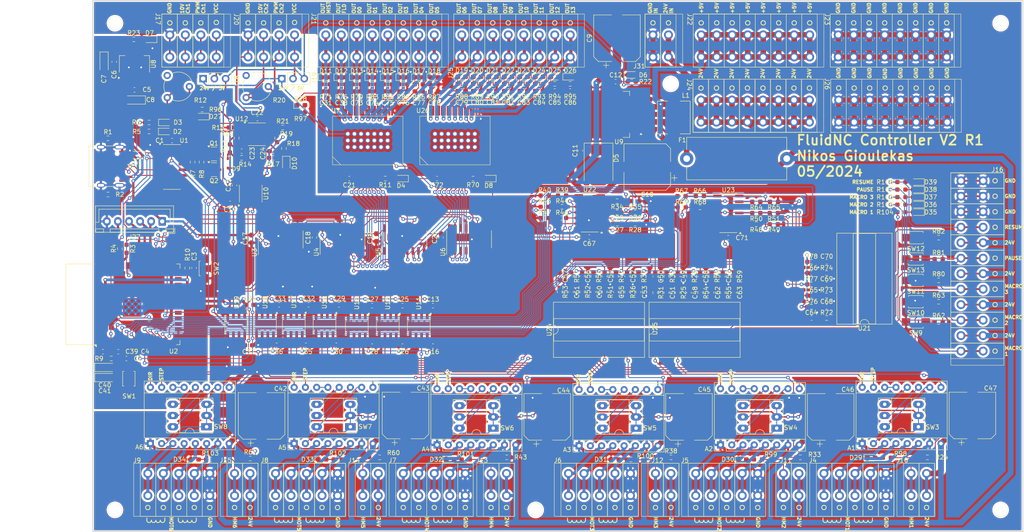
<source format=kicad_pcb>
(kicad_pcb (version 20240108) (generator "pcbnew") (generator_version "8.0")
  (layers (0 "F.Cu" signal) (31 "B.Cu" signal) (34 "B.Paste" user) (35 "F.Paste" user) (36 "B.SilkS" user "B.Silkscreen") (37 "F.SilkS" user "F.Silkscreen") (38 "B.Mask" user) (39 "F.Mask" user) (44 "Edge.Cuts" user))
  (net 0 "")
  (net 1 "IO21_I2SO_DATA")
  (net 2 "Net-(D1-A)")
  (net 3 "GND")
  (net 4 "Net-(J1-CC1)")
  (net 5 "D+")
  (net 6 "D-")
  (net 8 "Net-(J1-CC2)")
  (net 10 "+3.3V")
  (net 11 "Net-(D2-K)")
  (net 12 "Net-(D3-K)")
  (net 13 "TX")
  (net 14 "ESP_RX")
  (net 15 "RX")
  (net 16 "ESP_TX")
  (net 23 "~{DTR}")
  (net 24 "~{RTS}")
  (net 26 "ESP_EN")
  (net 27 "ESP_IO0")
  (net 28 "Net-(Q1-B)")
  (net 29 "Net-(Q2-B)")
  (net 30 "IO36_HOME1")
  (net 31 "IO39_HOME5")
  (net 32 "IO34_HOME2")
  (net 33 "IO35_HOME3")
  (net 34 "IO32_PWM1")
  (net 35 "IO33_PWM2")
  (net 36 "IO25_HOME6")
  (net 37 "IO26_MACRO2")
  (net 38 "IO27_MACRO3")
  (net 39 "IO14_RESUME")
  (net 40 "IO12_DONOTUSE")
  (net 41 "IO13_PAUSE")
  (net 48 "IO15_DONOTUSE")
  (net 49 "IO2_DONOTUSE")
  (net 50 "IO4_MACRO1")
  (net 51 "IO16_I2SO_BCK")
  (net 52 "IO5_SPI_CS")
  (net 53 "IO18_SPI_SCK")
  (net 54 "IO19_SPI_MISO")
  (net 55 "IO22_HOME4")
  (net 57 "IO23_SPI_MOSI")
  (net 58 "Net-(U3-QH')")
  (net 59 "Net-(U4-QH')")
  (net 60 "Net-(U5-QH')")
  (net 62 "Net-(D8-A)")
  (net 63 "+24V")
  (net 64 "GND1")
  (net 65 "+5VP")
  (net 66 "Net-(D4-A)")
  (net 67 "Net-(D5-K)")
  (net 68 "Net-(U7-~{DIAG})")
  (net 69 "I2SO1_STEP6")
  (net 70 "I2SO2_DIR5")
  (net 71 "I2SO3_STEP5")
  (net 72 "I2SO4_DIR4")
  (net 73 "I2SO5_STEP4")
  (net 74 "I2SO6_DIR3")
  (net 75 "I2SO7_STEP3")
  (net 76 "I2SO0_DIR6")
  (net 77 "I2SO9_STEP2")
  (net 78 "I2SO10_DIR1")
  (net 79 "I2SO11_STEP1")
  (net 80 "I2SO12_OUT_MIST")
  (net 81 "I2SO13_OUT_FLOOD")
  (net 82 "I2SO14_EN_STEPPER")
  (net 83 "I2SO15_USEROUT0")
  (net 84 "I2SO8_DIR2")
  (net 85 "I2SO17_USEROUT2")
  (net 86 "I2SO18_USEROUT3")
  (net 87 "I2SO19_USEROUT4")
  (net 88 "I2SO20_USEROUT5")
  (net 89 "I2SO21_USEROUT6")
  (net 90 "I2SO22_USEROUT7")
  (net 91 "I2SO23_USEROUT8")
  (net 92 "I2SO16_USEROUT1")
  (net 93 "I2SO25_USEROUT10")
  (net 94 "I2SO26_USEROUT11")
  (net 95 "I2SO27_USEROUT12")
  (net 96 "I2SO28_USEROUT13")
  (net 97 "I2SO29_USEROUT14")
  (net 98 "I2SO30_USEROUT15")
  (net 99 "I2SO31_USEROUT16")
  (net 100 "I2SO24_USEROUT9")
  (net 101 "+5V")
  (net 102 "IO17_I2SO_WS")
  (net 103 "PWM2")
  (net 104 "PWM1")
  (net 107 "EN_STEPPER")
  (net 113 "Net-(A1-A2)")
  (net 114 "Net-(A1-A1)")
  (net 115 "Net-(A1-B1)")
  (net 116 "Net-(A1-B2)")
  (net 117 "Net-(A1-M0)")
  (net 118 "Net-(A1-M1)")
  (net 119 "Net-(A1-M2)")
  (net 120 "Net-(A1-~{RST})")
  (net 121 "STEP1")
  (net 122 "DIR1")
  (net 123 "Net-(A2-A2)")
  (net 124 "Net-(A2-A1)")
  (net 125 "Net-(A2-B1)")
  (net 126 "Net-(A2-B2)")
  (net 127 "Net-(A2-M0)")
  (net 128 "Net-(A2-M1)")
  (net 129 "Net-(A2-M2)")
  (net 130 "Net-(A2-~{RST})")
  (net 131 "STEP2")
  (net 132 "DIR2")
  (net 133 "Net-(A3-A2)")
  (net 134 "Net-(A3-A1)")
  (net 135 "Net-(A3-B1)")
  (net 136 "Net-(A3-B2)")
  (net 137 "Net-(A3-M0)")
  (net 138 "Net-(A3-M1)")
  (net 139 "Net-(A3-M2)")
  (net 140 "Net-(A3-~{RST})")
  (net 141 "STEP3")
  (net 142 "DIR3")
  (net 143 "Net-(A4-A2)")
  (net 144 "Net-(A4-A1)")
  (net 145 "Net-(A4-B1)")
  (net 146 "Net-(A4-B2)")
  (net 147 "Net-(A4-M0)")
  (net 148 "Net-(A4-M1)")
  (net 149 "Net-(A4-M2)")
  (net 150 "Net-(A4-~{RST})")
  (net 151 "STEP4")
  (net 152 "DIR4")
  (net 153 "Net-(A5-A2)")
  (net 154 "Net-(A5-A1)")
  (net 155 "Net-(A5-B1)")
  (net 156 "Net-(A5-B2)")
  (net 157 "Net-(A5-M0)")
  (net 158 "Net-(A5-M1)")
  (net 159 "Net-(A5-M2)")
  (net 160 "Net-(A5-~{RST})")
  (net 161 "STEP5")
  (net 162 "DIR5")
  (net 163 "Net-(A6-A2)")
  (net 164 "Net-(A6-A1)")
  (net 165 "Net-(A6-B1)")
  (net 166 "Net-(A6-B2)")
  (net 167 "Net-(A6-M0)")
  (net 168 "Net-(A6-M1)")
  (net 169 "Net-(A6-M2)")
  (net 170 "Net-(A6-~{RST})")
  (net 171 "STEP6")
  (net 172 "DIR6")
  (net 173 "Net-(U12A-+)")
  (net 174 "Net-(U12B-+)")
  (net 175 "Net-(D6-A)")
  (net 176 "Net-(D7-A)")
  (net 177 "Net-(R12-Pad2)")
  (net 178 "Net-(U12A--)")
  (net 179 "Net-(U12B--)")
  (net 180 "0-10V_2")
  (net 181 "Net-(R20-Pad2)")
  (net 182 "Net-(C48-Pad1)")
  (net 183 "Net-(C49-Pad1)")
  (net 184 "Net-(C50-Pad1)")
  (net 185 "Net-(C51-Pad1)")
  (net 186 "Net-(C52-Pad1)")
  (net 187 "Net-(C53-Pad1)")
  (net 188 "Net-(C54-Pad1)")
  (net 189 "Net-(C55-Pad1)")
  (net 190 "Net-(C56-Pad1)")
  (net 191 "Net-(C57-Pad1)")
  (net 192 "Net-(C58-Pad1)")
  (net 193 "Net-(C59-Pad1)")
  (net 194 "Net-(C60-Pad1)")
  (net 195 "Net-(C61-Pad1)")
  (net 196 "Net-(C62-Pad1)")
  (net 197 "Net-(C63-Pad1)")
  (net 198 "Net-(C64-Pad1)")
  (net 199 "Net-(C65-Pad1)")
  (net 200 "Net-(C66-Pad1)")
  (net 201 "Net-(C68-Pad1)")
  (net 202 "Net-(C69-Pad1)")
  (net 203 "Net-(C70-Pad1)")
  (net 204 "HOME1")
  (net 205 "~{HOME1}")
  (net 206 "~{HOME2}")
  (net 207 "HOME2")
  (net 208 "~{HOME3}")
  (net 209 "HOME3")
  (net 210 "~{HOME4}")
  (net 211 "HOME4")
  (net 212 "~{HOME5}")
  (net 213 "~{HOME6}")
  (net 214 "~{MACRO1}")
  (net 215 "~{MACRO2}")
  (net 216 "HOME5")
  (net 217 "HOME6")
  (net 218 "MACRO1")
  (net 219 "MACRO2")
  (net 220 "~{MACRO3}")
  (net 221 "~{PAUSE}")
  (net 222 "~{RESUME}")
  (net 223 "MACRO3")
  (net 224 "PAUSE")
  (net 225 "RESUME")
  (net 227 "Net-(J31-Pin_1)")
  (net 228 "Net-(J17-Pin_1)")
  (net 229 "0-10V_1")
  (net 230 "Net-(J19-Pin_2)")
  (net 231 "Net-(D11-A)")
  (net 232 "Net-(D12-A)")
  (net 233 "Net-(D13-A)")
  (net 234 "Net-(D14-A)")
  (net 235 "Net-(D15-A)")
  (net 236 "Net-(D16-A)")
  (net 237 "Net-(D17-A)")
  (net 238 "Net-(D18-A)")
  (net 239 "Net-(U26-~{DIAG})")
  (net 249 "Net-(D9-K)")
  (net 250 "Net-(D10-K)")
  (net 251 "Net-(D11-K)")
  (net 252 "Net-(D12-K)")
  (net 253 "Net-(D13-K)")
  (net 254 "Net-(D14-K)")
  (net 255 "Net-(D15-K)")
  (net 256 "Net-(D16-K)")
  (net 257 "Net-(D17-K)")
  (net 258 "Net-(D18-K)")
  (net 259 "Net-(D19-A)")
  (net 260 "Net-(D20-A)")
  (net 261 "Net-(D21-A)")
  (net 262 "Net-(D22-A)")
  (net 263 "Net-(D23-A)")
  (net 264 "Net-(D24-A)")
  (net 265 "Net-(D25-A)")
  (net 266 "Net-(D26-A)")
  (net 267 "Net-(D19-K)")
  (net 268 "Net-(D20-K)")
  (net 269 "Net-(D21-K)")
  (net 270 "Net-(D22-K)")
  (net 271 "Net-(D23-K)")
  (net 272 "Net-(D24-K)")
  (net 273 "Net-(D25-K)")
  (net 274 "Net-(D26-K)")
  (net 275 "Net-(D27-A)")
  (net 276 "Net-(D28-A)")
  (net 277 "Net-(D29-A)")
  (net 278 "Net-(R24-Pad2)")
  (net 279 "Net-(D30-A)")
  (net 280 "Net-(D31-A)")
  (net 281 "Net-(D32-A)")
  (net 282 "Net-(D33-A)")
  (net 283 "Net-(D34-A)")
  (net 284 "Net-(D35-A)")
  (net 285 "Net-(D36-A)")
  (net 286 "Net-(D37-A)")
  (net 287 "Net-(D38-A)")
  (net 288 "Net-(D39-A)")
  (net 289 "Net-(R33-Pad2)")
  (net 290 "Net-(R38-Pad2)")
  (net 291 "Net-(R43-Pad2)")
  (net 292 "Net-(R60-Pad2)")
  (net 293 "Net-(R61-Pad2)")
  (net 294 "Net-(R62-Pad2)")
  (net 295 "Net-(R63-Pad2)")
  (net 296 "Net-(R80-Pad2)")
  (net 297 "Net-(R81-Pad2)")
  (net 298 "Net-(R82-Pad2)")
  (footprint "LED_SMD:LED_0603_1608Metric_Pad1.05x0.95mm_HandSolder" (layer "F.Cu") (at 23 103.6)
    (property "Reference" "D34")
    (property "Value" "LED")
  )
  (footprint "LED_SMD:LED_0603_1608Metric_Pad1.05x0.95mm_HandSolder" (layer "F.Cu") (at 16.4725 29.464)
    (property "Reference" "D2")
    (property "Value" "LED")
  )
  (footprint "Resistor_SMD:R_0603_1608Metric_Pad0.98x0.95mm_HandSolder" (layer "F.Cu") (at 121.5125 103.6 180)
    (property "Reference" "R100")
    (property "Value" "10k")
  )
  (footprint "Resistor_SMD:R_0603_1608Metric_Pad0.98x0.95mm_HandSolder" (layer "F.Cu") (at 4.1675 80.772)
    (property "Reference" "R9")
    (property "Value" "10k")
  )
  (footprint "Resistor_SMD:R_0603_1608Metric_Pad0.98x0.95mm_HandSolder" (layer "F.Cu") (at 162.259 69.088 180)
    (property "Reference" "R76")
    (property "Value" "10k")
  )
  (footprint "Resistor_SMD:R_0603_1608Metric_Pad0.98x0.95mm_HandSolder" (layer "F.Cu") (at 43.145 33.2975 90)
    (property "Reference" "R18")
    (property "Value" "100R")
  )
  (footprint "LED_SMD:LED_0603_1608Metric_Pad1.05x0.95mm_HandSolder" (layer "F.Cu") (at 175.8 103.2)
    (property "Reference" "D29")
    (property "Value" "LED")
  )
  (footprint "Capacitor_SMD:C_0603_1608Metric_Pad1.08x0.95mm_HandSolder" (layer "F.Cu") (at 73.6 20.4)
    (property "Reference" "C77")
    (property "Value" "10n")
  )
  (footprint "Resistor_SMD:R_0603_1608Metric_Pad0.98x0.95mm_HandSolder" (layer "F.Cu") (at 56.1 18.8)
    (property "Reference" "R75")
    (property "Value" "10k")
  )
  (footprint "GioN_Custom:WAGO_250-208_1x08_P3.50mm" (layer "F.Cu") (at 50.804 14.92 180)
    (property "Reference" "J21")
    (property "Value" "Conn_01x08_Socket")
  )
  (footprint "GioN_Custom:WAGO_250-205_1x05_P3.50mm" (layer "F.Cu") (at 28.216 104.46)
    (property "Reference" "J9")
    (property "Value" "Conn_01x05_Socket")
  )
  (footprint "Resistor_SMD:R_0603_1608Metric_Pad0.98x0.95mm_HandSolder" (layer "F.Cu") (at 102.043 43.942)
    (property "Reference" "R40")
    (property "Value" "2k2")
  )
  (footprint "Capacitor_SMD:C_0603_1608Metric_Pad1.08x0.95mm_HandSolder" (layer "F.Cu") (at 112.1025 53.34)
    (property "Reference" "C67")
    (property "Value" "100n")
  )
  (footprint "Resistor_SMD:R_0603_1608Metric_Pad0.98x0.95mm_HandSolder" (layer "F.Cu") (at 22.5275 36.388 90)
    (property "Reference" "R7")
    (property "Value" "10k")
  )
  (footprint "GioN_Custom:USB_C" (layer "F.Cu") (at 2.9005 37.31 -90)
    (property "Reference" "J1")
    (property "Value" "USB_C_Receptacle_USB2.0")
  )
  (footprint "Resistor_SMD:R_0603_1608Metric_Pad0.98x0.95mm_HandSolder" (layer "F.Cu") (at 137.1215 46.609)
    (property "Reference" "R68")
    (property "Value" "1k")
  )
  (footprint "Package_SO:SOIC-8_3.9x4.9mm_P1.27mm" (layer "F.Cu") (at 73.609 73.406 -90)
    (property "Reference" "U11")
    (property "Value" "ADuM120N")
  )
  (footprint "GioN_Custom:WAGO_250-205_1x05_P3.50mm" (layer "F.Cu") (at 123.212 104.46)
    (property "Reference" "J6")
    (property "Value" "Conn_01x05_Socket")
  )
  (footprint "Resistor_SMD:R_0603_1608Metric_Pad0.98x0.95mm_HandSolder" (layer "F.Cu") (at 137.16 65.8895 -90)
    (property "Reference" "R54")
    (property "Value" "1k5")
  )
  (footprint "Resistor_SMD:R_0603_1608Metric_Pad0.98x0.95mm_HandSolder" (layer "F.Cu") (at 42.891 28.575)
    (property "Reference" "R21")
    (property "Value" "100R")
  )
  (footprint "LED_SMD:LED_0603_1608Metric_Pad1.05x0.95mm_HandSolder" (layer "F.Cu") (at 186.1 42.6 180)
    (property "Reference" "D38")
    (property "Value" "LED")
  )
  (footprint "Resistor_SMD:R_0603_1608Metric_Pad0.98x0.95mm_HandSolder" (layer "F.Cu") (at 64.77 103.124)
    (property "Reference" "R60")
    (property "Value" "1k5")
  )
  (footprint "Package_SO:SOIC-8_3.9x4.9mm_P1.27mm" (layer "F.Cu") (at 52.324 73.217 -90)
    (property "Reference" "U16")
    (property "Value" "ADuM120N")
  )
  (footprint "Resistor_SMD:R_0603_1608Metric_Pad0.98x0.95mm_HandSolder" (layer "F.Cu") (at 86.8 18.7)
    (property "Reference" "R89")
    (property "Value" "10k")
  )
  (footprint "Resistor_SMD:R_0603_1608Metric_Pad0.98x0.95mm_HandSolder" (layer "F.Cu") (at 130.556 103.124)
    (property "Reference" "R38")
    (property "Value" "1k5")
  )
  (footprint "Resistor_SMD:R_0603_1608Metric_Pad0.98x0.95mm_HandSolder" (layer "F.Cu") (at 102.043 46.482)
    (property "Reference" "R45")
    (property "Value" "2k2")
  )
  (footprint "GioN_Custom:SOIC-16" (layer "F.Cu") (at 42.418 53.883 90)
    (property "Reference" "U3")
    (property "Value" "74HCT595")
  )
  (footprint "Capacitor_SMD:C_0603_1608Metric_Pad1.08x0.95mm_HandSolder" (layer "F.Cu") (at 57.912 40.112)
    (property "Reference" "C21")
    (property "Value" "100n")
  )
  (footprint "Potentiometer_THT:Potentiometer_Piher_PT-6-V_Vertical" (layer "F.Cu") (at 34.624 21.804)
    (property "Reference" "R20")
    (property "Value" "20k")
  )
  (footprint "Resistor_SMD:R_0603_1608Metric_Pad0.98x0.95mm_HandSolder" (layer "F.Cu") (at 191.008 53.467)
    (property "Reference" "R82")
    (property "Value" "1k5")
  )
  (footprint "Diode_SMD:D_SOD-323" (layer "F.Cu") (at 10.1585 34.8165 180)
    (property "Reference" "D1")
    (property "Value" "BAT60A")
  )
  (footprint "Package_TO_SOT_SMD:SOT-23" (layer "F.Cu") (at 27.3535 34.544)
    (property "Reference" "Q1")
    (property "Value" "BC847")
  )
  (footprint "Resistor_SMD:R_0603_1608Metric_Pad0.98x0.95mm_HandSolder" (layer "F.Cu") (at 122.4665 47.752 180)
    (property "Reference" "R30")
    (property "Value" "2k2")
  )
  (footprint "Resistor_SMD:R_0603_1608Metric_Pad0.98x0.95mm_HandSolder" (layer "F.Cu") (at 120.65 65.736 -90)
    (property "Reference" "R36")
    (property "Value" "1k5")
  )
  (footprint "GioN_Custom:WAGO_250-205_1x05_P3.50mm" (layer "F.Cu") (at 85.904 104.46)
    (property "Reference" "J7")
    (property "Value" "Conn_01x05_Socket")
  )
  (footprint "GioN_Custom:WAGO_250-202_1x02_P3.50mm" (layer "F.Cu") (at 66.26 104.46)
    (property "Reference" "J14")
    (property "Value" "Conn_01x02_Socket")
  )
  (footprint "Capacitor_SMD:C_0603_1608Metric_Pad1.08x0.95mm_HandSolder" (layer "F.Cu") (at 77.1 20.4)
    (property "Reference" "C78")
    (property "Value" "10n")
  )
  (footprint "Resistor_SMD:R_0603_1608Metric_Pad0.98x0.95mm_HandSolder" (layer "F.Cu") (at 33.5965 35.433)
    (property "Reference" "R14")
    (property "Value" "10k")
  )
  (footprint "LED_SMD:LED_0603_1608Metric_Pad1.05x0.95mm_HandSolder" (layer "F.Cu") (at 107.8 17.1)
    (property "Reference" "D26")
    (property "Value" "LED")
  )
  (footprint "Resistor_SMD:R_0603_1608Metric_Pad0.98x0.95mm_HandSolder" (layer "F.Cu") (at 52.6 18.8)
    (property "Reference" "R71")
    (property "Value" "10k")
  )
  (footprint "Package_TO_SOT_SMD:SOT-223-3_TabPin2" (layer "F.Cu") (at 9.398 14.224 90)
    (property "Reference" "U8")
    (property "Value" "NCP1117-3.3_SOT223")
  )
  (footprint "Capacitor_Tantalum_SMD:CP_EIA-3216-18_Kemet-A_Pad1.58x1.35mm_HandSolder" (layer "F.Cu") (at 2.8805 85.09)
    (property "Reference" "C41")
    (property "Value" "10u")
  )
  (footprint "LED_SMD:LED_0603_1608Metric_Pad1.05x0.95mm_HandSolder" (layer "F.Cu") (at 186.125 46 180)
    (property "Reference" "D36")
    (property "Value" "LED")
  )
  (footprint "Capacitor_SMD:C_0603_1608Metric_Pad1.08x0.95mm_HandSolder" (layer "F.Cu") (at 144.78 65.8895 -90)
    (property "Reference" "C63")
    (property "Value" "100p")
  )
  (footprint "Resistor_SMD:R_0603_1608Metric_Pad0.98x0.95mm_HandSolder" (layer "F.Cu") (at 26.5 103.6 180)
    (property "Reference" "R103")
    (property "Value" "10k")
  )
  (footprint "GioN_Custom:PG-DSO-36" (layer "F.Cu") (at 81.764 31.5)
    (property "Reference" "U26")
    (property "Value" "ISO1H811G" (hide yes))
  )
  (footprint "Capacitor_SMD:C_0603_1608Metric_Pad1.08x0.95mm_HandSolder" (layer "F.Cu") (at 69.9225 68.834)
    (property "Reference" "C25")
    (property "Value" "100n")
  )
  (footprint "GioN_Custom:WAGO_250-202_1x02_P3.50mm" (layer "F.Cu") (at 132.356 104.46)
    (property "Reference" "J12")
    (property "Value" "Conn_01x02_Socket")
  )
  (footprint "Capacitor_SMD:C_0603_1608Metric_Pad1.08x0.95mm_HandSolder" (layer "F.Cu") (at 35.1675 77.789)
    (property "Reference" "C37")
    (property "Value" "100n")
  )
  (footprint "LED_SMD:LED_0603_1608Metric_Pad1.05x0.95mm_HandSolder" (layer "F.Cu") (at 16.5005 27.432)
    (property "Reference" "D3")
    (property "Value" "LED")
  )
  (footprint "LED_SMD:LED_0603_1608Metric_Pad1.05x0.95mm_HandSolder" (layer "F.Cu") (at 186.125 47.7 180)
    (property "Reference" "D35")
    (property "Value" "LED")
  )
  (footprint "Capacitor_SMD:C_0603_1608Metric_Pad1.08x0.95mm_HandSolder" (layer "F.Cu") (at 127 62.2565 -90)
    (property "Reference" "C50")
    (property "Value" "10n")
  )
  (footprint "LED_SMD:LED_0603_1608Metric_Pad1.05x0.95mm_HandSolder" (layer "F.Cu") (at 86.8 17.1)
    (property "Reference" "D20")
    (property "Value" "LED")
  )
  (footprint "Resistor_SMD:R_0603_1608Metric_Pad0.98x0.95mm_HandSolder" (layer "F.Cu") (at 115.57 65.736 -90)
    (property "Reference" "R41")
    (property "Value" "1k5")
  )
  (footprint "LED_SMD:LED_0603_1608Metric_Pad1.05x0.95mm_HandSolder" (layer "F.Cu") (at 73.6 17.2)
    (property "Reference" "D17")
    (property "Value" "LED")
  )
  (footprint "Capacitor_SMD:C_0603_1608Metric_Pad1.08x0.95mm_HandSolder" (layer "F.Cu") (at 33.5935 33.909)
    (property "Reference" "C23")
    (property "Value" "1u")
  )
  (footprint "LED_SMD:LED_0603_1608Metric_Pad1.05x0.95mm_HandSolder" (layer "F.Cu") (at 146.7 103.6)
    (property "Reference" "D30")
    (property "Value" "LED")
  )
  (footprint "Capacitor_SMD:C_0603_1608Metric_Pad1.08x0.95mm_HandSolder" (layer "F.Cu") (at 32.004 41.656 -90)
    (property "Reference" "C15")
    (property "Value" "100n")
  )
  (footprint "Capacitor_SMD:C_0603_1608Metric_Pad1.08x0.95mm_HandSolder" (layer "F.Cu") (at 35.814 53.7475 -90)
    (property "Reference" "C17")
    (property "Value" "100n")
  )
  (footprint "Resistor_SMD:R_0603_1608Metric_Pad0.98x0.95mm_HandSolder" (layer "F.Cu") (at 118.4025 47.752 180)
    (property "Reference" "R29")
    (property "Value" "1k")
  )
  (footprint "Capacitor_SMD:C_0603_1608Metric_Pad1.08x0.95mm_HandSolder" (layer "F.Cu") (at 118.0375 18.2 180)
    (property "Reference" "C12")
    (property "Value" "100n")
  )
  (footprint "Package_DIP:DIP-6_W7.62mm_Socket_LongPads" (layer "F.Cu") (at 58.156 96.21 180)
    (property "Reference" "SW7")
    (property "Value" "SW_DIP_x03")
  )
  (footprint "GioN_Custom:WAGO_250-208_1x08_P3.50mm" (layer "F.Cu") (at 135.584 14.92 180)
    (property "Reference" "J22")
    (property "Value" "Conn_01x08_Socket")
  )
  (footprint "Capacitor_SMD:C_0603_1608Metric_Pad1.08x0.95mm_HandSolder" (layer "F.Cu") (at 66.6 20.4)
    (property "Reference" "C75")
    (property "Value" "10n")
  )
  (footprint "GioN_Custom:WAGO_250-205_1x05_P3.50mm" (layer "F.Cu") (at 57.06 104.46)
    (property "Reference" "J8")
    (property "Value" "Conn_01x05_Socket")
  )
  (footprint "Resistor_SMD:R_0603_1608Metric_Pad0.98x0.95mm_HandSolder" (layer "F.Cu") (at 165.7115 71.628)
    (property "Reference" "R72")
    (property "Value" "1k5")
  )
  (footprint "LED_SMD:LED_0603_1608Metric_Pad1.05x0.95mm_HandSolder" (layer "F.Cu") (at 59.6 17.2)
    (property "Reference" "D13")
    (property "Value" "LED")
  )
  (footprint "Capacitor_SMD:C_0603_1608Metric_Pad1.08x0.95mm_HandSolder" (layer "F.Cu") (at 137.16 62.2565 -90)
    (property "Reference" "C58")
    (property "Value" "10n")
  )
  (footprint "Capacitor_SMD:C_0603_1608Metric_Pad1.08x0.95mm_HandSolder" (layer "F.Cu") (at 129.54 65.8895 -90)
    (property "Reference" "C51")
    (property "Value" "100p")
  )
  (footprint "Resistor_SMD:R_0603_1608Metric_Pad0.98x0.95mm_HandSolder" (layer "F.Cu") (at 149.8215 47.879 180)
    (property "Reference" "R50")
    (property "Value" "1k")
  )
  (footprint "Package_DIP:DIP-6_W7.62mm_Socket_LongPads" (layer "F.Cu") (at 154.432 96.52 180)
    (property "Reference" "SW4")
    (property "Value" "SW_DIP_x03")
  )
  (footprint "Capacitor_SMD:C_0603_1608Metric_Pad1.08x0.95mm_HandSolder" (layer "F.Cu") (at 118.11 65.7625 -90)
    (property "Reference" "C55")
    (property "Value" "100p")
  )
  (footprint "Capacitor_SMD:CP_Elec_10x7.9" (layer "F.Cu") (at 118.364 8.382 90)
    (property "Reference" "C9")
    (property "Value" "220u")
  )
  (footprint "GioN_Custom:WAGO_250-204_1x04_P3.50mm" (layer "F.Cu") (at 33.252 14.92 180)
    (property "Reference" "J20")
    (property "Value" "Conn_01x04_Socket")
  )
  (footprint "Resistor_SMD:R_0603_1608Metric_Pad0.98x0.95mm_HandSolder" (layer "F.Cu") (at 85.852 40.112 180)
    (property "Reference" "R70")
    (property "Value" "10k")
  )
  (footprint "Capacitor_SMD:C_0603_1608Metric_Pad1.08x0.95mm_HandSolder" (layer "F.Cu") (at 59.6 20.4)
    (property "Reference" "C73")
    (property "Value" "10n")
  )
  (footprint "Resistor_SMD:R_0603_1608Metric_Pad0.98x0.95mm_HandSolder" (layer "F.Cu") (at 165.688 66.548)
    (property "Reference" "R73")
    (property "Value" "1k5")
  )
  (footprint "GioN_Custom:WAGO_250-202_1x02_P3.50mm" (layer "F.Cu") (at 124.692 14.92 180)
    (property "Reference" "J31")
    (property "Value" "Conn_01x02_Socket")
  )
  (footprint "Package_DIP:DIP-16_W8.89mm_SMDSocket_LongPads" (layer "F.Cu") (at 114.3 74.295 90)
    (property "Reference" "U24")
    (property "Value" "LTV-847")
  )
  (footprint "Resistor_SMD:R_0603_1608Metric_Pad0.98x0.95mm_HandSolder" (layer "F.Cu") (at 63.1 18.8)
    (property "Reference" "R83")
    (property "Value" "10k")
  )
  (footprint "Resistor_SMD:R_0603_1608Metric_Pad0.98x0.95mm_HandSolder" (layer "F.Cu") (at 153.8205 45.339 180)
    (property "Reference" "R65")
    (property "Value" "2k2")
  )
  (footprint "Module:Pololu_Breakout-16_15.2x20.3mm" (layer "F.Cu") (at 13 100 90)
    (property "Reference" "A6")
    (property "Value" "Pololu_Breakout_DRV8825")
  )
  (footprint "Capacitor_SMD:C_0603_1608Metric_Pad1.08x0.95mm_HandSolder" (layer "F.Cu") (at 100.8 20.3)
    (property "Reference" "C84")
    (property "Value" "10n")
  )
  (footprint "Resistor_SMD:R_0603_1608Metric_Pad0.98x0.95mm_HandSolder" (layer "F.Cu") (at 66.04 40.112 180)
    (property "Reference" "R11")
    (property "Value" "10k")
  )
  (footprint "Module:Pololu_Breakout-16_15.2x20.3mm" (layer "F.Cu") (at 109.812 100.508 90)
    (property "Reference" "A3")
    (property "Value" "Pololu_Breakout_DRV8825")
  )
  (footprint "Package_SO:SO-8_3.9x4.9mm_P1.27mm" (layer "F.Cu") (at 37.049 30.099)
    (property "Reference" "U12")
    (property "Value" "LM358")
  )
  (footprint "GioN_Custom:SOIC-16" (layer "F.Cu") (at 84.963 53.848 90)
    (property "Reference" "U6")
    (property "Value" "74HCT595")
  )
  (footprint "Capacitor_Tantalum_SMD:CP_EIA-3216-18_Kemet-A_Pad1.58x1.35mm_HandSolder" (layer "F.Cu") (at 9.398 22.352 180)
    (property "Reference" "C8")
    (property "Value" "10u")
  )
  (footprint "Connector_JST:JST_XH_B6B-XH-A_1x06_P2.50mm_Vertical" (layer "F.Cu") (at 15.668 49.784 180)
    (property "Reference" "J27")
    (property "Value" "Conn_01x06_Pin")
  )
  (footprint "Package_SO:SOIC-16_3.9x9.9mm_P1.27mm" (layer "F.Cu") (at 17.8635 37.4835)
    (property "Reference" "U1")
    (property "Value" "CH340C")
  )
  (footprint "Resistor_SMD:R_0603_1608Metric_Pad0.98x0.95mm_HandSolder" (layer "F.Cu") (at 70.1 18.8)
    (property "Reference" "R85")
    (property "Value" "10k")
  )
  (footprint "Capacitor_SMD:C_0603_1608Metric_Pad1.08x0.95mm_HandSolder" (layer "F.Cu") (at 104.3 20.3)
    (property "Reference" "C85")
    (property "Value" "10n")
  )
  (footprint "Capacitor_SMD:C_0603_1608Metric_Pad1.08x0.95mm_HandSolder" (layer "F.Cu") (at 76.7805 77.978)
    (property "Reference" "C16")
    (property "Value" "100n")
  )
  (footprint "Resistor_SMD:R_0603_1608Metric_Pad0.98x0.95mm_HandSolder" (layer "F.Cu") (at 105.41 65.736 -90)
    (property "Reference" "R53")
    (property "Value" "1k5")
  )
  (footprint "GioN_Custom:SW_SPST_B3U-1000P" (layer "F.Cu") (at 185.85 53.467 180)
    (property "Reference" "SW12")
    (property "Value" "Resume")
  )
  (footprint "Capacitor_SMD:C_0603_1608Metric_Pad1.08x0.95mm_HandSolder" (layer "F.Cu") (at 63.1 20.4)
    (property "Reference" "C74")
    (property "Value" "10n")
  )
  (footprint "LED_SMD:LED_0603_1608Metric_Pad1.05x0.95mm_HandSolder" (layer "F.Cu") (at 63.1 17.2)
    (property "Reference" "D14")
    (property "Value" "LED")
  )
  (footprint "Resistor_SMD:R_0603_1608Metric_Pad0.98x0.95mm_HandSolder" (layer "F.Cu") (at 105.9565 43.942)
    (property "Reference" "R39")
    (property "Value" "1k")
  )
  (footprint "GioN_Custom:SW_SPST_B3U-1000P" (layer "F.Cu") (at 25.4 60.452 90)
    (property "Reference" "SW2")
    (property "Value" "SW_BOOT")
  )
  (footprint "LED_SMD:LED_0603_1608Metric_Pad1.05x0.95mm_HandSolder" (layer "F.Cu") (at 52.6 17.2)
    (property "Reference" "D11")
    (property "Value" "LED")
  )
  (footprint "Resistor_SMD:R_0603_1608Metric_Pad0.98x0.95mm_HandSolder" (layer "F.Cu") (at 162.259 58.928 180)
    (property "Reference" "R78")
    (property "Value" "10k")
  )
  (footprint "Capacitor_SMD:C_0603_1608Metric_Pad1.08x0.95mm_HandSolder" (layer "F.Cu") (at 22.86 60.2985 90)
    (property "Reference" "C3")
    (property "Value" "100n")
  )
  (footprint "Capacitor_SMD:C_0603_1608Metric_Pad1.08x0.95mm_HandSolder" (layer "F.Cu") (at 165.7145 69.088)
    (property "Reference" "C68")
    (property "Value" "100p")
  )
  (footprint "Package_DIP:DIP-6_W7.62mm_Socket_LongPads" (layer "F.Cu") (at 122.672 96.53 180)
    (property "Reference" "SW5")
    (property "Value" "SW_DIP_x03")
  )
  (footprint "Fuse:Fuseholder_Cylinder-5x20mm_Stelvio-Kontek_PTF78_Horizontal_Open" (layer "F.Cu") (at 134.1 35.6)
    (property "Reference" "F1")
    (property "Value" "5A")
  )
  (footprint "Capacitor_SMD:C_0603_1608Metric_Pad1.08x0.95mm_HandSolder" (layer "F.Cu") (at 35.479 68.645)
    (property "Reference" "C34")
    (property "Value" "100n")
  )
  (footprint "Resistor_SMD:R_0603_1608Metric_Pad0.98x0.95mm_HandSolder" (layer "F.Cu") (at 83.3 18.7)
    (property "Reference" "R88")
    (property "Value" "10k")
  )
  (footprint "Resistor_SMD:R_0603_1608Metric_Pad0.98x0.95mm_HandSolder" (layer "F.Cu") (at 121.6905 18.2)
    (property "Reference" "R22")
    (property "Value" "4k7")
  )
  (footprint "Capacitor_SMD:C_0603_1608Metric_Pad1.08x0.95mm_HandSolder" (layer "F.Cu") (at 30.988 45.72 180)
    (property "Reference" "C14")
    (property "Value" "100n")
  )
  (footprint "Resistor_SMD:R_0603_1608Metric_Pad0.98x0.95mm_HandSolder" (layer "F.Cu") (at 59.6 18.8)
    (property "Reference" "R79")
    (property "Value" "10k")
  )
  (footprint "Resistor_SMD:R_0603_1608Metric_Pad0.98x0.95mm_HandSolder" (layer "F.Cu") (at 93.472 103.124)
    (property "Reference" "R43")
    (property "Value" "1k5")
  )
  (footprint "Capacitor_SMD:C_0603_1608Metric_Pad1.08x0.95mm_HandSolder" (layer "F.Cu") (at 134.62 65.8895 -90)
    (property "Reference" "C48")
    (property "Value" "100p")
  )
  (footprint "Resistor_SMD:R_0603_1608Metric_Pad0.98x0.95mm_HandSolder" (layer "F.Cu") (at 142.24 65.8895 -90)
    (property "Reference" "R55")
    (property "Value" "1k5")
  )
  (footprint "Resistor_SMD:R_0603_1608Metric_Pad0.98x0.95mm_HandSolder" (layer "F.Cu") (at 118.4025 45.212 180)
    (property "Reference" "R34")
    (property "Value" "1k")
  )
  (footprint "Resistor_SMD:R_0603_1608Metric_Pad0.98x0.95mm_HandSolder" (layer "F.Cu") (at 182.6 44.3)
    (property "Reference" "R106")
    (property "Value" "10k")
  )
  (footprint "Resistor_SMD:R_0603_1608Metric_Pad0.98x0.95mm_HandSolder" (layer "F.Cu") (at 149.8215 45.339 180)
    (property "Reference" "R64")
    (property "Value" "1k")
  )
  (footprint "Resistor_SMD:R_0603_1608Metric_Pad0.98x0.95mm_HandSolder" (layer "F.Cu") (at 31.6115 28.575 180)
    (property "Reference" "R15")
    (property "Value" "100R")
  )
  (footprint "Resistor_SMD:R_0603_1608Metric_Pad0.98x0.95mm_HandSolder" (layer "F.Cu") (at 182.6 40.9)
    (property "Reference" "R108")
    (property "Value" "10k")
  )
  (footprint "Capacitor_SMD:C_0603_1608Metric_Pad1.08x0.95mm_HandSolder" (layer "F.Cu") (at 56.1 20.4)
    (property "Reference" "C38")
    (property "Value" "10n")
  )
  (footprint "GioN_Custom:WAGO_250-212_1x12_P3.50mm" (layer "F.Cu") (at 193.744 38.802 90)
    (property "Reference" "J16")
    (property "Value" "Conn_01x12_Socket")
  )
  (footprint "Capacitor_SMD:C_0603_1608Metric_Pad1.08x0.95mm_HandSolder" (layer "F.Cu") (at 162.259 61.468)
    (property "Reference" "C66")
    (property "Value" "10n")
  )
  (footprint "Package_DIP:DIP-16_W8.89mm_SMDSocket_LongPads" (layer "F.Cu") (at 135.89 74.295 90)
    (property "Reference" "U25")
    (property "Value" "LTV-847")
  )
  (footprint "LED_SMD:LED_0603_1608Metric_Pad1.05x0.95mm_HandSolder" (layer "F.Cu") (at 97.3 17.1)
    (property "Reference" "D23")
    (property "Value" "LED")
  )
  (footprint "Resistor_SMD:R_0603_1608Metric_Pad0.98x0.95mm_HandSolder" (layer "F.Cu") (at 104.3 18.7)
    (property "Reference" "R94")
    (property "Value" "10k")
  )
  (footprint "Capacitor_SMD:C_0603_1608Metric_Pad1.08x0.95mm_HandSolder" (layer "F.Cu") (at 110.1 33.8 -90)
    (property "Reference" "C11")
    (property "Value" "100n")
  )
  (footprint "LED_SMD:LED_0603_1608Metric_Pad1.05x0.95mm_HandSolder" (layer "F.Cu") (at 66.6 17.2)
    (property "Reference" "D15")
    (property "Value" "LED")
  )
  (footprint "Resistor_SMD:R_0603_1608Metric_Pad0.98x0.95mm_HandSolder" (layer "F.Cu") (at 100.8 18.7)
    (property "Reference" "R93")
    (property "Value" "10k")
  )
  (footprint "Capacitor_SMD:C_0603_1608Metric_Pad1.08x0.95mm_HandSolder" (layer "F.Cu") (at 165.7145 64.008)
    (property "Reference" "C69")
    (property "Value" "100p")
  )
  (footprint "Capacitor_SMD:C_0603_1608Metric_Pad1.08x0.95mm_HandSolder" (layer "F.Cu") (at 54.9795 77.789)
    (property "Reference" "C30")
    (property "Value" "100n")
  )
  (footprint "Connector_PinHeader_2.54mm:PinHeader_1x03_P2.54mm_Vertical" (layer "F.Cu") (at 42.672 17.526 90)
    (property "Reference" "J19")
    (property "Value" "Conn_01x03_Pin")
  )
  (footprint "Resistor_SMD:R_0603_1608Metric_Pad0.98x0.95mm_HandSolder" (layer "F.Cu") (at 6.096 55.9835 -90)
    (property "Reference" "R4")
    (property "Value" "100R")
  )
  (footprint "Resistor_SMD:R_0603_1608Metric_Pad0.98x0.95mm_HandSolder" (layer "F.Cu") (at 188.468 103.124)
    (property "Reference" "R24")
    (property "Value" "5k6")
  )
  (footprint "Resistor_SMD:R_0603_1608Metric_Pad0.98x0.95mm_HandSolder" (layer "F.Cu") (at 144.78 62.2535 90)
    (property "Reference" "R59")
    (property "Value" "10k")
  )
  (footprint "LED_SMD:LED_0603_1608Metric_Pad1.05x0.95mm_HandSolder" (layer "F.Cu") (at 70.1 17.2)
    (property "Reference" "D16")
    (property "Value" "LED")
  )
  (footprint "Capacitor_SMD:C_0603_1608Metric_Pad1.08x0.95mm_HandSolder" (layer "F.Cu") (at 83.3 20.3)
    (property "Reference" "C79")
    (property "Value" "10n")
  )
  (footprint "Resistor_SMD:R_0603_1608Metric_Pad0.98x0.95mm_HandSolder" (layer "F.Cu") (at 191.008 67.945)
    (property "Reference" "R63")
    (property "Value" "1k5")
  )
  (footprint "Resistor_SMD:R_0603_1608Metric_Pad0.98x0.95mm_HandSolder" (layer "F.Cu") (at 73.6 18.8)
    (property "Reference" "R86")
    (property "Value" "10k")
  )
  (footprint "Resistor_SMD:R_0603_1608Metric_Pad0.98x0.95mm_HandSolder" (layer "F.Cu") (at 93.8 18.7)
    (property "Reference" "R91")
    (property "Value" "10k")
  )
  (footprint "Capacitor_SMD:C_0603_1608Metric_Pad1.08x0.95mm_HandSolder" (layer "F.Cu") (at 113.03 65.7625 -90)
    (property "Reference" "C60")
    (property "Value" "100p")
  )
  (footprint "GioN_Custom:SW_SPST_B3U-1000P" (layer "F.Cu") (at 185.85 63.119 180)
    (property "Reference" "SW11")
    (property "Value" "Macro 3")
  )
  (footprint "Capacitor_Tantalum_SMD:CP_EIA-3216-18_Kemet-A_Pad1.58x1.35mm_HandSolder" (layer "F.Cu") (at 2.8805 82.804)
    (property "Reference" "C40")
    (property "Value" "10u")
  )
  (footprint "LED_SMD:LED_0603_1608Metric_Pad1.05x0.95mm_HandSolder" (layer "F.Cu") (at 186.125 44.3 180)
    (property "Reference" "D37")
    (property "Value" "LED")
  )
  (footprint "Resistor_SMD:R_0603_1608Metric_Pad0.98x0.95mm_HandSolder" (layer "F.Cu") (at 47 25.1)
    (property "Reference" "R97")
    (property "Value" "10k")
  )
  (footprint "Resistor_SMD:R_0603_1608Metric_Pad0.98x0.95mm_HandSolder" (layer "F.Cu") (at 150.2 103.6 180)
    (property "Reference" "R99")
    (property "Value" "10k")
  )
  (footprint "Capacitor_SMD:C_0603_1608Metric_Pad1.08x0.95mm_HandSolder" (layer "F.Cu") (at 115.57 62.2065 -90)
    (property "Reference" "C54")
    (property "Value" "10n")
  )
  (footprint "Resistor_SMD:R_0603_1608Metric_Pad0.98x0.95mm_HandSolder" (layer "F.Cu") (at 77.1 18.8)
    (property "Reference" "R87")
    (property "Value" "10k")
  )
  (footprint "Capacitor_SMD:CP_Elec_10x7.9" (layer "F.Cu") (at 102.616 93.97 90)
    (property "Reference" "C44")
    (property "Value" "330u / 35V")
  )
  (footprint "Capacitor_SMD:CP_Elec_10x7.9" (layer "F.Cu") (at 70.612 93.66 90)
    (property "Reference" "C43")
    (property "Value" "330u / 35V")
  )
  (footprint "Resistor_SMD:R_0603_1608Metric_Pad0.98x0.95mm_HandSolder" (layer "F.Cu") (at 3.424 31.0065)
    (property "Reference" "R1")
    (property "Value" "5k1")
  )
  (footprint "Resistor_SMD:R_0603_1608Metric_Pad0.98x0.95mm_HandSolder" (layer "F.Cu") (at 129.54 62.2065 90)
    (property "Reference" "R32")
    (property "Value" "10k")
  )
  (footprint "GioN_Custom:SOIC-16" (layer "F.Cu") (at 70.358 53.883 90)
    (property "Reference" "U5")
    (property "Value" "74HCT595")
  )
  (footprint "Capacitor_SMD:C_0603_1608Metric_Pad1.08x0.95mm_HandSolder" (layer "F.Cu") (at 37.1495 26.543 180)
    (property "Reference" "C22")
    (property "Value" "100n")
  )
  (footprint "LED_SMD:LED_0603_1608Metric_Pad1.05x0.95mm_HandSolder" (layer "F.Cu") (at 56.1 17.2)
    (property "Reference" "D12")
    (property "Value" "LED")
  )
  (footprint "Capacitor_SMD:C_0603_1608Metric_Pad1.08x0.95mm_HandSolder" (layer "F.Cu") (at 5.7415 79.248)
    (property "Reference" "C4")
    (property "Value" "100n")
  )
  (footprint "Resistor_SMD:R_0603_1608Metric_Pad0.98x0.95mm_HandSolder" (layer "F.Cu") (at 9.2475 8.636)
    (property "Reference" "R23")
    (property "Value" "220R")
  )
  (footprint "Capacitor_SMD:C_0603_1608Metric_Pad1.08x0.95mm_HandSolder" (layer "F.Cu") (at 165.7145 58.928)
    (property "Reference" "C70")
    (property "Value" "100p")
  )
  (footprint "Resistor_SMD:R_0603_1608Metric_Pad0.98x0.95mm_HandSolder" (layer "F.Cu") (at 122.4665 50.292 180)
    (property "Reference" "R28")
    (property "Value" "2k2")
  )
  (footprint "Module:Pololu_Breakout-16_15.2x20.3mm" (layer "F.Cu") (at 77.734 100.31 90)
    (property "Reference" "A4")
    (property "Value" "Pololu_Breakout_DRV8825")
  )
  (footprint "GioN_Custom:WAGO_250-202_1x02_P3.50mm" (layer "F.Cu") (at 190.078 104.46)
    (property "Reference" "J10")
    (property "Value" "Conn_01x02_Socket")
  )
  (footprint "Capacitor_SMD:C_0603_1608Metric_Pad1.08x0.95mm_HandSolder" (layer "F.Cu") (at 42.083 68.645)
    (property "Reference" "C33")
    (property "Value" "100n")
  )
  (footprint "Resistor_SMD:R_0603_1608Metric_Pad0.98x0.95mm_HandSolder" (layer "F.Cu") (at 149.8215 50.419 180)
    (property "Reference" "R48")
    (property "Value" "1k")
  )
  (footprint "Resistor_SMD:R_0603_1608Metric_Pad0.98x0.95mm_HandSolder" (layer "F.Cu") (at 113.03 62.2035 90)
    (property "Reference" "R56")
    (property "Value" "10k")
  )
  (footprint "Capacitor_SMD:C_0603_1608Metric_Pad1.08x0.95mm_HandSolder" (layer "F.Cu") (at 110.49 62.2065 -90)
    (property "Reference" "C56")
    (property "Value" "10n")
  )
  (footprint "Resistor_SMD:R_0603_1608Metric_Pad0.98x0.95mm_HandSolder" (layer "F.Cu") (at 41.621 30.9645 -90)
    (property "Reference" "R19")
    (property "Value" "10k")
  )
  (footprint "GioN_Custom:WAGO_250-202_1x02_P3.50mm" (layer "F.Cu") (at 161.256 104.46)
    (property "Reference" "J11")
    (property "Value" "Conn_01x02_Socket")
  )
  (footprint "Resistor_SMD:R_0603_1608Metric_Pad0.98x0.95mm_HandSolder" (layer "F.Cu") (at 12.7 29.464)
    (property "Reference" "R5")
    (property "Value" "1k")
  )
  (footprint "GioN_Custom:WAGO_250-205_1x05_P3.50mm" (layer "F.Cu") (at 180.9 104.46)
    (property "Reference" "J4")
    (property "Value" "Conn_01x05_Socket")
  )
  (footprint "Package_SO:SOIC-8_3.9x4.9mm_P1.27mm" (layer "F.Cu") (at 35.652 43.496 90)
    (property "Reference" "U10")
    (property "Value" "ADuM120N")
  )
  (footprint "GioN_Custom:SOIC-16" (layer "F.Cu") (at 56.388 53.813 90)
    (property "Reference" "U4")
    (property "Value" "74HCT595")
  )
  (footprint "GioN_Custom:SW_SPST_B3U-1000P" (layer "F.Cu") (at 185.85 72.517 180)
    (property "Reference" "SW9")
    (property "Value" "Macro 1")
  )
  (footprint "Resistor_SMD:R_0603_1608Metric_Pad0.98x0.95mm_HandSolder" (layer "F.Cu") (at 40.7085 35.433 180)
    (property "Reference" "R17")
    (property "Value" "10k")
  )
  (footprint "Resistor_SMD:R_0603_1608Metric_Pad0.98x0.95mm_HandSolder" (layer "F.Cu") (at 105.9565 49.022)
    (property "Reference" "R46")
    (property "Value" "1k")
  )
  (footprint "Capacitor_SMD:C_0603_1608Metric_Pad1.08x0.95mm_HandSolder" (layer "F.Cu") (at 105.41 62.2065 -90)
    (property "Reference" "C57")
    (property "Value" "10n")
  )
  (footprint "Resistor_SMD:R_0603_1608Metric_Pad0.98x0.95mm_HandSolder" (layer "F.Cu") (at 118.4495 50.292 180)
    (property "Reference" "R27")
    (property "Value" "1k")
  )
  (footprint "Potentiometer_THT:Potentiometer_Piher_PT-6-V_Vertical" (layer "F.Cu") (at 16.804 21.804)
    (property "Reference" "R12")
    (property "Value" "20k")
  )
  (footprint "Resistor_SMD:R_0603_1608Metric_Pad0.98x0.95mm_HandSolder" (layer "F.Cu") (at 182.6 46)
    (property "Reference" "R105")
    (property "Value" "10k")
  )
  (footprint "Resistor_SMD:R_0603_1608Metric_Pad0.98x0.95mm_HandSolder" (layer "F.Cu") (at 191.008 72.517)
    (property "Reference" "R62")
    (property "Value" "1k5")
  )
  (footprint "Resistor_SMD:R_0603_1608Metric_Pad0.98x0.95mm_HandSolder" (layer "F.Cu") (at 153.7735 50.419 180)
    (property "Reference" "R49")
    (property "Value" "2k2")
  )
  (footprint "Capacitor_SMD:C_0603_1608Metric_Pad1.08x0.95mm_HandSolder" (layer "F.Cu") (at 52.6 20.4)
    (property "Reference" "C31")
    (property "Value" "10n")
  )
  (footprint "Resistor_SMD:R_0603_1608Metric_Pad0.98x0.95mm_HandSolder" (layer "F.Cu") (at 21.336 60.3485 90)
    (property "Reference" "R10")
    (property "Value" "5k")
  )
  (footprint "Diode_SMD:D_SOD-323" (layer "F.Cu") (at 43.688 36.674 -90)
    (property "Reference" "D10")
    (property "Value" "1N4148WS")
  )
  (footprint "Resistor_SMD:R_0603_1608Metric_Pad0.98x0.95mm_HandSolder" (layer "F.Cu") (at 191.008 58.293)
    (property "Reference" "R81")
    (property "Value" "1k5")
  )
  (footprint "Capacitor_SMD:C_0603_1608Metric_Pad1.08x0.95mm_HandSolder" (layer "F.Cu") (at 86.8 20.3)
    (property "Reference" "C80")
    (property "Value" "10n")
  )
  (footprint "Capacitor_SMD:C_0603_1608Metric_Pad1.08x0.95mm_HandSolder" (layer "F.Cu") (at 40.7585 33.909 180)
    (property "Reference" "C24")
    (property "Value" "1u")
  )
  (footprint "Resistor_SMD:R_0603_1608Metric_Pad0.98x0.95mm_HandSolder" (layer "F.Cu") (at 107.95 62.2035 90)
    (property "Reference" "R57")
    (property "Value" "10k")
  )
  (footprint "Resistor_SMD:R_0603_1608Metric_Pad0.98x0.95mm_HandSolder" (layer "F.Cu") (at 132.9925 46.609)
    (property "Reference" "R69")
    (property "Value" "2k2")
  )
  (footprint "Resistor_SMD:R_0603_1608Metric_Pad0.98x0.95mm_HandSolder" (layer "F.Cu") (at 55.3 103.6 180)
    (property "Reference" "R102")
    (property "Value" "10k")
  )
  (footprint "GioN_Custom:SW_SPST_B3U-1000P" (layer "F.Cu") (at 185.85 67.945 180)
    (property "Reference" "SW10")
    (property "Value" "Macro 2")
  )
  (footprint "Capacitor_SMD:CP_Elec_10x7.9" (layer "F.Cu") (at 198.628 93.66 90)
    (property "Reference" "C47")
    (property "Value" "330u / 35V")
  )
  (footprint "Inductor_SMD:L_7.3x7.3_H3.5" (layer "F.Cu") (at 131.2 26.3 90)
    (property "Reference" "L1")
    (property "Value" "33u")
  )
  (footprint "GioN_Custom:SW_SPST_B3U-1000P" (layer "F.Cu") (at 8.128 85.344 90)
    (property "Reference" "SW1")
    (property "Value" "SW_RESET")
  )
  (footprint "LED_SMD:LED_0603_1608Metric_Pad1.05x0.95mm_HandSolder" (layer "F.Cu") (at 121.6905 16.676)
    (property "Reference" "D6")
    (property "Value" "LED")
  )
  (footprint "Module:Pololu_Breakout-16_15.2x20.3mm" (layer "F.Cu") (at 45.466 100 90)
    (property "Reference" "A5")
    (property "Value" "Pololu_Breakout_DRV8825")
  )
  (footprint "GioN_Custom:PG-DSO-36" (layer "F.Cu") (at 62.072 31.5)
    (property "Reference" "U7")
    (property "Value" "ISO1H811G" (hide yes))
  )
  (footprint "Package_SO:SOIC-8_3.9x4.9mm_P1.27mm" (layer "F.Cu") (at 32.385 73.217 -90)
    (property "Reference" "U19")
    (property "Value" "ADuM120N")
  )
  (footprint "Resistor_SMD:R_0603_1608Metric_Pad0.98x0.95mm_HandSolder" (layer "F.Cu") (at 84.2 103.6 180)
    (property "Reference" "R101")
    (property "Value" "10k")
  )
  (footprint "Capacitor_SMD:C_0603_1608Metric_Pad1.08x0.95mm_HandSolder" (layer "F.Cu") (at 107.8 20.3)
    (property "Reference" "C86")
    (property "Value" "10n")
  )
  (footprint "Capacitor_SMD:C_0603_1608Metric_Pad1.08x0.95mm_HandSolder" (layer "F.Cu") (at 142.24 62.2565 -90)
    (property "Reference" "C59")
    (property "Value" "10n")
  )
  (footprint "Resistor_SMD:R_0603_1608Metric_Pad0.98x0.95mm_HandSolder" (layer "F.Cu") (at 137.0745 44.069)
    (property "Reference" "R66")
    (property "Value" "1k")
  )
  (footprint "LED_SMD:LED_0603_1608Metric_Pad1.05x0.95mm_HandSolder" (layer "F.Cu") (at 83.3 17.1)
    (property "Reference" "D19")
    (property "Value" "LED")
  )
  (footprint "GioN_Custom:WAGO_250-208_1x08_P3.50mm" (layer "F.Cu") (at 135.528 29.652 180)
    (property "Reference" "J24")
    (property "Value" "Conn_01x08_Socket")
  )
  (footprint "LED_SMD:LED_0603_1608Metric_Pad1.05x0.95mm_HandSolder" (layer "F.Cu") (at 100.8 17.1)
    (property "Reference" "D24")
    (property "Value" "LED")
  )
  (footprint "Capacitor_SMD:C_0603_1608Metric_Pad1.08x0.95mm_HandSolder" (layer "F.Cu") (at 63.0645 68.834)
    (property "Reference" "C27")
    (property "Value" "100n")
  )
  (footprint "Resistor_SMD:R_0603_1608Metric_Pad0.98x0.95mm_HandSolder" (layer "F.Cu") (at 159.766 103.124)
    (property "Reference" "R33")
    (property "Value" "1k5")
  )
  (footprint "Resistor_SMD:R_0603_1608Metric_Pad0.98x0.95mm_HandSolder" (layer "F.Cu") (at 162.259 64.008 180)
    (property "Reference" "R77")
    (property "Value" "10k")
  )
  (footprint "Resistor_SMD:R_0603_1608Metric_Pad0.98x0.95mm_HandSolder" (layer "F.Cu") (at 110.49 65.736 -90)
    (property "Reference" "R52")
    (property "Value" "1k5")
  )
  (footprint "Capacitor_SMD:C_0603_1608Metric_Pad1.08x0.95mm_HandSolder" (layer "F.Cu") (at 97.3 20.3)
    (property "Reference" "C83")
    (property "Value" "10n")
  )
  (footprint "Resistor_SMD:R_0603_1608Metric_Pad0.98x0.95mm_HandSolder" (layer "F.Cu") (at 35.56 103.378)
    (property "Reference" "R61")
    (property "Value" "1k5")
  )
  (footprint "LED_SMD:LED_0603_1608Metric_Pad1.05x0.95mm_HandSolder" (layer "F.Cu") (at 77.1 17.2)
    (property "Reference" "D18")
    (property "Value" "LED")
  )
  (footprint "Package_SO:SOIC-8_3.9x4.9mm_P1.27mm" (layer "F.Cu") (at 66.609 73.406 -90)
    (property "Reference" "U13")
    (property "Value" "ADuM120N")
  )
  (footprint "Capacitor_SMD:C_0603_1608Metric_Pad1.08x0.95mm_HandSolder" (layer "F.Cu") (at 132.08 62.2565 -90)
    (property "Reference" "C49")
    (property "Value" "10n")
  )
  (footprint "Resistor_SMD:R_0603_1608Metric_Pad0.98x0.95mm_HandSolder" (layer "F.Cu") (at 191.008 63.119)
    (property "Reference" "R80")
    (property "Value" "1k5")
  )
  (footprint "Package_DIP:DIP-16_W8.89mm_SMDSocket_LongPads" (layer "F.Cu") (at 174.244 62.738 180)
    (property "Reference" "U21")
    (property "Value" "LTV-847")
  )
  (footprint "Package_DIP:DIP-6_W7.62mm_Socket_LongPads" (layer "F.Cu") (at 186.436 96.21 180)
    (property "Reference" "SW3")
    (property "Value" "SW_DIP_x03")
  )
  (footprint "RF_Module:ESP32-WROOM-32" (layer "F.Cu") (at 9.8 68.535 90)
    (property "Reference" "U2")
    (property "Value" "ESP32-WROOM-32")
  )
  (footprint "Capacitor_SMD:C_0603_1608Metric_Pad1.08x0.95mm_HandSolder" (layer "F.Cu") (at 123.19 65.7625 -90)
    (property "Reference" "C53")
    (property "Value" "100p")
  )
  (footprint "Capacitor_SMD:C_0603_1608Metric_Pad1.08x0.95mm_HandSolder" (layer "F.Cu") (at 48.687 68.645)
    (property "Reference" "C32")
    (property "Value" "100n")
  )
  (footprint "LED_SMD:LED_0603_1608Metric_Pad1.05x0.95mm_HandSolder" (layer "F.Cu") (at 90.3 17.1)
    (property "Reference" "D21")
    (property "Value" "LED")
  )
  (footprint "Resistor_SMD:R_0603_1608Metric_Pad0.98x0.95mm_HandSolder" (layer "F.Cu") (at 90.3 18.7)
    (property "Reference" "R90")
    (property "Value" "10k")
  )
  (footprint "Capacitor_SMD:C_0603_1608Metric_Pad1.08x0.95mm_HandSolder" (layer "F.Cu") (at 107.95 65.7625 -90)
    (property "Reference" "C61")
    (property "Value" "100p")
  )
  (footprint "Package_SO:SO-14_3.9x8.65mm_P1.27mm" (layer "F.Cu") (at 112.203 47.752 180)
    (property "Reference" "U22")
    (property "Value" "74HC14")
  )
  (footprint "Resistor_SMD:R_0603_1608Metric_Pad0.98x0.95mm_HandSolder" (layer "F.Cu") (at 24.7 24.5)
    (property "Reference" "R96")
    (property "Value" "10k")
  )
  (footprint "LED_SMD:LED_0603_1608Metric_Pad1.05x0.95mm_HandSolder" (layer "F.Cu") (at 51.8 103.6)
    (property "Reference" "D33")
    (property "Value" "LED")
  )
  (footprint "Package_SO:SOIC-8_3.9x4.9mm_P1.27mm" (layer "F.Cu") (at 59.609 73.406 -90)
    (property "Reference" "U15")
    (property "Value" "ADuM120N")
  )
  (footprint "Resistor_SMD:R_0603_1608Metric_Pad0.98x0.95mm_HandSolder" (layer "F.Cu") (at 32.477 30.9645 -90)
    (property "Reference" "R16")
    (property "Value" "10k")
  )
  (footprint "Package_DIP:DIP-6_W7.62mm_Socket_LongPads" (layer "F.Cu") (at 25.69 96.21 180)
    (property "Reference" "SW8")
    (property "Value" "SW_DIP_x03")
  )
  (footprint "Resistor_SMD:R_0603_1608Metric_Pad0.98x0.95mm_HandSolder" (layer "F.Cu") (at 132.9455 44.069)
    (property "Reference" "R67")
    (property "Value" "2k2")
  )
  (footprint "Module:Pololu_Breakout-16_15.2x20.3mm" (layer "F.Cu") (at 173.746 100 90)
    (property "Reference" "A1")
    (property "Value" "Pololu_Breakout_DRV8825")
  )
  (footprint "Capacitor_SMD:CP_Elec_10x7.9" (layer "F.Cu") (at 134.62 93.98 90)
    (property "Reference" "C45")
    (property "Value" "330u / 35V")
  )
  (footprint "LED_SMD:LED_0603_1608Metric_Pad1.05x0.95mm_HandSolder" (layer "F.Cu") (at 104.3 17.1)
    (property "Reference" "D25")
    (property "Value" "LED")
  )
  (footprint "Resistor_SMD:R_0603_1608Metric_Pad0.98x0.95mm_HandSolder" (layer "F.Cu") (at 165.688 61.468)
    (property "Reference" "R74")
    (property "Value" "1k5")
  )
  (footprint "Resistor_SMD:R_0603_1608Metric_Pad0.98x0.95mm_HandSolder" (layer "F.Cu") (at 132.08 65.8895 -90)
    (property "Reference" "R25")
    (property "Value" "1k5")
  )
  (footprint "Capacitor_SMD:C_0603_1608Metric_Pad1.08x0.95mm_HandSolder" (layer "F.Cu") (at 63.0645 77.978)
    (property "Reference" "C28")
    (property "Value" "100n")
  )
  (footprint "Package_SO:SO-14_3.9x8.65mm_P1.27mm" (layer "F.Cu") (at 143.51 47.879 180)
    (property "Reference" "U23")
    (property "Value" "74HC14")
  )
  (footprint "Capacitor_SMD:C_0603_1608Metric_Pad1.08x0.95mm_HandSolder" (layer "F.Cu") (at 162.2855 66.548)
    (property "Reference" "C65")
    (property "Value" "10n")
  )
  (footprint "Package_TO_SOT_SMD:TO-263-5_TabPin3" (layer "F.Cu") (at 116.4 25.6 180)
    (property "Reference" "U9")
    (property "Value" "LM2596S-5")
  )
  (footprint "Capacitor_SMD:C_0603_1608Metric_Pad1.08x0.95mm_HandSolder" (layer "F.Cu") (at 77.724 40.112)
    (property "Reference" "C72")
    (property "Value" "100n")
  )
  (footprint "LED_SMD:LED_0603_1608Metric_Pad1.05x0.95mm_HandSolder" (layer "F.Cu") (at 80.7 103.6)
    (property "Reference" "D32")
    (property "Value" "LED")
  )
  (footprint "GioN_Custom:WAGO_250-208_1x08_P3.50mm" (layer "F.Cu") (at 166.628 29.652 180)
    (property "Reference" "J26")
    (property "Value" "Conn_01x08_Socket")
  )
  (footprint "LED_SMD:LED_0603_1608Metric_Pad1.05x0.95mm_HandSolder" (layer "F.Cu") (at 24.625 26.1 180)
    (property "Reference" "D27")
    (property "Value" "LED")
  )
  (footprint "GioN_Custom:WAGO_250-208_1x08_P3.50mm" (layer "F.Cu") (at 81.512 14.92 180)
    (property "Reference" "J25")
    (property "Value" "Conn_01x08_Socket")
  )
  (footprint "Resistor_SMD:R_0603_1608Metric_Pad0.98x0.95mm_HandSolder" (layer "F.Cu") (at 179.3 103.2 180)
    (property "Reference" "R98")
    (property "Value" "10k")
  )
  (footprint "Capacitor_SMD:C_0603_1608Metric_Pad1.08x0.95mm_HandSolder" (layer "F.Cu") (at 4.826 13.716 -90)
    (property "Reference" "C6")
    (property "Value" "100n")
  )
  (footprint "Capacitor_SMD:C_0603_1608Metric_Pad1.08x0.95mm_HandSolder" (layer "F.Cu") (at 50.038 53.4405 -90)
    (property "Reference" "C18")
    (property "Value" "100n")
  )
  (footprint "Connector_PinHeader_2.54mm:PinHeader_1x03_P2.54mm_Vertical" (layer "F.Cu") (at 24.907 17.526 90)
    (property "Reference" "J18")
    (property "Value" "Conn_01x03_Pin")
  )
  (footprint "GioN_Custom:SW_SPST_B3U-1000P" (layer "F.Cu") (at 185.85 58.293 180)
    (property "Reference" "SW13")
    (property "Value" "Pause")
  )
  (footprint "Capacitor_SMD:C_0603_1608Metric_Pad1.08x0.95mm_HandSolder" (layer "F.Cu") (at 162.2855 71.628)
    (property "Reference" "C64")
    (property "Value" "10n")
  )
  (footprint "Capacitor_SMD:C_0603_1608Metric_Pad1.08x0.95mm_HandSolder" (layer "F.Cu") (at 64.008 53.4405 -90)
    (property "Reference" "C19")
    (property "Value" "100n")
  )
  (footprint "Resistor_SMD:R_0603_1608Metric_Pad0.98x0.95mm_HandSolder" (layer "F.Cu") (at 30.953 33.2975 90)
    (property "Reference" "R13")
    (property "Value" "100R")
  )
  (footprint "LED_SMD:LED_0603_1608Metric_Pad1.05x0.95mm_HandSolder" (layer "F.Cu") (at 93.8 17.1)
    (property "Reference" "D22")
    (property "Value" "LED")
  )
  (footprint "Resistor_SMD:R_0603_1608Metric_Pad0.98x0.95mm_HandSolder" (layer "F.Cu") (at 97.3 18.7)
    (property "Reference" "R92")
    (property "Value" "10k")
  )
  (footprint "Resistor_SMD:R_0603_1608Metric_Pad0.98x0.95mm_HandSolder" (layer "F.Cu") (at 182.6 42.6)
    (property "Reference" "R107")
    (property "Value" "10k")
  )
  (footprint "Resistor_SMD:R_0603_1608Metric_Pad0.98x0.95mm_HandSolder" (layer "F.Cu") (at 134.62 62.2065 90)
    (property "Reference" "R26")
    (property "Value" "10k")
  )
  (footprint "Capacitor_SMD:C_0603_1608Metric_Pad1.08x0.95mm_HandSolder" (layer "F.Cu") (at 41.5175 77.789)
    (property "Reference" "C36")
    (property "Value" "100n")
  )
  (footprint "Diode_SMD:D_SMC" (layer "F.Cu") (at 114.2 37 -90)
    (property "Reference" "D5")
    (property "Value" "D_Schottky")
  )
  (footprint "GioN_Custom:WAGO_250-205_1x05_P3.50mm" (layer "F.Cu") (at 151.944 104.46)
    (property "Reference" "J5")
    (property "Value" "Conn_01x05_Socket")
  )
  (footprint "Resistor_SMD:R_0603_1608Metric_Pad0.98x0.95mm_HandSolder" (layer "F.Cu") (at 139.7 62.2535 90)
    (property "Reference" "R58")
    (property "Value" "10k")
  )
  (footprint "GioN_Custom:WAGO_250-202_1x02_P3.50mm" (layer "F.Cu") (at 37.304 104.46)
    (property "Reference" "J15")
    (property "Value" "Conn_01x02_Socket")
  )
  (footprint "Resistor_SMD:R_0603_1608Metric_Pad0.98x0.95mm_HandSolder" (layer "F.Cu") (at 24.5595 36.388 -90)
    (property "Reference" "R8")
    (property "Value" "10k")
  )
  (footprint "Package_SO:SOIC-8_3.9x4.9mm_P1.27mm" (layer "F.Cu") (at 45.385 73.152 -90)
    (property "Reference" "U17")
    (property "Value" "ADuM120N")
  )
  (footprint "Resistor_SMD:R_0603_1608Metric_Pad0.98x0.95mm_HandSolder" (layer "F.Cu") (at 118.11 62.2035 90)
    (property "Reference" "R42")
    (property "Value" "10k")
  )
  (footprint "Capacitor_SMD:C_0603_1608Metric_Pad1.08x0.95mm_HandSolder" (layer "F.Cu") (at 78.613 53.4405 -90)
    (property "Reference" "C20")
    (property "Value" "100n")
  )
  (footprint "Capacitor_SMD:C_0603_1608Metric_Pad1.08x0.95mm_HandSolder" (layer "F.Cu") (at 55.545 68.645)
    (property "Reference" "C29")
    (property "Value" "100n")
  )
  (footprint "Resistor_SMD:R_0603_1608Metric_Pad0.98x0.95mm_HandSolder" (layer "F.Cu") (at 122.4665 45.212 180)
    (property "Reference" "R35")
    (property "Value" "2k2")
  )
  (footprint "GioN_Custom:WAGO_250-202_1x02_P3.50mm" (layer "F.Cu") (at 95.216 104.46)
    (property "Reference" "J13")
    (property "Value" "Conn_01x02_Socket")
  )
  (footprint "Diode_SMD:D_SOD-323" (layer "F.Cu") (at 30.48 36.674 -90)
    (property "Reference" "D9")
    (property "Value" "1N4148WS")
  )
  (footprint "Resistor_SMD:R_0603_1608Metric_Pad0.98x0.95mm_HandSolder" (layer "F.Cu") (at 182.6 47.7)
    (property "Reference" "R104")
    (property "Value" "10k")
  )
  (footprint "Capacitor_SMD:C_0603_1608Metric_Pad1.08x0.95mm_HandSolder" (layer "F.Cu") (at 143.4745 53.467)
    (property "Reference" "C71")
    (property "Value" "100n")
  )
  (footprint "GioN_Custom:WAGO_250-208_1x08_P3.50mm" (layer "F.Cu") (at 166.516 14.92 180)
    (property "Reference" "J23")
    (property "Value" "Conn_01x08_Socket")
  )
  (footprint "Capacitor_SMD:CP_Elec_10x7.9" (layer "F.Cu") (at 166.624 93.98 90)
    (property "Reference" "C46")
    (property "Value" "330u / 35V")
  )
  (footprint "Capacitor_SMD:CP_Elec_10x7.9" (layer "F.Cu") (at 38.1 93.758 90)
    (property "Reference" "C42")
    (property "Value" "330u / 35V")
  )
  (footprint "Resistor_SMD:R_0603_1608Metric_Pad0.98x0.95mm_HandSolder" (layer "F.Cu") (at 12.7 27.432)
    (property "Reference" "R6")
    (property "Value" "1k")
  )
  (footprint "LED_SMD:LED_0603_1608Metric_Pad1.05x0.95mm_HandSolder" (layer "F.Cu") (at 89.408 40.112 180)
    (property "Reference" "D8")
    (property "Value" "LED")
  )
  (footprint "Resistor_SMD:R_0603_1608Metric_Pad0.98x0.95mm_HandSolder" (layer "F.Cu") (at 127 65.8895 -90)
    (property "Reference" "R31")
    (property "Value" "1k5")
  )
  (footprint "Resistor_SMD:R_0603_1608Metric_Pad0.98x0.95mm_HandSolder" (layer "F.Cu") (at 7.62 55.9835 -90)
    (property "Reference" "R3")
    (property "Value" "100R")
  )
  (footprint "Capacitor_SMD:C_0603_1608Metric_Pad1.08x0.95mm_HandSolder" (layer "F.Cu") (at 70.1375 20.4)
    (property "Reference" "C76")
    (property "Value" "10n")
  )
  (footprint "Resistor_SMD:R_0603_1608Metric_Pad0.98x0.95mm_HandSolder" (layer "F.Cu") (at 153.7735 47.879 180)
    (property "Reference" "R51")
    (property "Value" "2k2")
  )
  (footprint "Package_DIP:DIP-6_W7.62mm_Socket_LongPads" (layer "F.Cu") (at 90.424 96.52 180)
    (property "Reference" "SW6")
    (property "Value" "SW_DIP_x03")
  )
  (footprint "Resistor_SMD:R_0603_1608Metric_Pad0.98x0.95mm_HandSolder" (layer "F.Cu") (at 3.424 43.7065)
    (property "Reference" "R2")
    (property "Value" "5k1")
  )
  (footprint "Capacitor_SMD:C_0603_1608Metric_Pad1.08x0.95mm_HandSolder" (layer "F.Cu") (at 93.8 20.3)
    (property "Reference" "C82")
    (property "Value" "10n")
  )
  (footprint "Capacitor_SMD:C_0603_1608Metric_Pad1.08x0.95mm_HandSolder" (layer "F.Cu") (at 69.9225 77.978)
    (property "Reference" "C26")
    (property "Value" "100n")
  )
  (footprint "LED_SMD:LED_0603_1608Metric_Pad1.05x0.95mm_HandSolder" (layer "F.Cu") (at 12.813 8.636 180)
    (property "Reference" "D7")
    (property "Value" "LED")
  )
  (footprint "LED_SMD:LED_0603_1608Metric_Pad1.05x0.95mm_HandSolder" (layer "F.Cu") (at 69.596 40.112 180)
    (property "Reference" "D4")
    (property "Value" "LED")
  )
  (footprint "Resistor_SMD:R_0603_1608Metric_Pad0.98x0.95mm_HandSolder" (layer "F.Cu") (at 66.6 18.8)
    (property "Reference" "R84")
    (property "Value" "10k")
  )
  (footprint "Module:Pololu_Breakout-16_15.2x20.3mm" (layer "F.Cu") (at 141.742 100.31 90)
    (property "Reference" "A2")
    (property "Value" "Pololu_Breakout_DRV8825")
  )
  (footprint "Capacitor_Tantalum_SMD:CP_EIA-3216-18_Kemet-A_Pad1.58x1.35mm_HandSolder" (layer "F.Cu") (at 2.54 13.97 -90)
    (property "Reference" "C7")
    (property "Value" "10u")
  )
  (footprint "Capacitor_SMD:C_0603_1608Metric_Pad1.08x0.95mm_HandSolder" (layer "F.Cu") (at 90.3 20.3)
    (property "Reference" "C81")
    (property "Value" "10n")
  )
  (footprint "Capacitor_SMD:C_0603_1608Metric_Pad1.08x0.95mm_HandSolder" (layer "F.Cu") (at 9.398 20.066 180)
    (property "Reference" "C5")
    (property "Value" "100n")
  )
  (footprint "Capacitor_SMD:C_0603_1608Metric_Pad1.08x0.95mm_HandSolder" (layer "F.Cu") (at 48.1215 77.789)
    (property "Reference" "C35")
    (property "Value" "100n")
  )
  (footprint "LED_SMD:LED_0603_1608Metric_Pad1.05x0.95mm_HandSolder" (layer "F.Cu") (at 47.025 23.5)
    (property "Reference" "D28")
    (property "Value" "LED")
  )
  (footprint "Capacitor_SMD:CP_Elec_10x7.9" (layer "F.Cu") (at 125.2 37.5 180)
    (property "Reference" "C10")
    (property "Value" "220u")
  )
  (footprint "Capacitor_SMD:C_0603_1608Metric_Pad1.08x0.95mm_HandSolder" (layer "F.Cu") (at 76.7805 68.834)
    (property "Reference" "C13")
    (property "Value" "100n")
  )
  (footprint "LED_SMD:LED_0603_1608Metric_Pad1.05x0.95mm_HandSolder" (layer "F.Cu") (at 186.1 40.9 180)
    (property "Reference" "D39")
    (property "Value" "LED")
  )
  (footprint "Capacitor_SMD:C_0603_1608Metric_Pad1.08x0.95mm_HandSolder" (layer "F.Cu") (at 2.286 79.248 180)
    (property "Reference" "C39")
    (property "Value" "100n")
  )
  (footprint "Capacitor_SMD:C_0603_1608Metric_Pad1.08x0.95mm_HandSolder" (layer "F.Cu") (at 139.7 65.8895 -90)
    (property "Reference" "C62")
    (property "Value" "100p")
  )
  (footprint "LED_SMD:LED_0603_1608Metric_Pad1.05x0.95mm_HandSolder" (layer "F.Cu") (at 117.9 103.6)
    (property "Reference" "D31")
    (property "Value" "LED")
  )
  (footprint "Package_TO_SOT_SMD:SOT-23" (layer "F.Cu") (at 27.3535 38.1)
    (property "Reference" "Q2")
    (property "Value" "BC847")
  )
  (footprint "Capacitor_SMD:C_0603_1608Metric_Pad1.08x0.95mm_HandSolder" (layer "F.Cu") (at 17.899 31.5145 180)
    (property "Reference" "C1")
    (property "Value" "100n")
  )
  (footprint "Capacitor_SMD:C_0603_1608Metric_Pad1.08x0.95mm_HandSolder" (layer "F.Cu") (at 120.65 62.2065 -90)
    (property "Reference" "C52")
    (property "Value" "10n")
  )
  (footprint "Resistor_SMD:R_0603_1608Metric_Pad0.98x0.95mm_HandSolder" (layer "F.Cu") (at 107.8 18.7)
    (property "Reference" "R95")
    (property "Value" "10k")
  )
  (footprint "Capacitor_SMD:C_0603_1608Metric_Pad1.08x0.95mm_HandSolder" (layer "F.Cu") (at 7.57 80.772 180)
    (property "Reference" "C2")
    (property "Value" "100n")
  )
  (footprint "Resistor_SMD:R_0603_1608Metric_Pad0.98x0.95mm_HandSolder" (layer "F.Cu") (at 102.043 49.022)
    (property "Reference" "R47")
    (property "Value" "2k2")
  )
  (footprint "Package_SO:SOIC-8_3.9x4.9mm_P1.27mm" (layer "F.Cu") (at 38.877 73.217 -90)
    (property "Reference" "U18")
    (property "Value" "ADuM120N")
  )
  (footprint "GioN_Custom:WAGO_250-204_1x04_P3.50mm" (layer "F.Cu") (at 15.584 14.92 180)
    (property "Reference" "J17")
    (property "Value" "Conn_01x04_Socket")
  )
  (footprint "Resistor_SMD:R_0603_1608Metric_Pad0.98x0.95mm_HandSolder" (layer "F.Cu") (at 105.9565 46.482)
    (property "Reference" "R44")
    (property "Value" "1k")
  )
  (footprint "Resistor_SMD:R_0603_1608Metric_Pad0.98x0.95mm_HandSolder" (layer "F.Cu") (at 123.19 62.2035 90)
    (property "Reference" "R37")
    (property "Value" "10k")
  )
  (gr_line (start 135.92 117.348) (end 135.92 116.84) (stroke (width 0.2)) (layer "F.SilkS"))
  (gr_arc (start 51.196 117.348) (mid 50.688 117.856) (end 50.18 117.348) (stroke (width 0.2)) (layer "F.SilkS"))
  (gr_arc (start 174.02 117.348) (mid 173.512 117.856) (end 173.004 117.348) (stroke (width 0.2)) (layer "F.SilkS"))
  (gr_line (start 12.192 117.348) (end 12.192 116.84) (stroke (width 0.2)) (layer "F.SilkS"))
  (gr_arc (start 111.252 117.348) (mid 110.744 117.856) (end 110.236 117.348) (stroke (width 0.2)) (layer "F.SilkS"))
  (gr_line (start 19.304 117.348) (end 19.304 116.84) (stroke (width 0.2)) (layer "F.SilkS"))
  (gr_arc (start 108.204 117.348) (mid 107.696 117.856) (end 107.188 117.348) (stroke (width 0.2)) (layer "F.SilkS"))
  (gr_arc (start 139.984 117.348) (mid 139.476 117.856) (end 138.968 117.348) (stroke (width 0.2)) (layer "F.SilkS"))
  (gr_arc (start 43.068 117.348) (mid 42.56 117.856) (end 42.052 117.348) (stroke (width 0.2)) (layer "F.SilkS"))
  (gr_arc (start 45.1 117.348) (mid 44.592 117.856) (end 44.084 117.348) (stroke (width 0.2)) (layer "F.SilkS"))
  (gr_arc (start 176.052 117.348) (mid 175.544 117.856) (end 175.036 117.348) (stroke (width 0.2)) (layer "F.SilkS"))
  (gr_arc (start 109.22 117.348) (mid 108.712 117.856) (end 108.204 117.348) (stroke (width 0.2)) (layer "F.SilkS"))
  (gr_line (start 48.148 117.348) (end 48.148 116.84) (stroke (width 0.2)) (layer "F.SilkS"))
  (gr_line (start 111.252 117.348) (end 111.252 116.84) (stroke (width 0.2)) (layer "F.SilkS"))
  (gr_arc (start 81.056 117.348) (mid 80.548 117.856) (end 80.04 117.348) (stroke (width 0.2)) (layer "F.SilkS"))
  (gr_arc (start 147.096 117.348) (mid 146.588 117.856) (end 146.08 117.348) (stroke (width 0.2)) (layer "F.SilkS"))
  (gr_arc (start 115.316 117.348) (mid 114.808 117.856) (end 114.3 117.348) (stroke (width 0.2)) (layer "F.SilkS"))
  (gr_arc (start 72.928 117.348) (mid 72.42 117.856) (end 71.912 117.348) (stroke (width 0.2)) (layer "F.SilkS"))
  (gr_arc (start 44.084 117.348) (mid 43.576 117.856) (end 43.068 117.348) (stroke (width 0.2)) (layer "F.SilkS"))
  (gr_line (start 139.984 117.348) (end 139.984 116.84) (stroke (width 0.2)) (layer "F.SilkS"))
  (gr_arc (start 23.368 117.348) (mid 22.86 117.856) (end 22.352 117.348) (stroke (width 0.2)) (layer "F.SilkS"))
  (gr_arc (start 117.348 117.348) (mid 116.84 117.856) (end 116.332 117.348) (stroke (width 0.2)) (layer "F.SilkS"))
  (gr_line (start 114.3 117.348) (end 114.3 116.84) (stroke (width 0.2)) (layer "F.SilkS"))
  (gr_arc (start 146.08 117.348) (mid 145.572 117.856) (end 145.064 117.348) (stroke (width 0.2)) (layer "F.SilkS"))
  (gr_line (start 45.1 117.348) (end 45.1 116.84) (stroke (width 0.2)) (layer "F.SilkS"))
  (gr_line (start 16.256 117.348) (end 16.256 116.84) (stroke (width 0.2)) (layer "F.SilkS"))
  (gr_arc (start 165.892 117.348) (mid 165.384 117.856) (end 164.876 117.348) (stroke (width 0.2)) (layer "F.SilkS"))
  (gr_arc (start 168.94 117.348) (mid 168.432 117.856) (end 167.924 117.348) (stroke (width 0.2)) (layer "F.SilkS"))
  (gr_arc (start 13.208 117.348) (mid 12.7 117.856) (end 12.192 117.348) (stroke (width 0.2)) (layer "F.SilkS"))
  (gr_line (start 41.036 117.348) (end 41.036 116.84) (stroke (width 0.2)) (layer "F.SilkS"))
  (gr_arc (start 22.352 117.348) (mid 21.844 117.856) (end 21.336 117.348) (stroke (width 0.2)) (layer "F.SilkS"))
  (gr_arc (start 70.896 117.348) (mid 70.388 117.856) (end 69.88 117.348) (stroke (width 0.2)) (layer "F.SilkS"))
  (gr_arc (start 137.952 117.348) (mid 137.444 117.856) (end 136.936 117.348) (stroke (width 0.2)) (layer "F.SilkS"))
  (gr_line (start 73.944 117.348) (end 73.944 116.84) (stroke (width 0.2)) (layer "F.SilkS"))
  (gr_arc (start 52.212 117.348) (mid 51.704 117.856) (end 51.196 117.348) (stroke (width 0.2)) (layer "F.SilkS"))
  (gr_arc (start 136.936 117.348) (mid 136.428 117.856) (end 135.92 117.348) (stroke (width 0.2)) (layer "F.SilkS"))
  (gr_arc (start 116.332 117.348) (mid 115.824 117.856) (end 115.316 117.348) (stroke (width 0.2)) (layer "F.SilkS"))
  (gr_arc (start 16.256 117.348) (mid 15.748 117.856) (end 15.24 117.348) (stroke (width 0.2)) (layer "F.SilkS"))
  (gr_arc (start 145.064 117.348) (mid 144.556 117.856) (end 144.048 117.348) (stroke (width 0.2)) (layer "F.SilkS"))
  (gr_arc (start 49.164 117.348) (mid 48.656 117.856) (end 48.148 117.348) (stroke (width 0.2)) (layer "F.SilkS"))
  (gr_line (start 171.988 117.348) (end 171.988 116.84) (stroke (width 0.2)) (layer "F.SilkS"))
  (gr_arc (start 144.048 117.348) (mid 143.54 117.856) (end 143.032 117.348) (stroke (width 0.2)) (layer "F.SilkS"))
  (gr_arc (start 79.024 117.348) (mid 78.516 117.856) (end 78.008 117.348) (stroke (width 0.2)) (layer "F.SilkS"))
  (gr_line (start 107.188 117.348) (end 107.188 116.84) (stroke (width 0.2)) (layer "F.SilkS"))
  (gr_arc (start 166.908 117.348) (mid 166.4 117.856) (end 165.892 117.348) (stroke (width 0.2)) (layer "F.SilkS"))
  (gr_arc (start 118.364 117.348) (mid 117.856 117.856) (end 117.348 117.348) (stroke (width 0.2)) (layer "F.SilkS"))
  (gr_arc (start 21.336 117.348) (mid 20.828 117.856) (end 20.32 117.348) (stroke (width 0.2)) (layer "F.SilkS"))
  (gr_arc (start 173.004 117.348) (mid 172.496 117.856) (end 171.988 117.348) (stroke (width 0.2)) (layer "F.SilkS"))
  (gr_line (start 76.992 117.348) (end 76.992 116.84) (stroke (width 0.2)) (layer "F.SilkS"))
  (gr_arc (start 138.968 117.348) (mid 138.46 117.856) (end 137.952 117.348) (stroke (width 0.2)) (layer "F.SilkS"))
  (gr_arc (start 110.236 117.348) (mid 109.728 117.856) (end 109.22 117.348) (stroke (width 0.2)) (layer "F.SilkS"))
  (gr_line (start 164.876 117.348) (end 164.876 116.84) (stroke (width 0.2)) (layer "F.SilkS"))
  (gr_arc (start 71.912 117.348) (mid 71.404 117.856) (end 70.896 117.348) (stroke (width 0.2)) (layer "F.SilkS"))
  (gr_arc (start 167.924 117.348) (mid 167.416 117.856) (end 166.908 117.348) (stroke (width 0.2)) (layer "F.SilkS"))
  (gr_arc (start 78.008 117.348) (mid 77.5 117.856) (end 76.992 117.348) (stroke (width 0.2)) (layer "F.SilkS"))
  (gr_arc (start 50.18 117.348) (mid 49.672 117.856) (end 49.164 117.348) (stroke (width 0.2)) (layer "F.SilkS"))
  (gr_arc (start 42.052 117.348) (mid 41.544 117.856) (end 41.036 117.348) (stroke (width 0.2)) (layer "F.SilkS"))
  (gr_arc (start 73.944 117.348) (mid 73.436 117.856) (end 72.928 117.348) (stroke (width 0.2)) (layer "F.SilkS"))
  (gr_line (start 147.096 117.348) (end 147.096 116.84) (stroke (width 0.2)) (layer "F.SilkS"))
  (gr_arc (start 80.04 117.348) (mid 79.532 117.856) (end 79.024 117.348) (stroke (width 0.2)) (layer "F.SilkS"))
  (gr_line (start 52.212 117.348) (end 52.212 116.84) (stroke (width 0.2)) (layer "F.SilkS"))
  (gr_line (start 143.032 117.348) (end 143.032 116.84) (stroke (width 0.2)) (layer "F.SilkS"))
  (gr_arc (start 175.036 117.348) (mid 174.528 117.856) (end 174.02 117.348) (stroke (width 0.2)) (layer "F.SilkS"))
  (gr_line (start 118.364 117.348) (end 118.364 116.84) (stroke (width 0.2)) (layer "F.SilkS"))
  (gr_line (start 81.056 117.348) (end 81.056 116.84) (stroke (width 0.2)) (layer "F.SilkS"))
  (gr_arc (start 15.24 117.348) (mid 14.732 117.856) (end 14.224 117.348) (stroke (width 0.2)) (layer "F.SilkS"))
  (gr_line (start 168.94 117.348) (end 168.94 116.84) (stroke (width 0.2)) (layer "F.SilkS"))
  (gr_line (start 23.368 117.348) (end 23.368 116.84) (stroke (width 0.2)) (layer "F.SilkS"))
  (gr_line (start 69.88 117.348) (end 69.88 116.84) (stroke (width 0.2)) (layer "F.SilkS"))
  (gr_arc (start 14.224 117.348) (mid 13.716 117.856) (end 13.208 117.348) (stroke (width 0.2)) (layer "F.SilkS"))
  (gr_line (start 176.052 117.348) (end 176.052 116.84) (stroke (width 0.2)) (layer "F.SilkS"))
  (gr_arc (start 20.32 117.348) (mid 19.812 117.856) (end 19.304 117.348) (stroke (width 0.2)) (layer "F.SilkS"))
  (gr_circle (center 205 5) (end 206.6 5) (stroke (width 0.05)) (fill none) (layer "Edge.Cuts"))
  (gr_rect (start 0 -0.112) (end 210 119.888) (stroke (width 0.2)) (fill none) (layer "Edge.Cuts"))
  (gr_circle (center 205 115) (end 206.6 115) (stroke (width 0.05)) (fill none) (layer "Edge.Cuts"))
  (gr_circle (center 130.5 18.7) (end 132.1 18.7) (stroke (width 0.05)) (fill none) (layer "Edge.Cuts"))
  (gr_circle (center 5 115) (end 6.6 115) (stroke (width 0.05)) (fill none) (layer "Edge.Cuts"))
  (gr_circle (center 5 5) (end 6.6 5) (stroke (width 0.05)) (fill none) (layer "Edge.Cuts"))
  (gr_circle (center 100 115) (end 101.6 115) (stroke (width 0.05)) (fill none) (layer "Edge.Cuts"))
  (gr_text "24V" (at 147.8 17.6 90) (layer "F.SilkS") (effects (font (size 0.8 0.8) (thickness 0.2) (bold yes)) (justify left)))
  (gr_text "GND" (at 192.9 17.6 90) (layer "F.SilkS") (effects (font (size 0.8 0.8) (thickness 0.2) (bold yes)) (justify left)))
  (gr_text "OUT\n12" (at 104.3 2.9 90) (layer "F.SilkS") (effects (font (size 0.8 0.8) (thickness 0.2) (bold yes)) (justify left)))
  (gr_text "24V" (at 144.3 17.6 90) (layer "F.SilkS") (effects (font (size 0.8 0.8) (thickness 0.2) (bold yes)) (justify left)))
  (gr_text "OUT\n01" (at 63.1 2.9 90) (layer "F.SilkS") (effects (font (size 0.8 0.8) (thickness 0.2) (bold yes)) (justify left)))
  (gr_text "MACRO 3" (at 176.4 44.3 0) (layer "F.SilkS") (effects (font (size 0.8 0.8) (thickness 0.2) (bold yes)) (justify right)))
  (gr_text "OUT\nFLD" (at 56.1 2.9 90) (layer "F.SilkS") (effects (font (size 0.8 0.8) (thickness 0.2) (bold yes)) (justify left)))
  (gr_text "GND" (at 178.8 2.9 90) (layer "F.SilkS") (effects (font (size 0.8 0.8) (thickness 0.2) (bold yes)) (justify left)))
  (gr_text "+5V" (at 158.4 2.9 90) (layer "F.SilkS") (effects (font (size 0.8 0.8) (thickness 0.2) (bold yes)) (justify left)))
  (gr_text "24V" (at 130.606 116.46 270) (layer "F.SilkS") (effects (font (size 0.8 0.8) (thickness 0.2) (bold yes)) (justify left)))
  (gr_text "GND" (at 84.154 116.46 -90) (layer "F.SilkS") (effects (font (size 0.8 0.8) (thickness 0.2) (bold yes)) (justify left)))
  (gr_text "OUT\n03" (at 70.1 2.9 90) (layer "F.SilkS") (effects (font (size 0.8 0.8) (thickness 0.2) (bold yes)) (justify left)))
  (gr_text "VCC" (at 45.502 2.92 90) (layer "F.SilkS") (effects (font (size 0.8 0.8) (thickness 0.2) (bold yes)) (justify left)))
  (gr_text "OUT\n11" (at 100.7 2.9 90) (layer "F.SilkS") (effects (font (size 0.8 0.8) (thickness 0.2) (bold yes)) (justify left)))
  (gr_text "HM6" (at 32.054 116.46 270) (layer "F.SilkS") (effects (font (size 0.8 0.8) (thickness 0.2) (bold yes)) (justify left)))
  (gr_text "MACRO\n1" (at 205.8 79.1 0) (layer "F.SilkS") (effects (font (size 0.8 0.8) (thickness 0.2) (bold yes)) (justify left)))
  (gr_text "GND" (at 205.8 40.6 0) (layer "F.SilkS") (effects (font (size 0.8 0.8) (thickness 0.2) (bold yes)) (justify left)))
  (gr_text "FluidNC Controller V2 R1\nNikos Gioulekas\n05/2024" (at 158.7 39.8 0) (layer "F.SilkS") (effects (font (size 2.2 2.2) (thickness 0.4) (bold yes)) (justify left bottom)))
  (gr_text "STEP" (at 15.5 85.9 90) (layer "F.SilkS") (effects (font (size 0.8 0.8) (thickness 0.2) (bold yes)) (justify left)))
  (gr_text "24V / 5V" (at 41.8 19.7 0) (layer "F.SilkS") (effects (font (size 0.8 0.8) (thickness 0.2) (bold yes)) (justify left)))
  (gr_text "GND" (at 185.9 17.6 90) (layer "F.SilkS") (effects (font (size 0.8 0.8) (thickness 0.2) (bold yes)) (justify left)))
  (gr_text "OUT\n05" (at 77.1 2.9 90) (layer "F.SilkS") (effects (font (size 0.8 0.8) (thickness 0.2) (bold yes)) (justify left)))
  (gr_text "HM1" (at 184.828 116.46 270) (layer "F.SilkS") (effects (font (size 0.8 0.8) (thickness 0.2) (bold yes)) (justify left)))
  (gr_text "DIR" (at 13 85.9 90) (layer "F.SilkS") (effects (font (size 0.8 0.8) (thickness 0.2) (bold yes)) (justify left)))
  (gr_text "MOT4" (at 75.404 116.46 270) (layer "F.SilkS") (effects (font (size 0.8 0.8) (thickness 0.2) (bold yes)) (justify left)))
  (gr_text "GND" (at 26.466 116.46 -90) (layer "F.SilkS") (effects (font (size 0.8 0.8) (thickness 0.2) (bold yes)) (justify left)))
  (gr_text "GND" (at 150.194 116.46 -90) (layer "F.SilkS") (effects (font (size 0.8 0.8) (thickness 0.2) (bold yes)) (justify left)))
  (gr_text "RESUM" (at 205.8 51.1 0) (layer "F.SilkS") (effects (font (size 0.8 0.8) (thickness 0.2) (bold yes)) (justify left)))
  (gr_text "24V" (at 140.8 17.6 90) (layer "F.SilkS") (effects (font (size 0.8 0.8) (thickness 0.2) (bold yes)) (justify left)))
  (gr_text "STEP" (at 176.2 85.8 90) (layer "F.SilkS") (effects (font (size 0.8 0.8) (thickness 0.2) (bold yes)) (justify left)))
  (gr_text "OUT\n04" (at 73.6 2.9 90) (layer "F.SilkS") (effects (font (size 0.8 0.8) (thickness 0.2) (bold yes)) (justify left)))
  (gr_text "RESUME" (at 176.4 40.9 0) (layer "F.SilkS") (effects (font (size 0.8 0.8) (thickness 0.2) (bold yes)) (justify right)))
  (gr_text "HM2" (at 156.006 116.46 270) (layer "F.SilkS") (effects (font (size 0.8 0.8) (thickness 0.2) (bold yes)) (justify left)))
  (gr_text "GND" (at 175.3 2.9 90) (layer "F.SilkS") (effects (font (size 0.8 0.8) (thickness 0.2) (bold yes)) (justify left)))
  (gr_text "GND" (at 205.8 47.6 0) (layer "F.SilkS") (effects (font (size 0.8 0.8) (thickness 0.2) (bold yes)) (justify left)))
  (gr_text "DIR" (at 173.7 85.9 90) (layer "F.SilkS") (effects (font (size 0.8 0.8) (thickness 0.2) (bold yes)) (justify left)))
  (gr_text "DIR" (at 141.7 86.2 90) (layer "F.SilkS") (effects (font (size 0.8 0.8) (thickness 0.2) (bold yes)) (justify left)))
  (gr_text "24V" (at 205.8 68.6 0) (layer "F.SilkS") (effects (font (size 0.8 0.8) (thickness 0.2) (bold yes)) (justify left)))
  (gr_text "24V" (at 158.3 17.6 90) (layer "F.SilkS") (effects (font (size 0.8 0.8) (thickness 0.2) (bold yes)) (justify left)))
  (gr_text "STEP" (at 144.3 86.2 90) (layer "F.SilkS") (effects (font (size 0.8 0.8) (thickness 0.2) (bold yes)) (justify left)))
  (gr_text "24V" (at 151.3 17.6 90) (layer "F.SilkS") (effects (font (size 0.8 0.8) (thickness 0.2) (bold yes)) (justify left)))
  (gr_text "GND" (at 182.3 2.9 90) (layer "F.SilkS") (effects (font (size 0.8 0.8) (thickness 0.2) (bold yes)) (justify left)))
  (gr_text "24V" (at 161.8 17.6 90) (layer "F.SilkS") (effects (font (size 0.8 0.8) (thickness 0.2) (bold yes)) (justify left)))
  (gr_text "GND" (at 168.4 17.6 90) (layer "F.SilkS") (effects (font (size 0.8 0.8) (thickness 0.2) (bold yes)) (justify left)))
  (gr_text "GND" (at 189.3 2.9 90) (layer "F.SilkS") (effects (font (size 0.8 0.8) (thickness 0.2) (bold yes)) (justify left)))
  (gr_text "+5V" (at 154.9 2.9 90) (layer "F.SilkS") (effects (font (size 0.8 0.8) (thickness 0.2) (bold yes)) (justify left)))
  (gr_text "HM5" (at 61.01 116.46 270) (layer "F.SilkS") (effects (font (size 0.8 0.8) (thickness 0.2) (bold yes)) (justify left)))
  (gr_text "24V" (at 93.466 116.46 270) (layer "F.SilkS") (effects (font (size 0.8 0.8) (thickness 0.2) (bold yes)) (justify left)))
  (gr_text "GND" (at 189.4 17.6 90) (layer "F.SilkS") (effects (font (size 0.8 0.8) (thickness 0.2) (bold yes)) (justify left)))
  (gr_text "STEP" (at 112.4 86.4 90) (layer "F.SilkS") (effects (font (size 0.8 0.8) (thickness 0.2) (bold yes)) (justify left)))
  (gr_text "GND" (at 35.002 2.92 90) (layer "F.SilkS") (effects (font (size 0.8 0.8) (thickness 0.2) (bold yes)) (justify left)))
  (gr_text "MOT6" (at 17.716 116.46 270) (layer "F.SilkS") (effects (font (size 0.8 0.8) (thickness 0.2) (bold yes)) (justify left)))
  (gr_text "24V\nIN" (at 130 2.9 90) (layer "F.SilkS") (effects (font (size 0.8 0.8) (thickness 0.2) (bold yes)) (justify left)))
  (gr_text "10V\nCh1" (at 20.834 2.92 90) (layer "F.SilkS") (effects (font (size 0.8 0.8) (thickness 0.2) (bold yes)) (justify left)))
  (gr_text "DIR" (at 77.8 86.2 90) (layer "F.SilkS") (effects (font (size 0.8 0.8) (thickness 0.2) (bold yes)) (justify left)))
  (gr_text "+5V" (at 140.9 2.9 90) (layer "F.SilkS") (effects (font (size 0.8 0.8) (thickness 0.2) (bold yes)) (justify left)))
  (gr_text "OUT\n09" (at 93.8 2.9 90) (layer "F.SilkS") (effects (font (size 0.8 0.8) (thickness 0.2) (bold yes)) (justify left)))
  (gr_text "OUT\n07" (at 86.8 2.9 90) (layer "F.SilkS") (effects (font (size 0.8 0.8) (thickness 0.2) (bold yes)) (justify left)))
  (gr_text "GND\nIN" (at 126.5 2.9 90) (layer "F.SilkS") (effects (font (size 0.8 0.8) (thickness 0.2) (bold yes)) (justify left)))
  (gr_text "GND" (at 55.31 116.46 -90) (layer "F.SilkS") (effects (font (size 0.8 0.8) (thickness 0.2) (bold yes)) (justify left)))
  (gr_text "24V" (at 35.554 116.46 270) (layer "F.SilkS") (effects (font (size 0.8 0.8) (thickness 0.2) (bold yes)) (justify left)))
  (gr_text "24V" (at 188.328 116.46 270) (layer "F.SilkS") (effects (font (size 0.8 0.8) (thickness 0.2) (bold yes)) (justify left)))
  (gr_text "MACRO 1" (at 176.4 47.7 0) (layer "F.SilkS") (effects (font (size 0.8 0.8) (thickness 0.2) (bold yes)) (justify right)))
  (gr_text "+5V" (at 147.9 2.9 90) (layer "F.SilkS") (effects (font (size 0.8 0.8) (thickness 0.2) (bold yes)) (justify left)))
  (gr_text "GND" (at 171.8 2.9 90) (layer "F.SilkS") (effects (font (size 0.8 0.8) (thickness 0.2) (bold yes)) (justify left)))
  (gr_text "MOT3" (at 112.712 116.46 270) (layer "F.SilkS") (effects (font (size 0.8 0.8) (thickness 0.2) (bold yes)) (justify left)))
  (gr_text "GND" (at 185.8 2.9 90) (layer "F.SilkS") (effects (font (size 0.8 0.8) (thickness 0.2) (bold yes)) (justify left)))
  (gr_text "GND" (at 179.15 116.46 -90) (layer "F.SilkS") (effects (font (size 0.8 0.8) (thickness 0.2) (bold yes)) (justify left)))
  (gr_text "STEP" (at 80.3 86.2 90) (layer "F.SilkS") (effects (font (size 0.8 0.8) (thickness 0.2) (bold yes)) (justify left)))
  (gr_text "GND" (at 171.9 17.6 90) (layer "F.SilkS") (effects (font (size 0.8 0.8) (thickness 0.2) (bold yes)) (justify left)))
  (gr_text "OUT\n00" (at 59.6 2.9 90) (layer "F.SilkS") (effects (font (size 0.8 0.8) (thickness 0.2) (bold yes)) (justify left)))
  (gr_text "GND" (at 175.4 17.6 90) (layer "F.SilkS") (effects (font (size 0.8 0.8) (thickness 0.2) (bold yes)) (justify left)))
  (gr_text "24V" (at 205.8 75.6 0) (layer "F.SilkS") (effects (font (size 0.8 0.8) (thickness 0.2) (bold yes)) (justify left)))
  (gr_text "24V" (at 159.506 116.46 270) (layer "F.SilkS") (effects (font (size 0.8 0.8) (thickness 0.2) (bold yes)) (justify left)))
  (gr_text "MOT2" (at 141.444 116.46 270) (layer "F.SilkS") (effects (font (size 0.8 0.8) (thickness 0.2) (bold yes)) (justify left)))
  (gr_text "24V" (at 137.3 17.6 90) (layer "F.SilkS") (effects (font (size 0.8 0.8) (thickness 0.2) (bold yes)) (justify left)))
  (gr_text "OUT\n06" (at 83.3 2.9 90) (layer "F.SilkS") (effects (font (size 0.8 0.8) (thickness 0.2) (bold yes)) (justify left)))
  (gr_text "10V\nCh2" (at 38.502 2.92 90) (layer "F.SilkS") (effects (font (size 0.8 0.8) (thickness 0.2) (bold yes)) (justify left)))
  (gr_text "GND" (at 168.3 2.9 90) (layer "F.SilkS") (effects (font (size 0.8 0.8) (thickness 0.2) (bold yes)) (justify left)))
  (gr_text "+5V" (at 161.9 2.9 90) (layer "F.SilkS") (effects (font (size 0.8 0.8) (thickness 0.2) (bold yes)) (justify left)))
  (gr_text "OUT\n13" (at 107.8 2.9 90) (layer "F.SilkS") (effects (font (size 0.8 0.8) (thickness 0.2) (bold yes)) (justify left)))
  (gr_text "PAUSE" (at 205.8 58.1 0) (layer "F.SilkS") (effects (font (size 0.8 0.8) (thickness 0.2) (bold yes)) (justify left)))
  (gr_text "DIR" (at 45.5 85.9 90) (layer "F.SilkS") (effects (font (size 0.8 0.8) (thickness 0.2) (bold yes)) (justify left)))
  (gr_text "OUT\n02" (at 66.6 2.9 90) (layer "F.SilkS") (effects (font (size 0.8 0.8) (thickness 0.2) (bold yes)) (justify left)))
  (gr_text "GND" (at 121.462 116.46 -90) (layer "F.SilkS") (effects (font (size 0.8 0.8) (thickness 0.2) (bold yes)) (justify left)))
  (gr_text "+5V" (at 137.4 2.9 90) (layer "F.SilkS") (effects (font (size 0.8 0.8) (thickness 0.2) (bold yes)) (justify left)))
  (gr_text "OUT\nMIST" (at 52.6 2.9 90) (layer "F.SilkS") (effects (font (size 0.8 0.8) (thickness 0.2) (bold yes)) (justify left)))
  (gr_text "HM4" (at 89.966 116.46 270) (layer "F.SilkS") (effects (font (size 0.8 0.8) (thickness 0.2) (bold yes)) (justify left)))
  (gr_text "GND" (at 182.4 17.6 90) (layer "F.SilkS") (effects (font (size 0.8 0.8) (thickness 0.2) (bold yes)) (justify left)))
  (gr_text "OUT\n08" (at 90.3 2.9 90) (layer "F.SilkS") (effects (font (size 0.8 0.8) (thickness 0.2) (bold yes)) (justify left)))
  (gr_text "PAUSE" (at 176.4 42.6 0) (layer "F.SilkS") (effects (font (size 0.8 0.8) (thickness 0.2) (bold yes)) (justify right)))
  (gr_text "PWM\nCh1" (at 24.334 2.92 90) (layer "F.SilkS") (effects (font (size 0.8 0.8) (thickness 0.2) (bold yes)) (justify left)))
  (gr_text "+5V" (at 151.4 2.9 90) (layer "F.SilkS") (effects (font (size 0.8 0.8) (thickness 0.2) (bold yes)) (justify left)))
  (gr_text "STEP" (at 48 85.9 90) (layer "F.SilkS") (effects (font (size 0.8 0.8) (thickness 0.2) (bold yes)) (justify left)))
  (gr_text "24V" (at 154.8 17.6 90) (layer "F.SilkS") (effects (font (size 0.8 0.8) (thickness 0.2) (bold yes)) (justify left)))
  (gr_text "+5V" (at 144.4 2.9 90) (layer "F.SilkS") (effects (font (size 0.8 0.8) (thickness 0.2) (bold yes)) (justify left)))
  (gr_text "24V" (at 205.8 61.6 0) (layer "F.SilkS") (effects (font (size 0.8 0.8) (thickness 0.2) (bold yes)) (justify left)))
  (gr_text "GND" (at 178.9 17.7 90) (layer "F.SilkS") (effects (font (size 0.8 0.8) (thickness 0.2) (bold yes)) (justify left)))
  (gr_text "VCC" (at 27.834 2.92 90) (layer "F.SilkS") (effects (font (size 0.8 0.8) (thickness 0.2) (bold yes)) (justify left)))
  (gr_text "GND" (at 205.8 44.1 0) (layer "F.SilkS") (effects (font (size 0.8 0.8) (thickness 0.2) (bold yes)) (justify left)))
  (gr_text "MACRO\n3" (at 205.8 65.1 0) (layer "F.SilkS") (effects (font (size 0.8 0.8) (thickness 0.2) (bold yes)) (justify left)))
  (gr_text "DIR" (at 109.7 86.4 90) (layer "F.SilkS") (effects (font (size 0.8 0.8) (thickness 0.2) (bold yes)) (justify left)))
  (gr_text "24V" (at 205.8 54.6 0) (layer "F.SilkS") (effects (font (size 0.8 0.8) (thickness 0.2) (bold yes)) (justify left)))
  (gr_text "24V / 5V" (at 24 19.7 0) (layer "F.SilkS") (effects (font (size 0.8 0.8) (thickness 0.2) (bold yes)) (justify left)))
  (gr_text "MOT5" (at 46.56 116.46 270) (layer "F.SilkS") (effects (font (size 0.8 0.8) (thickness 0.2) (bold yes)) (justify left)))
  (gr_text "MACRO 2" (at 176.4 46 0) (layer "F.SilkS") (effects (font (size 0.8 0.8) (thickness 0.2) (bold yes)) (justify right)))
  (gr_text "OUT\n10" (at 97.3 2.9 90) (layer "F.SilkS") (effects (font (size 0.8 0.8) (thickness 0.2) (bold yes)) (justify left)))
  (gr_text "MOT1" (at 170.4 116.46 270) (layer "F.SilkS") (effects (font (size 0.8 0.8) (thickness 0.2) (bold yes)) (justify left)))
  (gr_text "24V" (at 64.51 116.46 270) (layer "F.SilkS") (effects (font (size 0.8 0.8) (thickness 0.2) (bold yes)) (justify left)))
  (gr_text "HM3" (at 127.106 116.46 270) (layer "F.SilkS") (effects (font (size 0.8 0.8) (thickness 0.2) (bold yes)) (justify left)))
  (gr_text "GND" (at 192.8 2.9 90) (layer "F.SilkS") (effects (font (size 0.8 0.8) (thickness 0.2) (bold yes)) (justify left)))
  (gr_text "MACRO\n2" (at 205.8 72.1 0) (layer "F.SilkS") (effects (font (size 0.8 0.8) (thickness 0.2) (bold yes)) (justify left)))
  (gr_text "PWM\nCh2" (at 42.002 2.92 90) (layer "F.SilkS") (effects (font (size 0.8 0.8) (thickness 0.2) (bold yes)) (justify left)))
  (gr_text "GND" (at 17.334 2.92 90) (layer "F.SilkS") (effects (font (size 0.8 0.8) (thickness 0.2) (bold yes)) (justify left)))
  (segment (start 40.4794 50.1314) (end 37.631786 50.1314) (width 0.2032) (layer "F.Cu") (net 1))
  (segment (start 20.32 54.356) (end 16.232213 54.356) (width 0.2032) (layer "F.Cu") (net 1))
  (segment (start 16.038613 54.1624) (end 15.457387 54.1624) (width 0.2032) (layer "F.Cu") (net 1))
  (segment (start 14.732 54.356) (end 14.224 53.848) (width 0.2032) (layer "F.Cu") (net 1))
  (segment (start 7.9 61.748) (end 7.9 59.785) (width 0.2032) (layer "F.Cu") (net 1))
  (segment (start 16.232213 54.356) (end 16.038613 54.1624) (width 0.2032) (layer "F.Cu") (net 1))
  (segment (start 37.471186 50.292) (end 24.384 50.292) (width 0.2032) (layer "F.Cu") (net 1))
  (segment (start 8.128 61.976) (end 7.9 61.748) (width 0.2032) (layer "F.Cu") (net 1))
  (segment (start 24.384 50.292) (end 20.32 54.356) (width 0.2032) (layer "F.Cu") (net 1))
  (segment (start 15.457387 54.1624) (end 15.263787 54.356) (width 0.2032) (layer "F.Cu") (net 1))
  (segment (start 40.513 51.308) (end 40.513 50.165) (width 0.2032) (layer "F.Cu") (net 1))
  (segment (start 15.263787 54.356) (end 14.732 54.356) (width 0.2032) (layer "F.Cu") (net 1))
  (segment (start 37.631786 50.1314) (end 37.471186 50.292) (width 0.2032) (layer "F.Cu") (net 1))
  (segment (start 40.513 50.165) (end 40.4794 50.1314) (width 0.2032) (layer "F.Cu") (net 1))
  (via (at 14.224 53.848) (size 0.8) (drill 0.4) (layers "F.Cu" "B.Cu") (net 1))
  (via (at 8.128 61.976) (size 0.8) (drill 0.4) (layers "F.Cu" "B.Cu") (net 1))
  (segment (start 7.62 61.468) (end 8.128 61.976) (width 0.2032) (layer "B.Cu") (net 1))
  (segment (start 14.224 53.848) (end 8.128 53.848) (width 0.2032) (layer "B.Cu") (net 1))
  (segment (start 7.62 54.356) (end 7.62 61.468) (width 0.2032) (layer "B.Cu") (net 1))
  (segment (start 8.128 53.848) (end 7.62 54.356) (width 0.2032) (layer "B.Cu") (net 1))
  (segment (start 6.6255 39.71) (end 9.058 39.71) (width 0.508) (layer "F.Cu") (net 2))
  (segment (start 9.015 34.91) (end 9.1085 34.8165) (width 0.508) (layer "F.Cu") (net 2))
  (segment (start 9.852 35.56) (end 9.1085 34.8165) (width 0.508) (layer "F.Cu") (net 2))
  (segment (start 10.16 35.56) (end 9.852 35.56) (width 0.508) (layer "F.Cu") (net 2))
  (segment (start 9.058 39.71) (end 9.144 39.624) (width 0.508) (layer "F.Cu") (net 2))
  (segment (start 6.6255 34.91) (end 9.015 34.91) (width 0.508) (layer "F.Cu") (net 2))
  (via (at 10.16 35.56) (size 0.8) (drill 0.4) (layers "F.Cu" "B.Cu") (net 2))
  (via (at 9.144 39.624) (size 0.8) (drill 0.4) (layers "F.Cu" "B.Cu") (net 2))
  (segment (start 10.16 38.608) (end 10.16 35.56) (width 0.508) (layer "B.Cu") (net 2))
  (segment (start 9.144 39.624) (end 10.16 38.608) (width 0.508) (layer "B.Cu") (net 2))
  (segment (start 137.541 63.119) (end 138.43 64.008) (width 0.3048) (layer "F.Cu") (net 3))
  (segment (start 35.814 54.61) (end 33.528 54.61) (width 0.3048) (layer "F.Cu") (net 3))
  (segment (start 78.839 37.140001) (end 79.423001 36.556) (width 0.2032) (layer "F.Cu") (net 3))
  (segment (start 25.4 62.6645) (end 25.4 64.516) (width 0.3048) (layer "F.Cu") (net 3))
  (segment (start 42.9455 64.5355) (end 42.926 64.516) (width 0.3048) (layer "F.Cu") (net 3))
  (segment (start 13.688 10.442) (end 13.462 10.668) (width 0.3048) (layer "F.Cu") (net 3))
  (segment (start 58.497 39.8345) (end 58.7745 40.112) (width 0.2032) (layer "F.Cu") (net 3))
  (segment (start 85.339 37.059) (end 85.339 38.24) (width 0.2032) (layer "F.Cu") (net 3))
  (segment (start 84.328 52.578) (end 85.598 53.848) (width 0.3048) (layer "F.Cu") (net 3))
  (segment (start 15.3885 33.0385) (end 13.4805 33.0385) (width 0.3048) (layer "F.Cu") (net 3))
  (segment (start 119.303 66.625) (end 119.38 66.548) (width 0.2032) (layer "F.Cu") (net 3))
  (segment (start 163.148 66.214) (end 164.084 65.278) (width 0.3048) (layer "F.Cu") (net 3))
  (segment (start 102.108 52.324) (end 103.632 52.324) (width 0.3048) (layer "F.Cu") (net 3))
  (segment (start 163.148 70.786) (end 163.576 70.358) (width 0.3048) (layer "F.Cu") (net 3))
  (segment (start 30.1255 45.3125) (end 31.242 44.196) (width 0.3048) (layer "F.Cu") (net 3))
  (segment (start 65.278 36.556) (end 67.818 36.556) (width 0.2032) (layer "F.Cu") (net 3))
  (segment (start 8.054 34.11) (end 8.382 33.782) (width 0.3048) (layer "F.Cu") (net 3))
  (segment (start 59.147 39.7395) (end 58.7745 40.112) (width 0.2032) (layer "F.Cu") (net 3))
  (segment (start 110.49 63.069) (end 110.821 63.069) (width 0.3048) (layer "F.Cu") (net 3))
  (segment (start 78.5865 40.7735) (end 78.5865 40.112) (width 0.2032) (layer "F.Cu") (net 3))
  (segment (start 123.379 47.752) (end 125.016055 47.752) (width 0.3048) (layer "F.Cu") (net 3))
  (segment (start 114.678 43.942) (end 113.03 43.942) (width 0.3048) (layer "F.Cu") (net 3))
  (segment (start 97.79 45.72) (end 98.552 46.482) (width 0.3048) (layer "F.Cu") (net 3))
  (segment (start 78.839 38.24) (end 78.189 38.24) (width 0.2032) (layer "F.Cu") (net 3))
  (segment (start 137.16 63.119) (end 137.541 63.119) (width 0.3048) (layer "F.Cu") (net 3))
  (segment (start 64.704 69.611) (end 63.927 68.834) (width 0.3048) (layer "F.Cu") (net 3))
  (segment (start 154.686 47.879) (end 155.067 47.879) (width 0.3048) (layer "F.Cu") (net 3))
  (segment (start 144.78 66.752) (end 144.78 69.85) (width 0.2032) (layer "F.Cu") (net 3))
  (segment (start 105.41 63.069) (end 105.741 63.069) (width 0.3048) (layer "F.Cu") (net 3))
  (segment (start 157.099 45.339) (end 157.988 46.228) (width 0.3048) (layer "F.Cu") (net 3))
  (segment (start 163.148 66.548) (end 163.148 66.214) (width 0.3048) (layer "F.Cu") (net 3))
  (segment (start 55.753 51.238) (end 55.753 52.705) (width 0.2032) (layer "F.Cu") (net 3))
  (segment (start 49.5495 64.5355) (end 49.53 64.516) (width 0.3048) (layer "F.Cu") (net 3))
  (segment (start 132.08 63.119) (end 132.715 63.119) (width 0.3048) (layer "F.Cu") (net 3))
  (segment (start 101.1305 51.3465) (end 101.854 52.07) (width 0.3048) (layer "F.Cu") (net 3))
  (segment (start 98.552 46.482) (end 101.1305 46.482) (width 0.3048) (layer "F.Cu") (net 3))
  (segment (start 37.149 68.645) (end 37.338 68.834) (width 0.3048) (layer "F.Cu") (net 3))
  (segment (start 101.854 52.07) (end 102.108 52.324) (width 0.3048) (layer "F.Cu") (net 3))
  (segment (start 142.24 63.119) (end 142.621 63.119) (width 0.3048) (layer "F.Cu") (net 3))
  (segment (start 37.557 44.415) (end 37.557 45.971) (width 0.3048) (layer "F.Cu") (net 3))
  (segment (start 65.278 36.556) (end 65.647 36.925) (width 0.2032) (layer "F.Cu") (net 3))
  (segment (start 25.4 64.516) (end 24.384 65.532) (width 0.3048) (layer "F.Cu") (net 3))
  (segment (start 70.785 68.834) (end 70.785 70.012) (width 0.3048) (layer "F.Cu") (net 3))
  (segment (start 4.826 14.5785) (end 7.7205 14.5785) (width 0.3048) (layer "F.Cu") (net 3))
  (segment (start 59.436 36.556) (end 65.278 36.556) (width 0.2032) (layer "F.Cu") (net 3))
  (segment (start 110.821 63.069) (end 111.76 64.008) (width 0.3048) (layer "F.Cu") (net 3))
  (segment (start 58.7745 41.0275) (end 55.753 44.049) (width 0.2032) (layer "F.Cu") (net 3))
  (segment (start 24.511 65.405) (end 28.067 65.405) (width 0.3048) (layer "F.Cu") (net 3))
  (segment (start 69.723 52.959) (end 69.85 53.086) (width 0.3048) (layer "F.Cu") (net 3))
  (segment (start 24.384 65.532) (end 24.511 65.405) (width 0.3048) (layer "F.Cu") (net 3))
  (segment (start 101.1305 49.022) (end 101.1305 51.3465) (width 0.3048) (layer "F.Cu") (net 3))
  (segment (start 166.577 69.088) (end 169.799 69.088) (width 0.2032) (layer "F.Cu") (net 3))
  (segment (start 41.783 51.308) (end 41.783 52.959) (width 0.3048) (layer "F.Cu") (net 3))
  (segment (start 1.4235 77.4115) (end 1.55 77.285) (width 0.6096) (layer "F.Cu") (net 3))
  (segment (start 46.863 56.458) (end 48.584 56.458) (width 0.3048) (layer "F.Cu") (net 3))
  (segment (start 113.03 66.625) (end 113.03 69.546) (width 0.2032) (layer "F.Cu") (net 3))
  (segment (start 125.53 48.265945) (end 125.53 49.984) (width 0.3048) (layer "F.Cu") (net 3))
  (segment (start 134.62 66.752) (end 134.62 69.85) (width 0.2032) (layer "F.Cu") (net 3))
  (segment (start 166.577 68.627) (end 167.386 67.818) (width 0.2032) (layer "F.Cu") (net 3))
  (segment (start 37.338 44.196) (end 37.557 44.415) (width 0.3048) (layer "F.Cu") (net 3))
  (segment (start 76.454 41.89) (end 77.47 41.89) (width 0.2032) (layer "F.Cu") (net 3))
  (segment (start 79.423001 36.556) (end 84.836 36.556) (width 0.2032) (layer "F.Cu") (net 3))
  (segment (start 6.6255 34.11) (end 8.054 34.11) (width 0.3048) (layer "F.Cu") (net 3))
  (segment (start 70.785 70.012) (end 71.704 70.931) (width 0.3048) (layer "F.Cu") (net 3))
  (segment (start 166.577 64.008) (end 166.577 63.547) (width 0.2032) (layer "F.Cu") (net 3))
  (segment (start 64.704 70.931) (end 64.704 69.611) (width 0.3048) (layer "F.Cu") (net 3))
  (segment (start 113.03 66.625) (end 113.969 66.625) (width 0.2032) (layer "F.Cu") (net 3))
  (segment (start 113.03 43.942) (end 112.268 44.704) (width 0.3048) (layer "F.Cu") (net 3))
  (segment (start 166.577 69.088) (end 166.577 68.627) (width 0.2032) (layer "F.Cu") (net 3))
  (segment (start 58.7745 40.112) (end 58.7745 41.0275) (width 0.2032) (layer "F.Cu") (net 3))
  (segment (start 123.19 66.625) (end 123.19 69.546) (width 0.2032) (layer "F.Cu") (net 3))
  (segment (start 166.577 63.547) (end 167.386 62.738) (width 0.2032) (layer "F.Cu") (net 3))
  (segment (start 78.189 39.7145) (end 78.5865 40.112) (width 0.2032) (layer "F.Cu") (net 3))
  (segment (start 155.067 47.879) (end 155.956 46.99) (width 0.3048) (layer "F.Cu") (net 3))
  (segment (start 69.723 51.308) (end 69.723 52.959) (width 0.3048) (layer "F.Cu") (net 3))
  (segment (start 154.686 50.419) (end 154.686 52.07) (width 0.3048) (layer "F.Cu") (net 3))
  (segment (start 115.901 63.069) (end 116.84 64.008) (width 0.3048) (layer "F.Cu") (net 3))
  (segment (start 67.818 36.556) (end 68.58 37.318) (width 0.2032) (layer "F.Cu") (net 3))
  (segment (start 36.972 69.2755) (end 36.3415 68.645) (width 0.3048) (layer "F.Cu") (net 3))
  (segment (start 118.11 66.625) (end 118.11 69.546) (width 0.2032) (layer "F.Cu") (net 3))
  (segment (start 41.783 52.959) (end 41.91 53.086) (width 0.3048) (layer "F.Cu") (net 3))
  (segment (start 78.839 38.24) (end 78.839 37.140001) (width 0.2032) (layer "F.Cu") (net 3))
  (segment (start 132.715 63.119) (end 133.35 63.754) (width 0.3048) (layer "F.Cu") (net 3))
  (segment (start 103.632 52.324) (end 104.394 51.562) (width 0.3048) (layer "F.Cu") (net 3))
  (segment (start 142.621 63.119) (end 143.51 64.008) (width 0.3048) (layer "F.Cu") (net 3))
  (segment (start 55.753 52.705) (end 55.88 52.832) (width 0.2032) (layer "F.Cu") (net 3))
  (segment (start 139.7 66.752) (end 139.7 69.85) (width 0.2032) (layer "F.Cu") (net 3))
  (segment (start 124.891 66.625) (end 124.968 66.548) (width 0.2032) (layer "F.Cu") (net 3))
  (segment (start 1.4235 79.248) (end 1.4235 77.4115) (width 0.6096) (layer "F.Cu") (net 3))
  (segment (start 112.268 44.704) (end 112.268 49.276) (width 0.3048) (layer "F.Cu") (net 3))
  (segment (start 65.647 36.925) (end 65.647 38.24) (width 0.2032) (layer "F.Cu") (net 3))
  (segment (start 128.143 63.119) (end 128.27 62.992) (width 0.3048) (layer "F.Cu") (net 3))
  (segment (start 123.379 45.212) (end 125.984 45.212) (width 0.3048) (layer "F.Cu") (net 3))
  (segment (start 7.7205 14.5785) (end 8.128 14.986) (width 0.3048) (layer "F.Cu") (net 3))
  (segment (start 30.1255 45.72) (end 30.1255 45.3125) (width 0.3048) (layer "F.Cu") (net 3))
  (segment (start 120.981 63.069) (end 121.92 64.008) (width 0.3048) (layer "F.Cu") (net 3))
  (segment (start 98.806 43.942) (end 97.79 44.958) (width 0.3048) (layer "F.Cu") (net 3))
  (segment (start 78.9624 38.3634) (end 78.9624 39.7361) (width 0.2032) (layer "F.Cu") (net 3))
  (segment (start 107.95 66.625) (end 108.889 66.625) (width 0.2032) (layer "F.Cu") (net 3))
  (segment (start 59.147 38.24) (end 59.147 36.845) (width 0.2032) (layer "F.Cu") (net 3))
  (segment (start 59.147 38.24) (end 59.147 39.7395) (width 0.2032) (layer "F.Cu") (net 3))
  (segment (start 78.9624 39.7361) (end 78.5865 40.112) (width 0.2032) (layer "F.Cu") (net 3))
  (segment (start 105.741 63.069) (end 106.68 64.008) (width 0.3048) (layer "F.Cu") (net 3))
  (segment (start 84.836 36.556) (end 85.339 37.059) (width 0.2032) (layer "F.Cu") (net 3))
  (segment (start 125.016055 47.752) (end 125.53 48.265945) (width 0.3048) (layer "F.Cu") (net 3))
  (segment (start 123.19 66.625) (end 124.891 66.625) (width 0.2032) (layer "F.Cu") (net 3))
  (segment (start 78.189 38.24) (end 78.189 39.7145) (width 0.2032) (layer "F.Cu") (net 3))
  (segment (start 113.969 66.625) (end 114.3 66.294) (width 0.2032) (layer "F.Cu") (net 3))
  (segment (start 115.57 63.069) (end 115.901 63.069) (width 0.3048) (layer "F.Cu") (net 3))
  (segment (start 59.147 36.845) (end 59.436 36.556) (width 0.2032) (layer "F.Cu") (net 3))
  (segment (start 29.34 70.742) (end 28.194 69.596) (width 0.3048) (layer "F.Cu") (net 3))
  (segment (start 48.584 56.458) (end 48.768 56.642) (width 0.3048) (layer "F.Cu") (net 3))
  (segment (start 163.1215 60.9065) (end 163.83 60.198) (width 0.3048) (layer "F.Cu") (net 3))
  (segment (start 154.733 45.339) (end 157.099 45.339) (width 0.3048) (layer "F.Cu") (net 3))
  (segment (start 112.268 49.276) (end 112.014 49.53) (width 0.3048) (layer "F.Cu") (net 3))
  (segment (start 101.1305 43.942) (end 98.806 43.942) (width 0.3048) (layer "F.Cu") (net 3))
  (segment (start 49.5495 68.645) (end 49.5495 64.5355) (width 0.3048) (layer "F.Cu") (net 3))
  (segment (start 28.067 65.405) (end 28.194 65.532) (width 0.3048) (layer "F.Cu") (net 3))
  (segment (start 36.972 70.742) (end 36.972 69.2755) (width 0.3048) (layer "F.Cu") (net 3))
  (segment (start 163.148 71.628) (end 163.148 70.786) (width 0.3048) (layer "F.Cu") (net 3))
  (segment (start 129.54 66.752) (end 129.54 69.85) (width 0.2032) (layer "F.Cu") (net 3))
  (segment (start 36.3415 68.645) (end 37.149 68.645) (width 0.3048) (layer "F.Cu") (net 3))
  (segment (start 15.3885 31.8555) (end 15.3885 33.0385) (width 0.3048) (layer "F.Cu") (net 3))
  (segment (start 97.79 44.958) (end 97.79 45.72) (width 0.3048) (layer "F.Cu") (net 3))
  (segment (start 118.11 66.625) (end 119.303 66.625) (width 0.2032) (layer "F.Cu") (net 3))
  (segment (start 84.328 51.273) (end 84.328 52.578) (width 0.3048) (layer "F.Cu") (net 3))
  (segment (start 58.497 38.24) (end 58.497 39.8345) (width 0.2032) (layer "F.Cu") (net 3))
  (segment (start 112.965 53.34) (end 112.965 50.481) (width 0.3048) (layer "F.Cu") (net 3))
  (segment (start 120.65 63.069) (end 120.981 63.069) (width 0.3048) (layer "F.Cu") (net 3))
  (segment (start 1.55 59.785) (end 1.55 77.285) (width 0.6096) (layer "F.Cu") (net 3))
  (segment (start 163.1215 61.468) (end 163.1215 60.9065) (width 0.3048) (layer "F.Cu") (net 3))
  (segment (start 30.48 70.742) (end 29.34 70.742) (width 0.3048) (layer "F.Cu") (net 3))
  (segment (start 78.839 38.24) (end 78.9624 38.3634) (width 0.2032) (layer "F.Cu") (net 3))
  (segment (start 77.47 41.89) (end 78.5865 40.7735) (width 0.2032) (layer "F.Cu") (net 3))
  (segment (start 127 63.119) (end 128.143 63.119) (width 0.3048) (layer "F.Cu") (net 3))
  (segment (start 61.161 54.303) (end 60.706 53.848) (width 0.3048) (layer "F.Cu") (net 3))
  (segment (start 125.53 49.984) (end 124.968 50.546) (width 0.3048) (layer "F.Cu") (net 3))
  (segment (start 166.577 64.008) (end 169.799 64.008) (width 0.2032) (layer "F.Cu") (net 3))
  (segment (start 31.242 44.196) (end 37.338 44.196) (width 0.3048) (layer "F.Cu") (net 3))
  (segment (start 63.927 68.834) (end 63.927 64.943) (width 0.3048) (layer "F.Cu") (net 3))
  (segment (start 13.688 8.636) (end 13.688 10.442) (width 0.3048) (layer "F.Cu") (net 3))
  (segment (start 107.95 66.625) (end 107.95 69.546) (width 0.2032) (layer "F.Cu") (net 3))
  (segment (start 166.577 58.928) (end 169.799 58.928) (width 0.2032) (layer "F.Cu") (net 3))
  (segment (start 58.497 38.24) (end 59.147 38.24) (width 0.2032) (layer "F.Cu") (net 3))
  (segment (start 108.889 66.625) (end 109.22 66.294) (width 0.2032) (layer "F.Cu") (net 3))
  (segment (start 63.927 64.943) (end 63.754 64.77) (width 0.3048) (layer "F.Cu") (net 3))
  (segment (start 17.0365 31.5145) (end 15.7295 31.5145) (width 0.3048) (layer "F.Cu") (net 3))
  (segment (start 42.9455 68.645) (end 42.9455 64.5355) (width 0.3048) (layer "F.Cu") (net 3))
  (segment (start 13.4805 33.0385) (end 12.954 32.512) (width 0.3048) (layer "F.Cu") (net 3))
  (segment (start 64.008 54.303) (end 61.161 54.303) (width 0.3048) (layer "F.Cu") (net 3))
  (segment (start 15.7295 31.5145) (end 15.3885 31.8555) (width 0.3048) (layer "F.Cu") (net 3))
  (segment (start 112.965 50.481) (end 112.014 49.53) (width 0.3048) (layer "F.Cu") (net 3))
  (via (at 163.83 60.198) (size 0.8) (drill 0.4) (layers "F.Cu" "B.Cu") (net 3))
  (via (at 164.084 65.278) (size 0.8) (drill 0.4) (layers "F.Cu" "B.Cu") (net 3))
  (via (at 41.91 53.086) (size 0.8) (drill 0.4) (layers "F.Cu" "B.Cu") (net 3))
  (via (at 8.382 33.782) (size 0.8) (drill 0.4) (layers "F.Cu" "B.Cu") (net 3))
  (via (at 143.51 64.008) (size 0.8) (drill 0.4) (layers "F.Cu" "B.Cu") (net 3))
  (via (at 133.35 63.754) (size 0.8) (drill 0.4) (layers "F.Cu" "B.Cu") (net 3))
  (via (at 49.53 64.516) (size 0.8) (drill 0.4) (layers "F.Cu" "B.Cu") (net 3))
  (via (at 85.598 53.848) (size 0.8) (drill 0.4) (layers "F.Cu" "B.Cu") (net 3))
  (via (at 112.014 49.53) (size 0.8) (drill 0.4) (layers "F.Cu" "B.Cu") (net 3))
  (via (at 128.27 62.992) (size 0.8) (drill 0.4) (layers "F.Cu" "B.Cu") (net 3))
  (via (at 28.194 69.596) (size 0.8) (drill 0.4) (layers "F.Cu" "B.Cu") (net 3))
  (via (at 104.394 51.562) (size 0.8) (drill 0.4) (layers "F.Cu" "B.Cu") (net 3))
  (via (at 63.754 64.77) (size 0.8) (drill 0.4) (layers "F.Cu" "B.Cu") (net 3))
  (via (at 167.386 62.738) (size 0.8) (drill 0.4) (layers "F.Cu" "B.Cu") (net 3))
  (via (at 12.954 32.512) (size 0.8) (drill 0.4) (layers "F.Cu" "B.Cu") (net 3))
  (via (at 124.968 66.548) (size 0.8) (drill 0.4) (layers "F.Cu" "B.Cu") (net 3))
  (via (at 33.528 54.61) (size 0.8) (drill 0.4) (layers "F.Cu" "B.Cu") (net 3))
  (via (at 116.84 64.008) (size 0.8) (drill 0.4) (layers "F.Cu" "B.Cu") (net 3))
  (via (at 157.988 46.228) (size 0.8) (drill 0.4) (layers "F.Cu" "B.Cu") (net 3))
  (via (at 114.3 66.294) (size 0.8) (drill 0.4) (layers "F.Cu" "B.Cu") (net 3))
  (via (at 111.76 64.008) (size 0.8) (drill 0.4) (layers "F.Cu" "B.Cu") (net 3))
  (via (at 28.194 65.532) (size 0.8) (drill 0.4) (layers "F.Cu" "B.Cu") (net 3))
  (via (at 24.384 65.532) (size 0.8) (drill 0.4) (layers "F.Cu" "B.Cu") (net 3))
  (via (at 76.454 41.89) (size 0.8) (drill 0.4) (layers "F.Cu" "B.Cu") (net 3))
  (via (at 167.386 67.818) (size 0.8) (drill 0.4) (layers "F.Cu" "B.Cu") (net 3))
  (via (at 124.968 50.546) (size 0.8) (drill 0.4) (layers "F.Cu" "B.Cu") (net 3))
  (via (at 60.706 53.848) (size 0.8) (drill 0.4) (layers "F.Cu" "B.Cu") (net 3))
  (via (at 138.43 64.008) (size 0.8) (drill 0.4) (layers "F.Cu" "B.Cu") (net 3))
  (via (at 8.128 14.986) (size 0.8) (drill 0.4) (layers "F.Cu" "B.Cu") (net 3))
  (via (at 55.88 52.832) (size 0.8) (drill 0.4) (layers "F.Cu" "B.Cu") (net 3))
  (via (at 68.58 37.318) (size 0.8) (drill 0.4) (layers "F.Cu" "B.Cu") (net 3))
  (via (at 125.984 45.212) (size 0.8) (drill 0.4) (layers "F.Cu" "B.Cu") (net 3))
  (via (at 10.922 14.986) (size 0.8) (drill 0.4) (layers "F.Cu" "B.Cu") (net 3))
  (via (at 163.576 70.358) (size 0.8) (drill 0.4) (layers "F.Cu" "B.Cu") (net 3))
  (via (at 48.768 56.642) (size 0.8) (drill 0.4) (layers "F.Cu" "B.Cu") (net 3))
  (via (at 42.926 64.516) (size 0.8) (drill 0.4) (layers "F.Cu" "B.Cu") (net 3))
  (via (at 37.338 68.834) (size 0.8) (drill 0.4) (layers "F.Cu" "B.Cu") (net 3))
  (via (at 106.68 64.008) (size 0.8) (drill 0.4) (layers "F.Cu" "B.Cu") (net 3))
  (via (at 13.462 10.668) (size 0.8) (drill 0.4) (layers "F.Cu" "B.Cu") (net 3))
  (via (at 155.956 46.99) (size 0.8) (drill 0.4) (layers "F.Cu" "B.Cu") (net 3))
  (via (at 109.22 66.294) (size 0.8) (drill 0.4) (layers "F.Cu" "B.Cu") (net 3))
  (via (at 121.92 64.008) (size 0.8) (drill 0.4) (layers "F.Cu" "B.Cu") (net 3))
  (via (at 154.686 52.07) (size 0.8) (drill 0.4) (layers "F.Cu" "B.Cu") (net 3))
  (via (at 69.85 53.086) (size 0.8) (drill 0.4) (layers "F.Cu" "B.Cu") (net 3))
  (via (at 9.144 30.734) (size 0.8) (drill 0.4) (layers "F.Cu" "B.Cu") (net 3))
  (via (at 119.38 66.548) (size 0.8) (drill 0.4) (layers "F.Cu" "B.Cu") (net 3))
  (segment (start 13.462 12.446) (end 10.922 14.986) (width 0.3048) (layer "B.Cu") (net 3))
  (segment (start 68.58 37.318) (end 71.882 37.318) (width 0.2032) (layer "B.Cu") (net 3))
  (segment (start 13.462 10.668) (end 13.462 12.446) (width 0.3048) (layer "B.Cu") (net 3))
  (segment (start 71.882 37.318) (end 76.454 41.89) (width 0.2032) (layer "B.Cu") (net 3))
  (segment (start 8.128 14.986) (end 10.922 14.986) (width 0.3048) (layer "B.Cu") (net 3))
  (segment (start 8.382 33.782) (end 9.144 33.02) (width 0.3048) (layer "B.Cu") (net 3))
  (segment (start 9.144 33.02) (end 9.144 30.734) (width 0.3048) (layer "B.Cu") (net 3))
  (segment (start 6.6255 36.06) (end 5.7523 36.06) (width 0.2032) (layer "F.Cu") (net 4))
  (segment (start 3.048 31.543) (end 2.5115 31.0065) (width 0.2032) (layer "F.Cu") (net 4))
  (segment (start 3.048 33.3557) (end 3.048 31.543) (width 0.2032) (layer "F.Cu") (net 4))
  (segment (start 5.7523 36.06) (end 3.048 33.3557) (width 0.2032) (layer "F.Cu") (net 4))
  (segment (start 10.1785 38.1185) (end 15.3885 38.1185) (width 0.2032) (layer "F.Cu") (net 5))
  (segment (start 15.33 38.06) (end 15.3885 38.1185) (width 0.2032) (layer "F.Cu") (net 5))
  (segment (start 7.58 38.06) (end 8.128 38.608) (width 0.2032) (layer "F.Cu") (net 5))
  (segment (start 6.6255 38.06) (end 7.58 38.06) (width 0.2032) (layer "F.Cu") (net 5))
  (segment (start 6.6255 37.06) (end 9.12 37.06) (width 0.2032) (layer "F.Cu") (net 5))
  (segment (start 9.12 37.06) (end 10.1785 38.1185) (width 0.2032) (layer "F.Cu") (net 5))
  (via (at 9.12 37.06) (size 0.8) (drill 0.4) (layers "F.Cu" "B.Cu") (net 5))
  (via (at 8.128 38.608) (size 0.8) (drill 0.4) (layers "F.Cu" "B.Cu") (net 5))
  (segment (start 8.128 38.052) (end 9.12 37.06) (width 0.2032) (layer "B.Cu") (net 5))
  (segment (start 8.128 38.608) (end 8.128 38.052) (width 0.2032) (layer "B.Cu") (net 5))
  (segment (start 15.3885 39.3885) (end 9.950634 39.3885) (width 0.2032) (layer "F.Cu") (net 6))
  (segment (start 5.7523 36.56) (end 5.588 36.7243) (width 0.2032) (layer "F.Cu") (net 6))
  (segment (start 5.7523 37.56) (end 6.6255 37.56) (width 0.2032) (layer "F.Cu") (net 6))
  (segment (start 5.588 36.7243) (end 5.588 37.3957) (width 0.2032) (layer "F.Cu") (net 6))
  (segment (start 8.122134 37.56) (end 6.6255 37.56) (width 0.2032) (layer "F.Cu") (net 6))
  (segment (start 6.6255 36.56) (end 5.7523 36.56) (width 0.2032) (layer "F.Cu") (net 6))
  (segment (start 5.588 37.3957) (end 5.7523 37.56) (width 0.2032) (layer "F.Cu") (net 6))
  (segment (start 9.950634 39.3885) (end 8.122134 37.56) (width 0.2032) (layer "F.Cu") (net 6))
  (segment (start 6.6255 39.06) (end 4.628 39.06) (width 0.2032) (layer "F.Cu") (net 8))
  (segment (start 4.628 39.06) (end 3.556 40.132) (width 0.2032) (layer "F.Cu") (net 8))
  (segment (start 3.556 40.132) (end 3.556 42.662) (width 0.2032) (layer "F.Cu") (net 8))
  (segment (start 3.556 42.662) (end 2.5115 43.7065) (width 0.2032) (layer "F.Cu") (net 8))
  (segment (start 31.75 54.356) (end 31.75 64.262) (width 0.3048) (layer "F.Cu") (net 10))
  (segment (start 62.202 68.834) (end 62.202 70.243) (width 0.2032) (layer "F.Cu") (net 10))
  (segment (start 18.7615 31.5145) (end 18.7615 33.004) (width 0.2032) (layer "F.Cu") (net 10))
  (segment (start 18.3065 33.0385) (end 18.796 33.0385) (width 0.2032) (layer "F.Cu") (net 10))
  (segment (start 69.06 70.385) (end 68.514 70.931) (width 0.2032) (layer "F.Cu") (net 10))
  (segment (start 47.8245 68.645) (end 47.8245 68.1445) (width 0.2032) (layer "F.Cu") (net 10))
  (segment (start 9.398 12.7) (end 9.398 11.074) (width 0.508) (layer "F.Cu") (net 10))
  (segment (start 17.78 33.528) (end 18.288 33.02) (width 0.2032) (layer "F.Cu") (net 10))
  (segment (start 1.443 82.804) (end 1.443 85.09) (width 0.6096) (layer "F.Cu") (net 10))
  (segment (start 35.9515 67.31) (end 37.338 67.31) (width 0.2032) (layer "F.Cu") (net 10))
  (segment (start 2.82 77.285) (end 2.82 78.9195) (width 0.6096) (layer "F.Cu") (net 10))
  (segment (start 9.398 17.374) (end 9.398 12.7) (width 0.508) (layer "F.Cu") (net 10))
  (segment (start 54.6825 68.645) (end 54.6825 68.1445) (width 0.2032) (layer "F.Cu") (net 10))
  (segment (start 34.6165 68.645) (end 34.6165 70.4155) (width 0.2032) (layer "F.Cu") (net 10))
  (segment (start 29.464 66.548) (end 29.464 67.818) (width 0.3048) (layer "F.Cu") (net 10))
  (segment (start 75.918 68.834) (end 75.918 70.527) (width 0.2032) (layer "F.Cu") (net 10))
  (segment (start 17.3755 29.436) (end 17.3475 29.464) (width 0.508) (layer "F.Cu") (net 10))
  (segment (start 17.3475 29.464) (end 18.288 29.464) (width 0.508) (layer "F.Cu") (net 10))
  (segment (start 47.8245 68.1445) (end 46.99 67.31) (width 0.2032) (layer "F.Cu") (net 10))
  (segment (start 8.335 8.636) (end 8.335 10.011) (width 0.508) (layer "F.Cu") (net 10))
  (segment (start 47.8245 68.645) (end 47.8245 70.1425) (width 0.2032) (layer "F.Cu") (net 10))
  (segment (start 18.288 29.464) (end 18.7615 29.9375) (width 0.508) (layer "F.Cu") (net 10))
  (segment (start 54.6825 68.645) (end 54.6825 70.2885) (width 0.2032) (layer "F.Cu") (net 10))
  (segment (start 41.2205 68.645) (end 41.2205 68.1445) (width 0.2032) (layer "F.Cu") (net 10))
  (segment (start 33.747 45.971) (end 32.1015 45.971) (width 0.3048) (layer "F.Cu") (net 10))
  (segment (start 4.505 12.5325) (end 4.826 12.8535) (width 0.508) (layer "F.Cu") (net 10))
  (segment (start 29.464 67.818) (end 29.972 68.326) (width 0.6096) (layer "F.Cu") (net 10))
  (segment (start 69.06 68.044) (end 68.326 67.31) (width 0.2032) (layer "F.Cu") (net 10))
  (segment (start 3.255 80.772) (end 3.255 80.992) (width 0.6096) (layer "F.Cu") (net 10))
  (segment (start 54.6825 68.1445) (end 53.848 67.31) (width 0.2032) (layer "F.Cu") (net 10))
  (segment (start 14.224 22.352) (end 17.3755 25.5035) (width 0.508) (layer "F.Cu") (net 10))
  (segment (start 9.2445 12.8535) (end 9.398 12.7) (width 0.508) (layer "F.Cu") (net 10))
  (segment (start 31.8505 46.8895) (end 31.75 46.99) (width 0.3048) (layer "F.Cu") (net 10))
  (segment (start 17.3755 25.5035) (end 17.3755 27.432) (width 0.508) (layer "F.Cu") (net 10))
  (segment (start 31.8505 45.72) (end 31.8505 46.8895) (width 0.3048) (layer "F.Cu") (net 10))
  (segment (start 2.82 77.285) (end 2.82 63.018) (width 0.6096) (layer "F.Cu") (net 10))
  (segment (start 21.336 66.04) (end 23.114 67.818) (width 0.6096) (layer "F.Cu") (net 10))
  (segment (start 3.1485 79.248) (end 3.1485 80.6655) (width 0.6096) (layer "F.Cu") (net 10))
  (segment (start 16.9995 36.8485) (end 17.78 36.068) (width 0.2032) (layer "F.Cu") (net 10))
  (segment (start 3.255 80.992) (end 1.443 82.804) (width 0.6096) (layer "F.Cu") (net 10))
  (segment (start 8.335 10.011) (end 9.398 11.074) (width 0.508) (layer "F.Cu") (net 10))
  (segment (start 18.7615 33.004) (end 18.796 33.0385) (width 0.2032) (layer "F.Cu") (net 10))
  (segment (start 17.3755 27.432) (end 17.3755 29.436) (width 0.508) (layer "F.Cu") (net 10))
  (segment (start 54.6825 70.2885) (end 54.229 70.742) (width 0.2032) (layer "F.Cu") (net 10))
  (segment (start 17.78 36.068) (end 17.78 33.528) (width 0.2032) (layer "F.Cu") (net 10))
  (segment (start 18.7615 29.9375) (end 18.7615 31.5145) (width 0.508) (layer "F.Cu") (net 10))
  (segment (start 3.1485 80.6655) (end 3.255 80.772) (width 0.6096) (layer "F.Cu") (net 10))
  (segment (start 41.2205 68.1445) (end 40.386 67.31) (width 0.2032) (layer "F.Cu") (net 10))
  (segment (start 41.2205 70.3035) (end 40.782 70.742) (width 0.2032) (layer "F.Cu") (net 10))
  (segment (start 31.75 64.262) (end 29.464 66.548) (width 0.3048) (layer "F.Cu") (net 10))
  (segment (start 23.114 67.818) (end 29.464 67.818) (width 0.6096) (layer "F.Cu") (net 10))
  (segment (start 75.918 70.527) (end 75.514 70.931) (width 0.2032) (layer "F.Cu") (net 10))
  (segment (start 47.8245 70.1425) (end 47.29 70.677) (width 0.2032) (layer "F.Cu") (net 10))
  (segment (start 18.796 33.0385) (end 20.3385 33.0385) (width 0.2032) (layer "F.Cu") (net 10))
  (segment (start 34.036 67.31) (end 34.036 68.0645) (width 0.6096) (layer "F.Cu") (net 10))
  (segment (start 2.82 63.018) (end 2.794 62.992) (width 0.6096) (layer "F.Cu") (net 10))
  (segment (start 69.06 68.834) (end 69.06 68.044) (width 0.2032) (layer "F.Cu") (net 10))
  (segment (start 32.1015 45.971) (end 31.8505 45.72) (width 0.3048) (layer "F.Cu") (net 10))
  (segment (start 15.3885 36.8485) (end 16.9995 36.8485) (width 0.2032) (layer "F.Cu") (net 10))
  (segment (start 14.224 13.716) (end 14.224 22.352) (width 0.508) (layer "F.Cu") (net 10))
  (segment (start 34.036 68.0645) (end 34.6165 68.645) (width 0.6096) (layer "F.Cu") (net 10))
  (segment (start 13.3615 12.8535) (end 14.224 13.716) (width 0.508) (layer "F.Cu") (net 10))
  (segment (start 21.336 61.261) (end 21.336 62.992) (width 0.3048) (layer "F.Cu") (net 10))
  (segment (start 2.82 78.9195) (end 3.1485 79.248) (width 0.6096) (layer "F.Cu") (net 10))
  (segment (start 74.9456 67.31) (end 75.692 67.31) (width 0.2032) (layer "F.Cu") (net 10))
  (segment (start 18.288 33.02) (end 18.3065 33.0385) (width 0.2032) (layer "F.Cu") (net 10))
  (segment (start 75.918 67.536) (end 75.918 68.834) (width 0.2032) (layer "F.Cu") (net 10))
  (segment (start 62.202 70.243) (end 61.514 70.931) (width 0.2032) (layer "F.Cu") (net 10))
  (segment (start 34.6165 68.645) (end 35.9515 67.31) (width 0.2032) (layer "F.Cu") (net 10))
  (segment (start 9.2445 12.8535) (end 13.3615 12.8535) (width 0.508) (layer "F.Cu") (net 10))
  (segment (start 62.202 68.044) (end 61.468 67.31) (width 0.2032) (layer "F.Cu") (net 10))
  (segment (start 75.692 67.31) (end 75.918 67.536) (width 0.2032) (layer "F.Cu") (net 10))
  (segment (start 2.54 12.5325) (end 4.505 12.5325) (width 0.508) (layer "F.Cu") (net 10))
  (segment (start 34.6165 70.4155) (end 34.29 70.742) (width 0.2032) (layer "F.Cu") (net 10))
  (segment (start 4.826 12.8535) (end 9.2445 12.8535) (width 0.508) (layer "F.Cu") (net 10))
  (segment (start 41.2205 68.645) (end 41.2205 70.3035) (width 0.2032) (layer "F.Cu") (net 10))
  (segment (start 62.202 68.834) (end 62.202 68.044) (width 0.2032) (layer "F.Cu") (net 10))
  (segment (start 21.336 62.992) (end 21.336 66.04) (width 0.6096) (layer "F.Cu") (net 10))
  (segment (start 69.06 68.834) (end 69.06 70.385) (width 0.2032) (layer "F.Cu") (net 10))
  (via (at 53.848 67.31) (size 0.8) (drill 0.4) (layers "F.Cu" "B.Cu") (net 10))
  (via (at 29.972 68.326) (size 0.8) (drill 0.4) (layers "F.Cu" "B.Cu") (net 10))
  (via (at 31.75 46.99) (size 0.8) (drill 0.4) (layers "F.Cu" "B.Cu") (net 10))
  (via (at 2.794 62.992) (size 0.8) (drill 0.4) (layers "F.Cu" "B.Cu") (net 10))
  (via (at 31.75 54.356) (size 0.8) (drill 0.4) (layers "F.Cu" "B.Cu") (net 10))
  (via (at 17.78 36.068) (size 0.8) (drill 0.4) (layers "F.Cu" "B.Cu") (net 10))
  (via (at 46.99 67.31) (size 0.8) (drill 0.4) (layers "F.Cu" "B.Cu") (net 10))
  (via (at 61.468 67.31) (size 0.8) (drill 0.4) (layers "F.Cu" "B.Cu") (net 10))
  (via (at 34.036 67.31) (size 0.8) (drill 0.4) (layers "F.Cu" "B.Cu") (net 10))
  (via (at 68.326 67.31) (size 0.8) (drill 0.4) (layers "F.Cu" "B.Cu") (net 10))
  (via (at 21.336 62.992) (size 0.8) (drill 0.4) (layers "F.Cu" "B.Cu") (net 10))
  (via (at 74.9456 67.31) (size 0.8) (drill 0.4) (layers "F.Cu" "B.Cu") (net 10))
  (via (at 40.386 67.31) (size 0.8) (drill 0.4) (layers "F.Cu" "B.Cu") (net 10))
  (via (at 37.338 67.31) (size 0.8) (drill 0.4) (layers "F.Cu" "B.Cu") (net 10))
  (segment (start 68.326 67.31) (end 74.9456 67.31) (width 0.2032) (layer "B.Cu") (net 10))
  (segment (start 40.386 67.31) (end 53.848 67.31) (width 0.2032) (layer "B.Cu") (net 10))
  (segment (start 53.848 67.31) (end 61.468 67.31) (width 0.2032) (layer "B.Cu") (net 10))
  (segment (start 29.972 68.326) (end 33.02 68.326) (width 0.6096) (layer "B.Cu") (net 10))
  (segment (start 61.468 67.31) (end 68.326 67.31) (width 0.2032) (layer "B.Cu") (net 10))
  (segment (start 31.75 46.99) (end 31.75 54.356) (width 0.3048) (layer "B.Cu") (net 10))
  (segment (start 33.02 68.326) (end 34.036 67.31) (width 0.6096) (layer "B.Cu") (net 10))
  (segment (start 28.956 46.99) (end 18.034 36.068) (width 0.3048) (layer "B.Cu") (net 10))
  (segment (start 18.034 36.068) (end 17.78 36.068) (width 0.3048) (layer "B.Cu") (net 10))
  (segment (start 2.794 62.992) (end 21.336 62.992) (width 0.6096) (layer "B.Cu") (net 10))
  (segment (start 37.338 67.31) (end 40.386 67.31) (width 0.2032) (layer "B.Cu") (net 10))
  (segment (start 31.75 46.99) (end 28.956 46.99) (width 0.3048) (layer "B.Cu") (net 10))
  (segment (start 13.6125 29.464) (end 15.5975 29.464) (width 0.2032) (layer "F.Cu") (net 11))
  (segment (start 13.6125 27.432) (end 15.6255 27.432) (width 0.2032) (layer "F.Cu") (net 12))
  (segment (start 11.7875 34.1395) (end 12.192 34.544) (width 0.2032) (layer "F.Cu") (net 13))
  (segment (start 11.7875 29.464) (end 11.7875 34.1395) (width 0.2032) (layer "F.Cu") (net 13))
  (segment (start 12.4275 34.3085) (end 15.3885 34.3085) (width 0.2032) (layer "F.Cu") (net 13))
  (segment (start 7.62 55.071) (end 7.62 50.989608) (width 0.2032) (layer "F.Cu") (net 13))
  (segment (start 7.0164 50.386008) (end 7.0164 45.790562) (width 0.2032) (layer "F.Cu") (net 13))
  (segment (start 12.192 34.544) (end 12.4275 34.3085) (width 0.2032) (layer "F.Cu") (net 13))
  (segment (start 7.62 50.989608) (end 7.0164 50.386008) (width 0.2032) (layer "F.Cu") (net 13))
  (segment (start 7.0164 45.790562) (end 8.29 44.516962) (width 0.2032) (layer "F.Cu") (net 13))
  (via (at 8.29 44.516962) (size 0.8) (drill 0.4) (layers "F.Cu" "B.Cu") (net 13))
  (via (at 12.192 34.544) (size 0.8) (drill 0.4) (layers "F.Cu" "B.Cu") (net 13))
  (segment (start 12.8936 39.913362) (end 12.8936 35.2456) (width 0.2032) (layer "B.Cu") (net 13))
  (segment (start 8.29 44.516962) (end 12.8936 39.913362) (width 0.2032) (layer "B.Cu") (net 13))
  (segment (start 12.8936 35.2456) (end 12.192 34.544) (width 0.2032) (layer "B.Cu") (net 13))
  (segment (start 6.63 58.902) (end 7.62 57.912) (width 0.508) (layer "F.Cu") (net 14))
  (segment (start 6.63 59.785) (end 6.63 58.902) (width 0.508) (layer "F.Cu") (net 14))
  (segment (start 7.62 57.912) (end 7.62 56.896) (width 0.508) (layer "F.Cu") (net 14))
  (segment (start 12.2105 35.5785) (end 15.3885 35.5785) (width 0.2032) (layer "F.Cu") (net 15))
  (segment (start 12.192 35.56) (end 12.2105 35.5785) (width 0.2032) (layer "F.Cu") (net 15))
  (segment (start 10.668 27.432) (end 11.7875 27.432) (width 0.2032) (layer "F.Cu") (net 15))
  (segment (start 6.096 55.071) (end 6.096 53.848) (width 0.2032) (layer "F.Cu") (net 15))
  (segment (start 6.096 53.848) (end 6.604 53.34) (width 0.2032) (layer "F.Cu") (net 15))
  (via (at 12.192 35.56) (size 0.8) (drill 0.4) (layers "F.Cu" "B.Cu") (net 15))
  (via (at 10.668 27.432) (size 0.8) (drill 0.4) (layers "F.Cu" "B.Cu") (net 15))
  (via (at 6.604 53.34) (size 0.8) (drill 0.4) (layers "F.Cu" "B.Cu") (net 15))
  (segment (start 6.8196 44.8804) (end 11.568 40.132) (width 0.2032) (layer "B.Cu") (net 15))
  (segment (start 11.684 40.132) (end 12.192 39.624) (width 0.2032) (layer "B.Cu") (net 15))
  (segment (start 12.192 39.624) (end 12.192 35.56) (width 0.2032) (layer "B.Cu") (net 15))
  (segment (start 12.192 35.56) (end 9.906 33.274) (width 0.2032) (layer "B.Cu") (net 15))
  (segment (start 9.906 33.274) (end 9.906 28.194) (width 0.2032) (layer "B.Cu") (net 15))
  (segment (start 11.568 40.132) (end 11.684 40.132) (width 0.2032) (layer "B.Cu") (net 15))
  (segment (start 6.604 53.34) (end 6.8196 53.1244) (width 0.2032) (layer "B.Cu") (net 15))
  (segment (start 6.8196 53.1244) (end 6.8196 44.8804) (width 0.2032) (layer "B.Cu") (net 15))
  (segment (start 9.906 28.194) (end 10.668 27.432) (width 0.2032) (layer "B.Cu") (net 15))
  (segment (start 5.36 58.648) (end 5.36 59.785) (width 0.508) (layer "F.Cu") (net 16))
  (segment (start 6.096 57.912) (end 5.36 58.648) (width 0.508) (layer "F.Cu") (net 16))
  (segment (start 6.096 56.896) (end 6.096 57.912) (width 0.508) (layer "F.Cu") (net 16))
  (segment (start 22.5275 37.3005) (end 24.277 39.05) (width 0.2032) (layer "F.Cu") (net 23))
  (segment (start 20.3385 36.8485) (end 22.0755 36.8485) (width 0.2032) (layer "F.Cu") (net 23))
  (segment (start 24.277 39.05) (end 26.416 39.05) (width 0.2032) (layer "F.Cu") (net 23))
  (segment (start 22.0755 36.8485) (end 22.5275 37.3005) (width 0.2032) (layer "F.Cu") (net 23))
  (segment (start 24.578 35.494) (end 24.5595 35.4755) (width 0.2032) (layer "F.Cu") (net 24))
  (segment (start 23.7704 34.6864) (end 24.5595 35.4755) (width 0.2032) (layer "F.Cu") (net 24))
  (segment (start 26.416 35.494) (end 24.578 35.494) (width 0.2032) (layer "F.Cu") (net 24))
  (segment (start 20.3385 35.5785) (end 21.168016 35.5785) (width 0.2032) (layer "F.Cu") (net 24))
  (segment (start 21.168016 35.5785) (end 22.060116 34.6864) (width 0.2032) (layer "F.Cu") (net 24))
  (segment (start 22.060116 34.6864) (end 23.7704 34.6864) (width 0.2032) (layer "F.Cu") (net 24))
  (segment (start 6.7075 80.772) (end 6.7075 81.711) (width 0.2032) (layer "F.Cu") (net 26))
  (segment (start 4.09 75.21) (end 4.09 77.285) (width 0.2032) (layer "F.Cu") (net 26))
  (segment (start 29.3301 42.696116) (end 26.107108 45.919108) (width 0.2032) (layer "F.Cu") (net 26))
  (segment (start 5.08 80.772) (end 6.7075 80.772) (width 0.2032) (layer "F.Cu") (net 26))
  (segment (start 28.291 34.544) (end 29.3301 35.5831) (width 0.2032) (layer "F.Cu") (net 26))
  (segment (start 4.879 79.248) (end 4.879 80.571) (width 0.2032) (layer "F.Cu") (net 26))
  (segment (start 6.7075 81.711) (end 8.128 83.1315) (width 0.2032) (layer "F.Cu") (net 26))
  (segment (start 4.09 77.285) (end 4.09 78.459) (width 0.2032) (layer "F.Cu") (net 26))
  (segment (start 4.879 80.571) (end 5.08 80.772) (width 0.2032) (layer "F.Cu") (net 26))
  (segment (start 4.064 75.184) (end 4.09 75.21) (width 0.2032) (layer "F.Cu") (net 26))
  (segment (start 29.3301 35.5831) (end 29.3301 42.696116) (width 0.2032) (layer "F.Cu") (net 26))
  (segment (start 4.09 78.459) (end 4.879 79.248) (width 0.2032) (layer "F.Cu") (net 26))
  (via (at 4.064 75.184) (size 0.8) (drill 0.4) (layers "F.Cu" "B.Cu") (net 26))
  (via (at 26.107108 45.919108) (size 0.8) (drill 0.4) (layers "F.Cu" "B.Cu") (net 26))
  (segment (start 6.119787 71.628) (end 4.064 73.683787) (width 0.2032) (layer "B.Cu") (net 26))
  (segment (start 26.107108 45.919108) (end 26.107108 69.904892) (width 0.2032) (layer "B.Cu") (net 26))
  (segment (start 11.514186 71.628) (end 6.119787 71.628) (width 0.2032) (layer "B.Cu") (net 26))
  (segment (start 25.6824 70.3296) (end 12.812586 70.3296) (width 0.2032) (layer "B.Cu") (net 26))
  (segment (start 12.812586 70.3296) (end 11.514186 71.628) (width 0.2032) (layer "B.Cu") (net 26))
  (segment (start 26.107108 69.904892) (end 25.6824 70.3296) (width 0.2032) (layer "B.Cu") (net 26))
  (segment (start 4.064 73.683787) (end 4.064 75.184) (width 0.2032) (layer "B.Cu") (net 26))
  (segment (start 22.86 59.436) (end 24.2035 59.436) (width 0.2032) (layer "F.Cu") (net 27))
  (segment (start 18.409 59.436) (end 18.06 59.785) (width 0.2032) (layer "F.Cu") (net 27))
  (segment (start 22.86 59.436) (end 21.336 59.436) (width 0.2032) (layer "F.Cu") (net 27))
  (segment (start 28.291 38.1) (end 28.291 42.321) (width 0.2032) (layer "F.Cu") (net 27))
  (segment (start 21.336 59.436) (end 18.409 59.436) (width 0.2032) (layer "F.Cu") (net 27))
  (segment (start 24.2035 59.436) (end 25.4 58.2395) (width 0.2032) (layer "F.Cu") (net 27))
  (segment (start 25.4 56.388) (end 25.4 58.2395) (width 0.2032) (layer "F.Cu") (net 27))
  (segment (start 28.291 42.321) (end 25.4 45.212) (width 0.2032) (layer "F.Cu") (net 27))
  (via (at 25.4 45.212) (size 0.8) (drill 0.4) (layers "F.Cu" "B.Cu") (net 27))
  (via (at 25.4 56.388) (size 0.8) (drill 0.4) (layers "F.Cu" "B.Cu") (net 27))
  (segment (start 25.4 45.212) (end 25.4 56.388) (width 0.2032) (layer "B.Cu") (net 27))
  (segment (start 27.4551 35.835214) (end 27.4551 35.088414) (width 0.2032) (layer "F.Cu") (net 28))
  (segment (start 27.4551 35.088414) (end 26.416 34.049314) (width 0.2032) (layer "F.Cu") (net 28))
  (segment (start 27.025714 36.2646) (end 27.4551 35.835214) (width 0.2032) (layer "F.Cu") (net 28))
  (segment (start 22.5275 35.4755) (end 23.3166 36.2646) (width 0.2032) (layer "F.Cu") (net 28))
  (segment (start 26.416 34.049314) (end 26.416 33.594) (width 0.2032) (layer "F.Cu") (net 28))
  (segment (start 23.3166 36.2646) (end 27.025714 36.2646) (width 0.2032) (layer "F.Cu") (net 28))
  (segment (start 24.5595 37.3005) (end 26.2655 37.3005) (width 0.2032) (layer "F.Cu") (net 29))
  (segment (start 26.2655 37.3005) (end 26.416 37.15) (width 0.2032) (layer "F.Cu") (net 29))
  (segment (start 120.904 49.276) (end 120.396 49.784) (width 0.2032) (layer "F.Cu") (net 30))
  (segment (start 120.396 50.292) (end 121.554 50.292) (width 0.2032) (layer "F.Cu") (net 30))
  (segment (start 119.362 50.292) (end 120.396 50.292) (width 0.2032) (layer "F.Cu") (net 30))
  (segment (start 120.396 49.784) (end 120.396 50.292) (width 0.2032) (layer "F.Cu") (net 30))
  (segment (start 124.714 48.514) (end 123.952 49.276) (width 0.2032) (layer "F.Cu") (net 30))
  (segment (start 5.36 73.38) (end 5.588 73.152) (width 0.2032) (layer "F.Cu") (net 30))
  (segment (start 5.36 77.285) (end 5.36 73.38) (width 0.2032) (layer "F.Cu") (net 30))
  (segment (start 123.952 49.276) (end 120.904 49.276) (width 0.2032) (layer "F.Cu") (net 30))
  (via (at 124.714 48.514) (size 0.8) (drill 0.4) (layers "F.Cu" "B.Cu") (net 30))
  (via (at 5.588 73.152) (size 0.8) (drill 0.4) (layers "F.Cu" "B.Cu") (net 30))
  (segment (start 97.8504 66.554969) (end 97.8504 70.23539) (width 0.2032) (layer "B.Cu") (net 30))
  (segment (start 99.3744 47.5584) (end 101.1968 49.3808) (width 0.2032) (layer "B.Cu") (net 30))
  (segment (start 124.714 48.514) (end 124.714 45.91179) (width 0.2032) (layer "B.Cu") (net 30))
  (segment (start 9.482187 72.136) (end 8.466187 73.152) (width 0.2032) (layer "B.Cu") (net 30))
  (segment (start 124.714 45.91179) (end 121.17581 42.3736) (width 0.2032) (layer "B.Cu") (net 30))
  (segment (start 8.466187 73.152) (end 5.588 73.152) (width 0.2032) (layer "B.Cu") (net 30))
  (segment (start 95.94979 72.136) (end 9.482187 72.136) (width 0.2032) (layer "B.Cu") (net 30))
  (segment (start 97.8504 70.23539) (end 95.94979 72.136) (width 0.2032) (layer "B.Cu") (net 30))
  (segment (start 101.1968 52.99901) (end 101.5112 53.31341) (width 0.2032) (layer "B.Cu") (net 30))
  (segment (start 101.5112 53.31341) (end 101.5112 62.894169) (width 0.2032) (layer "B.Cu") (net 30))
  (segment (start 103.841599 42.373599) (end 103.297978 42.3736) (width 0.2032) (layer "B.Cu") (net 30))
  (segment (start 101.5112 62.894169) (end 97.8504 66.554969) (width 0.2032) (layer "B.Cu") (net 30))
  (segment (start 121.17581 42.3736) (end 103.841599 42.373599) (width 0.2032) (layer "B.Cu") (net 30))
  (segment (start 101.1968 49.3808) (end 101.1968 52.99901) (width 0.2032) (layer "B.Cu") (net 30))
  (segment (start 103.297978 42.3736) (end 99.3744 46.297179) (width 0.2032) (layer "B.Cu") (net 30))
  (segment (start 99.3744 46.297179) (end 99.3744 47.5584) (width 0.2032) (layer "B.Cu") (net 30))
  (segment (start 102.1789 47.2586) (end 102.9555 46.482) (width 0.2032) (layer "F.Cu") (net 31))
  (segment (start 102.9555 46.482) (end 105.044 46.482) (width 0.2032) (layer "F.Cu") (net 31))
  (segment (start 100.0906 47.2586) (end 102.1789 47.2586) (width 0.2032) (layer "F.Cu") (net 31))
  (segment (start 6.63 73.8796) (end 6.604 73.8536) (width 0.2032) (layer "F.Cu") (net 31))
  (segment (start 100.076 47.244) (end 100.0906 47.2586) (width 0.2032) (layer "F.Cu") (net 31))
  (segment (start 6.63 77.285) (end 6.63 73.8796) (width 0.2032) (layer "F.Cu") (net 31))
  (via (at 6.604 73.8536) (size 0.8) (drill 0.4) (layers "F.Cu" "B.Cu") (net 31))
  (via (at 100.076 47.244) (size 0.8) (drill 0.4) (layers "F.Cu" "B.Cu") (net 31))
  (segment (start 96.1168 72.5392) (end 98.2536 70.4024) (width 0.2032) (layer "B.Cu") (net 31))
  (segment (start 8.4424 73.8536) (end 9.7568 72.5392) (width 0.2032) (layer "B.Cu") (net 31))
  (segment (start 101.9144 63.06118) (end 101.9144 53.1464) (width 0.2032) (layer "B.Cu") (net 31))
  (segment (start 98.2536 66.72198) (end 101.9144 63.06118) (width 0.2032) (layer "B.Cu") (net 31))
  (segment (start 6.604 73.8536) (end 8.4424 73.8536) (width 0.2032) (layer "B.Cu") (net 31))
  (segment (start 101.6 47.752) (end 101.092 47.244) (width 0.2032) (layer "B.Cu") (net 31))
  (segment (start 98.2536 70.4024) (end 98.2536 66.72198) (width 0.2032) (layer "B.Cu") (net 31))
  (segment (start 101.6 52.832) (end 101.6 47.752) (width 0.2032) (layer "B.Cu") (net 31))
  (segment (start 9.7568 72.5392) (end 96.1168 72.5392) (width 0.2032) (layer "B.Cu") (net 31))
  (segment (start 101.092 47.244) (end 100.076 47.244) (width 0.2032) (layer "B.Cu") (net 31))
  (segment (start 101.9144 53.1464) (end 101.6 52.832) (width 0.2032) (layer "B.Cu") (net 31))
  (segment (start 7.9 74.956) (end 7.62 74.676) (width 0.2032) (layer "F.Cu") (net 32))
  (segment (start 7.9 77.285) (end 7.9 74.956) (width 0.2032) (layer "F.Cu") (net 32))
  (segment (start 120.396 47.244) (end 120.396 47.752) (width 0.2032) (layer "F.Cu") (net 32))
  (segment (start 119.315 47.752) (end 120.396 47.752) (width 0.2032) (layer "F.Cu") (net 32))
  (segment (start 120.396 47.752) (end 121.554 47.752) (width 0.2032) (layer "F.Cu") (net 32))
  (via (at 120.396 47.244) (size 0.8) (drill 0.4) (layers "F.Cu" "B.Cu") (net 32))
  (via (at 7.62 74.676) (size 0.8) (drill 0.4) (layers "F.Cu" "B.Cu") (net 32))
  (segment (start 102.0192 52.5336) (end 102.0192 44.22259) (width 0.2032) (layer "B.Cu") (net 32))
  (segment (start 120.904 47.244) (end 120.396 47.244) (width 0.2032) (layer "B.Cu") (net 32))
  (segment (start 10.668 72.9424) (end 93.472 72.9424) (width 0.2032) (layer "B.Cu") (net 32))
  (segment (start 98.6568 70.104) (end 98.6568 66.88899) (width 0.2032) (layer "B.Cu") (net 32))
  (segment (start 102.3176 63.22819) (end 102.3176 52.832) (width 0.2032) (layer "B.Cu") (net 32))
  (segment (start 102.076895 63.468895) (end 102.3176 63.22819) (width 0.2032) (layer "B.Cu") (net 32))
  (segment (start 7.62 74.676) (end 8.4264 74.676) (width 0.2032) (layer "B.Cu") (net 32))
  (segment (start 98.6568 66.88899) (end 102.076895 63.468895) (width 0.2032) (layer "B.Cu") (net 32))
  (segment (start 97.85737 71.44137) (end 98.6568 70.64194) (width 0.2032) (layer "B.Cu") (net 32))
  (segment (start 102.0192 44.22259) (end 103.464989 42.7768) (width 0.2032) (layer "B.Cu") (net 32))
  (segment (start 93.472 72.9424) (end 96.35634 72.9424) (width 0.2032) (layer "B.Cu") (net 32))
  (segment (start 102.3176 52.832) (end 102.0192 52.5336) (width 0.2032) (layer "B.Cu") (net 32))
  (segment (start 103.464989 42.7768) (end 121.0088 42.7768) (width 0.2032) (layer "B.Cu") (net 32))
  (segment (start 8.4264 74.676) (end 10.16 72.9424) (width 0.2032) (layer "B.Cu") (net 32))
  (segment (start 96.35634 72.9424) (end 97.85737 71.44137) (width 0.2032) (layer "B.Cu") (net 32))
  (segment (start 10.16 72.9424) (end 10.668 72.9424) (width 0.2032) (layer "B.Cu") (net 32))
  (segment (start 121.0088 42.7768) (end 121.92 43.688) (width 0.2032) (layer "B.Cu") (net 32))
  (segment (start 121.92 43.688) (end 121.92 46.228) (width 0.2032) (layer "B.Cu") (net 32))
  (segment (start 98.6568 70.64194) (end 98.6568 70.104) (width 0.2032) (layer "B.Cu") (net 32))
  (segment (start 121.92 46.228) (end 120.904 47.244) (width 0.2032) (layer "B.Cu") (net 32))
  (segment (start 9.17 77.285) (end 9.17 75.800567) (width 0.2032) (layer "F.Cu") (net 33))
  (segment (start 120.396 45.212) (end 121.554 45.212) (width 0.2032) (layer "F.Cu") (net 33))
  (segment (start 9.17 75.800567) (end 8.693997 75.324564) (width 0.2032) (layer "F.Cu") (net 33))
  (segment (start 120.396 45.212) (end 120.396 43.688) (width 0.2032) (layer "F.Cu") (net 33))
  (segment (start 119.315 45.212) (end 120.396 45.212) (width 0.2032) (layer "F.Cu") (net 33))
  (via (at 8.693997 75.324564) (size 0.8) (drill 0.4) (layers "F.Cu" "B.Cu") (net 33))
  (via (at 120.396 43.688) (size 0.8) (drill 0.4) (layers "F.Cu" "B.Cu") (net 33))
  (segment (start 10.4744 73.3456) (end 96.52335 73.3456) (width 0.2032) (layer "B.Cu") (net 33))
  (segment (start 96.52335 73.3456) (end 99.06 70.80895) (width 0.2032) (layer "B.Cu") (net 33))
  (segment (start 102.4224 44.3896) (end 103.632 43.18) (width 0.2032) (layer "B.Cu") (net 33))
  (segment (start 103.632 43.18) (end 119.888 43.18) (width 0.2032) (layer "B.Cu") (net 33))
  (segment (start 99.06 70.80895) (end 99.06 67.056) (width 0.2032) (layer "B.Cu") (net 33))
  (segment (start 8.693997 75.324564) (end 8.693997 75.126003) (width 0.2032) (layer "B.Cu") (net 33))
  (segment (start 102.7208 52.4288) (end 102.4224 52.1304) (width 0.2032) (layer "B.Cu") (net 33))
  (segment (start 119.888 43.18) (end 120.396 43.688) (width 0.2032) (layer "B.Cu") (net 33))
  (segment (start 102.4224 52.1304) (end 102.4224 44.3896) (width 0.2032) (layer "B.Cu") (net 33))
  (segment (start 102.7208 63.3952) (end 102.7208 52.4288) (width 0.2032) (layer "B.Cu") (net 33))
  (segment (start 8.693997 75.126003) (end 10.4744 73.3456) (width 0.2032) (layer "B.Cu") (net 33))
  (segment (start 99.06 67.056) (end 102.7208 63.3952) (width 0.2032) (layer "B.Cu") (net 33))
  (segment (start 35.017 45.971) (end 35.017 47.5234) (width 0.2032) (layer "F.Cu") (net 34))
  (segment (start 35.017 47.5234) (end 35.052 47.5584) (width 0.2032) (layer "F.Cu") (net 34))
  (segment (start 10.44 80.544) (end 10.44 77.285) (width 0.2032) (layer "F.Cu") (net 34))
  (segment (start 35.3181 76.58537) (end 35.15619 76.74728) (width 0.2032) (layer "F.Cu") (net 34))
  (segment (start 10.668 80.772) (end 10.44 80.544) (width 0.2032) (layer "F.Cu") (net 34))
  (segment (start 35.3181 69.690258) (end 35.3181 76.58537) (width 0.2032) (layer "F.Cu") (net 34))
  (via (at 35.15619 76.74728) (size 0.8) (drill 0.4) (layers "F.Cu" "B.Cu") (net 34))
  (via (at 35.052 47.5584) (size 0.8) (drill 0.4) (layers "F.Cu" "B.Cu") (net 34))
  (via (at 35.3181 69.690258) (size 0.8) (drill 0.4) (layers "F.Cu" "B.Cu") (net 34))
  (via (at 10.668 80.772) (size 0.8) (drill 0.4) (layers "F.Cu" "B.Cu") (net 34))
  (segment (start 34.544 80.772) (end 10.668 80.772) (width 0.2032) (layer "B.Cu") (net 34))
  (segment (start 35.052 47.5584) (end 35.052 69.424158) (width 0.2032) (layer "B.Cu") (net 34))
  (segment (start 35.15619 76.74728) (end 35.15619 80.15981) (width 0.2032) (layer "B.Cu") (net 34))
  (segment (start 35.15619 80.15981) (end 34.544 80.772) (width 0.2032) (layer "B.Cu") (net 34))
  (segment (start 35.052 69.424158) (end 35.3181 69.690258) (width 0.2032) (layer "B.Cu") (net 34))
  (segment (start 36.287 47.3394) (end 36.068 47.5584) (width 0.2032) (layer "F.Cu") (net 35))
  (segment (start 36.068 76.2) (end 36.068 70.351124) (width 0.2032) (layer "F.Cu") (net 35))
  (segment (start 36.068 70.351124) (end 36.072853 70.346271) (width 0.2032) (layer "F.Cu") (net 35))
  (segment (start 11.684 81.788) (end 11.71 81.762) (width 0.2032) (layer "F.Cu") (net 35))
  (segment (start 11.71 81.762) (end 11.71 77.285) (width 0.2032) (layer "F.Cu") (net 35))
  (segment (start 36.287 45.971) (end 36.287 47.3394) (width 0.2032) (layer "F.Cu") (net 35))
  (via (at 36.068 47.5584) (size 0.8) (drill 0.4) (layers "F.Cu" "B.Cu") (net 35))
  (via (at 11.684 81.788) (size 0.8) (drill 0.4) (layers "F.Cu" "B.Cu") (net 35))
  (via (at 36.068 76.2) (size 0.8) (drill 0.4) (layers "F.Cu" "B.Cu") (net 35))
  (via (at 36.072853 70.346271) (size 0.8) (drill 0.4) (layers "F.Cu" "B.Cu") (net 35))
  (segment (start 36.072853 70.346271) (end 36.072853 54.868853) (width 0.2032) (layer "B.Cu") (net 35))
  (segment (start 36.068 81.28) (end 36.068 76.2) (width 0.2032) (layer "B.Cu") (net 35))
  (segment (start 35.56 81.788) (end 29.464 81.788) (width 0.2032) (layer "B.Cu") (net 35))
  (segment (start 29.464 81.788) (end 11.684 81.788) (width 0.2032) (layer "B.Cu") (net 35))
  (segment (start 36.072853 54.868853) (end 36.068 54.864) (width 0.2032) (layer "B.Cu") (net 35))
  (segment (start 36.068 47.5584) (end 36.068 54.864) (width 0.2032) (layer "B.Cu") (net 35))
  (segment (start 36.068 81.28) (end 35.56 81.788) (width 0.2032) (layer "B.Cu") (net 35))
  (segment (start 102.9555 49.022) (end 105.044 49.022) (width 0.2032) (layer "F.Cu") (net 36))
  (segment (start 103.124 51.308) (end 102.9555 51.1395) (width 0.2032) (layer "F.Cu") (net 36))
  (segment (start 102.9555 51.1395) (end 102.9555 49.022) (width 0.2032) (layer "F.Cu") (net 36))
  (segment (start 12.98 75.464) (end 11.684 74.168) (width 0.2032) (layer "F.Cu") (net 36))
  (segment (start 12.98 77.285) (end 12.98 75.464) (width 0.2032) (layer "F.Cu") (net 36))
  (via (at 11.684 74.168) (size 0.8) (drill 0.4) (layers "F.Cu" "B.Cu") (net 36))
  (via (at 103.124 51.308) (size 0.8) (drill 0.4) (layers "F.Cu" "B.Cu") (net 36))
  (segment (start 96.69036 73.7488) (end 99.4792 70.95996) (width 0.2032) (layer "B.Cu") (net 36))
  (segment (start 99.4792 67.403958) (end 103.124 63.759158) (width 0.2032) (layer "B.Cu") (net 36))
  (segment (start 11.684 74.168) (end 12.1032 73.7488) (width 0.2032) (layer "B.Cu") (net 36))
  (segment (start 12.1032 73.7488) (end 96.69036 73.7488) (width 0.2032) (layer "B.Cu") (net 36))
  (segment (start 103.124 63.759158) (end 103.124 51.308) (width 0.2032) (layer "B.Cu") (net 36))
  (segment (start 99.4792 70.95996) (end 99.4792 67.403958) (width 0.2032) (layer "B.Cu") (net 36))
  (segment (start 150.734 47.879) (end 152.861 47.879) (width 0.2032) (layer "F.Cu") (net 37))
  (segment (start 14.25 75.742797) (end 12.957603 74.4504) (width 0.2032) (layer "F.Cu") (net 37))
  (segment (start 14.25 77.285) (end 14.25 75.742797) (width 0.2032) (layer "F.Cu") (net 37))
  (segment (start 153.7278 48.7458) (end 152.861 47.879) (width 0.2032) (layer "F.Cu") (net 37))
  (segment (start 156.972 48.768) (end 156.9498 48.7458) (width 0.2032) (layer "F.Cu") (net 37))
  (segment (start 156.9498 48.7458) (end 153.7278 48.7458) (width 0.2032) (layer "F.Cu") (net 37))
  (via (at 156.972 48.768) (size 0.8) (drill 0.4) (layers "F.Cu" "B.Cu") (net 37))
  (via (at 12.957603 74.4504) (size 0.8) (drill 0.4) (layers "F.Cu" "B.Cu") (net 37))
  (segment (start 131.9912 57.912) (end 131.9912 45.770377) (width 0.2032) (layer "B.Cu") (net 37))
  (segment (start 13.716 74.152) (end 93.456 74.152) (width 0.2032) (layer "B.Cu") (net 37))
  (segment (start 131.9912 58.0008) (end 131.9912 57.912) (width 0.2032) (layer "B.Cu") (net 37))
  (segment (start 131.064 58.7344) (end 131.2576 58.7344) (width 0.2032) (layer "B.Cu") (net 37))
  (segment (start 97.85737 73.152) (end 99.8824 71.12697) (width 0.2032) (layer "B.Cu") (net 37))
  (segment (start 131.2576 58.7344) (end 131.9912 58.0008) (width 0.2032) (layer "B.Cu") (net 37))
  (segment (start 161.036 48.768) (end 156.972 48.768) (width 0.2032) (layer "B.Cu") (net 37))
  (segment (start 99.8824 67.570968) (end 100.118589 67.334779) (width 0.2032) (layer "B.Cu") (net 37))
  (segment (start 108.718969 58.7344) (end 109.052989 58.7344) (width 0.2032) (layer "B.Cu") (net 37))
  (segment (start 161.544 48.26) (end 161.036 48.768) (width 0.2032) (layer "B.Cu") (net 37))
  (segment (start 96.85737 74.152) (end 97.85737 73.152) (width 0.2032) (layer "B.Cu") (net 37))
  (segment (start 131.9912 45.770377) (end 134.267177 43.4944) (width 0.2032) (layer "B.Cu") (net 37))
  (segment (start 161.544 44.196) (end 161.544 48.26) (width 0.2032) (layer "B.Cu") (net 37))
  (segment (start 134.267177 43.4944) (end 160.8424 43.4944) (width 0.2032) (layer "B.Cu") (net 37))
  (segment (start 93.456 74.152) (end 96.85737 74.152) (width 0.2032) (layer "B.Cu") (net 37))
  (segment (start 12.957603 74.418397) (end 13.224 74.152) (width 0.2032) (layer "B.Cu") (net 37))
  (segment (start 109.052989 58.7344) (end 131.064 58.7344) (width 0.2032) (layer "B.Cu") (net 37))
  (segment (start 160.8424 43.4944) (end 161.544 44.196) (width 0.2032) (layer "B.Cu") (net 37))
  (segment (start 12.957603 74.4504) (end 12.957603 74.418397) (width 0.2032) (layer "B.Cu") (net 37))
  (segment (start 100.118589 67.334779) (end 108.718969 58.7344) (width 0.2032) (layer "B.Cu") (net 37))
  (segment (start 13.224 74.152) (end 13.716 74.152) (width 0.2032) (layer "B.Cu") (net 37))
  (segment (start 99.8824 71.12697) (end 99.8824 70.104) (width 0.2032) (layer "B.Cu") (net 37))
  (segment (start 99.8824 70.104) (end 99.8824 67.570968) (width 0.2032) (layer "B.Cu") (net 37))
  (segment (start 151.892 44.196) (end 151.892 45.339) (width 0.2032) (layer "F.Cu") (net 38))
  (segment (start 150.734 45.339) (end 151.892 45.339) (width 0.2032) (layer "F.Cu") (net 38))
  (segment (start 151.892 45.339) (end 152.908 45.339) (width 0.2032) (layer "F.Cu") (net 38))
  (segment (start 15.52 76.021591) (end 14.352009 74.8536) (width 0.2032) (layer "F.Cu") (net 38))
  (segment (start 15.52 77.285) (end 15.52 76.021591) (width 0.2032) (layer "F.Cu") (net 38))
  (via (at 14.352009 74.8536) (size 0.8) (drill 0.4) (layers "F.Cu" "B.Cu") (net 38))
  (via (at 151.892 44.196) (size 0.8) (drill 0.4) (layers "F.Cu" "B.Cu") (net 38))
  (segment (start 14.352009 74.8536) (end 14.650409 74.5552) (width 0.2032) (layer "B.Cu") (net 38))
  (segment (start 132.3944 58.6136) (end 132.3944 45.937387) (width 0.2032) (layer "B.Cu") (net 38))
  (segment (start 14.650409 74.5552) (end 97.02438 74.5552) (width 0.2032) (layer "B.Cu") (net 38))
  (segment (start 108.885979 59.1376) (end 131.8704 59.1376) (width 0.2032) (layer "B.Cu") (net 38))
  (segment (start 134.135787 44.196) (end 151.892 44.196) (width 0.2032) (layer "B.Cu") (net 38))
  (segment (start 131.8704 59.1376) (end 132.3944 58.6136) (width 0.2032) (layer "B.Cu") (net 38))
  (segment (start 132.3944 45.937387) (end 134.135787 44.196) (width 0.2032) (layer "B.Cu") (net 38))
  (segment (start 100.2856 71.29398) (end 100.2856 67.737979) (width 0.2032) (layer "B.Cu") (net 38))
  (segment (start 97.02438 74.5552) (end 100.2856 71.29398) (width 0.2032) (layer "B.Cu") (net 38))
  (segment (start 100.2856 67.737979) (end 108.885979 59.1376) (width 0.2032) (layer "B.Cu") (net 38))
  (segment (start 133.905 46.609) (end 136.209 46.609) (width 0.2032) (layer "F.Cu") (net 39))
  (segment (start 16.79 77.285) (end 16.79 76.2988) (width 0.2032) (layer "F.Cu") (net 39))
  (segment (start 16.79 76.2988) (end 15.748 75.2568) (width 0.2032) (layer "F.Cu") (net 39))
  (segment (start 133.096 48.26) (end 133.096 47.418) (width 0.2032) (layer "F.Cu") (net 39))
  (segment (start 133.096 47.418) (end 133.905 46.609) (width 0.2032) (layer "F.Cu") (net 39))
  (via (at 15.748 75.2568) (size 0.8) (drill 0.4) (layers "F.Cu" "B.Cu") (net 39))
  (via (at 133.096 48.26) (size 0.8) (drill 0.4) (layers "F.Cu" "B.Cu") (net 39))
  (segment (start 100.6888 71.46099) (end 100.6888 67.90499) (width 0.2032) (layer "B.Cu") (net 39))
  (segment (start 97.19139 74.9584) (end 100.6888 71.46099) (width 0.2032) (layer "B.Cu") (net 39))
  (segment (start 15.748 75.184) (end 15.9736 74.9584) (width 0.2032) (layer "B.Cu") (net 39))
  (segment (start 100.6888 67.90499) (end 109.052989 59.5408) (width 0.2032) (layer "B.Cu") (net 39))
  (segment (start 133.096 58.928) (end 133.096 48.26) (width 0.2032) (layer "B.Cu") (net 39))
  (segment (start 132.4832 59.5408) (end 133.096 58.928) (width 0.2032) (layer "B.Cu") (net 39))
  (segment (start 15.9736 74.9584) (end 97.19139 74.9584) (width 0.2032) (layer "B.Cu") (net 39))
  (segment (start 15.748 75.2568) (end 15.748 75.184) (width 0.2032) (layer "B.Cu") (net 39))
  (segment (start 109.052989 59.5408) (end 132.4832 59.5408) (width 0.2032) (layer "B.Cu") (net 39))
  (segment (start 134.112 45.212) (end 134.112 44.323) (width 0.2032) (layer "F.Cu") (net 41))
  (segment (start 134.112 44.323) (end 133.858 44.069) (width 0.2032) (layer "F.Cu") (net 41))
  (segment (start 18.3568 72.975) (end 17.272 74.0598) (width 0.2032) (layer "F.Cu") (net 41))
  (segment (start 133.858 44.069) (end 136.162 44.069) (width 0.2032) (layer "F.Cu") (net 41))
  (segment (start 17.272 74.0598) (end 17.272 75.692) (width 0.2032) (layer "F.Cu") (net 41))
  (segment (start 19.31 72.975) (end 18.3568 72.975) (width 0.2032) (layer "F.Cu") (net 41))
  (via (at 134.112 45.212) (size 0.8) (drill 0.4) (layers "F.Cu" "B.Cu") (net 41))
  (via (at 17.272 75.692) (size 0.8) (drill 0.4) (layers "F.Cu" "B.Cu") (net 41))
  (segment (start 17.6024 75.3616) (end 97.3584 75.3616) (width 0.2032) (layer "B.Cu") (net 41))
  (segment (start 133.604 59.944) (end 134.112 59.436) (width 0.2032) (layer "B.Cu") (net 41))
  (segment (start 101.092 71.628) (end 101.092 68.072) (width 0.2032) (layer "B.Cu") (net 41))
  (segment (start 101.092 68.072) (end 109.22 59.944) (width 0.2032) (layer "B.Cu") (net 41))
  (segment (start 97.3584 75.3616) (end 101.092 71.628) (width 0.2032) (layer "B.Cu") (net 41))
  (segment (start 134.112 59.436) (end 134.112 45.212) (width 0.2032) (layer "B.Cu") (net 41))
  (segment (start 17.272 75.692) (end 17.6024 75.3616) (width 0.2032) (layer "B.Cu") (net 41))
  (segment (start 109.22 59.944) (end 133.604 59.944) (width 0.2032) (layer "B.Cu") (net 41))
  (segment (start 151.892 51.308) (end 151.892 50.419) (width 0.2032) (layer "F.Cu") (net 50))
  (segment (start 16.79 59.785) (end 16.79 69.8844) (width 0.2032) (layer "F.Cu") (net 50))
  (segment (start 151.892 50.419) (end 152.861 50.419) (width 0.2032) (layer "F.Cu") (net 50))
  (segment (start 150.734 50.419) (end 151.892 50.419) (width 0.2032) (layer "F.Cu") (net 50))
  (segment (start 16.79 69.8844) (end 16.79 70.4972) (width 0.2032) (layer "F.Cu") (net 50))
  (segment (start 16.79 70.4972) (end 16.256 71.0312) (width 0.2032) (layer "F.Cu") (net 50))
  (via (at 16.256 71.0312) (size 0.8) (drill 0.4) (layers "F.Cu" "B.Cu") (net 50))
  (via (at 151.892 51.308) (size 0.8) (drill 0.4) (layers "F.Cu" "B.Cu") (net 50))
  (segment (start 17.272 71.3296) (end 36.081737 71.3296) (width 0.2032) (layer "B.Cu") (net 50))
  (segment (start 100.3904 53.70061) (end 100.3904 52.324) (width 0.2032) (layer "B.Cu") (net 50))
  (segment (start 36.081737 71.3296) (end 46.736 71.3296) (width 0.2032) (layer "B.Cu") (net 50))
  (segment (start 46.736 71.3296) (end 95.504 71.3296) (width 0.2032) (layer "B.Cu") (net 50))
  (segment (start 97.044 66.024) (end 99.06 64.008) (width 0.2032) (layer "B.Cu") (net 50))
  (segment (start 162.56 49.276) (end 161.544 50.292) (width 0.2032) (layer "B.Cu") (net 50))
  (segment (start 100.3904 52.324) (end 100.3904 50.96701) (width 0.2032) (layer "B.Cu") (net 50))
  (segment (start 95.61577 71.3296) (end 97.044 69.90137) (width 0.2032) (layer "B.Cu") (net 50))
  (segment (start 162.56 42.164) (end 162.56 49.276) (width 0.2032) (layer "B.Cu") (net 50))
  (segment (start 98.568 45.119151) (end 101.716751 41.9704) (width 0.2032) (layer "B.Cu") (net 50))
  (segment (start 100.7048 54.01501) (end 100.3904 53.70061) (width 0.2032) (layer "B.Cu") (net 50))
  (segment (start 97.044 69.596) (end 97.044 66.024) (width 0.2032) (layer "B.Cu") (net 50))
  (segment (start 16.256 71.12) (end 16.4656 71.3296) (width 0.2032) (layer "B.Cu") (net 50))
  (segment (start 101.716751 41.9704) (end 104.008609 41.970399) (width 0.2032) (layer "B.Cu") (net 50))
  (segment (start 162.366399 41.970399) (end 162.56 42.164) (width 0.2032) (layer "B.Cu") (net 50))
  (segment (start 99.641695 50.218305) (end 98.568 49.14461) (width 0.2032) (layer "B.Cu") (net 50))
  (segment (start 95.504 71.3296) (end 95.61577 71.3296) (width 0.2032) (layer "B.Cu") (net 50))
  (segment (start 104.008609 41.970399) (end 162.366399 41.970399) (width 0.2032) (layer "B.Cu") (net 50))
  (segment (start 98.568 46.736) (end 98.568 45.119151) (width 0.2032) (layer "B.Cu") (net 50))
  (segment (start 99.06 64.008) (end 100.7048 62.3632) (width 0.2032) (layer "B.Cu") (net 50))
  (segment (start 161.544 50.292) (end 152.908 50.292) (width 0.2032) (layer "B.Cu") (net 50))
  (segment (start 16.4656 71.3296) (end 17.272 71.3296) (width 0.2032) (layer "B.Cu") (net 50))
  (segment (start 100.7048 62.3632) (end 100.7048 61.468) (width 0.2032) (layer "B.Cu") (net 50))
  (segment (start 100.3904 50.96701) (end 99.641695 50.218305) (width 0.2032) (layer "B.Cu") (net 50))
  (segment (start 97.044 69.90137) (end 97.044 69.596) (width 0.2032) (layer "B.Cu") (net 50))
  (segment (start 16.256 71.0312) (end 16.256 71.12) (width 0.2032) (layer "B.Cu") (net 50))
  (segment (start 98.568 49.14461) (end 98.568 46.736) (width 0.2032) (layer "B.Cu") (net 50))
  (segment (start 100.7048 61.468) (end 100.7048 54.01501) (width 0.2032) (layer "B.Cu") (net 50))
  (segment (start 152.908 50.292) (end 151.892 51.308) (width 0.2032) (layer "B.Cu") (net 50))
  (segment (start 42.889387 48.0664) (end 43.470613 48.0664) (width 0.2032) (layer "F.Cu") (net 51))
  (segment (start 42.695787 48.26) (end 42.889387 48.0664) (width 0.2032) (layer "F.Cu") (net 51))
  (segment (start 58.42 51.111) (end 58.293 51.238) (width 0.2032) (layer "F.Cu") (net 51))
  (segment (start 19.68758 51.816) (end 23.24358 48.26) (width 0.2032) (layer "F.Cu") (net 51))
  (segment (start 84.328 48.768) (end 84.836 48.768) (width 0.2032) (layer "F.Cu") (net 51))
  (segment (start 44.323 51.308) (end 44.323 49.5966) (width 0.2032) (layer "F.Cu") (net 51))
  (segment (start 23.24358 48.26) (end 42.695787 48.26) (width 0.2032) (layer "F.Cu") (net 51))
  (segment (start 72.644 49.4696) (end 73.8536 48.26) (width 0.2032) (layer "F.Cu") (net 51))
  (segment (start 86.868 49.276) (end 86.868 51.273) (width 0.2032) (layer "F.Cu") (net 51))
  (segment (start 15.52 55.092) (end 15.748 54.864) (width 0.2032) (layer "F.Cu") (net 51))
  (segment (start 72.263 51.308) (end 72.263 49.8506) (width 0.2032) (layer "F.Cu") (net 51))
  (segment (start 44.323 49.5966) (end 44.196 49.4696) (width 0.2032) (layer "F.Cu") (net 51))
  (segment (start 17.0784 51.816) (end 19.68758 51.816) (width 0.2032) (layer "F.Cu") (net 51))
  (segment (start 73.8536 48.26) (end 83.82 48.26) (width 0.2032) (layer "F.Cu") (net 51))
  (segment (start 69.4912 48.6632) (end 70.104 49.276) (width 0.2032) (layer "F.Cu") (net 51))
  (segment (start 84.836 48.768) (end 85.0296 48.9616) (width 0.2032) (layer "F.Cu") (net 51))
  (segment (start 44.196 48.791787) (end 44.196 49.4696) (width 0.2032) (layer "F.Cu") (net 51))
  (segment (start 83.82 48.26) (end 84.328 48.768) (width 0.2032) (layer "F.Cu") (net 51))
  (segment (start 16.256 52.6384) (end 17.0784 51.816) (width 0.2032) (layer "F.Cu") (net 51))
  (segment (start 43.470613 48.0664) (end 44.196 48.791787) (width 0.2032) (layer "F.Cu") (net 51))
  (segment (start 15.52 59.785) (end 15.52 55.092) (width 0.2032) (layer "F.Cu") (net 51))
  (segment (start 58.42 49.4696) (end 58.42 51.111) (width 0.2032) (layer "F.Cu") (net 51))
  (segment (start 72.263 49.8506) (end 72.644 49.4696) (width 0.2032) (layer "F.Cu") (net 51))
  (segment (start 58.42 49.4696) (end 59.2264 48.6632) (width 0.2032) (layer "F.Cu") (net 51))
  (segment (start 59.2264 48.6632) (end 69.4912 48.6632) (width 0.2032) (layer "F.Cu") (net 51))
  (via (at 72.644 49.4696) (size 0.8) (drill 0.4) (layers "F.Cu" "B.Cu") (net 51))
  (via (at 15.748 54.864) (size 0.8) (drill 0.4) (layers "F.Cu" "B.Cu") (net 51))
  (via (at 44.196 49.4696) (size 0.8) (drill 0.4) (layers "F.Cu" "B.Cu") (net 51))
  (via (at 85.0296 48.9616) (size 0.8) (drill 0.4) (layers "F.Cu" "B.Cu") (net 51))
  (via (at 70.104 49.276) (size 0.8) (drill 0.4) (layers "F.Cu" "B.Cu") (net 51))
  (via (at 58.42 49.4696) (size 0.8) (drill 0.4) (layers "F.Cu" "B.Cu") (net 51))
  (via (at 86.868 49.276) (size 0.8) (drill 0.4) (layers "F.Cu" "B.Cu") (net 51))
  (via (at 16.256 52.6384) (size 0.8) (drill 0.4) (layers "F.Cu" "B.Cu") (net 51))
  (segment (start 15.748 53.1464) (end 16.256 52.6384) (width 0.2032) (layer "B.Cu") (net 51))
  (segment (start 86.5536 48.9616) (end 86.868 49.276) (width 0.2032) (layer "B.Cu") (net 51))
  (segment (start 15.748 54.864) (end 15.748 53.1464) (width 0.2032) (layer "B.Cu") (net 51))
  (segment (start 72.4504 49.276) (end 72.644 49.4696) (width 0.2032) (layer "B.Cu") (net 51))
  (segment (start 85.0296 48.9616) (end 86.5536 48.9616) (width 0.2032) (layer "B.Cu") (net 51))
  (segment (start 44.196 49.4696) (end 58.42 49.4696) (width 0.2032) (layer "B.Cu") (net 51))
  (segment (start 70.104 49.276) (end 72.4504 49.276) (width 0.2032) (layer "B.Cu") (net 51))
  (segment (start 12.98 49.972) (end 13.168 49.784) (width 0.508) (layer "F.Cu") (net 52))
  (segment (start 12.98 59.785) (end 12.98 49.972) (width 0.508) (layer "F.Cu") (net 52))
  (segment (start 11.71 50.826) (end 11.71 59.785) (width 0.508) (layer "F.Cu") (net 53))
  (segment (start 10.668 49.784) (end 11.71 50.826) (width 0.508) (layer "F.Cu") (net 53))
  (segment (start 10.44 52.056) (end 10.44 59.785) (width 0.508) (layer "F.Cu") (net 54))
  (segment (start 8.168 49.784) (end 10.44 52.056) (width 0.508) (layer "F.Cu") (net 54))
  (segment (start 102.158318 45.161682) (end 102.9555 44.3645) (width 0.2032) (layer "F.Cu") (net 55))
  (segment (start 6.4884 71.6166) (end 12.5178 71.6166) (width 0.2032) (layer "F.Cu") (net 55))
  (segment (start 105.044 43.942) (end 102.9555 43.942) (width 0.2032) (layer "F.Cu") (net 55))
  (segment (start 99.517682 45.161682) (end 102.158318 45.161682) (width 0.2032) (layer "F.Cu") (net 55))
  (segment (start 12.5178 71.6166) (end 12.7 71.4344) (width 0.2032) (layer "F.Cu") (net 55))
  (segment (start 4.09 69.2182) (end 6.4884 71.6166) (width 0.2032) (layer "F.Cu") (net 55))
  (segment (start 4.09 59.785) (end 4.09 69.2182) (width 0.2032) (layer "F.Cu") (net 55))
  (segment (start 102.9555 44.3645) (end 102.9555 43.942) (width 0.2032) (layer "F.Cu") (net 55))
  (via (at 12.7 71.4344) (size 0.8) (drill 0.4) (layers "F.Cu" "B.Cu") (net 55))
  (via (at 99.517682 45.161682) (size 0.8) (drill 0.4) (layers "F.Cu" "B.Cu") (net 55))
  (segment (start 94.996 71.7328) (end 95.78278 71.7328) (width 0.2032) (layer "B.Cu") (net 55))
  (segment (start 97.4472 70.06838) (end 97.4472 69.596) (width 0.2032) (layer "B.Cu") (net 55))
  (segment (start 100.7936 53.5336) (end 100.7936 50.8) (width 0.2032) (layer "B.Cu") (net 55))
  (segment (start 101.108 62.484) (end 101.108 53.848) (width 0.2032) (layer "B.Cu") (net 55))
  (segment (start 12.9984 71.7328) (end 15.24 71.7328) (width 0.2032) (layer "B.Cu") (net 55))
  (segment (start 100.7936 50.8) (end 98.9712 48.9776) (width 0.2032) (layer "B.Cu") (net 55))
  (segment (start 98.9712 48.9776) (end 98.9712 45.708164) (width 0.2032) (layer "B.Cu") (net 55))
  (segment (start 12.7 71.4344) (end 12.9984 71.7328) (width 0.2032) (layer "B.Cu") (net 55))
  (segment (start 98.68158 65.153579) (end 101.108 62.727159) (width 0.2032) (layer "B.Cu") (net 55))
  (segment (start 95.78278 71.7328) (end 96.321885 71.193695) (width 0.2032) (layer "B.Cu") (net 55))
  (segment (start 101.108 62.727159) (end 101.108 62.484) (width 0.2032) (layer "B.Cu") (net 55))
  (segment (start 101.108 53.848) (end 100.7936 53.5336) (width 0.2032) (layer "B.Cu") (net 55))
  (segment (start 97.4472 69.596) (end 97.4472 66.387959) (width 0.2032) (layer "B.Cu") (net 55))
  (segment (start 98.9712 45.708164) (end 99.517682 45.161682) (width 0.2032) (layer "B.Cu") (net 55))
  (segment (start 97.4472 66.387959) (end 98.68158 65.153579) (width 0.2032) (layer "B.Cu") (net 55))
  (segment (start 96.321885 71.193695) (end 97.4472 70.06838) (width 0.2032) (layer "B.Cu") (net 55))
  (segment (start 15.24 71.7328) (end 94.996 71.7328) (width 0.2032) (layer "B.Cu") (net 55))
  (segment (start 2.82 59.785) (end 2.82 55.297) (width 0.508) (layer "F.Cu") (net 57))
  (segment (start 2.82 55.297) (end 5.668 52.449) (width 0.508) (layer "F.Cu") (net 57))
  (segment (start 5.668 52.449) (end 5.668 49.784) (width 0.508) (layer "F.Cu") (net 57))
  (segment (start 54.356 49.784) (end 48.387 49.784) (width 0.2032) (layer "F.Cu") (net 58))
  (segment (start 54.483 51.238) (end 54.483 49.911) (width 0.2032) (layer "F.Cu") (net 58))
  (segment (start 48.387 49.784) (end 46.863 51.308) (width 0.2032) (layer "F.Cu") (net 58))
  (segment (start 54.483 49.911) (end 54.356 49.784) (width 0.2032) (layer "F.Cu") (net 58))
  (segment (start 68.453 50.165) (end 68.453 51.308) (width 0.2032) (layer "F.Cu") (net 59))
  (segment (start 62.9886 49.0824) (end 67.3704 49.0824) (width 0.2032) (layer "F.Cu") (net 59))
  (segment (start 60.833 51.238) (end 62.9886 49.0824) (width 0.2032) (layer "F.Cu") (net 59))
  (segment (start 67.3704 49.0824) (end 68.453 50.165) (width 0.2032) (layer "F.Cu") (net 59))
  (segment (start 74.803 51.308) (end 77.343 48.768) (width 0.2032) (layer "F.Cu") (net 60))
  (segment (start 82.804 48.768) (end 83.058 49.022) (width 0.2032) (layer "F.Cu") (net 60))
  (segment (start 83.058 49.022) (end 83.058 51.273) (width 0.2032) (layer "F.Cu") (net 60))
  (segment (start 77.343 48.768) (end 82.804 48.768) (width 0.2032) (layer "F.Cu") (net 60))
  (segment (start 88.533 40.112) (end 86.7645 40.112) (width 0.2032) (layer "F.Cu") (net 62))
  (segment (start 154.828 22.352) (end 154.828 27.352) (width 1.27) (layer "F.Cu") (net 63))
  (segment (start 118.314 40.386) (end 125.3 40.386) (width 1.27) (layer "F.Cu") (net 63))
  (segment (start 191.526 100) (end 191.526 106.074) (width 1.27) (layer "F.Cu") (net 63))
  (segment (start 86.264 33) (end 91.694 33) (width 1.27) (layer "F.Cu") (net 63))
  (segment (start 65.236 98.01) (end 63.246 100) (width 1.27) (layer "F.Cu") (net 63))
  (segment (start 134.62 98.33) (end 129.77 98.33) (width 1.27) (layer "F.Cu") (net 63))
  (segment (start 151.914 40.386) (end 156.7 35.6) (width 1.27) (layer "F.Cu") (net 63))
  (segment (start 81.764 30) (end 65.072 30) (width 1.27) (layer "F.Cu") (net 63))
  (segment (start 91.694 33) (end 91.948 32.746) (width 1.27) (layer "F.Cu") (net 63))
  (segment (start 190.84 106.76) (end 188.278 106.76) (width 1.27) (layer "F.Cu") (net 63))
  (segment (start 38.012 26.582) (end 39.624 28.194) (width 0.6096) (layer "F.Cu") (net 63))
  (segment (start 161.828 22.352) (end 161.828 27.352) (width 1.27) (layer "F.Cu") (net 63))
  (segment (start 97.504 98.32) (end 95.514 100.31) (width 1.27) (layer "F.Cu") (net 63))
  (segment (start 196.044 61.602) (end 201.044 61.602) (width 0.4064) (layer "F.Cu") (net 63))
  (segment (start 129.77 98.33) (end 127.592 100.508) (width 1.27) (layer "F.Cu") (net 63))
  (segment (start 108.1 40.286) (end 108 40.386) (width 1.27) (layer "F.Cu") (net 63))
  (segment (start 151.328 22.352) (end 151.328 27.352) (width 1.27) (layer "F.Cu") (net 63))
  (segment (start 86.264 31.5) (end 91.67 31.5) (width 1.27) (layer "F.Cu") (net 63))
  (segment (start 99.314 40.386) (end 108 40.386) (width 1.27) (layer "F.Cu") (net 63))
  (segment (start 37.846 26.377) (end 38.012 26.543) (width 0.3048) (layer "F.Cu") (net 63))
  (segment (start 108.1 33.1) (end 108.1 40.286) (width 1.27) (layer "F.Cu") (net 63))
  (segment (start 125.3 30.25) (end 125.3 40.386) (width 1.27) (layer "F.Cu") (net 63))
  (segment (start 118.364 13.836) (end 113.7 18.5) (width 1.27) (layer "F.Cu") (net 63))
  (segment (start 193.516 98.01) (end 191.526 100) (width 1.27) (layer "F.Cu") (net 63))
  (segment (start 158.328 27.352) (end 158.328 33.972) (width 1.27) (layer "F.Cu") (net 63))
  (segment (start 166.624 98.33) (end 161.502 98.33) (width 1.27) (layer "F.Cu") (net 63))
  (segment (start 110.1 32.9375) (end 108.2625 32.9375) (width 1.27) (layer "F.Cu") (net 63))
  (segment (start 196.044 68.602) (end 201.044 68.602) (width 0.4064) (layer "F.Cu") (net 63))
  (segment (start 148.584 28.108) (end 147.828 27.352) (width 1.27) (layer "F.Cu") (net 63))
  (segment (start 102.616 98.32) (end 97.504 98.32) (width 1.27) (layer "F.Cu") (net 63))
  (segment (start 91.948 31.222) (end 91.948 29.952) (width 1.27) (layer "F.Cu") (net 63))
  (segment (start 191.526 106.074) (end 190.84 106.76) (width 1.27) (layer "F.Cu") (net 63))
  (segment (start 91.948 32.746) (end 91.948 31.222) (width 1.27) (layer "F.Cu") (net 63))
  (segment (start 70.612 98.01) (end 65.236 98.01) (width 1.27) (layer "F.Cu") (net 63))
  (segment (start 137.328 22.352) (end 161.828 22.352) (width 1.27) (layer "F.Cu") (net 63))
  (segment (start 32.672 98.108) (end 30.78 100) (width 1.27) (layer "F.Cu") (net 63))
  (segment (start 110.614 42.8) (end 115.9 42.8) (width 1.27) (layer "F.Cu") (net 63))
  (segment (start 115.9 42.8) (end 118.314 40.386) (width 1.27) (layer "F.Cu") (net 63))
  (segment (start 118.364 12.732) (end 118.364 13.836) (width 1.27) (layer "F.Cu") (net 63))
  (segment (start 108.2625 32.9375) (end 108.1 33.1) (width 1.27) (layer "F.Cu") (net 63))
  (segment (start 125.3 40.386) (end 151.914 40.386) (width 1.27) (layer "F.Cu") (net 63))
  (segment (start 196.044 54.602) (end 201.044 54.602) (width 0.4064) (layer "F.Cu") (net 63))
  (segment (start 91.67 31.5) (end 91.948 31.222) (width 1.27) (layer "F.Cu") (net 63))
  (segment (start 86.264 30) (end 91.9 30) (width 1.27) (layer "F.Cu") (net 63))
  (segment (start 147.828 22.352) (end 147.828 27.352) (width 1.27) (layer "F.Cu") (net 63))
  (segment (start 62.072 31.5) (end 81.764 31.5) (width 1.27) (layer "F.Cu") (net 63))
  (segment (start 137.328 27.352) (end 161.828 27.352) (width 1.27) (layer "F.Cu") (net 63))
  (segment (start 158.328 33.972) (end 156.7 35.6) (width 1.27) (layer "F.Cu") (net 63))
  (segment (start 137.328 22.352) (end 137.328 27.352) (width 1.27) (layer "F.Cu") (net 63))
  (segment (start 161.502 98.33) (end 159.522 100.31) (width 1.27) (layer "F.Cu") (net 63))
  (segment (start 158.328 22.352) (end 158.328 27.352) (width 1.27) (layer "F.Cu") (net 63))
  (segment (start 124.05 29) (end 125.3 30.25) (width 1.27) (layer "F.Cu") (net 63))
  (segment (start 144.328 22.352) (end 144.328 27.352) (width 1.27) (layer "F.Cu") (net 63))
  (segment (start 91.9 30) (end 91.948 29.952) (width 1.27) (layer "F.Cu") (net 63))
  (segment (start 108.1 40.286) (end 110.614 42.8) (width 1.27) (layer "F.Cu") (net 63))
  (segment (start 140.828 22.352) (end 140.828 27.352) (width 1.27) (layer "F.Cu") (net 63))
  (segment (start 38.1 98.108) (end 32.672 98.108) (width 1.27) (layer "F.Cu") (net 63))
  (segment (start 91.948 33.02) (end 99.314 40.386) (width 1.27) (layer "F.Cu") (net 63))
  (segment (start 65.072 33) (end 77.264 33) (width 1.27) (layer "F.Cu") (net 63))
  (segment (start 196.044 75.602) (end 201.044 75.602) (width 0.4064) (layer "F.Cu") (net 63))
  (segment (start 198.628 98.01) (end 193.516 98.01) (width 1.27) (layer "F.Cu") (net 63))
  (segment (start 38.012 26.543) (end 38.012 26.582) (width 0.6096) (layer "F.Cu") (net 63))
  (segment (start 37.846 24.13) (end 37.846 26.377) (width 0.3048) (layer "F.Cu") (net 63))
  (via (at 113.7 18.5) (size 0.8) (drill 0.4) (layers "F.Cu" "B.Cu") (net 63))
  (via (at 37.846 24.13) (size 0.8) (drill 0.4) (layers "F.Cu" "B.Cu") (net 63))
  (via (at 108.1 40.286) (size 0.8) (drill 0.4) (layers "F.Cu" "B.Cu") (net 63))
  (segment (start 24.907 18.303) (end 25.654 19.05) (width 0.3048) (layer "B.Cu") (net 63))
  (segment (start 152.908 106.924) (end 152.908 117.856) (width 1.27) (layer "B.Cu") (net 63))
  (segment (start 36.83 19.05) (end 38.354 17.526) (width 0.3048) (layer "B.Cu") (net 63))
  (segment (start 124.46 103.64) (end 124.46 117.856) (width 1.27) (layer "B.Cu") (net 63))
  (segment (start 30.78 100) (end 30.78 104.856) (width 1.27) (layer "B.Cu") (net 63))
  (segment (start 24.907 17.526) (end 24.907 18.303) (width 0.3048) (layer "B.Cu") (net 63))
  (segment (start 127.592 100.508) (end 124.46 103.64) (width 1.27) (layer "B.Cu") (net 63))
  (segment (start 42.672 17.526) (end 42.672 19.304) (width 0.3048) (layer "B.Cu") (net 63))
  (segment (start 113.7 18.5) (end 113.7 34.686) (width 1.27) (layer "B.Cu") (net 63))
  (segment (start 130.556 117.712) (end 130.7 117.856) (width 0.7112) (layer "B.Cu") (net 63))
  (segment (start 32.258 19.05) (end 36.83 19.05) (width 0.3048) (layer "B.Cu") (net 63))
  (segment (start 207.264 61.5) (end 207.162 61.602) (width 1.27) (layer "B.Cu") (net 63))
  (segment (start 32.258 22.606) (end 33.782 24.13) (width 0.3048) (layer "B.Cu") (net 63))
  (segment (start 207.162 75.602) (end 201.044 75.602) (width 1.27) (layer "B.Cu") (net 63))
  (segment (start 159.456 111.76) (end 159.456 117.7) (width 0.7112) (layer "B.Cu") (net 63))
  (segment (start 207.162 61.602) (end 201.044 61.602) (width 1.27) (layer "B.Cu") (net 63))
  (segment (start 207.264 61.5) (end 207.264 54.4) (width 1.27) (layer "B.Cu") (net 63))
  (segment (start 63.246 100) (end 63.246 101.346) (width 1.27) (layer "B.Cu") (net 63))
  (segment (start 28.956 106.68) (end 28.956 116.84) (width 1.27) (layer "B.Cu") (net 63))
  (segment (start 33.782 24.13) (end 37.846 24.13) (width 0.3048) (layer "B.Cu") (net 63))
  (segment (start 159.522 100.31) (end 152.908 106.924) (width 1.27) (layer "B.Cu") (net 63))
  (segment (start 29.972 117.856) (end 35.6 117.856) (width 1.27) (layer "B.Cu") (net 63))
  (segment (start 95.504 117.856) (end 124.46 117.856) (width 1.27) (layer "B.Cu") (net 63))
  (segment (start 58.42 117.856) (end 64.6 117.856) (width 1.27) (layer "B.Cu") (net 63))
  (segment (start 191.526 100) (end 191.526 117.846) (width 1.27) (layer "B.Cu") (net 63))
  (segment (start 95.514 111.7) (end 95.514 117.846) (width 1.27) (layer "B.Cu") (net 63))
  (segment (start 207.264 37.592) (end 205.232 35.56) (width 1.27) (layer "B.Cu") (net 63))
  (segment (start 35.504 106.76) (end 35.504 111.76) (width 0.7112) (layer "B.Cu") (net 63))
  (segment (start 188.278 106.76) (end 188.278 111.76) (width 0.7112) (layer "B.Cu") (net 63))
  (segment (start 35.6 117.856) (end 58.42 117.856) (width 1.27) (layer "B.Cu") (net 63))
  (segment (start 95.454 111.76) (end 95.514 111.7) (width 0.7112) (layer "B.Cu") (net 63))
  (segment (start 207.062 54.602) (end 201.044 54.602) (width 1.27) (layer "B.Cu") (net 63))
  (segment (start 25.654 19.05) (end 32.258 19.05) (width 0.3048) (layer "B.Cu") (net 63))
  (segment (start 42.672 19.304) (end 53.368 30) (width 0.3048) (layer "B.Cu") (net 63))
  (segment (start 58.42 106.172) (end 58.42 117.856) (width 1.27) (layer "B.Cu") (net 63))
  (segment (start 159.3 117.856) (end 191.516 117.856) (width 1.27) (layer "B.Cu") (net 63))
  (segment (start 28.956 116.84) (end 29.972 117.856) (width 1.27) (layer "B.Cu") (net 63))
  (segment (start 152.908 117.856) (end 159.3 117.856) (width 1.27) (layer "B.Cu") (net 63))
  (segment (start 93.416 106.76) (end 93.416 111.76) (width 0.7112) (layer "B.Cu") (net 63))
  (segment (start 196.098 117.846) (end 207.264 106.68) (width 1.27) (layer "B.Cu") (net 63))
  (segment (start 38.354 17.526) (end 42.672 17.526) (width 0.3048) (layer "B.Cu") (net 63))
  (segment (start 35.504 117.76) (end 35.6 117.856) (width 0.7112) (layer "B.Cu") (net 63))
  (segment (start 93.416 111.76) (end 95.454 111.76) (width 0.7112) (layer "B.Cu") (net 63))
  (segment (start 95.514 117.846) (end 95.504 117.856) (width 1.27) (layer "B.Cu") (net 63))
  (segment (start 207.264 49.53) (end 207.264 37.592) (width 1.27) (layer "B.Cu") (net 63))
  (segment (start 53.368 30) (end 57.572 30) (width 0.3048) (layer "B.Cu") (net 63))
  (segment (start 64.46 111.76) (end 64.46 117.716) (width 0.7112) (layer "B.Cu") (net 63))
  (segment (start 64.46 106.76) (end 64.46 111.76) (width 0.7112) (layer "B.Cu") (net 63))
  (segment (start 64.6 117.856) (end 95.504 117.856) (width 1.27) (layer "B.Cu") (net 63))
  (segment (start 191.526 117.846) (end 196.098 117.846) (width 1.27) (layer "B.Cu") (net 63))
  (segment (start 159.456 117.7) (end 159.3 117.856) (width 0.7112) (layer "B.Cu") (net 63))
  (segment (start 207.264 75.5) (end 207.264 68.3) (width 1.27) (layer "B.Cu") (net 63))
  (segment (start 30.78 104.856) (end 28.956 106.68) (width 1.27) (layer "B.Cu") (net 63))
  (segment (start 207.264 68.3) (end 206.962 68.602) (width 1.27) (layer "B.Cu") (net 63))
  (segment (start 130.556 106.76) (end 130.556 111.76) (width 0.7112) (layer "B.Cu") (net 63))
  (segment (start 32.258 19.05) (end 32.258 22.606) (width 0.3048) (layer "B.Cu") (net 63))
  (segment (start 113.7 34.686) (end 108.1 40.286) (width 1.27) (layer "B.Cu") (net 63))
  (segment (start 130.7 117.856) (end 152.908 117.856) (width 1.27) (layer "B.Cu") (net 63))
  (segment (start 159.456 106.76) (end 159.456 111.76) (width 0.7112) (layer "B.Cu") (net 63))
  (segment (start 207.264 75.5) (end 207.162 75.602) (width 1.27) (layer "B.Cu") (net 63))
  (segment (start 130.556 111.76) (end 130.556 117.712) (width 0.7112) (layer "B.Cu") (net 63))
  (segment (start 205.232 35.56) (end 205.192 35.6) (width 1.27) (layer "B.Cu") (net 63))
  (segment (start 35.504 111.76) (end 35.504 117.76) (width 0.7112) (layer "B.Cu") (net 63))
  (segment (start 207.264 54.4) (end 207.264 49.53) (width 1.27) (layer "B.Cu") (net 63))
  (segment (start 124.46 117.856) (end 130.7 117.856) (width 1.27) (layer "B.Cu") (net 63))
  (segment (start 205.192 35.6) (end 156.7 35.6) (width 1.27) (layer "B.Cu") (net 63))
  (segment (start 207.264 54.4) (end 207.062 54.602) (width 1.27) (layer "B.Cu") (net 63))
  (segment (start 95.514 100.31) (end 95.514 111.7) (width 1.27) (layer "B.Cu") (net 63))
  (segment (start 191.526 117.846) (end 191.516 117.856) (width 1.27) (layer "B.Cu") (net 63))
  (segment (start 207.264 106.68) (end 207.264 75.5) (width 1.27) (layer "B.Cu") (net 63))
  (segment (start 207.264 68.3) (end 207.264 61.5) (width 1.27) (layer "B.Cu") (net 63))
  (segment (start 63.246 101.346) (end 58.42 106.172) (width 1.27) (layer "B.Cu") (net 63))
  (segment (start 64.46 117.716) (end 64.6 117.856) (width 0.7112) (layer "B.Cu") (net 63))
  (segment (start 206.962 68.602) (end 201.044 68.602) (width 1.27) (layer "B.Cu") (net 63))
  (segment (start 36.287 26.543) (end 36.287 31.277) (width 0.3048) (layer "F.Cu") (net 64))
  (segment (start 183.6375 67.945) (end 185.455 67.945) (width 0.2032) (layer "F.Cu") (net 64))
  (segment (start 51 23.3) (end 51.5 23.8) (width 0.2032) (layer "F.Cu") (net 64))
  (segment (start 185.928 22.352) (end 185.928 27.352) (width 1.27) (layer "F.Cu") (net 64))
  (segment (start 68.3016 18.0109) (end 68.3016 16.0016) (width 0.2032) (layer "F.Cu") (net 64))
  (segment (start 108.7125 20.25) (end 108.6625 20.3) (width 0.2032) (layer "F.Cu") (net 64))
  (segment (start 56.9625 20.4) (end 56.9625 21.2625) (width 0.2032) (layer "F.Cu") (net 64))
  (segment (start 14.3556 101.3556) (end 26.8844 101.3556) (width 0.7112) (layer "F.Cu") (net 64))
  (segment (start 123.6964 101.8636) (end 125.052 100.508) (width 0.7112) (layer "F.Cu") (net 64))
  (segment (start 101.7125 18.7) (end 101.7125 20.25) (width 0.2032) (layer "F.Cu") (net 64))
  (segment (start 91.2125 18.6125) (end 92.0016 17.8234) (width 0.2032) (layer "F.Cu") (net 64))
  (segment (start 46.15 23.5) (end 46.15 22.35) (width 0.2032) (layer "F.Cu") (net 64))
  (segment (start 192.816 7.62) (end 192.816 12.62) (width 1.27) (layer "F.Cu") (net 64))
  (segment (start 67.5125 20.35) (end 67.4625 20.4) (width 0.2032) (layer "F.Cu") (net 64))
  (segment (start 35.052 7.62) (end 35.052 12.62) (width 0.3556) (layer "F.Cu") (net 64))
  (segment (start 189.316 7.62) (end 189.316 12.62) (width 1.27) (layer "F.Cu") (net 64))
  (segment (start 111.1676 101.8636) (end 123.6964 101.8636) (width 0.7112) (layer "F.Cu") (net 64))
  (segment (start 39.796 35.433) (end 39.796 34.009) (width 0.3048) (layer "F.Cu") (net 64))
  (segment (start 13 100) (end 14.3556 101.3556) (width 0.7112) (layer "F.Cu") (net 64))
  (segment (start 99.356 89.62) (end 99.314 89.662) (width 1.27) (layer "F.Cu") (net 64))
  (segment (start 75.3984 17.9141) (end 75.3984 16.0984) (width 0.2032) (layer "F.Cu") (net 64))
  (segment (start 37.273 77.789) (end 37.338 77.724) (width 0.3048) (layer "F.Cu") (net 64))
  (segment (start 68.3016 16.0016) (end 68.2 15.9) (width 0.2032) (layer "F.Cu") (net 64))
  (segment (start 32.512 22.86) (end 32.512 13.462) (width 0.3048) (layer "F.Cu") (net 64))
  (segment (start 178.9 22.324) (end 178.928 22.352) (width 1.27) (layer "F.Cu") (net 64))
  (segment (start 87.289 26.289) (end 87.6 26.6) (width 0.4064) (layer "F.Cu") (net 64))
  (segment (start 91.2125 18.7) (end 91.2125 18.6125) (width 0.2032) (layer "F.Cu") (net 64))
  (segment (start 61.3016 15.8016) (end 61.3 15.8) (width 0.2032) (layer "F.Cu") (net 64))
  (segment (start 71.8016 18.0109) (end 71.8016 16.0016) (width 0.2032) (layer "F.Cu") (net 64))
  (segment (start 168.428 27.352) (end 192.928 27.352) (width 1.27) (layer "F.Cu") (net 64))
  (segment (start 71.0125 18.8) (end 71.8016 18.0109) (width 0.2032) (layer "F.Cu") (net 64))
  (segment (start 171.816 22.24) (end 171.928 22.352) (width 1.27) (layer "F.Cu") (net 64))
  (segment (start 88.5016 17.9109) (end 88.5016 15.9984) (width 0.2032) (layer "F.Cu") (net 64))
  (segment (start 32.004 42.5185) (end 37.034499 42.5185) (width 0.3048) (layer "F.Cu") (net 64))
  (segment (start 183.6375 63.119) (end 185.719 63.119) (width 0.2032) (layer "F.Cu") (net 64))
  (segment (start 77.734 100.31) (end 79.0896 101.6656) (width 0.7112) (layer "F.Cu") (net 64))
  (segment (start 87.7125 20.25) (end 87.6625 20.3) (width 0.2032) (layer "F.Cu") (net 64))
  (segment (start 178.816 7.62) (end 178.816 12.62) (width 1.27) (layer "F.Cu") (net 64))
  (segment (start 74.5125 18.8) (end 74.5125 20.35) (width 0.2032) (layer "F.Cu") (net 64))
  (segment (start 31.43118 27.6256) (end 34.33278 24.724) (width 0.2032) (layer "F.Cu") (net 64))
  (segment (start 34.509 33.962) (end 34.456 33.909) (width 0.3048) (layer "F.Cu") (net 64))
  (segment (start 34.456 33.909) (end 34.456 32.022) (width 0.3048) (layer "F.Cu") (net 64))
  (segment (start 92.0016 15.9984) (end 92.3 15.7) (width 0.2032) (layer "F.Cu") (net 64))
  (segment (start 168.428 22.352) (end 168.428 27.352) (width 1.27) (layer "F.Cu") (net 64))
  (segment (start 67.5125 18.8) (end 67.5125 20.35) (width 0.2032) (layer "F.Cu") (net 64))
  (segment (start 64.8984 15.9016) (end 64.9 15.9) (width 0.2032) (layer "F.Cu") (net 64))
  (segment (start 17.384 7.62) (end 17.384 12.62) (width 0.3556) (layer "F.Cu") (net 64))
  (segment (start 182.316 7.62) (end 182.316 12.62) (width 1.27) (layer "F.Cu") (net 64))
  (segment (start 57.0125 18.8) (end 57.0125 20.35) (width 0.2032) (layer "F.Cu") (net 64))
  (segment (start 37.557 40.675) (end 39.37 38.862) (width 0.3048) (layer "F.Cu") (net 64))
  (segment (start 87.7125 18.7) (end 88.5016 17.9109) (width 0.2032) (layer "F.Cu") (net 64))
  (segment (start 37.557 41.995999) (end 37.557 41.021) (width 0.3048) (layer "F.Cu") (net 64))
  (segment (start 175.428 22.352) (end 175.428 27.352) (width 1.27) (layer "F.Cu") (net 64))
  (segment (start 57.0125 20.35) (end 56.9625 20.4) (width 0.2032) (layer "F.Cu") (net 64))
  (segment (start 95.550141 16.049859) (end 95.7 15.9) (width 0.2032) (layer "F.Cu") (net 64))
  (segment (start 41.621 31.877) (end 41.783 31.877) (width 0.3048) (layer "F.Cu") (net 64))
  (segment (start 32.477 31.877) (end 34.347 31.877) (width 0.3048) (layer "F.Cu") (net 64))
  (segment (start 196.044 44.102) (end 201.044 44.102) (width 0.4064) (layer "F.Cu") (net 64))
  (segment (start 36.287 26.543) (end 36.195 26.543) (width 0.3048) (layer "F.Cu") (net 64))
  (segment (start 99.0016 17.9109) (end 99.0016 16.0984) (width 0.2032) (layer "F.Cu") (net 64))
  (segment (start 87.7125 18.7) (end 87.7125 20.25) (width 0.2032) (layer "F.Cu") (net 64))
  (segment (start 71.8016 16.0016) (end 71.8 16) (width 0.2032) (layer "F.Cu") (net 64))
  (segment (start 64.8984 17.9141) (end 64.8984 15.9016) (width 0.2032) (layer "F.Cu") (net 64))
  (segment (start 178.816 12.62) (end 178.9 12.704) (width 1.27) (layer "F.Cu") (net 64))
  (segment (start 53.4625 20.4) (end 53.4625 21.5625) (width 0.2032) (layer "F.Cu") (net 64))
  (segment (start 39.796 34.009) (end 39.896 33.909) (width 0.3048) (layer "F.Cu") (net 64))
  (segment (start 64.0125 18.8) (end 64.0125 20.35) (width 0.2032) (layer "F.Cu") (net 64))
  (segment (start 130.334 89.63) (end 130.302 89.662) (width 1.27) (layer "F.Cu") (net 64))
  (segment (start 36.972 76.847) (end 36.972 75.692) (width 0.3048) (layer "F.Cu") (net 64))
  (segment (start 102.616 89.62) (end 99.356 89.62) (width 1.27) (layer "F.Cu") (net 64))
  (segment (start 56.9625 21.2625) (end 57.5 21.8) (width 0.2032) (layer "F.Cu") (net 64))
  (segment (start 25.5 26.1) (end 27.0256 27.6256) (width 0.2032) (layer "F.Cu") (net 64))
  (segment (start 95.504 89.662) (end 94.996 89.662) (width 1.27) (layer "F.Cu") (net 64))
  (segment (start 26.8844 101.3556) (end 28.24 100) (width 0.7112) (layer "F.Cu") (net 64))
  (segment (start 51 21.3) (end 51 23.3) (width 0.2032) (layer "F.Cu") (net 64))
  (segment (start 85.0016 15.9984) (end 85.2 15.8) (width 0.2032) (layer "F.Cu") (net 64))
  (segment (start 88.5016 15.9984) (end 88.7 15.8) (width 0.2032) (layer "F.Cu") (net 64))
  (segment (start 64.0125 18.8) (end 64.8984 17.9141) (width 0.2032) (layer "F.Cu") (net 64))
  (segment (start 34.347 31.877) (end 34.474 32.004) (width 0.3048) (layer "F.Cu") (net 64))
  (segment (start 105.2125 18.7) (end 106.0016 17.9109) (width 0.2032) (layer "F.Cu") (net 64))
  (segment (start 94.7125 20.25) (end 94.6625 20.3) (width 0.2032) (layer "F.Cu") (net 64))
  (segment (start 74.404978 23.8656) (end 69.088 23.8656) (width 0.7112) (layer "F.Cu") (net 64))
  (segment (start 192.816 12.62) (end 192.8 12.636) (width 1.27) (layer "F.Cu") (net 64))
  (segment (start 36.03 77.789) (end 36.972 76.847) (width 0.3048) (layer "F.Cu") (net 64))
  (segment (start 175.1016 101.3556) (end 187.6304 101.3556) (width 0.7112) (layer "F.Cu") (net 64))
  (segment (start 50.8 20.8) (end 51 21) (width 0.2032) (layer "F.Cu") (net 64))
  (segment (start 76.927778 21.3428) (end 74.404978 23.8656) (width 0.7112) (layer "F.Cu") (net 64))
  (segment (start 84.2125 18.7) (end 84.2125 20.25) (width 0.2032) (layer "F.Cu") (net 64))
  (segment (start 37.034499 42.5185) (end 37.557 41.995999) (width 0.3048) (layer "F.Cu") (net 64))
  (segment (start 168.428 22.352) (end 192.928 22.352) (width 1.27) (layer "F.Cu") (net 64))
  (segment (start 166.624 89.63) (end 159.544 89.63) (width 1.27) (layer "F.Cu") (net 64))
  (segment (start 192.928 22.352) (end 192.928 27.352) (width 1.27) (layer "F.Cu") (net 64))
  (segment (start 94.644 89.31) (end 70.612 89.31) (width 1.27) (layer "F.Cu") (net 64))
  (segment (start 60.5125 18.8) (end 60.5125 20.35) (width 0.2032) (layer "F.Cu") (net 64))
  (segment (start 196.044 47.602) (end 201.044 47.602) (width 0.4064) (layer "F.Cu") (net 64))
  (segment (start 41.783 31.877) (end 42.926 30.734) (width 0.3048) (layer "F.Cu") (net 64))
  (segment (start 105.2125 18.7) (end 105.2125 20.25) (width 0.2032) (layer "F.Cu") (net 64))
  (segment (start 84.2125 18.7) (end 85.0016 17.9109) (width 0.2032) (layer "F.Cu") (net 64))
  (segment (start 185.455 67.945) (end 185.7 67.7) (width 0.2032) (layer "F.Cu") (net 64))
  (segment (start 187.6304 101.3556) (end 188.986 100) (width 0.7112) (layer "F.Cu") (net 64))
  (segment (start 35.56 32.004) (end 34.474 32.004) (width 0.3048) (layer "F.Cu") (net 64))
  (segment (start 185.719 63.119) (end 185.8 63.2) (width 0.2032) (layer "F.Cu") (net 64))
  (segment (start 45.466 100) (end 46.8216 101.3556) (width 0.7112) (layer "F.Cu") (net 64))
  (segment (start 182.4 22.324) (end 182.428 22.352) (width 1.27) (layer "F.Cu") (net 64))
  (segment (start 77.9625 20.4) (end 77.903194 20.4) (width 0.7112) (layer "F.Cu") (net 64))
  (segment (start 53.4625 21.5625) (end 53.7 21.8) (width 0.2032) (layer "F.Cu") (net 64))
  (segment (start 106.0016 17.9109) (end 106.0016 15.9984) (width 0.2032) (layer "F.Cu") (net 64))
  (segment (start 155.6264 101.6656) (end 156.982 100.31) (width 0.7112) (layer "F.Cu") (net 64))
  (segment (start 185.816 12.62) (end 185.9 12.704) (width 1.27) (layer "F.Cu") (net 64))
  (segment (start 74.5125 18.8) (end 75.3984 17.9141) (width 0.2032) (layer "F.Cu") (net 64))
  (segment (start 30.48 82.296) (end 30.226 82.55) (width 0.3048) (layer "F.Cu") (net 64))
  (segment (start 71.0125 20.3875) (end 71 20.4) (width 0.2032) (layer "F.Cu") (net 64))
  (segment (start 173.746 100) (end 175.1016 101.3556) (width 0.7112) (layer "F.Cu") (net 64))
  (segment (start 189.428 22.352) (end 189.428 27.352) (width 1.27) (layer "F.Cu") (net 64))
  (segment (start 74.5125 20.35) (end 74.4625 20.4) (width 0.2032) (layer "F.Cu") (net 64))
  (segment (start 95.550141 17.862359) (end 95.550141 16.049859) (width 0.2032) (layer "F.Cu") (net 64))
  (segment (start 134.62 89.63) (end 130.334 89.63) (width 1.27) (layer "F.Cu") (net 64))
  (segment (start 67.5125 18.8) (end 68.3016 18.0109) (width 0.2032) (layer "F.Cu") (net 64))
  (segment (start 87.289 24.76) (end 87.289 26.289) (width 0.4064) (layer "F.Cu") (net 64))
  (segment (start 109.812 100.508) (end 111.1676 101.8636) (width 0.7112) (layer "F.Cu") (net 64))
  (segment (start 94.996 89.662) (end 94.644 89.31) (width 1.27) (layer "F.Cu") (net 64))
  (segment (start 36.03 77.789) (end 37.273 77.789) (width 0.3048) (layer "F.Cu") (net 64))
  (segment (start 47.7 20.8) (end 50.8 20.8) (width 0.2032) (layer "F.Cu") (net 64))
  (segment (start 143.0976 101.6656) (end 155.6264 101.6656) (width 0.7112) (layer "F.Cu") (net 64))
  (segment (start 39.878 35.515) (end 39.796 35.433) (width 0.3048) (layer "F.Cu") (net 64))
  (segment (start 53.5125 18.8) (end 53.5125 20.35) (width 0.2032) (layer "F.Cu") (net 64))
  (segment (start 175.316 7.62) (end 175.316 12.62) (width 1.27) (layer "F.Cu") (net 64))
  (segment (start 185.9 22.324) (end 185.928 22.352) (width 1.27) (layer "F.Cu") (net 64))
  (segment (start 91.6184 101.6656) (end 92.974 100.31) (width 0.7112) (layer "F.Cu") (net 64))
  (segment (start 84.2125 20.25) (end 84.1625 20.3) (width 0.2032) (layer "F.Cu") (net 64))
  (segment (start 34.376 24.724) (end 32.512 22.86) (width 0.3048) (layer "F.Cu") (net 64))
  (segment (start 168.316 7.62) (end 192.816 7.62) (width 1.27) (layer "F.Cu") (net 64))
  (segment (start 168.316 12.62) (end 192.816 12.62) (width 1.27) (layer "F.Cu") (net 64))
  (segment (start 30.48 75.692) (end 30.48 78.232) (width 0.3048) (layer "F.Cu") (net 64))
  (segment (start 168.316 22.24) (end 168.428 22.352) (width 1.27) (layer "F.Cu") (net 64))
  (segment (start 64.704 75.881) (end 64.704 77.201) (width 0.3048) (layer "F.Cu") (net 64))
  (segment (start 76.960394 21.3428) (end 76.927778 21.3428) (width 0.7112) (layer "F.Cu") (net 64))
  (segment (start 53.5125 20.35) (end 53.4625 20.4) (width 0.2032) (layer "F.Cu") (net 64))
  (segment (start 92.0016 17.8234) (end 92.0016 15.9984) (width 0.2032) (layer "F.Cu") (net 64))
  (segment (start 182.428 22.352) (end 182.428 27.352) (width 1.27) (layer "F.Cu") (net 64))
  (segment (start 46.15 22.35) (end 47.7 20.8) (width 0.2032) (layer "F.Cu") (net 64))
  (segment (start 34.456 32.022) (end 34.474 32.004) (width 0.3048) (layer "F.Cu") (net 64))
  (segment (start 60.5125 18.8) (end 61.3016 18.0109) (width 0.2032) (layer "F.Cu") (net 64))
  (segment (start 178.928 22.352) (end 178.928 27.352) (width 1.27) (layer "F.Cu") (net 64))
  (segment (start 91.2125 20.25) (end 91.1625 20.3) (width 0.2032) (layer "F.Cu") (net 64))
  (segment (start 39.878 36.83) (end 39.878 35.515) (width 0.3048) (layer "F.Cu") (net 64))
  (segment (start 61.3016 18.0109) (end 61.3016 15.8016) (width 0.2032) (layer "F.Cu") (net 64))
  (segment (start 34.33278 24.724) (end 34.376 24.724) (width 0.2032) (layer "F.Cu") (net 64))
  (segment (start 91.2125 18.7) (end 91.2125 20.25) (width 0.2032) (layer "F.Cu") (net 64))
  (segment (start 192.8 22.224) (end 192.928 22.352) (width 1.27) (layer "F.Cu") (net 64))
  (segment (start 36.195 26.543) (end 34.376 24.724) (width 0.3048) (layer "F.Cu") (net 64))
  (segment (start 99.0016 16.0984) (end 99.3 15.8) (width 0.2032) (layer "F.Cu") (net 64))
  (segment (start 46.8216 101.3556) (end 59.3504 101.3556) (width 0.7112) (layer "F.Cu") (net 64))
  (segment (start 39.896 33.909) (end 39.8235 33.9815) (width 0.3048) (layer "F.Cu") (net 64))
  (segment (start 126.45 89.62) (end 102.616 89.62) (width 1.27) (layer "F.Cu") (net 64))
  (segment (start 38.9915 33.9815) (end 36.287 31.277) (width 0.3048) (layer "F.Cu") (net 64))
  (segment (start 34.509 35.433) (end 34.509 33.962) (width 0.3048) (layer "F.Cu") (net 64))
  (segment (start 189.316 12.62) (end 189.4 12.704) (width 1.27) (layer "F.Cu") (net 64))
  (segment (start 102.5016 17.9109) (end 102.5016 15.817744) (width 0.2032) (layer "F.Cu") (net 64))
  (segment (start 198.628 89.31) (end 166.944 89.31) (width 1.27) (layer "F.Cu") (net 64))
  (segment (start 61.468 89.408) (end 38.1 89.408) (width 1.27) (layer "F.Cu") (net 64))
  (segment (start 157.226 89.662) (end 157.194 89.63) (width 1.27) (layer "F.Cu") (net 64))
  (segment (start 141.742 100.31) (end 143.0976 101.6656) (width 0.7112) (layer "F.Cu") (net 64))
  (segment (start 51 21) (end 51 21.3) (width 0.2032) (layer "F.Cu") (net 64))
  (segment (start 33.354 12.62) (end 35.052 12.62) (width 0.3048) (layer "F.Cu") (net 64))
  (segment (start 94.7125 18.7) (end 95.550141 17.862359) (width 0.2032) (layer "F.Cu") (net 64))
  (segment (start 159.544 89.63) (end 159.512 89.662) (width 1.27) (layer "F.Cu") (net 64))
  (segment (start 98.2125 18.7) (end 98.2125 20.25) (width 0.2032) (layer "F.Cu") (net 64))
  (segment (start 102.5016 15.817744) (end 102.609672 15.709672) (width 0.2032) (layer "F.Cu") (net 64))
  (segment (start 59.3504 101.3556) (end 60.706 100) (width 0.7112) (layer "F.Cu") (net 64))
  (segment (start 101.7125 18.7) (end 102.5016 17.9109) (width 0.2032) (layer "F.Cu") (net 64))
  (segment (start 108.7125 18.7) (end 108.7125 20.25) (width 0.2032) (layer "F.Cu") (net 64))
  (segment (start 70.612 89.31) (end 65.884 89.31) (width 1.27) (layer "F.Cu") (net 64))
  (segment (start 126.492 7.62) (end 126.492 12.62) (width 1.27) (layer "F.Cu") (net 64))
  (segment (start 171.816 7.62) (end 171.816 12.62) (width 1.27) (layer "F.Cu") (net 64))
  (segment (start 71.0125 18.8) (end 71.0125 20.3875) (width 0.2032) (layer "F.Cu") (net 64))
  (segment (start 185.816 7.62) (end 185.816 12.62) (width 1.27) (layer "F.Cu") (net 64))
  (segment (start 36.287 31.277) (end 35.56 32.004) (width 0.3048) (layer "F.Cu") (net 64))
  (segment (start 64.0125 20.35) (end 63.9625 20.4) (width 0.2032) (layer "F.Cu") (net 64))
  (segment (start 75.3984 16.0984) (end 75.3 16) (width 0.2032) (layer "F.Cu") (net 64))
  (segment (start 182.316 12.62) (end 182.4 12.704) (width 1.27) (layer "F.Cu") (net 64))
  (segment (start 79.0896 101.6656) (end 91.6184 101.6656) (width 0.7112) (layer "F.Cu") (net 64))
  (segment (start 175.316 22.24) (end 175.428 22.352) (width 1.27) (layer "F.Cu") (net 64))
  (segment (start 98.2125 18.7) (end 99.0016 17.9109) (width 0.2032) (layer "F.Cu") (net 64))
  (segment (start 106.0016 15.9984) (end 106.4 15.6) (width 0.2032) (layer "F.Cu") (net 64))
  (segment (start 65.884 89.31) (end 65.786 89.408) (width 1.27) (layer "F.Cu") (net 64))
  (segment (start 196.044 40.602) (end 201.044 40.602) (width 0.4064) (layer "F.Cu") (net 64))
  (segment (start 77.903194 20.4) (end 76.960394 21.3428) (width 0.7112) (layer "F.Cu") (net 64))
  (segment (start 27.0256 27.6256) (end 31.43118 27.6256) (width 0.2032) (layer "F.Cu") (net 64))
  (segment (start 101.7125 20.25) (end 101.6625 20.3) (width 0.2032) (layer "F.Cu") (net 64))
  (segment (start 85.0016 17.9109) (end 85.0016 15.9984) (width 0.2032) (layer "F.Cu") (net 64))
  (segment (start 60.5125 20.35) (end 60.4625 20.4) (width 0.2032) (layer "F.Cu") (net 64))
  (segment (start 126.492 89.662) (end 126.45 89.62) (width 1.27) (layer "F.Cu") (net 64))
  (segment (start 98.2125 20.25) (end 98.1625 20.3) (width 0.2032) (layer "F.Cu") (net 64))
  (segment (start 105.2125 20.25) (end 105.1625 20.3) (width 0.2032) (layer "F.Cu") (net 64))
  (segment (start 94.7125 18.7) (end 94.7125 20.25) (width 0.2032) (layer "F.Cu") (net 64))
  (segment (start 37.557 41.021) (end 37.557 40.675) (width 0.3048) (layer "F.Cu") (net 64))
  (segment (start 32.512 13.462) (end 33.354 12.62) (width 0.3048) (layer "F.Cu") (net 64))
  (segment (start 64.704 77.201) (end 63.927 77.978) (width 0.3048) (layer "F.Cu") (net 64))
  (segment (start 39.8235 33.9815) (end 38.9915 33.9815) (width 0.3048) (layer "F.Cu") (net 64))
  (segment (start 166.944 89.31) (end 166.624 89.63) (width 1.27) (layer "F.Cu") (net 64))
  (segment (start 189.4 22.324) (end 189.428 22.352) (width 1.27) (layer "F.Cu") (net 64))
  (segment (start 157.194 89.63) (end 134.62 89.63) (width 1.27) (layer "F.Cu") (net 64))
  (segment (start 168.316 12.62) (end 168.316 7.62) (width 1.27) (layer "F.Cu") (net 64))
  (segment (start 30.48 78.232) (end 30.48 82.296) (width 0.3048) (layer "F.Cu") (net 64))
  (segment (start 171.928 22.352) (end 171.928 27.352) (width 1.27) (layer "F.Cu") (net 64))
  (via (at 130.302 89.662) (size 0.8) (drill 0.4) (layers "F.Cu" "B.Cu") (net 64))
  (via (at 185.8 63.2) (size 0.8) (drill 0.4) (layers "F.Cu" "B.Cu") (net 64))
  (via (at 71.8 16) (size 0.8) (drill 0.4) (layers "F.Cu" "B.Cu") (net 64))
  (via (at 68.2 15.9) (size 0.8) (drill 0.4) (layers "F.Cu" "B.Cu") (net 64))
  (via (at 88.7 15.8) (size 0.8) (drill 0.4) (layers "F.Cu" "B.Cu") (net 64))
  (via (at 39.878 36.83) (size 0.8) (drill 0.4) (layers "F.Cu" "B.Cu") (net 64))
  (via (at 65.786 89.408) (size 0.8) (drill 0.4) (layers "F.Cu" "B.Cu") (net 64))
  (via (at 102.609672 15.709672) (size 0.8) (drill 0.4) (layers "F.Cu" "B.Cu") (net 64))
  (via (at 51.5 23.8) (size 0.8) (drill 0.4) (layers "F.Cu" "B.Cu") (net 64))
  (via (at 64.9 15.9) (size 0.8) (drill 0.4) (layers "F.Cu" "B.Cu") (net 64))
  (via (at 57.5 21.8) (size 0.8) (drill 0.4) (layers "F.Cu" "B.Cu") (net 64))
  (via (at 126.492 89.662) (size 0.8) (drill 0.4) (layers "F.Cu" "B.Cu") (net 64))
  (via (at 159.512 89.662) (size 0.8) (drill 0.4) (layers "F.Cu" "B.Cu") (net 64))
  (via (at 61.468 89.408) (size 0.8) (drill 0.4) (layers "F.Cu" "B.Cu") (net 64))
  (via (at 53.7 21.8) (size 0.8) (drill 0.4) (layers "F.Cu" "B.Cu") (net 64))
  (via (at 37.338 77.724) (size 0.8) (drill 0.4) (layers "F.Cu" "B.Cu") (net 64))
  (via (at 75.3 16) (size 0.8) (drill 0.4) (layers "F.Cu" "B.Cu") (net 64))
  (via (at 87.6 26.6) (size 0.8) (drill 0.4) (layers "F.Cu" "B.Cu") (net 64))
  (via (at 37.084 83.82) (size 0.8) (drill 0.4) (layers "F.Cu" "B.Cu") (net 64))
  (via (at 39.37 38.862) (size 0.8) (drill 0.4) (layers "F.Cu" "B.Cu") (net 64))
  (via (at 85.2 15.8) (size 0.8) (drill 0.4) (layers "F.Cu" "B.Cu") (net 64))
  (via (at 99.314 89.662) (size 0.8) (drill 0.4) (layers "F.Cu" "B.Cu") (net 64))
  (via (at 30.226 82.55) (size 0.8) (drill 0.4) (layers "F.Cu" "B.Cu") (net 64))
  (via (at 95.7 15.9) (size 0.8) (drill 0.4) (layers "F.Cu" "B.Cu") (net 64))
  (via (at 106.4 15.6) (size 0.8) (drill 0.4) (layers "F.Cu" "B.Cu") (net 64))
  (via (at 99.3 15.8) (size 0.8) (drill 0.4) (layers "F.Cu" "B.Cu") (net 64))
  (via (at 61.3 15.8) (size 0.8) (drill 0.4) (layers "F.Cu" "B.Cu") (net 64))
  (via (at 95.504 89.662) (size 0.8) (drill 0.4) (layers "F.Cu" "B.Cu") (net 64))
  (via (at 30.48 78.232) (size 0.8) (drill 0.4) (layers "F.Cu" "B.Cu") (net 64))
  (via (at 185.7 67.7) (size 0.8) (drill 0.4) (layers "F.Cu" "B.Cu") (net 64))
  (via (at 92.3 15.7) (size 0.8) (drill 0.4) (layers "F.Cu" "B.Cu") (net 64))
  (via (at 157.226 89.662) (size 0.8) (drill 0.4) (layers "F.Cu" "B.Cu") (net 64))
  (via (at 42.926 30.734) (size 0.8) (drill 0.4) (layers "F.Cu" "B.Cu") (net 64))
  (via (at 34.29 83.312) (size 0.8) (drill 0.4) (layers "F.Cu" "B.Cu") (net 64))
  (segment (start 179.1 106.76) (end 182.226 106.76) (width 0.7112) (layer "B.Cu") (net 64))
  (segment (start 55.26 106.76) (end 60.706 101.314) (width 0.7112) (layer "B.Cu") (net 64))
  (segment (start 130.302 89.662) (end 126.492 89.662) (width 1.27) (layer "B.Cu") (net 64))
  (segment (start 87.6 26.6) (end 92.9 26.6) (width 0.4064) (layer "B.Cu") (net 64))
  (segment (start 26.416 106.76) (end 28.24 104.936) (width 0.7112) (layer "B.Cu") (net 64))
  (segment (start 34.29 83.312) (end 36.576 83.312) (width 0.3048) (layer "B.Cu") (net 64))
  (segment (start 150.144 106.76) (end 156.594 100.31) (width 0.7112) (layer "B.Cu") (net 64))
  (segment (start 159.512 89.662) (end 157.226 89.662) (width 1.27) (layer "B.Cu") (net 64))
  (segment (start 150.144 106.76) (end 150.144 111.76) (width 0.7112) (layer "B.Cu") (net 64))
  (segment (start 39.37 37.338) (end 39.878 36.83) (width 0.3048) (layer "B.Cu") (net 64))
  (segment (start 26.416 106.76) (end 26.416 111.76) (width 0.7112) (layer "B.Cu") (net 64))
  (segment (start 42.926 30.734) (end 39.878 33.782) (width 0.3048) (layer "B.Cu") (net 64))
  (segment (start 182.226 106.76) (end 188.986 100) (width 0.7112) (layer "B.Cu") (net 64))
  (segment (start 179.1 106.76) (end 179.1 111.76) (width 0.7112) (layer "B.Cu") (net 64))
  (segment (start 55.26 106.76) (end 55.26 111.76) (width 0.7112) (layer "B.Cu") (net 64))
  (segment (start 84.104 106.76) (end 86.524 106.76) (width 0.7112) (layer "B.Cu") (net 64))
  (segment (start 121.412 104.148) (end 125.052 100.508) (width 0.7112) (layer "B.Cu") (net 64))
  (segment (start 86.524 106.76) (end 92.974 100.31) (width 0.7112) (layer "B.Cu") (net 64))
  (segment (start 84.104 106.76) (end 84.104 111.76) (width 0.7112) (layer "B.Cu") (net 64))
  (segment (start 60.706 101.314) (end 60.706 100) (width 0.7112) (layer "B.Cu") (net 64))
  (segment (start 156.594 100.31) (end 156.982 100.31) (width 0.7112) (layer "B.Cu") (net 64))
  (segment (start 99.314 89.662) (end 95.504 89.662) (width 1.27) (layer "B.Cu") (net 64))
  (segment (start 39.37 38.862) (end 39.37 37.338) (width 0.3048) (layer "B.Cu") (net 64))
  (segment (start 39.878 33.782) (end 39.878 36.83) (width 0.3048) (layer "B.Cu") (net 64))
  (segment (start 36.576 83.312) (end 37.084 83.82) (width 0.3048) (layer "B.Cu") (net 64))
  (segment (start 65.786 89.408) (end 61.468 89.408) (width 1.27) (layer "B.Cu") (net 64))
  (segment (start 30.226 82.55) (end 30.988 83.312) (width 0.3048) (layer "B.Cu") (net 64))
  (segment (start 28.24 104.936) (end 28.24 100) (width 0.7112) (layer "B.Cu") (net 64))
  (segment (start 30.988 83.312) (end 34.29 83.312) (width 0.3048) (layer "B.Cu") (net 64))
  (segment (start 121.412 106.76) (end 121.412 111.76) (width 0.7112) (layer "B.Cu") (net 64))
  (segment (start 121.412 106.76) (end 121.412 104.148) (width 0.7112) (layer "B.Cu") (net 64))
  (segment (start 27.178 70.104) (end 30.734 73.66) (width 0.3048) (layer "F.Cu") (net 65))
  (segment (start 129.55 31.75) (end 128.1 30.3) (width 1.27) (layer "F.Cu") (net 65))
  (segment (start 118.9 18.2) (end 119.9 18.2) (width 0.2032) (layer "F.Cu") (net 65))
  (segment (start 32.004 40.7935) (end 33.5195 40.7935) (width 0.3048) (layer "F.Cu") (net 65))
  (segment (start 122.672 93.99) (end 122.946 93.99) (width 0.3048) (layer "F.Cu") (net 65))
  (segment (start 69.06 77.978) (end 69.06 79.0264) (width 0.2032) (layer "F.Cu") (net 65))
  (segment (start 128.2 23.3) (end 131 23.3) (width 1.27) (layer "F.Cu") (net 65))
  (segment (start 30.48 43.688) (end 27.432 46.736) (width 0.3048) (layer "F.Cu") (net 65))
  (segment (start 30.48 40.894) (end 30.48 43.688) (width 0.3048) (layer "F.Cu") (net 65))
  (segment (start 29.987 17.526) (end 29.987 22.845) (width 0.3048) (layer "F.Cu") (net 65))
  (segment (start 158.384 7.62) (end 158.384 12.62) (width 1.27) (layer "F.Cu") (net 65))
  (segment (start 62.202 79.0264) (end 62.23 79.0544) (width 0.2032) (layer "F.Cu") (net 65))
  (segment (start 68.514 77.432) (end 69.06 77.978) (width 0.2032) (layer "F.Cu") (net 65))
  (segment (start 159.258 93.98) (end 160.7204 92.5176) (width 0.3048) (layer "F.Cu") (net 65))
  (segment (start 137.384 7.62) (end 161.884 7.62) (width 1.27) (layer "F.Cu") (net 65))
  (segment (start 34.305 77.789) (end 34.305 75.707) (width 0.2032) (layer "F.Cu") (net 65))
  (segment (start 34.305 77.789) (end 34.305 79.009) (width 0.2032) (layer "F.Cu") (net 65))
  (segment (start 37.338 79.248) (end 37.338 82.299898) (width 0.2032) (layer "F.Cu") (net 65))
  (segment (start 34.544 79.248) (end 37.338 79.248) (width 0.2032) (layer "F.Cu") (net 65))
  (segment (start 63.246 93.98) (end 64.3984 92.8276) (width 0.3048) (layer "F.Cu") (net 65))
  (segment (start 54.117 79.0394) (end 54.102 79.0544) (width 0.2032) (layer "F.Cu") (net 65))
  (segment (start 47.259 75.658) (end 47.29 75.627) (width 0.2032) (layer "F.Cu") (net 65))
  (segment (start 61.514 75.881) (end 61.514 77.29) (width 0.2032) (layer "F.Cu") (net 65))
  (segment (start 37.338 82.299898) (end 33.02 86.617898) (width 0.2032) (layer "F.Cu") (net 65))
  (segment (start 62.202 77.978) (end 62.202 79.0264) (width 0.2032) (layer "F.Cu") (net 65))
  (segment (start 30.734 73.66) (end 33.528 73.66) (width 0.3048) (layer "F.Cu") (net 65))
  (segment (start 147.884 7.62) (end 147.884 12.62) (width 1.27) (layer "F.Cu") (net 65))
  (segment (start 99.314 93.726) (end 100.2024 92.8376) (width 0.3048) (layer "F.Cu") (net 65))
  (segment (start 47.259 77.789) (end 47.259 79.0394) (width 0.2032) (layer "F.Cu") (net 65))
  (segment (start 131.4544 92.8276) (end 153.2796 92.8276) (width 0.3048) (layer "F.Cu") (net 65))
  (segment (start 40.655 79.0394) (end 40.64 79.0544) (width 0.2032) (layer "F.Cu") (net 65))
  (segment (start 161.884 7.62) (end 161.884 12.62) (width 1.27) (layer "F.Cu") (net 65))
  (segment (start 75.918 77.978) (end 75.918 79.022) (width 0.2032) (layer "F.Cu") (net 65))
  (segment (start 54.117 77.789) (end 54.117 75.865) (width 0.2032) (layer "F.Cu") (net 65))
  (segment (start 144.384 7.62) (end 144.384 12.62) (width 1.27) (layer "F.Cu") (net 65))
  (segment (start 33.5195 40.7935) (end 33.747 41.021) (width 0.3048) (layer "F.Cu") (net 65))
  (segment (start 40.655 77.789) (end 40.655 75.819) (width 0.2032) (layer "F.Cu") (net 65))
  (segment (start 137.384 7.62) (end 137.384 12.62) (width 1.27) (layer "F.Cu") (net 65))
  (segment (start 30.48 40.894) (end 31.9035 40.894) (width 0.3048) (layer "F.Cu") (net 65))
  (segment (start 60.65 93.67) (end 60.96 93.98) (width 0.3048) (layer "F.Cu") (net 65))
  (segment (start 40.655 75.819) (end 40.782 75.692) (width 0.2032) (layer "F.Cu") (net 65))
  (segment (start 89.2716 92.8276) (end 90.424 93.98) (width 0.3048) (layer "F.Cu") (net 65))
  (segment (start 96.52 93.98) (end 96.774 93.726) (width 0.3048) (layer "F.Cu") (net 65))
  (segment (start 25.69 93.67) (end 26.8424 94.8224) (width 0.3048) (layer "F.Cu") (net 65))
  (segment (start 33.02 86.617898) (end 33.02 89.154) (width 0.2032) (layer "F.Cu") (net 65))
  (segment (start 33.02 89.154) (end 31.044 91.13) (width 0.2032) (layer "F.Cu") (net 65))
  (segment (start 31.044 91.13) (end 25.69 91.13) (width 0.2032) (layer "F.Cu") (net 65))
  (segment (start 31.9035 40.894) (end 32.004 40.7935) (width 0.3048) (layer "F.Cu") (net 65))
  (segment (start 61.514 77.29) (end 62.202 77.978) (width 0.2032) (layer "F.Cu") (net 65))
  (segment (start 69.06 79.0264) (end 69.088 79.0544) (width 0.2032) (layer "F.Cu") (net 65))
  (segment (start 121.5196 92.8376) (end 122.672 93.99) (width 0.3048) (layer "F.Cu") (net 65))
  (segment (start 131 23.3) (end 131.2 23.1) (width 1.27) (layer "F.Cu") (net 65))
  (segment (start 29.987 22.845) (end 29.464 23.368) (width 0.3048) (layer "F.Cu") (net 65))
  (segment (start 129.55 37.5) (end 129.55 31.75) (width 1.27) (layer "F.Cu") (net 65))
  (segment (start 160.7204 92.5176) (end 185.2836 92.5176) (width 0.3048) (layer "F.Cu") (net 65))
  (segment (start 34.305 75.707) (end 34.29 75.692) (width 0.2032) (layer "F.Cu") (net 65))
  (segment (start 47.259 79.0394) (end 47.244 79.0544) (width 0.2032) (layer "F.Cu") (net 65))
  (segment (start 54.117 75.865) (end 54.29 75.692) (width 0.2032) (layer "F.Cu") (net 65))
  (segment (start 122.956 93.98) (end 127.762 93.98) (width 0.3048) (layer "F.Cu") (net 65))
  (segment (start 57.0036 94.8224) (end 58.156 93.67) (width 0.3048) (layer "F.Cu") (net 65))
  (segment (start 154.432 93.98) (end 156.972 93.98) (width 0.3048) (layer "F.Cu") (net 65))
  (segment (start 34.29 74.422) (end 34.29 75.692) (width 0.3048) (layer "F.Cu") (net 65))
  (segment (start 68.514 75.881) (end 68.514 77.432) (width 0.2032) (layer "F.Cu") (net 65))
  (segment (start 127.6 23.9) (end 124.05 23.9) (width 1.27) (layer "F.Cu") (net 65))
  (segment (start 26.8424 94.8224) (end 57.0036 94.8224) (width 0.3048) (layer "F.Cu") (net 65))
  (segment (start 137.384 12.62) (end 161.884 12.62) (width 1.27) (layer "F.Cu") (net 65))
  (segment (start 75.918 79.022) (end 75.438 79.502) (width 0.2032) (layer "F.Cu") (net 65))
  (segment (start 54.117 77.789) (end 54.117 79.0394) (width 0.2032) (layer "F.Cu") (net 65))
  (segment (start 40.655 77.789) (end 40.655 79.0394) (width 0.2032) (layer "F.Cu") (net 65))
  (segment (start 75.514 77.574) (end 75.918 77.978) (width 0.2032) (layer "F.Cu") (net 65))
  (segment (start 34.305 79.009) (end 34.544 79.248) (width 0.2032) (layer "F.Cu") (net 65))
  (segment (start 151.384 7.62) (end 151.384 12.62) (width 1.27) (layer "F.Cu") (net 65))
  (segment (start 153.2796 92.8276) (end 154.432 93.98) (width 0.3048) (layer "F.Cu") (net 65))
  (segment (start 185.2836 92.5176) (end 186.436 93.67) (width 0.3048) (layer "F.Cu") (net 65))
  (segment (start 119.9 18.2) (end 120.778 18.2) (width 0.2032) (layer "F.Cu") (net 65))
  (segment (start 119.9 18.2) (end 119.9 18.9) (width 0.2032) (layer "F.Cu") (net 65))
  (segment (start 58.156 93.67) (end 60.65 93.67) (width 0.3048) (layer "F.Cu") (net 65))
  (segment (start 100.2024 92.8376) (end 121.5196 92.8376) (width 0.3048) (layer "F.Cu") (net 65))
  (segment (start 154.884 7.62) (end 154.884 12.62) (width 1.27) (layer "F.Cu") (net 65))
  (segment (start 130.048 94.234) (end 131.4544 92.8276) (width 0.3048) (layer "F.Cu") (net 65))
  (segment (start 47.259 77.789) (end 47.259 75.658) (width 0.2032) (layer "F.Cu") (net 65))
  (segment (start 33.528 73.66) (end 34.29 74.422) (width 0.3048) (layer "F.Cu") (net 65))
  (segment (start 90.424 93.98) (end 96.52 93.98) (width 0.3048) (layer "F.Cu") (net 65))
  (segment (start 140.884 7.62) (end 140.884 12.62) (width 1.27) (layer "F.Cu") (net 65))
  (segment (start 75.514 75.881) (end 75.514 77.574) (width 0.2032) (layer "F.Cu") (net 65))
  (segment (start 128.2 23.3) (end 127.6 23.9) (width 1.27) (layer "F.Cu") (net 65))
  (segment (start 122.946 93.99) (end 122.956 93.98) (width 0.3048) (layer "F.Cu") (net 65))
  (segment (start 64.3984 92.8276) (end 89.2716 92.8276) (width 0.3048) (layer "F.Cu") (net 65))
  (via (at 156.972 93.98) (size 0.8) (drill 0.4) (layers "F.Cu" "B.Cu") (net 65))
  (via (at 96.774 93.726) (size 0.8) (drill 0.4) (layers "F.Cu" "B.Cu") (net 65))
  (via (at 69.088 79.0544) (size 0.8) (drill 0.4) (layers "F.Cu" "B.Cu") (net 65))
  (via (at 27.178 70.104) (size 0.8) (drill 0.4) (layers "F.Cu" "B.Cu") (net 65))
  (via (at 60.96 93.98) (size 0.8) (drill 0.4) (layers "F.Cu" "B.Cu") (net 65))
  (via (at 128.1 30.3) (size 0.8) (drill 0.4) (layers "F.Cu" "B.Cu") (net 65))
  (via (at 62.23 79.0544) (size 0.8) (drill 0.4) (layers "F.Cu" "B.Cu") (net 65))
  (via (at 99.314 93.726) (size 0.8) (drill 0.4) (layers "F.Cu" "B.Cu") (net 65))
  (via (at 47.244 79.0544) (size 0.8) (drill 0.4) (layers "F.Cu" "B.Cu") (net 65))
  (via (at 63.246 93.98) (size 0.8) (drill 0.4) (layers "F.Cu" "B.Cu") (net 65))
  (via (at 40.64 79.0544) (size 0.8) (drill 0.4) (layers "F.Cu" "B.Cu") (net 65))
  (via (at 54.102 79.0544) (size 0.8) (drill 0.4) (layers "F.Cu" "B.Cu") (net 65))
  (via (at 27.432 46.736) (size 0.8) (drill 0.4) (layers "F.Cu" "B.Cu") (net 65))
  (via (at 128.2 23.3) (size 0.8) (drill 0.4) (layers "F.Cu" "B.Cu") (net 65))
  (via (at 159.258 93.98) (size 0.8) (drill 0.4) (layers "F.Cu" "B.Cu") (net 65))
  (via (at 75.438 79.502) (size 0.8) (drill 0.4) (layers "F.Cu" "B.Cu") (net 65))
  (via (at 37.338 79.248) (size 0.8) (drill 0.4) (layers "F.Cu" "B.Cu") (net 65))
  (via (at 127.762 93.98) (size 0.8) (drill 0.4) (layers "F.Cu" "B.Cu") (net 65))
  (via (at 30.48 40.894) (size 0.8) (drill 0.4) (layers "F.Cu" "B.Cu") (net 65))
  (via (at 29.464 23.368) (size 0.8) (drill 0.4) (layers "F.Cu" "B.Cu") (net 65))
  (via (at 130.048 94.234) (size 0.8) (drill 0.4) (layers "F.Cu" "B.Cu") (net 65))
  (via (at 119.9 18.9) (size 0.8) (drill 0.4) (layers "F.Cu" "B.Cu") (net 65))
  (segment (start 58.156 96.21) (end 57.0544 97.3116) (width 0.2032) (layer "B.Cu") (net 65))
  (segment (start 38.1 79.248) (end 38.2936 79.0544) (width 0.2032) (layer "B.Cu") (net 65))
  (segment (start 153.3304 97.6216) (end 146.9704 97.6216) (width 0.2032) (layer "B.Cu") (net 65))
  (segment (start 121.5704 97.6316) (end 115.2284 97.6316) (width 0.2032) (layer "B.Cu") (net 65))
  (segment (start 38.2936 79.0544) (end 40.64 79.0544) (width 0.2032) (layer "B.Cu") (net 65))
  (segment (start 119.9 18.9) (end 127 18.9) (width 0.2032) (layer "B.Cu") (net 65))
  (segment (start 127 22.1) (end 128.2 23.3) (width 1.27) (layer "B.Cu") (net 65))
  (segment (start 49.3 5) (end 110.9 5) (width 0.3048) (layer "B.Cu") (net 65))
  (segment (start 60.96 93.98) (end 63.246 93.98) (width 0.3048) (layer "B.Cu") (net 65))
  (segment (start 119.9 14) (end 119.9 18.9) (width 0.3048) (layer "B.Cu") (net 65))
  (segment (start 127 15.24) (end 136.652 15.24) (width 1.27) (layer "B.Cu") (net 65))
  (segment (start 40.64 79.0544) (end 47.244 79.0544) (width 0.2032) (layer "B.Cu") (net 65))
  (segment (start 74.9904 79.0544) (end 75.438 79.502) (width 0.2032) (layer "B.Cu") (net 65))
  (segment (start 58.156 91.13) (end 58.156 96.21) (width 0.2032) (layer "B.Cu") (net 65))
  (segment (start 45.72 15.494) (end 47.752 17.526) (width 0.3048) (layer "B.Cu") (net 65))
  (segment (start 25.69 96.21) (end 20.312102 96.21) (width 0.2032) (layer "B.Cu") (net 65))
  (segment (start 90.424 96.52) (end 89.3224 97.6216) (width 0.2032) (layer "B.Cu") (net 65))
  (segment (start 154.432 96.52) (end 153.3304 97.6216) (width 0.2032) (layer "B.Cu") (net 65))
  (segment (start 96.774 93.726) (end 99.314 93.726) (width 0.3048) (layer "B.Cu") (net 65))
  (segment (start 47.752 17.526) (end 47.752 6.548) (width 0.3048) (layer "B.Cu") (net 65))
  (segment (start 29.987 17.526) (end 32.019 15.494) (width 0.3048) (layer "B.Cu") (net 65))
  (segment (start 47.244 79.0544) (end 54.102 79.0544) (width 0.2032) (layer "B.Cu") (net 65))
  (segment (start 127.762 93.98) (end 129.794 93.98) (width 0.3048) (layer "B.Cu") (net 65))
  (segment (start 29.464 23.368) (end 29.464 39.878) (width 0.3048) (layer "B.Cu") (net 65))
  (segment (start 115.2284 97.6316) (end 112.352 100.508) (width 0.2032) (layer "B.Cu") (net 65))
  (segment (start 127 15.24) (end 127 18.9) (width 1.27) (layer "B.Cu") (net 65))
  (segment (start 25.69 91.13) (end 25.69 96.21) (width 0.2032) (layer "B.Cu") (net 65))
  (segment (start 62.23 79.0544) (end 69.088 79.0544) (width 0.2032) (layer "B.Cu") (net 65))
  (segment (start 47.752 6.548) (end 49.3 5) (width 0.3048) (layer "B.Cu") (net 65))
  (segment (start 90.424 91.44) (end 90.424 96.52) (width 0.2032) (layer "B.Cu") (net 65))
  (segment (start 185.3344 97.3116) (end 178.9744 97.3116) (width 0.2032) (layer "B.Cu") (net 65))
  (segment (start 50.6944 97.3116) (end 48.006 100) (width 0.2032) (layer "B.Cu") (net 65))
  (segment (start 122.672 96.53) (end 121.5704 97.6316) (width 0.2032) (layer "B.Cu") (net 65))
  (segment (start 137.384 14.508) (end 137.384 12.62) (width 1.27) (layer "B.Cu") (net 65))
  (segment (start 129.794 93.98) (end 130.048 94.234) (width 0.3048) (layer "B.Cu") (net 65))
  (segment (start 186.436 91.13) (end 186.436 96.21) (width 0.2032) (layer "B.Cu") (net 65))
  (segment (start 57.0544 97.3116) (end 50.6944 97.3116) (width 0.2032) (layer "B.Cu") (net 65))
  (segment (start 37.338 79.248) (end 38.1 79.248) (width 0.2032) (layer "B.Cu") (net 65))
  (segment (start 89.3224 97.6216) (end 82.9624 97.6216) (width 0.2032) (layer "B.Cu") (net 65))
  (segment (start 122.672 91.45) (end 122.672 96.53) (width 0.2032) (layer "B.Cu") (net 65))
  (segment (start 110.9 5) (end 119.9 14) (width 0.3048) (layer "B.Cu") (net 65))
  (segment (start 27.432 69.85) (end 27.178 70.104) (width 0.3048) (layer "B.Cu") (net 65))
  (segment (start 128.1 30.3) (end 128.1 23.4) (width 1.27) (layer "B.Cu") (net 65))
  (segment (start 127 18.9) (end 127 22.1) (width 1.27) (layer "B.Cu") (net 65))
  (segment (start 32.019 15.494) (end 45.72 15.494) (width 0.3048) (layer "B.Cu") (net 65))
  (segment (start 20.312102 96.21) (end 16.522102 100) (width 0.2032) (layer "B.Cu") (net 65))
  (segment (start 69.088 79.0544) (end 74.9904 79.0544) (width 0.2032) (layer "B.Cu") (net 65))
  (segment (start 16.522102 100) (end 15.54 100) (width 0.2032) (layer "B.Cu") (net 65))
  (segment (start 178.9744 97.3116) (end 176.286 100) (width 0.2032) (layer "B.Cu") (net 65))
  (segment (start 54.102 79.0544) (end 62.23 79.0544) (width 0.2032) (layer "B.Cu") (net 65))
  (segment (start 186.436 96.21) (end 185.3344 97.3116) (width 0.2032) (layer "B.Cu") (net 65))
  (segment (start 156.972 93.98) (end 159.258 93.98) (width 0.3048) (layer "B.Cu") (net 65))
  (segment (start 146.9704 97.6216) (end 144.282 100.31) (width 0.2032) (layer "B.Cu") (net 65))
  (segment (start 154.432 91.44) (end 154.432 96.52) (width 0.2032) (layer "B.Cu") (net 65))
  (segment (start 82.9624 97.6216) (end 80.274 100.31) (width 0.2032) (layer "B.Cu") (net 65))
  (segment (start 136.652 15.24) (end 137.384 14.508) (width 1.27) (layer "B.Cu") (net 65))
  (segment (start 27.432 46.736) (end 27.432 69.85) (width 0.3048) (layer "B.Cu") (net 65))
  (segment (start 29.464 39.878) (end 30.48 40.894) (width 0.3048) (layer "B.Cu") (net 65))
  (segment (start 128.1 23.4) (end 128.2 23.3) (width 1.27) (layer "B.Cu") (net 65))
  (segment (start 66.9525 40.112) (end 68.721 40.112) (width 0.2032) (layer "F.Cu") (net 66))
  (segment (start 131.2 29.5) (end 129 27.3) (width 1.27) (layer "F.Cu") (net 67))
  (segment (start 114.2 33.6) (end 118.9 33.6) (width 1.27) (layer "F.Cu") (net 67))
  (segment (start 129 27.3) (end 124.05 27.3) (width 1.27) (layer "F.Cu") (net 67))
  (segment (start 120.6 28.2) (end 121.5 27.3) (width 1.27) (layer "F.Cu") (net 67))
  (segment (start 118.9 33.6) (end 120.6 31.9) (width 1.27) (layer "F.Cu") (net 67))
  (segment (start 121.5 27.3) (end 124.05 27.3) (width 1.27) (layer "F.Cu") (net 67))
  (segment (start 120.6 31.9) (end 120.6 28.2) (width 1.27) (layer "F.Cu") (net 67))
  (segment (start 64.997 39.9815) (end 65.1275 40.112) (width 0.2032) (layer "F.Cu") (net 68))
  (segment (start 64.997 38.24) (end 64.997 39.9815) (width 0.2032) (layer "F.Cu") (net 68))
  (segment (start 37.973 63.627) (end 36.068 65.532) (width 0.2032) (layer "F.Cu") (net 69))
  (segment (start 33.02 66.548) (end 33.02 70.742) (width 0.2032) (layer "F.Cu") (net 69))
  (segment (start 36.068 65.532) (end 34.036 65.532) (width 0.2032) (layer "F.Cu") (net 69))
  (segment (start 37.973 56.458) (end 37.973 63.627) (width 0.2032) (layer "F.Cu") (net 69))
  (segment (start 34.036 65.532) (end 33.02 66.548) (width 0.2032) (layer "F.Cu") (net 69))
  (segment (start 38.242 66.914) (end 38.242 70.742) (width 0.2032) (layer "F.Cu") (net 70))
  (segment (start 39.243 65.913) (end 38.242 66.914) (width 0.2032) (layer "F.Cu") (net 70))
  (segment (start 39.243 56.458) (end 39.243 65.913) (width 0.2032) (layer "F.Cu") (net 70))
  (segment (start 40.513 56.458) (end 40.513 66.167) (width 0.2032) (layer "F.Cu") (net 71))
  (segment (start 39.512 67.168) (end 39.512 70.742) (width 0.2032) (layer "F.Cu") (net 71))
  (segment (start 40.513 66.167) (end 39.512 67.168) (width 0.2032) (layer "F.Cu") (net 71))
  (segment (start 41.783 59.055) (end 44.75 62.022) (width 0.2032) (layer "F.Cu") (net 72))
  (segment (start 41.783 56.458) (end 41.783 59.055) (width 0.2032) (layer "F.Cu") (net 72))
  (segment (start 44.75 62.022) (end 44.75 70.677) (width 0.2032) (layer "F.Cu") (net 72))
  (segment (start 43.18 57.912) (end 43.18 59.436) (width 0.2032) (layer "F.Cu") (net 73))
  (segment (start 43.053 56.458) (end 43.053 57.785) (width 0.2032) (layer "F.Cu") (net 73))
  (segment (start 46.02 62.276) (end 46.02 70.677) (width 0.2032) (layer "F.Cu") (net 73))
  (segment (start 43.18 59.436) (end 46.02 62.276) (width 0.2032) (layer "F.Cu") (net 73))
  (segment (start 43.053 57.785) (end 43.18 57.912) (width 0.2032) (layer "F.Cu") (net 73))
  (segment (start 44.323 59.563) (end 44.704 59.944) (width 0.2032) (layer "F.Cu") (net 74))
  (segment (start 51.75 60.386) (end 51.75 70.742) (width 0.2032) (layer "F.Cu") (net 74))
  (segment (start 44.704 59.944) (end 51.308 59.944) (width 0.2032) (layer "F.Cu") (net 74))
  (segment (start 44.323 56.458) (end 44.323 59.563) (width 0.2032) (layer "F.Cu") (net 74))
  (segment (start 51.308 59.944) (end 51.75 60.386) (width 0.2032) (layer "F.Cu") (net 74))
  (segment (start 45.593 56.458) (end 45.593 58.801) (width 0.2032) (layer "F.Cu") (net 75))
  (segment (start 53.02 64.196) (end 53.02 70.742) (width 0.2032) (layer "F.Cu") (net 75))
  (segment (start 52.324 63.5) (end 53.02 64.196) (width 0.2032) (layer "F.Cu") (net 75))
  (segment (start 51.816 59.436) (end 52.324 59.944) (width 0.2032) (layer "F.Cu") (net 75))
  (segment (start 45.593 58.801) (end 46.228 59.436) (width 0.2032) (layer "F.Cu") (net 75))
  (segment (start 46.228 59.436) (end 51.816 59.436) (width 0.2032) (layer "F.Cu") (net 75))
  (segment (start 52.324 59.944) (end 52.324 63.5) (width 0.2032) (layer "F.Cu") (net 75))
  (segment (start 39.243 51.308) (end 39.243 53.213) (width 0.2032) (layer "F.Cu") (net 76))
  (segment (start 31.75 66.802) (end 31.75 70.742) (width 0.2032) (layer "F.Cu") (net 76))
  (segment (start 33.528 65.024) (end 31.75 66.802) (width 0.2032) (layer "F.Cu") (net 76))
  (segment (start 37.084 63.5) (end 35.56 65.024) (width 0.2032) (layer "F.Cu") (net 76))
  (segment (start 39.243 53.213) (end 37.084 55.372) (width 0.2032) (layer "F.Cu") (net 76))
  (segment (start 37.084 55.372) (end 37.084 63.5) (width 0.2032) (layer "F.Cu") (net 76))
  (segment (start 35.56 65.024) (end 33.528 65.024) (width 0.2032) (layer "F.Cu") (net 76))
  (segment (start 59.436 62.992) (end 60.244 63.8) (width 0.2032) (layer "F.Cu") (net 77))
  (segment (start 53.34 62.484) (end 53.848 62.992) (width 0.2032) (layer "F.Cu") (net 77))
  (segment (start 53.848 62.992) (end 59.436 62.992) (width 0.2032) (layer "F.Cu") (net 77))
  (segment (start 53.34 58.928) (end 53.34 62.484) (width 0.2032) (layer "F.Cu") (net 77))
  (segment (start 60.244 63.8) (end 60.244 70.931) (width 0.2032) (layer "F.Cu") (net 77))
  (segment (start 51.943 56.388) (end 51.943 57.531) (width 0.2032) (layer "F.Cu") (net 77))
  (segment (start 51.943 57.531) (end 53.34 58.928) (width 0.2032) (layer "F.Cu") (net 77))
  (segment (start 54.356 62.484) (end 65.532 62.484) (width 0.2032) (layer "F.Cu") (net 78))
  (segment (start 53.213 56.388) (end 53.213 57.785) (width 0.2032) (layer "F.Cu") (net 78))
  (segment (start 53.213 57.785) (end 53.848 58.42) (width 0.2032) (layer "F.Cu") (net 78))
  (segment (start 53.848 61.976) (end 54.356 62.484) (width 0.2032) (layer "F.Cu") (net 78))
  (segment (start 53.848 58.42) (end 53.848 61.976) (width 0.2032) (layer "F.Cu") (net 78))
  (segment (start 65.974 62.926) (end 65.974 70.931) (width 0.2032) (layer "F.Cu") (net 78))
  (segment (start 65.532 62.484) (end 65.974 62.926) (width 0.2032) (layer "F.Cu") (net 78))
  (segment (start 67.244 62.672) (end 67.244 70.931) (width 0.2032) (layer "F.Cu") (net 79))
  (segment (start 54.864 61.976) (end 66.548 61.976) (width 0.2032) (layer "F.Cu") (net 79))
  (segment (start 54.483 56.388) (end 54.483 61.595) (width 0.2032) (layer "F.Cu") (net 79))
  (segment (start 66.548 61.976) (end 67.244 62.672) (width 0.2032) (layer "F.Cu") (net 79))
  (segment (start 54.483 61.595) (end 54.864 61.976) (width 0.2032) (layer "F.Cu") (net 79))
  (segment (start 58.42 43.16) (end 59.797 41.783) (width 0.2032) (layer "F.Cu") (net 80))
  (segment (start 58.434001 59.944) (end 59.944 59.944) (width 0.2032) (layer "F.Cu") (net 80))
  (segment (start 55.753 57.262999) (end 58.434001 59.944) (width 0.2032) (layer "F.Cu") (net 80))
  (segment (start 55.753 56.388) (end 55.753 57.262999) (width 0.2032) (layer "F.Cu") (net 80))
  (segment (start 59.797 41.783) (end 59.797 38.24) (width 0.2032) (layer "F.Cu") (net 80))
  (via (at 59.944 59.944) (size 0.8) (drill 0.4) (layers "F.Cu" "B.Cu") (net 80))
  (via (at 58.42 43.16) (size 0.8) (drill 0.4) (layers "F.Cu" "B.Cu") (net 80))
  (segment (start 61.976 57.912) (end 61.976 48.26) (width 0.2032) (layer "B.Cu") (net 80))
  (segment (start 59.944 59.944) (end 61.976 57.912) (width 0.2032) (layer "B.Cu") (net 80))
  (segment (start 62.484 47.224) (end 58.42 43.16) (width 0.2032) (layer "B.Cu") (net 80))
  (segment (start 62.484 47.752) (end 62.484 47.224) (width 0.2032) (layer "B.Cu") (net 80))
  (segment (start 61.976 48.26) (end 62.484 47.752) (width 0.2032) (layer "B.Cu") (net 80))
  (segment (start 59.436 43.16) (end 60.447 42.149) (width 0.2032) (layer "F.Cu") (net 81))
  (segment (start 57.023 57.262999) (end 58.688001 58.928) (width 0.2032) (layer "F.Cu") (net 81))
  (segment (start 58.688001 58.928) (end 59.944 58.928) (width 0.2032) (layer "F.Cu") (net 81))
  (segment (start 57.023 56.388) (end 57.023 57.262999) (width 0.2032) (layer "F.Cu") (net 81))
  (segment (start 60.447 42.149) (end 60.447 38.24) (width 0.2032) (layer "F.Cu") (net 81))
  (segment (start 59.944 58.928) (end 60.96 59.944) (width 0.2032) (layer "F.Cu") (net 81))
  (via (at 60.96 59.944) (size 0.8) (drill 0.4) (layers "F.Cu" "B.Cu") (net 81))
  (via (at 59.436 43.16) (size 0.8) (drill 0.4) (layers "F.Cu" "B.Cu") (net 81))
  (segment (start 62.484 48.768) (end 62.992 48.26) (width 0.2032) (layer "B.Cu") (net 81))
  (segment (start 62.484 58.42) (end 62.484 48.768) (width 0.2032) (layer "B.Cu") (net 81))
  (segment (start 60.96 59.944) (end 62.484 58.42) (width 0.2032) (layer "B.Cu") (net 81))
  (segment (start 62.992 48.26) (end 62.992 46.716) (width 0.2032) (layer "B.Cu") (net 81))
  (segment (start 62.992 46.716) (end 59.436 43.16) (width 0.2032) (layer "B.Cu") (net 81))
  (segment (start 73.66 60.96) (end 74.244 61.544) (width 0.2032) (layer "F.Cu") (net 82))
  (segment (start 58.293 57.277) (end 58.928 57.912) (width 0.2032) (layer "F.Cu") (net 82))
  (segment (start 58.928 60.96) (end 73.66 60.96) (width 0.2032) (layer "F.Cu") (net 82))
  (segment (start 58.293 56.388) (end 58.293 57.277) (width 0.2032) (layer "F.Cu") (net 82))
  (segment (start 74.244 61.544) (end 74.244 70.931) (width 0.2032) (layer "F.Cu") (net 82))
  (via (at 58.928 60.96) (size 0.8) (drill 0.4) (layers "F.Cu" "B.Cu") (net 82))
  (via (at 58.928 57.912) (size 0.8) (drill 0.4) (layers "F.Cu" "B.Cu") (net 82))
  (segment (start 58.928 57.912) (end 58.928 59.920213) (width 0.2032) (layer "B.Cu") (net 82))
  (segment (start 58.928 59.920213) (end 58.928 60.96) (width 0.2032) (layer "B.Cu") (net 82))
  (segment (start 59.563 56.388) (end 59.563 57.531) (width 0.2032) (layer "F.Cu") (net 83))
  (segment (start 59.563 57.531) (end 61.976 59.944) (width 0.2032) (layer "F.Cu") (net 83))
  (segment (start 61.097 42.515) (end 61.097 38.24) (width 0.2032) (layer "F.Cu") (net 83))
  (segment (start 60.452 43.16) (end 61.097 42.515) (width 0.2032) (layer "F.Cu") (net 83))
  (via (at 60.452 43.16) (size 0.8) (drill 0.4) (layers "F.Cu" "B.Cu") (net 83))
  (via (at 61.976 59.944) (size 0.8) (drill 0.4) (layers "F.Cu" "B.Cu") (net 83))
  (segment (start 61.976 59.944) (end 64.008 57.912) (width 0.2032) (layer "B.Cu") (net 83))
  (segment (start 63.5 48.768) (end 63.5 46.208) (width 0.2032) (layer "B.Cu") (net 83))
  (segment (start 64.008 56.896) (end 62.992 55.88) (width 0.2032) (layer "B.Cu") (net 83))
  (segment (start 64.008 57.912) (end 64.008 56.896) (width 0.2032) (layer "B.Cu") (net 83))
  (segment (start 62.992 55.88) (end 62.992 49.276) (width 0.2032) (layer "B.Cu") (net 83))
  (segment (start 62.992 49.276) (end 63.5 48.768) (width 0.2032) (layer "B.Cu") (net 83))
  (segment (start 63.5 46.208) (end 60.452 43.16) (width 0.2032) (layer "B.Cu") (net 83))
  (segment (start 58.42 63.5) (end 58.974 64.054) (width 0.2032) (layer "F.Cu") (net 84))
  (segment (start 58.974 64.054) (end 58.974 70.931) (width 0.2032) (layer "F.Cu") (net 84))
  (segment (start 53.213 52.959) (end 50.8 55.372) (width 0.2032) (layer "F.Cu") (net 84))
  (segment (start 53.213 51.238) (end 53.213 52.959) (width 0.2032) (layer "F.Cu") (net 84))
  (segment (start 53.34 63.5) (end 58.42 63.5) (width 0.2032) (layer "F.Cu") (net 84))
  (segment (start 50.8 57.404) (end 52.832 59.436) (width 0.2032) (layer "F.Cu") (net 84))
  (segment (start 52.832 62.992) (end 53.34 63.5) (width 0.2032) (layer "F.Cu") (net 84))
  (segment (start 52.832 59.436) (end 52.832 62.992) (width 0.2032) (layer "F.Cu") (net 84))
  (segment (start 50.8 55.372) (end 50.8 57.404) (width 0.2032) (layer "F.Cu") (net 84))
  (segment (start 65.913 56.458) (end 62.992 59.379) (width 0.2032) (layer "F.Cu") (net 85))
  (segment (start 62.397 43.073) (end 62.397 38.24) (width 0.2032) (layer "F.Cu") (net 85))
  (segment (start 62.484 43.16) (end 62.397 43.073) (width 0.2032) (layer "F.Cu") (net 85))
  (segment (start 62.992 59.379) (end 62.992 59.944) (width 0.2032) (layer "F.Cu") (net 85))
  (via (at 62.484 43.16) (size 0.8) (drill 0.4) (layers "F.Cu" "B.Cu") (net 85))
  (via (at 62.992 59.944) (size 0.8) (drill 0.4) (layers "F.Cu" "B.Cu") (net 85))
  (segment (start 64.516 45.192) (end 62.484 43.16) (width 0.2032) (layer "B.Cu") (net 85))
  (segment (start 62.992 59.944) (end 64.516 58.42) (width 0.2032) (layer "B.Cu") (net 85))
  (segment (start 64.516 58.42) (end 64.516 45.192) (width 0.2032) (layer "B.Cu") (net 85))
  (segment (start 67.183 57.785) (end 66.548 58.42) (width 0.2032) (layer "F.Cu") (net 86))
  (segment (start 66.548 58.42) (end 65.532 58.42) (width 0.2032) (layer "F.Cu") (net 86))
  (segment (start 63.047 42.707) (end 63.047 38.24) (width 0.2032) (layer "F.Cu") (net 86))
  (segment (start 65.532 58.42) (end 64.008 59.944) (width 0.2032) (layer "F.Cu") (net 86))
  (segment (start 67.183 56.458) (end 67.183 57.785) (width 0.2032) (layer "F.Cu") (net 86))
  (segment (start 63.5 43.16) (end 63.047 42.707) (width 0.2032) (layer "F.Cu") (net 86))
  (via (at 64.008 59.944) (size 0.8) (drill 0.4) (layers "F.Cu" "B.Cu") (net 86))
  (via (at 63.5 43.16) (size 0.8) (drill 0.4) (layers "F.Cu" "B.Cu") (net 86))
  (segment (start 64.008 59.944) (end 65.024 58.928) (width 0.2032) (layer "B.Cu") (net 86))
  (segment (start 65.024 58.928) (end 65.024 44.684) (width 0.2032) (layer "B.Cu") (net 86))
  (segment (start 65.024 44.684) (end 63.5 43.16) (width 0.2032) (layer "B.Cu") (net 86))
  (segment (start 66.04 58.928) (end 65.024 59.944) (width 0.2032) (layer "F.Cu") (net 87))
  (segment (start 68.453 58.547) (end 68.072 58.928) (width 0.2032) (layer "F.Cu") (net 87))
  (segment (start 63.697 42.341) (end 63.697 38.24) (width 0.2032) (layer "F.Cu") (net 87))
  (segment (start 68.072 58.928) (end 66.04 58.928) (width 0.2032) (layer "F.Cu") (net 87))
  (segment (start 64.516 43.16) (end 63.697 42.341) (width 0.2032) (layer "F.Cu") (net 87))
  (segment (start 68.453 56.458) (end 68.453 58.547) (width 0.2032) (layer "F.Cu") (net 87))
  (via (at 65.024 59.944) (size 0.8) (drill 0.4) (layers "F.Cu" "B.Cu") (net 87))
  (via (at 64.516 43.16) (size 0.8) (drill 0.4) (layers "F.Cu" "B.Cu") (net 87))
  (segment (start 65.532 59.436) (end 65.532 44.176) (width 0.2032) (layer "B.Cu") (net 87))
  (segment (start 65.532 44.176) (end 64.516 43.16) (width 0.2032) (layer "B.Cu") (net 87))
  (segment (start 65.024 59.944) (end 65.532 59.436) (width 0.2032) (layer "B.Cu") (net 87))
  (segment (start 69.723 56.458) (end 69.723 59.817) (width 0.2032) (layer "F.Cu") (net 88))
  (segment (start 69.596 59.944) (end 66.04 59.944) (width 0.2032) (layer "F.Cu") (net 88))
  (segment (start 64.347 41.975) (end 64.347 38.24) (width 0.2032) (layer "F.Cu") (net 88))
  (segment (start 65.532 43.16) (end 64.347 41.975) (width 0.2032) (layer "F.Cu") (net 88))
  (segment (start 69.723 59.817) (end 69.596 59.944) (width 0.2032) (layer "F.Cu") (net 88))
  (via (at 66.04 59.944) (size 0.8) (drill 0.4) (layers "F.Cu" "B.Cu") (net 88))
  (via (at 65.532 43.16) (size 0.8) (drill 0.4) (layers "F.Cu" "B.Cu") (net 88))
  (segment (start 66.04 43.668) (end 65.532 43.16) (width 0.2032) (layer "B.Cu") (net 88))
  (segment (start 66.04 59.944) (end 66.04 43.668) (width 0.2032) (layer "B.Cu") (net 88))
  (segment (start 79.489 40.887) (end 79.489 38.24) (width 0.2032) (layer "F.Cu") (net 89))
  (segment (start 70.993 56.458) (end 70.993 58.293) (width 0.2032) (layer "F.Cu") (net 89))
  (segment (start 77.216 43.16) (end 79.489 40.887) (width 0.2032) (layer "F.Cu") (net 89))
  (segment (start 70.993 58.293) (end 71.12 58.42) (width 0.2032) (layer "F.Cu") (net 89))
  (via (at 71.12 58.42) (size 0.8) (drill 0.4) (layers "F.Cu" "B.Cu") (net 89))
  (via (at 77.216 43.16) (size 0.8) (drill 0.4) (layers "F.Cu" "B.Cu") (net 89))
  (segment (start 80.772 46.716) (end 80.772 47.752) (width 0.2032) (layer "B.Cu") (net 89))
  (segment (start 71.12 58.42) (end 71.12 57.404) (width 0.2032) (layer "B.Cu") (net 89))
  (segment (start 80.772 46.716) (end 77.216 43.16) (width 0.2032) (layer "B.Cu") (net 89))
  (segment (start 71.12 57.404) (end 80.772 47.752) (width 0.2032) (layer "B.Cu") (net 89))
  (segment (start 80.139 41.253) (end 80.139 38.24) (width 0.2032) (layer "F.Cu") (net 90))
  (segment (start 72.263 58.039) (end 72.644 58.42) (width 0.2032) (layer "F.Cu") (net 90))
  (segment (start 78.232 43.16) (end 80.139 41.253) (width 0.2032) (layer "F.Cu") (net 90))
  (segment (start 72.263 56.458) (end 72.263 58.039) (width 0.2032) (layer "F.Cu") (net 90))
  (via (at 78.232 43.16) (size 0.8) (drill 0.4) (layers "F.Cu" "B.Cu") (net 90))
  (via (at 72.644 58.42) (size 0.8) (drill 0.4) (layers "F.Cu" "B.Cu") (net 90))
  (segment (start 81.28 48.26) (end 72.644 56.896) (width 0.2032) (layer "B.Cu") (net 90))
  (segment (start 78.232 43.16) (end 81.28 46.208) (width 0.2032) (layer "B.Cu") (net 90))
  (segment (start 81.28 46.208) (end 81.28 48.26) (width 0.2032) (layer "B.Cu") (net 90))
  (segment (start 72.644 56.896) (end 72.644 58.42) (width 0.2032) (layer "B.Cu") (net 90))
  (segment (start 80.772 41.636) (end 80.772 40.62) (width 0.2032) (layer "F.Cu") (net 91))
  (segment (start 73.533 58.293) (end 73.66 58.42) (width 0.2032) (layer "F.Cu") (net 91))
  (segment (start 73.533 56.458) (end 73.533 58.293) (width 0.2032) (layer "F.Cu") (net 91))
  (segment (start 80.789 40.603) (end 80.789 38.24) (width 0.2032) (layer "F.Cu") (net 91))
  (segment (start 79.248 43.16) (end 80.772 41.636) (width 0.2032) (layer "F.Cu") (net 91))
  (segment (start 80.772 40.62) (end 80.789 40.603) (width 0.2032) (layer "F.Cu") (net 91))
  (via (at 79.248 43.16) (size 0.8) (drill 0.4) (layers "F.Cu" "B.Cu") (net 91))
  (via (at 73.66 58.42) (size 0.8) (drill 0.4) (layers "F.Cu" "B.Cu") (net 91))
  (segment (start 81.788 45.7) (end 81.788 48.768) (width 0.2032) (layer "B.Cu") (net 91))
  (segment (start 79.248 43.16) (end 81.788 45.7) (width 0.2032) (layer "B.Cu") (net 91))
  (segment (start 73.66 56.896) (end 81.788 48.768) (width 0.2032) (layer "B.Cu") (net 91))
  (segment (start 73.66 58.42) (end 73.66 56.896) (width 0.2032) (layer "B.Cu") (net 91))
  (segment (start 67.183 51.308) (end 67.183 50.433001) (width 0.2032) (layer "F.Cu") (net 92))
  (segment (start 67.183 50.433001) (end 66.533999 49.784) (width 0.2032) (layer "F.Cu") (net 92))
  (segment (start 66.533999 49.784) (end 63.8144 49.784) (width 0.2032) (layer "F.Cu") (net 92))
  (segment (start 61.468 43.16) (end 61.747 42.881) (width 0.2032) (layer "F.Cu") (net 92))
  (segment (start 61.747 42.881) (end 61.747 38.24) (width 0.2032) (layer "F.Cu") (net 92))
  (via (at 63.8144 49.784) (size 0.8) (drill 0.4) (layers "F.Cu" "B.Cu") (net 92))
  (via (at 61.468 43.16) (size 0.8) (drill 0.4) (layers "F.Cu" "B.Cu") (net 92))
  (segment (start 64.008 45.7) (end 61.468 43.16) (width 0.2032) (layer "B.Cu") (net 92))
  (segment (start 63.8144 49.4696) (end 64.008 49.276) (width 0.2032) (layer "B.Cu") (net 92))
  (segment (start 63.8144 49.784) (end 63.8144 49.4696) (width 0.2032) (layer "B.Cu") (net 92))
  (segment (start 64.008 49.276) (end 64.008 45.7) (width 0.2032) (layer "B.Cu") (net 92))
  (segment (start 81.28 58.42) (end 80.518 57.658) (width 0.2032) (layer "F.Cu") (net 93))
  (segment (start 82.089 38.24) (end 82.089 42.351) (width 0.2032) (layer "F.Cu") (net 93))
  (segment (start 80.518 57.658) (end 80.518 56.423) (width 0.2032) (layer "F.Cu") (net 93))
  (segment (start 82.089 42.351) (end 81.28 43.16) (width 0.2032) (layer "F.Cu") (net 93))
  (via (at 81.28 58.42) (size 0.8) (drill 0.4) (layers "F.Cu" "B.Cu") (net 93))
  (via (at 81.28 43.16) (size 0.8) (drill 0.4) (layers "F.Cu" "B.Cu") (net 93))
  (segment (start 82.804 56.896) (end 81.28 58.42) (width 0.2032) (layer "B.Cu") (net 93))
  (segment (start 82.804 44.684) (end 82.804 56.896) (width 0.2032) (layer "B.Cu") (net 93))
  (segment (start 81.28 43.16) (end 82.804 44.684) (width 0.2032) (layer "B.Cu") (net 93))
  (segment (start 82.296 43.16) (end 82.739 42.717) (width 0.2032) (layer "F.Cu") (net 94))
  (segment (start 81.788 56.423) (end 81.788 57.912) (width 0.2032) (layer "F.Cu") (net 94))
  (segment (start 81.788 57.912) (end 82.296 58.42) (width 0.2032) (layer "F.Cu") (net 94))
  (segment (start 82.739 42.717) (end 82.739 38.24) (width 0.2032) (layer "F.Cu") (net 94))
  (via (at 82.296 43.16) (size 0.8) (drill 0.4) (layers "F.Cu" "B.Cu") (net 94))
  (via (at 82.296 58.42) (size 0.8) (drill 0.4) (layers "F.Cu" "B.Cu") (net 94))
  (segment (start 83.312 44.176) (end 83.312 57.404) (width 0.2032) (layer "B.Cu") (net 94))
  (segment (start 83.312 57.404) (end 82.296 58.42) (width 0.2032) (layer "B.Cu") (net 94))
  (segment (start 82.296 43.16) (end 83.312 44.176) (width 0.2032) (layer "B.Cu") (net 94))
  (segment (start 83.312 43.16) (end 83.389 43.083) (width 0.2032) (layer "F.Cu") (net 95))
  (segment (start 83.058 56.423) (end 83.058 58.166) (width 0.2032) (layer "F.Cu") (net 95))
  (segment (start 83.058 58.166) (end 83.312 58.42) (width 0.2032) (layer "F.Cu") (net 95))
  (segment (start 83.389 43.083) (end 83.389 38.24) (width 0.2032) (layer "F.Cu") (net 95))
  (via (at 83.312 58.42) (size 0.8) (drill 0.4) (layers "F.Cu" "B.Cu") (net 95))
  (via (at 83.312 43.16) (size 0.8) (drill 0.4) (layers "F.Cu" "B.Cu") (net 95))
  (segment (start 83.82 43.668) (end 83.82 57.912) (width 0.2032) (layer "B.Cu") (net 95))
  (segment (start 83.82 57.912) (end 83.312 58.42) (width 0.2032) (layer "B.Cu") (net 95))
  (segment (start 83.312 43.16) (end 83.82 43.668) (width 0.2032) (layer "B.Cu") (net 95))
  (segment (start 84.328 43.16) (end 84.039 42.871) (width 0.2032) (layer "F.Cu") (net 96))
  (segment (start 84.039 42.871) (end 84.039 38.24) (width 0.2032) (layer "F.Cu") (net 96))
  (segment (start 84.328 56.423) (end 84.328 58.42) (width 0.2032) (layer "F.Cu") (net 96))
  (via (at 84.328 43.16) (size 0.8) (drill 0.4) (layers "F.Cu" "B.Cu") (net 96))
  (via (at 84.328 58.42) (size 0.8) (drill 0.4) (layers "F.Cu" "B.Cu") (net 96))
  (segment (start 84.328 43.16) (end 84.328 58.42) (width 0.2032) (layer "B.Cu") (net 96))
  (segment (start 81.788 51.273) (end 81.788 49.784) (width 0.2032) (layer "F.Cu") (net 100))
  (segment (start 80.264 43.16) (end 81.439 41.985) (width 0.2032) (layer "F.Cu") (net 100))
  (segment (start 81.439 41.985) (end 81.439 38.24) (width 0.2032) (layer "F.Cu") (net 100))
  (via (at 81.788 49.784) (size 0.8) (drill 0.4) (layers "F.Cu" "B.Cu") (net 100))
  (via (at 80.264 43.16) (size 0.8) (drill 0.4) (layers "F.Cu" "B.Cu") (net 100))
  (segment (start 82.296 49.276) (end 82.296 45.192) (width 0.2032) (layer "B.Cu") (net 100))
  (segment (start 81.788 49.784) (end 82.296 49.276) (width 0.2032) (layer "B.Cu") (net 100))
  (segment (start 82.296 45.192) (end 80.264 43.16) (width 0.2032) (layer "B.Cu") (net 100))
  (segment (start 76.8615 38.2675) (end 76.889 38.24) (width 0.2032) (layer "F.Cu") (net 101))
  (segment (start 58.928 54.864) (end 53.34 54.864) (width 0.2032) (layer "F.Cu") (net 101))
  (segment (start 77.216 38.24) (end 77.216 37.064) (width 0.2032) (layer "F.Cu") (net 101))
  (segment (start 143.764 60.96) (end 153.924 60.96) (width 0.2032) (layer "F.Cu") (net 101))
  (segment (start 50.603 52.578) (end 51.943 51.238) (width 0.2032) (layer "F.Cu") (net 101))
  (segment (start 104.14 53.34) (end 88.138 53.34) (width 0.2032) (layer "F.Cu") (net 101))
  (segment (start 44.704 54.864) (end 39.116 54.864) (width 0.2032) (layer "F.Cu") (net 101))
  (segment (start 10.16 47.752) (end 13.636 47.752) (width 0.508) (layer "F.Cu") (net 101))
  (segment (start 88.138 54.102) (end 87.376 54.864) (width 0.2032) (layer "F.Cu") (net 101))
  (segment (start 50.038 52.578) (end 50.603 52.578) (width 0.2032) (layer "F.Cu") (net 101))
  (segment (start 153.924 60.96) (end 156.972 64.008) (width 0.2032) (layer "F.Cu") (net 101))
  (segment (start 51.816 52.832) (end 51.816 51.365) (width 0.2032) (layer "F.Cu") (net 101))
  (segment (start 76.8615 40.112) (end 76.8615 38.2675) (width 0.2032) (layer "F.Cu") (net 101))
  (segment (start 11.698 18.6285) (end 10.2605 20.066) (width 0.508) (layer "F.Cu") (net 101))
  (segment (start 118.11 61.291) (end 119.049 61.291) (width 0.2032) (layer "F.Cu") (net 101))
  (segment (start 119.634 60.706) (end 119.634 57.404) (width 0.2032) (layer "F.Cu") (net 101))
  (segment (start 88.138 49.276) (end 88.138 51.273) (width 0.2032) (layer "F.Cu") (net 101))
  (segment (start 59.563 51.238) (end 59.563 52.578) (width 0.2032) (layer "F.Cu") (net 101))
  (segment (start 129.54 61.294) (end 130.222 61.294) (width 0.2032) (layer "F.Cu") (net 101))
  (segment (start 11.2085 35.5275) (end 11.176 35.56) (width 0.508) (layer "F.Cu") (net 101))
  (segment (start 69.088 36.048) (end 70.471 37.431) (width 0.2032) (layer "F.Cu") (net 101))
  (segment (start 45.593 52.578) (end 45.593 53.975) (width 0.2032) (layer "F.Cu") (net 101))
  (segment (start 57.847 39.3145) (end 57.0495 40.112) (width 0.2032) (layer "F.Cu") (net 101))
  (segment (start 88.138 51.273) (end 88.138 53.34) (width 0.2032) (layer "F.Cu") (net 101))
  (segment (start 123.19 61.291) (end 124.129 61.291) (width 0.2032) (layer "F.Cu") (net 101))
  (segment (start 77.216 37.064) (end 78.232 36.048) (width 0.2032) (layer "F.Cu") (net 101))
  (segment (start 143.764 60.96) (end 144.399 60.96) (width 0.2032) (layer "F.Cu") (net 101))
  (segment (start 87.376 54.864) (end 81.788 54.864) (width 0.2032) (layer "F.Cu") (net 101))
  (segment (start 66.548 54.864) (end 65.913 54.229) (width 0.2032) (layer "F.Cu") (net 101))
  (segment (start 10.2605 21.777) (end 10.8355 22.352) (width 0.508) (layer "F.Cu") (net 101))
  (segment (start 139.7 61.341) (end 140.335 61.341) (width 0.2032) (layer "F.Cu") (net 101))
  (segment (start 119.049 61.291) (end 119.38 60.96) (width 0.2032) (layer "F.Cu") (net 101))
  (segment (start 64.008 52.578) (end 59.563 52.578) (width 0.2032) (layer "F.Cu") (net 101))
  (segment (start 64.008 52.578) (end 64.643 52.578) (width 0.2032) (layer "F.Cu") (net 101))
  (segment (start 77.539 38.24) (end 77.216 38.24) (width 0.2032) (layer "F.Cu") (net 101))
  (segment (start 70.471 37.431) (end 70.471 40.112) (width 0.2032) (layer "F.Cu") (net 101))
  (segment (start 59.563 54.229) (end 58.928 54.864) (width 0.2032) (layer "F.Cu") (net 101))
  (segment (start 73.533 51.308) (end 73.533 53.975) (width 0.2032) (layer "F.Cu") (net 101))
  (segment (start 118.872 56.642) (end 112.014 56.642) (width 0.2032) (layer "F.Cu") (net 101))
  (segment (start 142.612 54.728) (end 142.748 54.864) (width 0.2032) (layer "F.Cu") (net 101))
  (segment (start 10.8355 23.7085) (end 10.8355 22.352) (width 0.508) (layer "F.Cu") (net 101))
  (segment (start 36.396 52.885) (end 37.973 51.308) (width 0.2032) (layer "F.Cu") (net 101))
  (segment (start 37.592 51.689) (end 37.973 51.308) (width 0.2032) (layer "F.Cu") (net 101))
  (segment (start 64.643 52.578) (end 65.913 51.308) (width 0.2032) (layer "F.Cu") (net 101))
  (segment (start 10.2605 20.066) (end 10.2605 21.777) (width 0.508) (layer "F.Cu") (net 101))
  (segment (start 74.549 53.975) (end 73.533 53.975) (width 0.2032) (layer "F.Cu") (net 101))
  (segment (start 76.8615 40.112) (end 70.471 40.112) (width 0.2032) (layer "F.Cu") (net 101))
  (segment (start 8.128 31.736) (end 8.128 24.892) (width 0.508) (layer "F.Cu") (net 101))
  (segment (start 77.539 39.4345) (end 76.8615 40.112) (width 0.2032) (layer "F.Cu") (net 101))
  (segment (start 8.128 24.892) (end 8.523 24.497) (width 0.508) (layer "F.Cu") (net 101))
  (segment (start 59.563 52.578) (end 59.563 54.229) (width 0.2032) (layer "F.Cu") (net 101))
  (segment (start 112.014 56.642) (end 111.24 55.868) (width 0.2032) (layer "F.Cu") (net 101))
  (segment (start 81.788 54.864) (end 80.518 53.594) (width 0.2032) (layer "F.Cu") (net 101))
  (segment (start 78.613 52.578) (end 75.946 52.578) (width 0.2032) (layer "F.Cu") (net 101))
  (segment (start 135.302 61.294) (end 135.636 60.96) (width 0.2032) (layer "F.Cu") (net 101))
  (segment (start 73.533 53.975) (end 72.644 54.864) (width 0.2032) (layer "F.Cu") (net 101))
  (segment (start 113.03 61.291) (end 113.969 61.291) (width 0.2032) (layer "F.Cu") (net 101))
  (segment (start 50.038 52.578) (end 45.593 52.578) (width 0.2032) (layer "F.Cu") (net 101))
  (segment (start 142.612 53.266) (end 141.035 51.689) (width 0.2032) (layer "F.Cu") (net 101))
  (segment (start 65.913 54.229) (end 65.913 51.308) (width 0.2032) (layer "F.Cu") (net 101))
  (segment (start 35.814 52.885) (end 36.396 52.885) (width 0.2032) (layer "F.Cu") (net 101))
  (segment (start 111.24 53.074) (end 109.728 51.562) (width 0.2032) (layer "F.Cu") (net 101))
  (segment (start 80.518 53.594) (end 80.518 51.273) (width 0.2032) (layer "F.Cu") (net 101))
  (segment (start 90.283 40.112) (end 90.283 47.131) (width 0.2032) (layer "F.Cu") (net 101))
  (segment (start 107.95 61.291) (end 108.889 61.291) (width 0.2032) (layer "F.Cu") (net 101))
  (segment (start 90.283 47.131) (end 88.138 49.276) (width 0.2032) (layer "F.Cu") (net 101))
  (segment (start 111.24 55.868) (end 111.24 53.34) (width 0.2032) (layer "F.Cu") (net 101))
  (segment (start 23.823 52.885) (end 35.814 52.885) (width 0.508) (layer "F.Cu") (net 101))
  (segment (start 75.946 52.578) (end 74.549 53.975) (width 0.2032) (layer "F.Cu") (net 101))
  (segment (start 140.335 61.341) (end 140.716 60.96) (width 0.2032) (layer "F.Cu") (net 101))
  (segment (start 57.847 38.24) (end 57.847 39.3145) (width 0.2032) (layer "F.Cu") (net 101))
  (segment (start 57.197 36.763) (end 57.912 36.048) (width 0.2032) (layer "F.Cu") (net 101))
  (segment (start 45.593 51.308) (end 45.593 52.578) (width 0.2032) (layer "F.Cu") (net 101))
  (segment (start 57.197 39.9645) (end 57.0495 40.112) (width 0.2032) (layer "F.Cu") (net 101))
  (segment (start 78.613 52.578) (end 79.213 52.578) (width 0.2032) (layer "F.Cu") (net 101))
  (segment (start 77.216 38.24) (end 76.889 38.24) (width 0.2032) (layer "F.Cu") (net 101))
  (segment (start 124.129 61.291) (end 124.46 60.96) (width 0.2032) (layer "F.Cu") (net 101))
  (segment (start 160.02 69.088) (end 161.3465 69.088) (width 0.3048) (layer "F.Cu") (net 101))
  (segment (start 79.213 52.578) (end 80.518 51.273) (width 0.2032) (layer "F.Cu") (net 101))
  (segment (start 23.622 53.086) (end 23.823 52.885) (width 0.508) (layer "F.Cu") (net 101))
  (segment (start 161.3465 58.928) (end 161.3465 57.4605) (width 0.3048) (layer "F.Cu") (net 101))
  (segment (start 90.283 37.431) (end 90.283 40.112) (width 0.2032) (layer "F.Cu") (net 101))
  (segment (start 9.144 46.736) (end 10.16 47.752) (width 0.508) (layer "F.Cu") (net 101))
  (segment (start 142.612 53.467) (end 142.612 54.728) (width 0.2032) (layer "F.Cu") (net 101))
  (segment (start 11.698 17.374) (end 11.698 18.6285) (width 0.508) (layer "F.Cu") (net 101))
  (segment (start 57.197 38.24) (end 57.847 38.24) (width 0.2032) (layer "F.Cu") (net 101))
  (segment (start 72.644 54.864) (end 66.548 54.864) (width 0.2032) (layer "F.Cu") (net 101))
  (segment (start 9.144 40.64) (end 9.144 46.736) (width 0.508) (layer "F.Cu") (net 101))
  (segment (start 57.197 38.24) (end 57.197 39.9645) (width 0.2032) (layer "F.Cu") (net 101))
  (segment (start 8.523 24.497) (end 10.047 24.497) (width 0.508) (layer "F.Cu") (net 101))
  (segment (start 13.636 47.752) (end 15.668 49.784) (width 0.508) (layer "F.Cu") (net 101))
  (segment (start 119.634 57.404) (end 118.872 56.642) (width 0.2032) (layer "F.Cu") (net 101))
  (segment (start 88.9 36.048) (end 90.283 37.431) (width 0.2032) (layer "F.Cu") (net 101))
  (segment (start 77.539 38.24) (end 77.539 39.4345) (width 0.2032) (layer "F.Cu") (net 101))
  (segment (start 11.2085 34.8165) (end 8.128 31.736) (width 0.508) (layer "F.Cu") (net 101))
  (segment (start 130.222 61.294) (end 130.556 60.96) (width 0.2032) (layer "F.Cu") (net 101))
  (segment (start 10.047 24.497) (end 10.8355 23.7085) (width 0.508) (layer "F.Cu") (net 101))
  (segment (start 111.24 53.34) (end 111.24 53.074) (width 0.2032) (layer "F.Cu") (net 101))
  (segment (start 119.38 60.96) (end 119.634 60.706) (width 0.2032) (layer "F.Cu") (net 101))
  (segment (start 78.232 36.048) (end 88.9 36.048) (width 0.2032) (layer "F.Cu") (net 101))
  (segment (start 57.197 38.24) (end 57.197 36.763) (width 0.2032) (layer "F.Cu") (net 101))
  (segment (start 113.969 61.291) (end 114.3 60.96) (width 0.2032) (layer "F.Cu") (net 101))
  (segment (start 161.3465 57.4605) (end 161.29 57.404) (width 0.3048) (layer "F.Cu") (net 101))
  (segment (start 37.592 52.832) (end 37.592 51.689) (width 0.2032) (layer "F.Cu") (net 101))
  (segment (start 45.593 53.975) (end 44.704 54.864) (width 0.2032) (layer "F.Cu") (net 101))
  (segment (start 142.612 53.467) (end 142.612 53.266) (width 0.2032) (layer "F.Cu") (net 101))
  (segment (start 144.399 60.96) (end 144.78 61.341) (width 0.2032) (layer "F.Cu") (net 101))
  (segment (start 11.2085 34.8165) (end 11.2085 35.5275) (width 0.508) (layer "F.Cu") (net 101))
  (segment (start 57.912 36.048) (end 69.088 36.048) (width 0.2032) (layer "F.Cu") (net 101))
  (segment (start 161.3465 64.008) (end 160.02 64.008) (width 0.3048) (layer "F.Cu") (net 101))
  (segment (start 134.62 61.294) (end 135.302 61.294) (width 0.2032) (layer "F.Cu") (net 101))
  (segment (start 51.816 51.365) (end 51.943 51.238) (width 0.2032) (layer "F.Cu") (net 101))
  (segment (start 111.24 53.34) (end 109.22 53.34) (width 0.2032) (layer "F.Cu") (net 101))
  (segment (start 88.138 53.34) (end 88.138 54.102) (width 0.2032) (layer "F.Cu") (net 101))
  (segment (start 108.889 61.291) (end 109.22 60.96) (width 0.2032) (layer "F.Cu") (net 101))
  (via (at 11.176 35.56) (size 0.8) (drill 0.4) (layers "F.Cu" "B.Cu") (net 101))
  (via (at 23.622 53.086) (size 0.8) (drill 0.4) (layers "F.Cu" "B.Cu") (net 101))
  (via (at 142.748 54.864) (size 0.8) (drill 0.4) (layers "F.Cu" "B.Cu") (net 101))
  (via (at 109.22 53.34) (size 0.8) (drill 0.4) (layers "F.Cu" "B.Cu") (net 101))
  (via (at 109.22 60.96) (size 0.8) (drill 0.4) (layers "F.Cu" "B.Cu") (net 101))
  (via (at 51.816 52.832) (size 0.8) (drill 0.4) (layers "F.Cu" "B.Cu") (net 101))
  (via (at 114.3 60.96) (size 0.8) (drill 0.4) (layers "F.Cu" "B.Cu") (net 101))
  (via (at 160.02 69.088) (size 0.8) (drill 0.4) (layers "F.Cu" "B.Cu") (net 101))
  (via (at 119.38 60.96) (size 0.8) (drill 0.4) (layers "F.Cu" "B.Cu") (net 101))
  (via (at 39.116 54.864) (size 0.8) (drill 0.4) (layers "F.Cu" "B.Cu") (net 101))
  (via (at 104.14 53.34) (size 0.8) (drill 0.4) (layers "F.Cu" "B.Cu") (net 101))
  (via (at 37.592 52.832) (size 0.8) (drill 0.4) (layers "F.Cu" "B.Cu") (net 101))
  (via (at 9.144 40.64) (size 0.8) (drill 0.4) (layers "F.Cu" "B.Cu") (net 101))
  (via (at 124.46 60.96) (size 0.8) (drill 0.4) (layers "F.Cu" "B.Cu") (net 101))
  (via (at 140.716 60.96) (size 0.8) (drill 0.4) (layers "F.Cu" "B.Cu") (net 101))
  (via (at 156.972 64.008) (size 0.8) (drill 0.4) (layers "F.Cu" "B.Cu") (net 101))
  (via (at 130.556 60.96) (size 0.8) (drill 0.4) (layers "F.Cu" "B.Cu") (net 101))
  (via (at 160.02 64.008) (size 0.8) (drill 0.4) (layers "F.Cu" "B.Cu") (net 101))
  (via (at 53.34 54.864) (size 0.8) (drill 0.4) (layers "F.Cu" "B.Cu") (net 101))
  (via (at 135.636 60.96) (size 0.8) (drill 0.4) (layers "F.Cu" "B.Cu") (net 101))
  (via (at 161.29 57.404) (size 0.8) (drill 0.4) (layers "F.Cu" "B.Cu") (net 101))
  (via (at 143.764 60.96) (size 0.8) (drill 0.4) (layers "F.Cu" "B.Cu") (net 101))
  (segment (start 9.335739 40.64) (end 9.144 40.64) (width 0.508) (layer "B.Cu") (net 101))
  (segment (start 37.592 53.34) (end 37.592 52.832) (width 0.2032) (layer "B.Cu") (net 101))
  (segment (start 161.29 64.008) (end 161.29 67.818) (width 0.3048) (layer "B.Cu") (net 101))
  (segment (start 130.556 60.96) (end 135.636 60.96) (width 0.2032) (layer "B.Cu") (net 101))
  (segment (start 11.176 38.799739) (end 9.335739 40.64) (width 0.508) (layer "B.Cu") (net 101))
  (segment (start 140.716 60.96) (end 143.764 60.96) (width 0.2032) (layer "B.Cu") (net 101))
  (segment (start 156.972 64.008) (end 160.02 64.008) (width 0.2032) (layer "B.Cu") (net 101))
  (segment (start 51.816 53.34) (end 51.816 52.832) (width 0.2032) (layer "B.Cu") (net 101))
  (segment (start 161.29 57.404) (end 161.29 64.008) (width 0.3048) (layer "B.Cu") (net 101))
  (segment (start 11.176 35.56) (end 11.176 38.799739) (width 0.508) (layer "B.Cu") (net 101))
  (segment (start 39.116 54.864) (end 37.592 53.34) (width 0.2032) (layer "B.Cu") (net 101))
  (segment (start 142.748 54.864) (end 143.764 55.88) (width 0.2032) (layer "B.Cu") (net 101))
  (segment (start 20.32 49.784) (end 23.622 53.086) (width 0.508) (layer "B.Cu") (net 101))
  (segment (start 161.29 67.818) (end 160.02 69.088) (width 0.3048) (layer "B.Cu") (net 101))
  (segment (start 114.3 60.96) (end 119.38 60.96) (width 0.2032) (layer "B.Cu") (net 101))
  (segment (start 124.46 60.96) (end 130.556 60.96) (width 0.2032) (layer "B.Cu") (net 101))
  (segment (start 109.22 53.34) (end 104.14 53.34) (width 0.2032) (layer "B.Cu") (net 101))
  (segment (start 119.38 60.96) (end 124.46 60.96) (width 0.2032) (layer "B.Cu") (net 101))
  (segment (start 109.22 60.96) (end 114.3 60.96) (width 0.2032) (layer "B.Cu") (net 101))
  (segment (start 143.764 55.88) (end 143.764 60.96) (width 0.2032) (layer "B.Cu") (net 101))
  (segment (start 135.636 60.96) (end 140.716 60.96) (width 0.2032) (layer "B.Cu") (net 101))
  (segment (start 53.34 54.864) (end 51.816 53.34) (width 0.2032) (layer "B.Cu") (net 101))
  (segment (start 15.668 49.784) (end 20.32 49.784) (width 0.508) (layer "B.Cu") (net 101))
  (segment (start 160.02 64.008) (end 161.29 64.008) (width 0.3048) (layer "B.Cu") (net 101))
  (segment (start 85.852 48.641) (end 84.963 47.752) (width 0.2032) (layer "F.Cu") (net 102))
  (segment (start 23.876 49.276) (end 19.812 53.34) (width 0.2032) (layer "F.Cu") (net 102))
  (segment (start 42.672 49.276) (end 23.876 49.276) (width 0.2032) (layer "F.Cu") (net 102))
  (segment (start 57.023 51.238) (end 57.023 48.895) (width 0.2032) (layer "F.Cu") (net 102))
  (segment (start 15.24 53.34) (end 14.732 52.832) (width 0.2032) (layer "F.Cu") (net 102))
  (segment (start 43.053 48.895) (end 43.18 48.768) (width 0.2032) (layer "F.Cu") (net 102))
  (segment (start 19.812 53.34) (end 15.24 53.34) (width 0.2032) (layer "F.Cu") (net 102))
  (segment (start 14.224 54.864) (end 14.25 54.89) (width 0.2032) (layer "F.Cu") (net 102))
  (segment (start 70.993 47.879) (end 70.993 51.308) (width 0.2032) (layer "F.Cu") (net 102))
  (segment (start 14.25 54.89) (end 14.25 59.785) (width 0.2032) (layer "F.Cu") (net 102))
  (segment (start 85.598 51.273) (end 85.598 49.53) (width 0.2032) (layer "F.Cu") (net 102))
  (segment (start 84.963 47.752) (end 57.912 47.752) (width 0.2032) (layer "F.Cu") (net 102))
  (segment (start 43.053 51.308) (end 43.053 48.895) (width 0.2032) (layer "F.Cu") (net 102))
  (segment (start 85.598 49.53) (end 85.852 49.276) (width 0.2032) (layer "F.Cu") (net 102))
  (segment (start 43.18 48.768) (end 42.672 49.276) (width 0.2032) (layer "F.Cu") (net 102))
  (segment (start 57.023 48.895) (end 56.896 48.768) (width 0.2032) (layer "F.Cu") (net 102))
  (segment (start 85.852 49.276) (end 85.852 48.641) (width 0.2032) (layer "F.Cu") (net 102))
  (segment (start 57.912 47.752) (end 56.896 48.768) (width 0.2032) (layer "F.Cu") (net 102))
  (via (at 56.896 48.768) (size 0.8) (drill 0.4) (layers "F.Cu" "B.Cu") (net 102))
  (via (at 43.18 48.768) (size 0.8) (drill 0.4) (layers "F.Cu" "B.Cu") (net 102))
  (via (at 14.732 52.832) (size 0.8) (drill 0.4) (layers "F.Cu" "B.Cu") (net 102))
  (via (at 14.224 54.864) (size 0.8) (drill 0.4) (layers "F.Cu" "B.Cu") (net 102))
  (segment (start 43.18 48.768) (end 43.688 48.26) (width 0.2032) (layer "B.Cu") (net 102))
  (segment (start 14.732 52.832) (end 14.9256 53.0256) (width 0.2032) (layer "B.Cu") (net 102))
  (segment (start 14.9256 54.1624) (end 14.224 54.864) (width 0.2032) (layer "B.Cu") (net 102))
  (segment (start 56.388 48.26) (end 56.896 48.768) (width 0.2032) (layer "B.Cu") (net 102))
  (segment (start 14.9256 53.0256) (end 14.9256 54.1624) (width 0.2032) (layer "B.Cu") (net 102))
  (segment (start 43.688 48.26) (end 56.388 48.26) (width 0.2032) (layer "B.Cu") (net 102))
  (segment (start 41.052 13.62) (end 41.052 19.946262) (width 0.3556) (layer "F.Cu") (net 103))
  (segment (start 41.052 19.946262) (end 44.704 23.598262) (width 0.3556) (layer "F.Cu") (net 103))
  (segment (start 46.0875 25.1) (end 44.704 25.1) (width 0.2032) (layer "F.Cu") (net 103))
  (segment (start 42.052 7.62) (end 42.052 12.62) (width 0.3556) (layer "F.Cu") (net 103))
  (segment (start 44.704 25.1) (end 44.704 36.708) (width 0.3556) (layer "F.Cu") (net 103))
  (segment (start 42.052 12.62) (end 41.052 13.62) (width 0.3556) (layer "F.Cu") (net 103))
  (segment (start 44.704 36.708) (end 43.688 37.724) (width 0.3556) (layer "F.Cu") (net 103))
  (segment (start 36.287 39.405) (end 37.968 37.724) (width 0.3556) (layer "F.Cu") (net 103))
  (segment (start 44.704 23.598262) (end 44.704 25.1) (width 0.3556) (layer "F.Cu") (net 103))
  (segment (start 36.287 41.021) (end 36.287 39.405) (width 0.3556) (layer "F.Cu") (net 103))
  (segment (start 37.968 37.724) (end 43.688 37.724) (width 0.3556) (layer "F.Cu") (net 103))
  (segment (start 24.384 7.62) (end 24.384 12.62) (width 0.3556) (layer "F.Cu") (net 104))
  (segment (start 35.017 41.021) (end 35.017 39.589) (width 0.3556) (layer "F.Cu") (net 104))
  (segment (start 23.384 19.32) (end 25.032 20.968) (width 0.3556) (layer "F.Cu") (net 104))
  (segment (start 23.7875 22.2125) (end 25.032 20.968) (width 0.2032) (layer "F.Cu") (net 104))
  (segment (start 23.384 13.62) (end 23.384 19.32) (width 0.3556) (layer "F.Cu") (net 104))
  (segment (start 35.017 39.589) (end 33.152 37.724) (width 0.3556) (layer "F.Cu") (net 104))
  (segment (start 24.384 12.62) (end 23.384 13.62) (width 0.3556) (layer "F.Cu") (net 104))
  (segment (start 23.7875 24.5) (end 23.7875 22.2125) (width 0.2032) (layer "F.Cu") (net 104))
  (segment (start 30.988 39.116) (end 30.988 38.232) (width 0.3556) (layer "F.Cu") (net 104))
  (segment (start 30.988 38.232) (end 30.48 37.724) (width 0.3556) (layer "F.Cu") (net 104))
  (segment (start 25.032 20.968) (end 30.988 26.924) (width 0.3556) (layer "F.Cu") (net 104))
  (segment (start 33.152 37.724) (end 30.48 37.724) (width 0.3556) (layer "F.Cu") (net 104))
  (via (at 30.988 26.924) (size 0.8) (drill 0.4) (layers "F.Cu" "B.Cu") (net 104))
  (via (at 30.988 39.116) (size 0.8) (drill 0.4) (layers "F.Cu" "B.Cu") (net 104))
  (segment (start 30.988 26.924) (end 30.988 39.116) (width 0.3556) (layer "B.Cu") (net 104))
  (segment (start 74.244 75.881) (end 74.244 79.68) (width 0.2032) (layer "F.Cu") (net 107))
  (segment (start 74.244 79.68) (end 74.168 79.756) (width 0.2032) (layer "F.Cu") (net 107))
  (via (at 74.168 79.756) (size 0.8) (drill 0.4) (layers "F.Cu" "B.Cu") (net 107))
  (segment (start 127.508 85.852) (end 95.504 85.852) (width 0.2032) (layer "B.Cu") (net 107))
  (segment (start 127.592 87.808) (end 127.592 85.936) (width 0.2032) (layer "B.Cu") (net 107))
  (segment (start 95.504 85.852) (end 74.168 85.852) (width 0.2032) (layer "B.Cu") (net 107))
  (segment (start 127.592 85.936) (end 127.508 85.852) (width 0.2032) (layer "B.Cu") (net 107))
  (segment (start 159.522 85.862) (end 159.512 85.852) (width 0.2032) (layer "B.Cu") (net 107))
  (segment (start 191.008 85.852) (end 159.512 85.852) (width 0.2032) (layer "B.Cu") (net 107))
  (segment (start 63.246 86.106) (end 62.992 85.852) (width 0.2032) (layer "B.Cu") (net 107))
  (segment (start 191.526 86.37) (end 191.008 85.852) (width 0.2032) (layer "B.Cu") (net 107))
  (segment (start 159.512 85.852) (end 127.508 85.852) (width 0.2032) (layer "B.Cu") (net 107))
  (segment (start 95.514 85.862) (end 95.504 85.852) (width 0.2032) (layer "B.Cu") (net 107))
  (segment (start 62.992 85.852) (end 32.228 85.852) (width 0.2032) (layer "B.Cu") (net 107))
  (segment (start 74.168 79.756) (end 74.168 85.852) (width 0.2032) (layer "B.Cu") (net 107))
  (segment (start 32.228 85.852) (end 30.78 87.3) (width 0.2032) (layer "B.Cu") (net 107))
  (segment (start 74.168 85.852) (end 62.992 85.852) (width 0.2032) (layer "B.Cu") (net 107))
  (segment (start 95.514 87.61) (end 95.514 85.862) (width 0.2032) (layer "B.Cu") (net 107))
  (segment (start 159.522 87.61) (end 159.522 85.862) (width 0.2032) (layer "B.Cu") (net 107))
  (segment (start 63.246 87.3) (end 63.246 86.106) (width 0.2032) (layer "B.Cu") (net 107))
  (segment (start 191.526 87.3) (end 191.526 86.37) (width 0.2032) (layer "B.Cu") (net 107))
  (segment (start 176.3552 102.4708) (end 178.826 100) (width 0.7112) (layer "B.Cu") (net 113))
  (segment (start 169.3892 102.4708) (end 176.3552 102.4708) (width 0.7112) (layer "B.Cu") (net 113))
  (segment (start 165.1 106.76) (end 165.1 111.76) (width 0.7112) (layer "B.Cu") (net 113))
  (segment (start 165.1 106.76) (end 169.3892 102.4708) (width 0.7112) (layer "B.Cu") (net 113))
  (segment (start 168.6 106.76) (end 171.978 103.382) (width 0.7112) (layer "B.Cu") (net 114))
  (segment (start 177.984 103.382) (end 181.366 100) (width 0.7112) (layer "B.Cu") (net 114))
  (segment (start 168.6 106.76) (end 168.6 111.76) (width 0.7112) (layer "B.Cu") (net 114))
  (segment (start 171.978 103.382) (end 177.984 103.382) (width 0.7112) (layer "B.Cu") (net 114))
  (segment (start 179.6128 104.2932) (end 183.906 100) (width 0.7112) (layer "B.Cu") (net 115))
  (segment (start 174.5668 104.2932) (end 179.6128 104.2932) (width 0.7112) (layer "B.Cu") (net 115))
  (segment (start 172.1 106.76) (end 174.5668 104.2932) (width 0.7112) (layer "B.Cu") (net 115))
  (segment (start 172.1 106.76) (end 172.1 111.76) (width 0.7112) (layer "B.Cu") (net 115))
  (segment (start 175.6 106.76) (end 175.6 111.76) (width 0.7112) (layer "B.Cu") (net 116))
  (segment (start 181.2416 105.2044) (end 186.446 100) (width 0.7112) (layer "B.Cu") (net 116))
  (segment (start 177.1556 105.2044) (end 181.2416 105.2044) (width 0.7112) (layer "B.Cu") (net 116))
  (segment (start 175.6 106.76) (end 177.1556 105.2044) (width 0.7112) (layer "B.Cu") (net 116))
  (segment (start 188.036 87.3) (end 179.126 96.21) (width 0.2032) (layer "B.Cu") (net 117))
  (segment (start 179.126 96.21) (end 178.816 96.21) (width 0.2032) (layer "B.Cu") (net 117))
  (segment (start 188.986 87.3) (end 188.036 87.3) (width 0.2032) (layer "B.Cu") (net 117))
  (segment (start 186.446 87.3) (end 180.076 93.67) (width 0.2032) (layer "B.Cu") (net 118))
  (segment (start 180.076 93.67) (end 178.816 93.67) (width 0.2032) (layer "B.Cu") (net 118))
  (segment (start 180.076 91.13) (end 178.816 91.13) (width 0.2032) (layer "B.Cu") (net 119))
  (segment (start 183.906 87.3) (end 180.076 91.13) (width 0.2032) (layer "B.Cu") (net 119))
  (segment (start 178.826 87.3) (end 181.366 87.3) (width 0.2032) (layer "B.Cu") (net 120))
  (segment (start 113.792 81.788) (end 83.312 81.788) (width 0.2032) (layer "F.Cu") (net 121))
  (segment (start 176.286 87.3) (end 176.286 84.338) (width 0.2032) (layer "F.Cu") (net 121))
  (segment (start 67.244 79.944) (end 67.244 75.881) (width 0.2032) (layer "F.Cu") (net 121))
  (segment (start 114.808 82.804) (end 113.792 81.788) (width 0.2032) (layer "F.Cu") (net 121))
  (segment (start 175.768 83.82) (end 145.288 83.82) (width 0.2032) (layer "F.Cu") (net 121))
  (segment (start 176.286 84.338) (end 175.768 83.82) (width 0.2032) (layer "F.Cu") (net 121))
  (segment (start 145.288 83.82) (end 144.272 82.804) (width 0.2032) (layer "F.Cu") (net 121))
  (segment (start 83.312 81.788) (end 82.296 80.772) (width 0.2032) (layer "F.Cu") (net 121))
  (segment (start 82.296 80.772) (end 68.072 80.772) (width 0.2032) (layer "F.Cu") (net 121))
  (segment (start 68.072 80.772) (end 67.244 79.944) (width 0.2032) (layer "F.Cu") (net 121))
  (segment (start 144.272 82.804) (end 114.808 82.804) (width 0.2032) (layer "F.Cu") (net 121))
  (segment (start 114.3 83.312) (end 143.764 83.312) (width 0.2032) (layer "F.Cu") (net 122))
  (segment (start 66.548 81.28) (end 81.788 81.28) (width 0.2032) (layer "F.Cu") (net 122))
  (segment (start 81.788 81.28) (end 82.804 82.296) (width 0.2032) (layer "F.Cu") (net 122))
  (segment (start 65.974 75.881) (end 65.974 80.706) (width 0.2032) (layer "F.Cu") (net 122))
  (segment (start 82.804 82.296) (end 113.284 82.296) (width 0.2032) (layer "F.Cu") (net 122))
  (segment (start 143.764 83.312) (end 144.78 84.328) (width 0.2032) (layer "F.Cu") (net 122))
  (segment (start 113.284 82.296) (end 114.3 83.312) (width 0.2032) (layer "F.Cu") (net 122))
  (segment (start 172.72 84.328) (end 173.746 85.354) (width 0.2032) (layer "F.Cu") (net 122))
  (segment (start 144.78 84.328) (end 172.72 84.328) (width 0.2032) (layer "F.Cu") (net 122))
  (segment (start 65.974 80.706) (end 66.548 81.28) (width 0.2032) (layer "F.Cu") (net 122))
  (segment (start 173.746 85.354) (end 173.746 87.3) (width 0.2032) (layer "F.Cu") (net 122))
  (segment (start 140.4332 102.4708) (end 144.6612 102.4708) (width 0.7112) (layer "B.Cu") (net 123))
  (segment (start 136.144 106.76) (end 136.144 111.76) (width 0.7112) (layer "B.Cu") (net 123))
  (segment (start 144.6612 102.4708) (end 146.822 100.31) (width 0.7112) (layer "B.Cu") (net 123))
  (segment (start 136.144 106.76) (end 140.4332 102.4708) (width 0.7112) (layer "B.Cu") (net 123))
  (segment (start 143.022 103.382) (end 146.29 103.382) (width 0.7112) (layer "B.Cu") (net 124))
  (segment (start 139.644 106.76) (end 139.644 111.76) (width 0.7112) (layer "B.Cu") (net 124))
  (segment (start 146.29 103.382) (end 149.362 100.31) (width 0.7112) (layer "B.Cu") (net 124))
  (segment (start 139.644 106.76) (end 143.022 103.382) (width 0.7112) (layer "B.Cu") (net 124))
  (segment (start 147.9188 104.2932) (end 151.902 100.31) (width 0.7112) (layer "B.Cu") (net 125))
  (segment (start 143.144 106.76) (end 145.6108 104.2932) (width 0.7112) (layer "B.Cu") (net 125))
  (segment (start 145.6108 104.2932) (end 147.9188 104.2932) (width 0.7112) (layer "B.Cu") (net 125))
  (segment (start 143.144 106.76) (end 143.144 111.76) (width 0.7112) (layer "B.Cu") (net 125))
  (segment (start 148.1996 105.2044) (end 149.5476 105.2044) (width 0.7112) (layer "B.Cu") (net 126))
  (segment (start 146.644 106.76) (end 146.644 111.76) (width 0.7112) (layer "B.Cu") (net 126))
  (segment (start 149.5476 105.2044) (end 154.442 100.31) (width 0.7112) (layer "B.Cu") (net 126))
  (segment (start 146.644 106.76) (end 148.1996 105.2044) (width 0.7112) (layer "B.Cu") (net 126))
  (segment (start 147.394102 96.52) (end 146.812 96.52) (width 0.2032) (layer "B.Cu") (net 127))
  (segment (start 156.982 87.61) (end 156.304102 87.61) (width 0.2032) (layer "B.Cu") (net 127))
  (segment (start 156.304102 87.61) (end 147.394102 96.52) (width 0.2032) (layer "B.Cu") (net 127))
  (segment (start 148.072 93.98) (end 146.812 93.98) (width 0.2032) (layer "B.Cu") (net 128))
  (segment (start 154.442 87.61) (end 148.072 93.98) (width 0.2032) (layer "B.Cu") (net 128))
  (segment (start 148.072 91.44) (end 146.812 91.44) (width 0.2032) (layer "B.Cu") (net 129))
  (segment (start 151.902 87.61) (end 148.072 91.44) (width 0.2032) (layer "B.Cu") (net 129))
  (segment (start 146.822 87.61) (end 149.362 87.61) (width 0.2032) (layer "B.Cu") (net 130))
  (segment (start 82.296 82.804) (end 81.28 81.788) (width 0.2032) (layer "F.Cu") (net 131))
  (segment (start 144.282 87.61) (end 144.282 84.846) (width 0.2032) (layer "F.Cu") (net 131))
  (segment (start 143.256 83.82) (end 113.792 83.82) (width 0.2032) (layer "F.Cu") (net 131))
  (segment (start 144.282 84.846) (end 143.256 83.82) (width 0.2032) (layer "F.Cu") (net 131))
  (segment (start 60.96 81.788) (end 60.244 81.072) (width 0.2032) (layer "F.Cu") (net 131))
  (segment (start 113.792 83.82) (end 112.776 82.804) (width 0.2032) (layer "F.Cu") (net 131))
  (segment (start 60.244 81.072) (end 60.244 75.881) (width 0.2032) (layer "F.Cu") (net 131))
  (segment (start 81.28 81.788) (end 60.96 81.788) (width 0.2032) (layer "F.Cu") (net 131))
  (segment (start 112.776 82.804) (end 82.296 82.804) (width 0.2032) (layer "F.Cu") (net 131))
  (segment (start 112.268 83.312) (end 113.284 84.328) (width 0.2032) (layer "F.Cu") (net 132))
  (segment (start 58.974 81.834) (end 59.436 82.296) (width 0.2032) (layer "F.Cu") (net 132))
  (segment (start 141.742 84.846) (end 141.742 87.61) (width 0.2032) (layer "F.Cu") (net 132))
  (segment (start 80.772 82.296) (end 81.788 83.312) (width 0.2032) (layer "F.Cu") (net 132))
  (segment (start 141.224 84.328) (end 141.742 84.846) (width 0.2032) (layer "F.Cu") (net 132))
  (segment (start 113.284 84.328) (end 141.224 84.328) (width 0.2032) (layer "F.Cu") (net 132))
  (segment (start 58.974 75.881) (end 58.974 81.834) (width 0.2032) (layer "F.Cu") (net 132))
  (segment (start 59.436 82.296) (end 80.772 82.296) (width 0.2032) (layer "F.Cu") (net 132))
  (segment (start 81.788 83.312) (end 112.268 83.312) (width 0.2032) (layer "F.Cu") (net 132))
  (segment (start 108.64 106.76) (end 114.892 100.508) (width 0.7112) (layer "B.Cu") (net 133))
  (segment (start 107.412 106.76) (end 108.64 106.76) (width 0.7112) (layer "B.Cu") (net 133))
  (segment (start 107.412 106.76) (end 107.412 111.76) (width 0.7112) (layer "B.Cu") (net 133))
  (segment (start 110.912 106.76) (end 110.912 107.028) (width 0.7112) (layer "B.Cu") (net 134))
  (segment (start 110.912 107.028) (end 117.432 100.508) (width 0.7112) (layer "B.Cu") (net 134))
  (segment (start 110.912 106.76) (end 110.912 111.76) (width 0.7112) (layer "B.Cu") (net 134))
  (segment (start 119.972 101.2) (end 119.972 100.508) (width 0.7112) (layer "B.Cu") (net 135))
  (segment (start 114.412 106.76) (end 119.972 101.2) (width 0.7112) (layer "B.Cu") (net 135))
  (segment (start 114.412 106.76) (end 114.412 111.76) (width 0.7112) (layer "B.Cu") (net 135))
  (segment (start 117.912 106.76) (end 117.912 105.108) (width 0.7112) (layer "B.Cu") (net 136))
  (segment (start 117.912 105.108) (end 122.512 100.508) (width 0.7112) (layer "B.Cu") (net 136))
  (segment (start 117.912 106.76) (end 117.912 111.76) (width 0.7112) (layer "B.Cu") (net 136))
  (segment (start 115.634102 96.53) (end 115.052 96.53) (width 0.2032) (layer "B.Cu") (net 137))
  (segment (start 125.052 87.808) (end 124.356102 87.808) (width 0.2032) (layer "B.Cu") (net 137))
  (segment (start 124.356102 87.808) (end 115.634102 96.53) (width 0.2032) (layer "B.Cu") (net 137))
  (segment (start 116.33 93.99) (end 115.052 93.99) (width 0.2032) (layer "B.Cu") (net 138))
  (segment (start 122.512 87.808) (end 116.33 93.99) (width 0.2032) (layer "B.Cu") (net 138))
  (segment (start 116.33 91.45) (end 115.052 91.45) (width 0.2032) (layer "B.Cu") (net 139))
  (segment (start 119.972 87.808) (end 116.33 91.45) (width 0.2032) (layer "B.Cu") (net 139))
  (segment (start 114.892 87.808) (end 117.432 87.808) (width 0.2032) (layer "B.Cu") (net 140))
  (segment (start 112.352 84.412) (end 112.352 87.808) (width 0.2032) (layer "F.Cu") (net 141))
  (segment (start 111.76 83.82) (end 112.352 84.412) (width 0.2032) (layer "F.Cu") (net 141))
  (segment (start 53.34 82.804) (end 80.264 82.804) (width 0.2032) (layer "F.Cu") (net 141))
  (segment (start 80.264 82.804) (end 81.28 83.82) (width 0.2032) (layer "F.Cu") (net 141))
  (segment (start 53.02 82.484) (end 53.34 82.804) (width 0.2032) (layer "F.Cu") (net 141))
  (segment (start 53.02 75.692) (end 53.02 82.484) (width 0.2032) (layer "F.Cu") (net 141))
  (segment (start 81.28 83.82) (end 111.76 83.82) (width 0.2032) (layer "F.Cu") (net 141))
  (segment (start 109.812 85.936) (end 109.812 87.808) (width 0.2032) (layer "F.Cu") (net 142))
  (segment (start 51.75 82.738) (end 52.324 83.312) (width 0.2032) (layer "F.Cu") (net 142))
  (segment (start 80.772 84.328) (end 108.204 84.328) (width 0.2032) (layer "F.Cu") (net 142))
  (segment (start 51.75 75.692) (end 51.75 82.738) (width 0.2032) (layer "F.Cu") (net 142))
  (segment (start 108.204 84.328) (end 109.812 85.936) (width 0.2032) (layer "F.Cu") (net 142))
  (segment (start 52.324 83.312) (end 79.756 83.312) (width 0.2032) (layer "F.Cu") (net 142))
  (segment (start 79.756 83.312) (end 80.772 84.328) (width 0.2032) (layer "F.Cu") (net 142))
  (segment (start 80.772 102.4708) (end 80.772 102.352) (width 0.7112) (layer "B.Cu") (net 143))
  (segment (start 70.104 106.76) (end 70.104 111.76) (width 0.7112) (layer "B.Cu") (net 143))
  (segment (start 70.104 106.76) (end 74.3932 102.4708) (width 0.7112) (layer "B.Cu") (net 143))
  (segment (start 80.772 102.352) (end 82.814 100.31) (width 0.7112) (layer "B.Cu") (net 143))
  (segment (start 74.3932 102.4708) (end 80.772 102.4708) (width 0.7112) (layer "B.Cu") (net 143))
  (segment (start 76.982 103.382) (end 82.282 103.382) (width 0.7112) (layer "B.Cu") (net 144))
  (segment (start 73.604 106.76) (end 73.604 111.76) (width 0.7112) (layer "B.Cu") (net 144))
  (segment (start 82.282 103.382) (end 85.354 100.31) (width 0.7112) (layer "B.Cu") (net 144))
  (segment (start 73.604 106.76) (end 76.982 103.382) (width 0.7112) (layer "B.Cu") (net 144))
  (segment (start 77.104 106.76) (end 79.5708 104.2932) (width 0.7112) (layer "B.Cu") (net 145))
  (segment (start 83.9108 104.2932) (end 87.894 100.31) (width 0.7112) (layer "B.Cu") (net 145))
  (segment (start 79.5708 104.2932) (end 83.9108 104.2932) (width 0.7112) (layer "B.Cu") (net 145))
  (segment (start 77.104 106.76) (end 77.104 111.76) (width 0.7112) (layer "B.Cu") (net 145))
  (segment (start 80.604 106.76) (end 80.604 111.76) (width 0.7112) (layer "B.Cu") (net 146))
  (segment (start 82.1596 105.2044) (end 85.5396 105.2044) (width 0.7112) (layer "B.Cu") (net 146))
  (segment (start 85.5396 105.2044) (end 90.434 100.31) (width 0.7112) (layer "B.Cu") (net 146))
  (segment (start 80.604 106.76) (end 82.1596 105.2044) (width 0.7112) (layer "B.Cu") (net 146))
  (segment (start 92.974 87.61) (end 91.8724 88.7116) (width 0.2032) (layer "B.Cu") (net 147))
  (segment (start 90.6124 88.7116) (end 82.804 96.52) (width 0.2032) (layer "B.Cu") (net 147))
  (segment (start 91.8724 88.7116) (end 90.6124 88.7116) (width 0.2032) (layer "B.Cu") (net 147))
  (segment (start 84.064 93.98) (end 82.804 93.98) (width 0.2032) (layer "B.Cu") (net 148))
  (segment (start 90.434 87.61) (end 84.064 93.98) (width 0.2032) (layer "B.Cu") (net 148))
  (segment (start 84.064 91.44) (end 82.804 91.44) (width 0.2032) (layer "B.Cu") (net 149))
  (segment (start 87.894 87.61) (end 84.064 91.44) (width 0.2032) (layer "B.Cu") (net 149))
  (segment (start 82.814 87.61) (end 85.354 87.61) (width 0.2032) (layer "B.Cu") (net 150))
  (segment (start 80.274 87.61) (end 80.274 84.846) (width 0.2032) (layer "F.Cu") (net 151))
  (segment (start 80.274 84.846) (end 79.248 83.82) (width 0.2032) (layer "F.Cu") (net 151))
  (segment (start 46.736 83.82) (end 46.02 83.104) (width 0.2032) (layer "F.Cu") (net 151))
  (segment (start 46.02 83.104) (end 46.02 75.627) (width 0.2032) (layer "F.Cu") (net 151))
  (segment (start 79.248 83.82) (end 46.736 83.82) (width 0.2032) (layer "F.Cu") (net 151))
  (segment (start 44.75 83.358) (end 45.72 84.328) (width 0.2032) (layer "F.Cu") (net 152))
  (segment (start 45.72 84.328) (end 76.708 84.328) (width 0.2032) (layer "F.Cu") (net 152))
  (segment (start 44.75 75.627) (end 44.75 83.358) (width 0.2032) (layer "F.Cu") (net 152))
  (segment (start 77.734 85.354) (end 77.734 87.61) (width 0.2032) (layer "F.Cu") (net 152))
  (segment (start 76.708 84.328) (end 77.734 85.354) (width 0.2032) (layer "F.Cu") (net 152))
  (segment (start 41.26 106.76) (end 43.7268 104.2932) (width 0.7112) (layer "B.Cu") (net 153))
  (segment (start 46.2528 104.2932) (end 50.546 100) (width 0.7112) (layer "B.Cu") (net 153))
  (segment (start 41.26 111.76) (end 41.26 106.76) (width 0.7112) (layer "B.Cu") (net 153))
  (segment (start 43.7268 104.2932) (end 46.2528 104.2932) (width 0.7112) (layer "B.Cu") (net 153))
  (segment (start 47.8816 105.2044) (end 53.086 100) (width 0.7112) (layer "B.Cu") (net 154))
  (segment (start 44.76 106.76) (end 46.3156 105.2044) (width 0.7112) (layer "B.Cu") (net 154))
  (segment (start 46.3156 105.2044) (end 47.8816 105.2044) (width 0.7112) (layer "B.Cu") (net 154))
  (segment (start 44.76 111.76) (end 44.76 106.76) (width 0.7112) (layer "B.Cu") (net 154))
  (segment (start 48.26 106.76) (end 48.26 107.366) (width 0.7112) (layer "B.Cu") (net 155))
  (segment (start 48.26 107.366) (end 55.626 100) (width 0.7112) (layer "B.Cu") (net 155))
  (segment (start 48.26 106.76) (end 48.26 111.76) (width 0.7112) (layer "B.Cu") (net 155))
  (segment (start 58.166 100.354) (end 58.166 100) (width 0.7112) (layer "B.Cu") (net 156))
  (segment (start 51.76 106.76) (end 58.166 100.354) (width 0.7112) (layer "B.Cu") (net 156))
  (segment (start 51.76 106.76) (end 51.76 111.76) (width 0.7112) (layer "B.Cu") (net 156))
  (segment (start 50.813898 96.21) (end 50.536 96.21) (width 0.2032) (layer "B.Cu") (net 157))
  (segment (start 60.706 87.3) (end 59.723898 87.3) (width 0.2032) (layer "B.Cu") (net 157))
  (segment (start 59.723898 87.3) (end 50.813898 96.21) (width 0.2032) (layer "B.Cu") (net 157))
  (segment (start 58.166 87.3) (end 51.796 93.67) (width 0.2032) (layer "B.Cu") (net 158))
  (segment (start 51.796 93.67) (end 50.536 93.67) (width 0.2032) (layer "B.Cu") (net 158))
  (segment (start 51.796 91.13) (end 50.536 91.13) (width 0.2032) (layer "B.Cu") (net 159))
  (segment (start 55.626 87.3) (end 51.796 91.13) (width 0.2032) (layer "B.Cu") (net 159))
  (segment (start 50.546 87.3) (end 53.086 87.3) (width 0.2032) (layer "B.Cu") (net 160))
  (segment (start 39.512 75.692) (end 39.512 84.216) (width 0.2032) (layer "F.Cu") (net 161))
  (segment (start 47.244 84.836) (end 48.006 85.598) (width 0.2032) (layer "F.Cu") (net 161))
  (segment (start 39.512 84.216) (end 40.132 84.836) (width 0.2032) (layer "F.Cu") (net 161))
  (segment (start 48.006 85.598) (end 48.006 87.3) (width 0.2032) (layer "F.Cu") (net 161))
  (segment (start 40.132 84.836) (end 47.244 84.836) (width 0.2032) (layer "F.Cu") (net 161))
  (segment (start 38.242 75.692) (end 38.242 84.47) (width 0.2032) (layer "F.Cu") (net 162))
  (segment (start 44.704 85.344) (end 45.466 86.106) (width 0.2032) (layer "F.Cu") (net 162))
  (segment (start 38.242 84.47) (end 39.116 85.344) (width 0.2032) (layer "F.Cu") (net 162))
  (segment (start 45.466 86.106) (end 45.466 87.3) (width 0.2032) (layer "F.Cu") (net 162))
  (segment (start 39.116 85.344) (end 44.704 85.344) (width 0.2032) (layer "F.Cu") (net 162))
  (segment (start 12.416 105.664) (end 12.416 106.76) (width 0.7112) (layer "B.Cu") (net 163))
  (segment (start 12.416 106.76) (end 12.416 111.76) (width 0.7112) (layer "B.Cu") (net 163))
  (segment (start 18.08 100) (end 12.416 105.664) (width 0.7112) (layer "B.Cu") (net 163))
  (segment (start 15.916 106.76) (end 20.62 102.056) (width 0.7112) (layer "B.Cu") (net 164))
  (segment (start 15.916 111.76) (end 15.916 106.76) (width 0.7112) (layer "B.Cu") (net 164))
  (segment (start 20.62 102.056) (end 20.62 100) (width 0.7112) (layer "B.Cu") (net 164))
  (segment (start 19.416 111.76) (end 19.416 106.76) (width 0.7112) (layer "B.Cu") (net 165))
  (segment (start 23.16 103.016) (end 23.16 100) (width 0.7112) (layer "B.Cu") (net 165))
  (segment (start 19.416 106.76) (end 23.16 103.016) (width 0.7112) (layer "B.Cu") (net 165))
  (segment (start 22.916 111.76) (end 22.916 106.76) (width 0.7112) (layer "B.Cu") (net 166))
  (segment (start 22.916 106.76) (end 25.7 103.976) (width 0.7112) (layer "B.Cu") (net 166))
  (segment (start 25.7 103.976) (end 25.7 100) (width 0.7112) (layer "B.Cu") (net 166))
  (segment (start 28.24 87.3) (end 27.562102 87.3) (width 0.2032) (layer "B.Cu") (net 167))
  (segment (start 18.652102 96.21) (end 18.07 96.21) (width 0.2032) (layer "B.Cu") (net 167))
  (segment (start 27.562102 87.3) (end 18.652102 96.21) (width 0.2032) (layer "B.Cu") (net 167))
  (segment (start 25.7 87.3) (end 19.33 93.67) (width 0.2032) (layer "B.Cu") (net 168))
  (segment (start 19.33 93.67) (end 18.07 93.67) (width 0.2032) (layer "B.Cu") (net 168))
  (segment (start 19.33 91.13) (end 18.07 91.13) (width 0.2032) (layer "B.Cu") (net 169))
  (segment (start 23.16 87.3) (end 19.33 91.13) (width 0.2032) (layer "B.Cu") (net 169))
  (segment (start 18.08 87.3) (end 20.62 87.3) (width 0.2032) (layer "B.Cu") (net 170))
  (segment (start 33.02 75.692) (end 33.02 83.312) (width 0.2032) (layer "F.Cu") (net 171))
  (segment (start 15.54 85.044) (end 15.54 87.3) (width 0.2032) (layer "F.Cu") (net 171))
  (segment (start 16.256 84.328) (end 15.54 85.044) (width 0.2032) (layer "F.Cu") (net 171))
  (segment (start 33.02 83.312) (end 32.004 84.328) (width 0.2032) (layer "F.Cu") (net 171))
  (segment (start 32.004 84.328) (end 16.256 84.328) (width 0.2032) (layer "F.Cu") (net 171))
  (segment (start 30.988 83.82) (end 13.716 83.82) (width 0.2032) (layer "F.Cu") (net 172))
  (segment (start 13.716 83.82) (end 13 84.536) (width 0.2032) (layer "F.Cu") (net 172))
  (segment (start 31.75 83.058) (end 30.988 83.82) (width 0.2032) (layer "F.Cu") (net 172))
  (segment (start 31.75 75.692) (end 31.75 83.058) (width 0.2032) (layer "F.Cu") (net 172))
  (segment (start 13 84.536) (end 13 87.3) (width 0.2032) (layer "F.Cu") (net 172))
  (segment (start 34.2907 30.9173) (end 31.5667 30.9173) (width 0.3556) (layer "F.Cu") (net 173))
  (segment (start 34.474 30.734) (end 34.2907 30.9173) (width 0.3556) (layer "F.Cu") (net 173))
  (segment (start 30.953 32.385) (end 31.207 32.385) (width 0.3556) (layer "F.Cu") (net 173))
  (segment (start 30.953 31.531) (end 30.953 32.385) (width 0.3556) (layer "F.Cu") (net 173))
  (segment (start 31.207 32.385) (end 32.731 33.909) (width 0.3556) (layer "F.Cu") (net 173))
  (segment (start 31.5667 30.9173) (end 30.953 31.531) (width 0.3556) (layer "F.Cu") (net 173))
  (segment (start 39.624 32.004) (end 39.716 32.004) (width 0.3556) (layer "F.Cu") (net 174))
  (segment (start 41.621 33.909) (end 43.145 32.385) (width 0.3556) (layer "F.Cu") (net 174))
  (segment (start 39.716 32.004) (end 41.621 33.909) (width 0.3556) (layer "F.Cu") (net 174))
  (segment (start 122.5655 16.676) (end 122.5655 18.1625) (width 0.2032) (layer "F.Cu") (net 175))
  (segment (start 122.5655 18.1625) (end 122.603 18.2) (width 0.2032) (layer "F.Cu") (net 175))
  (segment (start 10.16 8.636) (end 11.938 8.636) (width 0.508) (layer "F.Cu") (net 176))
  (segment (start 21.804 27.392) (end 21.804 19.304) (width 0.3556) (layer "F.Cu") (net 177))
  (segment (start 22.987 28.575) (end 21.804 27.392) (width 0.3556) (layer "F.Cu") (net 177))
  (segment (start 30.699 28.575) (end 22.987 28.575) (width 0.3556) (layer "F.Cu") (net 177))
  (segment (start 32.477 30.052) (end 32.477 28.622) (width 0.3556) (layer "F.Cu") (net 178))
  (segment (start 34.474 29.464) (end 33.413 29.464) (width 0.3556) (layer "F.Cu") (net 178))
  (segment (start 32.477 28.622) (end 32.524 28.575) (width 0.3556) (layer "F.Cu") (net 178))
  (segment (start 33.413 29.464) (end 32.524 28.575) (width 0.3556) (layer "F.Cu") (net 178))
  (segment (start 41.9785 28.575) (end 41.9785 29.6945) (width 0.3556) (layer "F.Cu") (net 179))
  (segment (start 41.9785 29.6945) (end 41.621 30.052) (width 0.3556) (layer "F.Cu") (net 179))
  (segment (start 39.624 30.734) (end 40.939 30.734) (width 0.3556) (layer "F.Cu") (net 179))
  (segment (start 40.939 30.734) (end 41.621 30.052) (width 0.3556) (layer "F.Cu") (net 179))
  (segment (start 40.498999 29.464) (end 41.1132 28.849799) (width 0.3556) (layer "F.Cu") (net 180))
  (segment (start 41.1132 23.3332) (end 39.584 21.804) (width 0.3556) (layer "F.Cu") (net 180))
  (segment (start 41.1132 28.849799) (end 41.1132 23.3332) (width 0.3556) (layer "F.Cu") (net 180))
  (segment (start 38.552 17.876) (end 34.624 21.804) (width 0.3556) (layer "F.Cu") (net 180))
  (segment (start 39.584 21.804) (end 34.624 21.804) (width 0.3556) (layer "F.Cu") (net 180))
  (segment (start 38.552 7.62) (end 38.552 12.62) (width 0.3556) (layer "F.Cu") (net 180))
  (segment (start 39.624 29.464) (end 40.498999 29.464) (width 0.3556) (layer "F.Cu") (net 180))
  (segment (start 38.552 12.62) (end 38.552 17.876) (width 0.3556) (layer "F.Cu") (net 180))
  (segment (start 39.624 19.304) (end 43.8035 23.4835) (width 0.3556) (layer "F.Cu") (net 181))
  (segment (start 43.8035 23.4835) (end 43.8035 28.575) (width 0.3556) (layer "F.Cu") (net 181))
  (segment (start 132.08 66.802) (end 132.08 69.85) (width 0.2032) (layer "F.Cu") (net 182))
  (segment (start 132.845 66.802) (end 134.62 65.027) (width 0.2032) (layer "F.Cu") (net 182))
  (segment (start 132.08 66.802) (end 132.845 66.802) (width 0.2032) (layer "F.Cu") (net 182))
  (segment (start 134.62 63.119) (end 134.62 65.027) (width 0.2032) (layer "F.Cu") (net 182))
  (segment (start 131.3034 62.1706) (end 132.08 61.394) (width 0.2032) (layer "F.Cu") (net 183))
  (segment (start 128.016 51.816) (end 131.572 51.816) (width 0.2032) (layer "F.Cu") (net 183))
  (segment (start 132.08 64.977) (end 131.3034 64.2004) (width 0.2032) (layer "F.Cu") (net 183))
  (segment (start 131.572 51.816) (end 132.08 52.324) (width 0.2032) (layer "F.Cu") (net 183))
  (segment (start 131.3034 64.2004) (end 131.3034 62.1706) (width 0.2032) (layer "F.Cu") (net 183))
  (segment (start 117.094 51.562) (end 114.678 51.562) (width 0.2032) (layer "F.Cu") (net 183))
  (segment (start 132.08 52.324) (end 132.08 61.394) (width 0.2032) (layer "F.Cu") (net 183))
  (segment (start 117.348 51.816) (end 117.094 51.562) (width 0.2032) (layer "F.Cu") (net 183))
  (via (at 128.016 51.816) (size 0.8) (drill 0.4) (layers "F.Cu" "B.Cu") (net 183))
  (via (at 117.348 51.816) (size 0.8) (drill 0.4) (layers "F.Cu" "B.Cu") (net 183))
  (segment (start 128.016 51.816) (end 117.348 51.816) (width 0.2032) (layer "B.Cu") (net 183))
  (segment (start 117.358991 49.217) (end 117.163991 49.022) (width 0.2032) (layer "F.Cu") (net 184))
  (segment (start 126.2234 62.1706) (end 127 61.394) (width 0.2032) (layer "F.Cu") (net 184))
  (segment (start 126.2234 64.2004) (end 126.2234 62.1706) (width 0.2032) (layer "F.Cu") (net 184))
  (segment (start 127 61.394) (end 127 49.276) (width 0.2032) (layer "F.Cu") (net 184))
  (segment (start 127 64.977) (end 126.2234 64.2004) (width 0.2032) (layer "F.Cu") (net 184))
  (segment (start 117.163991 49.022) (end 114.678 49.022) (width 0.2032) (layer "F.Cu") (net 184))
  (via (at 117.358991 49.217) (size 0.8) (drill 0.4) (layers "F.Cu" "B.Cu") (net 184))
  (via (at 127 49.276) (size 0.8) (drill 0.4) (layers "F.Cu" "B.Cu") (net 184))
  (segment (start 117.417991 49.276) (end 117.358991 49.217) (width 0.2032) (layer "B.Cu") (net 184))
  (segment (start 127 49.276) (end 117.417991 49.276) (width 0.2032) (layer "B.Cu") (net 184))
  (segment (start 127 66.802) (end 127.765 66.802) (width 0.2032) (layer "F.Cu") (net 185))
  (segment (start 127 66.802) (end 127 69.85) (width 0.2032) (layer "F.Cu") (net 185))
  (segment (start 129.54 63.119) (end 129.54 65.027) (width 0.2032) (layer "F.Cu") (net 185))
  (segment (start 127.765 66.802) (end 129.54 65.027) (width 0.2032) (layer "F.Cu") (net 185))
  (segment (start 125.222 46.482) (end 114.678 46.482) (width 0.2032) (layer "F.Cu") (net 186))
  (segment (start 125.984 58.928) (end 125.984 47.244) (width 0.2032) (layer "F.Cu") (net 186))
  (segment (start 120.65 60.706) (end 121.92 59.436) (width 0.2032) (layer "F.Cu") (net 186))
  (segment (start 120.65 64.8235) (end 120.65 64.399516) (width 0.2032) (layer "F.Cu") (net 186))
  (segment (start 119.8734 63.622916) (end 119.8734 62.1206) (width 0.2032) (layer "F.Cu") (net 186))
  (segment (start 119.8734 62.1206) (end 120.65 61.344) (width 0.2032) (layer "F.Cu") (net 186))
  (segment (start 120.65 61.344) (end 120.65 60.706) (width 0.2032) (layer "F.Cu") (net 186))
  (segment (start 121.92 59.436) (end 125.476 59.436) (width 0.2032) (layer "F.Cu") (net 186))
  (segment (start 120.65 64.399516) (end 119.8734 63.622916) (width 0.2032) (layer "F.Cu") (net 186))
  (segment (start 125.476 59.436) (end 125.984 58.928) (width 0.2032) (layer "F.Cu") (net 186))
  (segment (start 125.984 47.244) (end 125.222 46.482) (width 0.2032) (layer "F.Cu") (net 186))
  (segment (start 120.65 66.6485) (end 120.65 69.546) (width 0.2032) (layer "F.Cu") (net 187))
  (segment (start 123.19 63.116) (end 123.19 64.9) (width 0.2032) (layer "F.Cu") (net 187))
  (segment (start 121.4415 66.6485) (end 123.19 64.9) (width 0.2032) (layer "F.Cu") (net 187))
  (segment (start 120.65 66.6485) (end 121.4415 66.6485) (width 0.2032) (layer "F.Cu") (net 187))
  (segment (start 115.57 60.198) (end 114.808 59.436) (width 0.2032) (layer "F.Cu") (net 188))
  (segment (start 107.696 45.212) (end 109.728 45.212) (width 0.2032) (layer "F.Cu") (net 188))
  (segment (start 108.204 59.436) (end 107.696 58.928) (width 0.2032) (layer "F.Cu") (net 188))
  (segment (start 114.808 59.436) (end 108.204 59.436) (width 0.2032) (layer "F.Cu") (net 188))
  (segment (start 107.696 51.331787) (end 107.696 51.308) (width 0.2032) (layer "F.Cu") (net 188))
  (segment (start 115.57 64.8235) (end 114.7934 64.0469) (width 0.2032) (layer "F.Cu") (net 188))
  (segment (start 107.696 58.928) (end 107.696 51.331787) (width 0.2032) (layer "F.Cu") (net 188))
  (segment (start 114.7934 62.1206) (end 115.57 61.344) (width 0.2032) (layer "F.Cu") (net 188))
  (segment (start 115.57 61.344) (end 115.57 60.198) (width 0.2032) (layer "F.Cu") (net 188))
  (segment (start 114.7934 64.0469) (end 114.7934 62.1206) (width 0.2032) (layer "F.Cu") (net 188))
  (via (at 107.696 51.308) (size 0.8) (drill 0.4) (layers "F.Cu" "B.Cu") (net 188))
  (via (at 107.696 45.212) (size 0.8) (drill 0.4) (layers "F.Cu" "B.Cu") (net 188))
  (segment (start 108.3976 50.6064) (end 108.3976 45.9136) (width 0.2032) (layer "B.Cu") (net 188))
  (segment (start 107.696 51.308) (end 108.3976 50.6064) (width 0.2032) (layer "B.Cu") (net 188))
  (segment (start 108.3976 45.9136) (end 107.696 45.212) (width 0.2032) (layer "B.Cu") (net 188))
  (segment (start 115.57 66.6485) (end 116.3615 66.6485) (width 0.2032) (layer "F.Cu") (net 189))
  (segment (start 115.57 66.6485) (end 115.57 69.546) (width 0.2032) (layer "F.Cu") (net 189))
  (segment (start 116.3615 66.6485) (end 118.11 64.9) (width 0.2032) (layer "F.Cu") (net 189))
  (segment (start 118.11 64.9) (end 118.11 63.116) (width 0.2032) (layer "F.Cu") (net 189))
  (segment (start 109.7134 64.0469) (end 109.7134 62.1206) (width 0.2032) (layer "F.Cu") (net 190))
  (segment (start 110.49 64.8235) (end 109.7134 64.0469) (width 0.2032) (layer "F.Cu") (net 190))
  (segment (start 106.68 59.944) (end 106.172 59.436) (width 0.2032) (layer "F.Cu") (net 190))
  (segment (start 107.696 47.752) (end 109.728 47.752) (width 0.2032) (layer "F.Cu") (net 190))
  (segment (start 106.172 59.436) (end 106.172 51.816) (width 0.2032) (layer "F.Cu") (net 190))
  (segment (start 106.172 51.816) (end 106.68 51.308) (width 0.2032) (layer "F.Cu") (net 190))
  (segment (start 110.49 61.344) (end 110.49 60.706) (width 0.2032) (layer "F.Cu") (net 190))
  (segment (start 109.7134 62.1206) (end 110.49 61.344) (width 0.2032) (layer "F.Cu") (net 190))
  (segment (start 109.728 59.944) (end 106.68 59.944) (width 0.2032) (layer "F.Cu") (net 190))
  (segment (start 110.49 60.706) (end 109.728 59.944) (width 0.2032) (layer "F.Cu") (net 190))
  (via (at 106.68 51.308) (size 0.8) (drill 0.4) (layers "F.Cu" "B.Cu") (net 190))
  (via (at 107.696 47.752) (size 0.8) (drill 0.4) (layers "F.Cu" "B.Cu") (net 190))
  (segment (start 106.68 51.308) (end 106.68 48.768) (width 0.2032) (layer "B.Cu") (net 190))
  (segment (start 106.68 48.768) (end 107.696 47.752) (width 0.2032) (layer "B.Cu") (net 190))
  (segment (start 105.41 50.546) (end 105.664 50.292) (width 0.2032) (layer "F.Cu") (net 191))
  (segment (start 105.41 61.344) (end 105.41 50.546) (width 0.2032) (layer "F.Cu") (net 191))
  (segment (start 105.664 50.292) (end 109.728 50.292) (width 0.2032) (layer "F.Cu") (net 191))
  (segment (start 104.6334 64.0469) (end 104.6334 62.1206) (width 0.2032) (layer "F.Cu") (net 191))
  (segment (start 105.41 64.8235) (end 104.6334 64.0469) (width 0.2032) (layer "F.Cu") (net 191))
  (segment (start 104.6334 62.1206) (end 105.41 61.344) (width 0.2032) (layer "F.Cu") (net 191))
  (segment (start 137.16 61.394) (end 137.16 59.436) (width 0.2032) (layer "F.Cu") (net 192))
  (segment (start 137.16 59.436) (end 137.668 58.928) (width 0.2032) (layer "F.Cu") (net 192))
  (segment (start 137.16 64.977) (end 136.3834 64.2004) (width 0.2032) (layer "F.Cu") (net 192))
  (segment (start 145.288 58.928) (end 145.985 58.231) (width 0.2032) (layer "F.Cu") (net 192))
  (segment (start 136.3834 62.1706) (end 137.16 61.394) (width 0.2032) (layer "F.Cu") (net 192))
  (segment (start 137.668 58.928) (end 145.288 58.928) (width 0.2032) (layer "F.Cu") (net 192))
  (segment (start 136.3834 64.2004) (end 136.3834 62.1706) (width 0.2032) (layer "F.Cu") (net 192))
  (segment (start 145.985 58.231) (end 145.985 51.689) (width 0.2032) (layer "F.Cu") (net 192))
  (segment (start 156.972 49.784) (end 156.337 49.149) (width 0.2032) (layer "F.Cu") (net 193))
  (segment (start 142.748 59.436) (end 156.464 59.436) (width 0.2032) (layer "F.Cu") (net 193))
  (segment (start 141.4634 62.1706) (end 142.24 61.394) (width 0.2032) (layer "F.Cu") (net 193))
  (segment (start 156.337 49.149) (end 145.985 49.149) (width 0.2032) (layer "F.Cu") (net 193))
  (segment (start 156.972 58.928) (end 156.972 49.784) (width 0.2032) (layer "F.Cu") (net 193))
  (segment (start 156.464 59.436) (end 156.972 58.928) (width 0.2032) (layer "F.Cu") (net 193))
  (segment (start 142.24 59.944) (end 142.748 59.436) (width 0.2032) (layer "F.Cu") (net 193))
  (segment (start 141.4634 64.2004) (end 141.4634 62.1706) (width 0.2032) (layer "F.Cu") (net 193))
  (segment (start 142.24 64.977) (end 141.4634 64.2004) (width 0.2032) (layer "F.Cu") (net 193))
  (segment (start 142.24 61.394) (end 142.24 59.944) (width 0.2032) (layer "F.Cu") (net 193))
  (segment (start 110.49 66.6485) (end 111.2815 66.6485) (width 0.2032) (layer "F.Cu") (net 194))
  (segment (start 113.03 63.116) (end 113.03 64.9) (width 0.2032) (layer "F.Cu") (net 194))
  (segment (start 111.2815 66.6485) (end 113.03 64.9) (width 0.2032) (layer "F.Cu") (net 194))
  (segment (start 110.49 66.6485) (end 110.49 69.546) (width 0.2032) (layer "F.Cu") (net 194))
  (segment (start 105.41 66.6485) (end 106.2015 66.6485) (width 0.2032) (layer "F.Cu") (net 195))
  (segment (start 106.2015 66.6485) (end 107.95 64.9) (width 0.2032) (layer "F.Cu") (net 195))
  (segment (start 107.95 64.9) (end 107.95 63.116) (width 0.2032) (layer "F.Cu") (net 195))
  (segment (start 105.41 66.6485) (end 105.41 69.546) (width 0.2032) (layer "F.Cu") (net 195))
  (segment (start 137.925 66.802) (end 139.7 65.027) (width 0.2032) (layer "F.Cu") (net 196))
  (segment (start 139.7 63.166) (end 139.7 65.027) (width 0.2032) (layer "F.Cu") (net 196))
  (segment (start 137.16 66.802) (end 137.16 69.85) (width 0.2032) (layer "F.Cu") (net 196))
  (segment (start 137.16 66.802) (end 137.925 66.802) (width 0.2032) (layer "F.Cu") (net 196))
  (segment (start 142.24 66.802) (end 143.005 66.802) (width 0.2032) (layer "F.Cu") (net 197))
  (segment (start 142.24 66.802) (end 142.24 69.85) (width 0.2032) (layer "F.Cu") (net 197))
  (segment (start 143.005 66.802) (end 144.78 65.027) (width 0.2032) (layer "F.Cu") (net 197))
  (segment (start 144.78 65.027) (end 144.78 63.166) (width 0.2032) (layer "F.Cu") (net 197))
  (segment (start 162.1996 72.4046) (end 161.423 71.628) (width 0.2032) (layer "F.Cu") (net 198))
  (segment (start 159.004 71.628) (end 157.988 70.612) (width 0.2032) (layer "F.Cu") (net 198))
  (segment (start 164.799 71.628) (end 164.0224 72.4046) (width 0.2032) (layer "F.Cu") (net 198))
  (segment (start 156.972 46.228) (end 146.366 46.228) (width 0.2032) (layer "F.Cu") (net 198))
  (segment (start 164.0224 72.4046) (end 162.1996 72.4046) (width 0.2032) (layer "F.Cu") (net 198))
  (segment (start 161.423 71.628) (end 159.004 71.628) (width 0.2032) (layer "F.Cu") (net 198))
  (segment (start 157.988 70.612) (end 157.988 47.244) (width 0.2032) (layer "F.Cu") (net 198))
  (segment (start 146.366 46.228) (end 145.985 46.609) (width 0.2032) (layer "F.Cu") (net 198))
  (segment (start 157.988 47.244) (end 156.972 46.228) (width 0.2032) (layer "F.Cu") (net 198))
  (segment (start 159.512 66.548) (end 159.004 66.04) (width 0.2032) (layer "F.Cu") (net 199))
  (segment (start 141.162 45.212) (end 141.035 45.339) (width 0.2032) (layer "F.Cu") (net 199))
  (segment (start 162.1996 67.3246) (end 161.423 66.548) (width 0.2032) (layer "F.Cu") (net 199))
  (segment (start 164.7755 66.548) (end 163.9989 67.3246) (width 0.2032) (layer "F.Cu") (net 199))
  (segment (start 163.9989 67.3246) (end 162.1996 67.3246) (width 0.2032) (layer "F.Cu") (net 199))
  (segment (start 159.004 66.04) (end 158.8104 65.8464) (width 0.2032) (layer "F.Cu") (net 199))
  (segment (start 142.748 45.212) (end 141.162 45.212) (width 0.2032) (layer "F.Cu") (net 199))
  (segment (start 158.8104 45.9136) (end 159.512 45.212) (width 0.2032) (layer "F.Cu") (net 199))
  (segment (start 158.8104 65.8464) (end 158.8104 45.9136) (width 0.2032) (layer "F.Cu") (net 199))
  (segment (start 161.423 66.548) (end 159.512 66.548) (width 0.2032) (layer "F.Cu") (net 199))
  (via (at 159.512 45.212) (size 0.8) (drill 0.4) (layers "F.Cu" "B.Cu") (net 199))
  (via (at 142.748 45.212) (size 0.8) (drill 0.4) (layers "F.Cu" "B.Cu") (net 199))
  (segment (start 159.512 45.212) (end 142.748 45.212) (width 0.2032) (layer "B.Cu") (net 199))
  (segment (start 142.748 47.752) (end 141.162 47.752) (width 0.2032) (layer "F.Cu") (net 200))
  (segment (start 160.02 61.468) (end 159.512 60.96) (width 0.2032) (layer "F.Cu") (net 200))
  (segment (start 141.162 47.752) (end 141.035 47.879) (width 0.2032) (layer "F.Cu") (net 200))
  (segment (start 159.512 60.96) (end 159.512 47.752) (width 0.2032) (layer "F.Cu") (net 200))
  (segment (start 161.3965 61.468) (end 160.02 61.468) (width 0.2032) (layer "F.Cu") (net 200))
  (segment (start 163.9989 62.2446) (end 162.1731 62.2446) (width 0.2032) (layer "F.Cu") (net 200))
  (segment (start 164.7755 61.468) (end 163.9989 62.2446) (width 0.2032) (layer "F.Cu") (net 200))
  (segment (start 162.1731 62.2446) (end 161.3965 61.468) (width 0.2032) (layer "F.Cu") (net 200))
  (via (at 159.512 47.752) (size 0.8) (drill 0.4) (layers "F.Cu" "B.Cu") (net 200))
  (via (at 142.748 47.752) (size 0.8) (drill 0.4) (layers "F.Cu" "B.Cu") (net 200))
  (segment (start 159.512 47.752) (end 142.748 47.752) (width 0.2032) (layer "B.Cu") (net 200))
  (segment (start 166.624 71.628) (end 166.624 70.86) (width 0.2032) (layer "F.Cu") (net 201))
  (segment (start 166.624 70.86) (end 164.852 69.088) (width 0.2032) (layer "F.Cu") (net 201))
  (segment (start 164.852 69.088) (end 163.1715 69.088) (width 0.2032) (layer "F.Cu") (net 201))
  (segment (start 166.624 71.628) (end 169.799 71.628) (width 0.2032) (layer "F.Cu") (net 201))
  (segment (start 166.6005 66.548) (end 169.799 66.548) (width 0.2032) (layer "F.Cu") (net 202))
  (segment (start 166.6005 66.548) (end 166.6005 65.7565) (width 0.2032) (layer "F.Cu") (net 202))
  (segment (start 166.6005 65.7565) (end 164.852 64.008) (width 0.2032) (layer "F.Cu") (net 202))
  (segment (start 163.1715 64.008) (end 164.852 64.008) (width 0.2032) (layer "F.Cu") (net 202))
  (segment (start 166.6005 61.468) (end 169.799 61.468) (width 0.2032) (layer "F.Cu") (net 203))
  (segment (start 163.1715 58.928) (end 164.852 58.928) (width 0.2032) (layer "F.Cu") (net 203))
  (segment (start 166.6005 61.468) (end 166.6005 60.6765) (width 0.2032) (layer "F.Cu") (net 203))
  (segment (start 166.6005 60.6765) (end 164.852 58.928) (width 0.2032) (layer "F.Cu") (net 203))
  (segment (start 185.8 103.2) (end 185.826 103.226) (width 0.2032) (layer "F.Cu") (net 204))
  (segment (start 180.2125 103.2) (end 185.8 103.2) (width 0.2032) (layer "F.Cu") (net 204))
  (segment (start 184.778 104.274) (end 184.778 106.76) (width 0.2032) (layer "F.Cu") (net 204))
  (segment (start 185.928 103.124) (end 185.826 103.226) (width 0.2032) (layer "F.Cu") (net 204))
  (segment (start 187.5555 103.124) (end 185.928 103.124) (width 0.2032) (layer "F.Cu") (net 204))
  (segment (start 185.826 103.226) (end 184.778 104.274) (width 0.2032) (layer "F.Cu") (net 204))
  (segment (start 184.778 106.76) (end 184.778 111.76) (width 0.7112) (layer "B.Cu") (net 204))
  (segment (start 114.678 50.292) (end 117.537 50.292) (width 0.2032) (layer "F.Cu") (net 205))
  (segment (start 114.678 47.752) (end 117.49 47.752) (width 0.2032) (layer "F.Cu") (net 206))
  (segment (start 151.1125 103.6) (end 155.67 103.6) (width 0.2032) (layer "F.Cu") (net 207))
  (segment (start 155.67 103.6) (end 155.956 103.886) (width 0.2032) (layer "F.Cu") (net 207))
  (segment (start 156.718 103.124) (end 155.956 103.886) (width 0.2032) (layer "F.Cu") (net 207))
  (segment (start 158.8535 103.124) (end 156.718 103.124) (width 0.2032) (layer "F.Cu") (net 207))
  (segment (start 155.956 103.886) (end 155.956 106.76) (width 0.2032) (layer "F.Cu") (net 207))
  (segment (start 155.956 106.76) (end 155.956 111.76) (width 0.7112) (layer "B.Cu") (net 207))
  (segment (start 114.678 45.212) (end 117.49 45.212) (width 0.2032) (layer "F.Cu") (net 208))
  (segment (start 127.056 103.83) (end 127.056 106.76) (width 0.2032) (layer "F.Cu") (net 209))
  (segment (start 127.762 103.124) (end 127.056 103.83) (width 0.2032) (layer "F.Cu") (net 209))
  (segment (start 122.425 103.6) (end 122.4926 103.6676) (width 0.2032) (layer "F.Cu") (net 209))
  (segment (start 126.8936 103.6676) (end 127.056 103.83) (width 0.2032) (layer "F.Cu") (net 209))
  (segment (start 129.6435 103.124) (end 127.762 103.124) (width 0.2032) (layer "F.Cu") (net 209))
  (segment (start 122.4926 103.6676) (end 126.8936 103.6676) (width 0.2032) (layer "F.Cu") (net 209))
  (segment (start 127.056 106.76) (end 127.056 111.76) (width 0.7112) (layer "B.Cu") (net 209))
  (segment (start 106.869 43.942) (end 109.728 43.942) (width 0.2032) (layer "F.Cu") (net 210))
  (segment (start 92.71 103.124) (end 92.5595 103.124) (width 0.2032) (layer "F.Cu") (net 211))
  (segment (start 91.186 103.124) (end 89.916 104.394) (width 0.2032) (layer "F.Cu") (net 211))
  (segment (start 89.122 103.6) (end 89.916 104.394) (width 0.2032) (layer "F.Cu") (net 211))
  (segment (start 92.5595 103.124) (end 91.186 103.124) (width 0.2032) (layer "F.Cu") (net 211))
  (segment (start 89.916 104.394) (end 89.916 106.76) (width 0.2032) (layer "F.Cu") (net 211))
  (segment (start 85.1125 103.6) (end 89.122 103.6) (width 0.2032) (layer "F.Cu") (net 211))
  (segment (start 89.916 106.76) (end 89.916 111.76) (width 0.7112) (layer "B.Cu") (net 211))
  (segment (start 106.869 46.482) (end 109.728 46.482) (width 0.2032) (layer "F.Cu") (net 212))
  (segment (start 106.869 49.022) (end 109.728 49.022) (width 0.2032) (layer "F.Cu") (net 213))
  (segment (start 148.909 50.419) (end 145.985 50.419) (width 0.2032) (layer "F.Cu") (net 214))
  (segment (start 148.909 47.879) (end 145.985 47.879) (width 0.2032) (layer "F.Cu") (net 215))
  (segment (start 62.8415 104.14) (end 60.96 104.14) (width 0.2032) (layer "F.Cu") (net 216))
  (segment (start 60.96 104.14) (end 60.96 106.76) (width 0.2032) (layer "F.Cu") (net 216))
  (segment (start 63.8575 103.124) (end 62.8415 104.14) (width 0.2032) (layer "F.Cu") (net 216))
  (segment (start 60.42 103.6) (end 60.96 104.14) (width 0.2032) (layer "F.Cu") (net 216))
  (segment (start 56.2125 103.6) (end 60.42 103.6) (width 0.2032) (layer "F.Cu") (net 216))
  (segment (start 60.96 106.76) (end 60.96 111.76) (width 0.7112) (layer "B.Cu") (net 216))
  (segment (start 32.004 104.14) (end 32.004 106.76) (width 0.2032) (layer "F.Cu") (net 217))
  (segment (start 27.4125 103.6) (end 31.464 103.6) (width 0.2032) (layer "F.Cu") (net 217))
  (segment (start 31.464 103.6) (end 32.004 104.14) (width 0.2032) (layer "F.Cu") (net 217))
  (segment (start 32.766 103.378) (end 32.004 104.14) (width 0.2032) (layer "F.Cu") (net 217))
  (segment (start 34.6475 103.378) (end 32.766 103.378) (width 0.2032) (layer "F.Cu") (net 217))
  (segment (start 32.004 106.76) (end 32.004 111.76) (width 0.7112) (layer "B.Cu") (net 217))
  (segment (start 181.6875 48.6875) (end 181.8 48.8) (width 0.2032) (layer "F.Cu") (net 218))
  (segment (start 181.6875 47.7) (end 181.6875 48.6875) (width 0.2032) (layer "F.Cu") (net 218))
  (segment (start 196.044 79.102) (end 191.37 79.102) (width 0.2032) (layer "F.Cu") (net 218))
  (segment (start 190.0955 77.8275) (end 190.0955 72.517) (width 0.2032) (layer "F.Cu") (net 218))
  (segment (start 188.0625 72.517) (end 190.0955 72.517) (width 0.2032) (layer "F.Cu") (net 218))
  (segment (start 196.044 79.102) (end 201.044 79.102) (width 0.4064) (layer "F.Cu") (net 218))
  (segment (start 191.37 79.102) (end 190.0955 77.8275) (width 0.2032) (layer "F.Cu") (net 218))
  (via (at 181.8 48.8) (size 0.8) (drill 0.4) (layers "F.Cu" "B.Cu") (net 218))
  (segment (start 181.8 71.7) (end 189.202 79.102) (width 0.2032) (layer "B.Cu") (net 218))
  (segment (start 189.202 79.102) (end 196.044 79.102) (width 0.2032) (layer "B.Cu") (net 218))
  (segment (start 181.8 48.8) (end 181.8 71.7) (width 0.2032) (layer "B.Cu") (net 218))
  (segment (start 196.044 72.102) (end 201.044 72.102) (width 0.4064) (layer "F.Cu") (net 219))
  (segment (start 194.2525 72.102) (end 196.044 72.102) (width 0.2032) (layer "F.Cu") (net 219))
  (segment (start 181.6875 46) (end 180.1 46) (width 0.2032) (layer "F.Cu") (net 219))
  (segment (start 190.0955 67.945) (end 194.2525 72.102) (width 0.2032) (layer "F.Cu") (net 219))
  (segment (start 188.0625 67.945) (end 190.0955 67.945) (width 0.2032) (layer "F.Cu") (net 219))
  (via (at 180.1 46) (size 0.8) (drill 0.4) (layers "F.Cu" "B.Cu") (net 219))
  (segment (start 182.8 70.8) (end 184.1 72.1) (width 0.2032) (layer "B.Cu") (net 219))
  (segment (start 182.8 47.4) (end 182.8 70.8) (width 0.2032) (layer "B.Cu") (net 219))
  (segment (start 181.4 46) (end 182.8 47.4) (width 0.2032) (layer "B.Cu") (net 219))
  (segment (start 184.1 72.1) (end 184.2 72.1) (width 0.2032) (layer "B.Cu") (net 219))
  (segment (start 184.202 72.102) (end 196.044 72.102) (width 0.2032) (layer "B.Cu") (net 219))
  (segment (start 180.1 46) (end 181.4 46) (width 0.2032) (layer "B.Cu") (net 219))
  (segment (start 184.2 72.1) (end 184.202 72.102) (width 0.2032) (layer "B.Cu") (net 219))
  (segment (start 145.985 45.339) (end 148.909 45.339) (width 0.2032) (layer "F.Cu") (net 220))
  (segment (start 137.987 44.069) (end 141.035 44.069) (width 0.2032) (layer "F.Cu") (net 221))
  (segment (start 138.034 46.609) (end 141.035 46.609) (width 0.2032) (layer "F.Cu") (net 222))
  (segment (start 190.0955 63.119) (end 192.0785 65.102) (width 0.2032) (layer "F.Cu") (net 223))
  (segment (start 181.6875 44.3) (end 180.1 44.3) (width 0.2032) (layer "F.Cu") (net 223))
  (segment (start 192.0785 65.102) (end 196.044 65.102) (width 0.2032) (layer "F.Cu") (net 223))
  (segment (start 188.0625 63.119) (end 190.0955 63.119) (width 0.2032) (layer "F.Cu") (net 223))
  (segment (start 196.044 65.102) (end 201.044 65.102) (width 0.4064) (layer "F.Cu") (net 223))
  (via (at 180.1 44.3) (size 0.8) (drill 0.4) (layers "F.Cu" "B.Cu") (net 223))
  (segment (start 182.1 44.3) (end 183.3 45.5) (width 0.2032) (layer "B.Cu") (net 223))
  (segment (start 184.8 65.1) (end 184.9 65.1) (width 0.2032) (layer "B.Cu") (net 223))
  (segment (start 183.3 63.6) (end 184.8 65.1) (width 0.2032) (layer "B.Cu") (net 223))
  (segment (start 184.902 65.102) (end 196.044 65.102) (width 0.2032) (layer "B.Cu") (net 223))
  (segment (start 183.3 45.5) (end 183.3 63.6) (width 0.2032) (layer "B.Cu") (net 223))
  (segment (start 184.9 65.1) (end 184.902 65.102) (width 0.2032) (layer "B.Cu") (net 223))
  (segment (start 180.1 44.3) (end 182.1 44.3) (width 0.2032) (layer "B.Cu") (net 223))
  (segment (start 195.0764 59.0696) (end 196.044 58.102) (width 0.2032) (layer "F.Cu") (net 224))
  (segment (start 190.0955 58.293) (end 190.8721 59.0696) (width 0.2032) (layer "F.Cu") (net 224))
  (segment (start 196.044 58.102) (end 201.044 58.102) (width 0.4064) (layer "F.Cu") (net 224))
  (segment (start 190.8721 59.0696) (end 195.0764 59.0696) (width 0.2032) (layer "F.Cu") (net 224))
  (segment (start 188.0625 58.293) (end 190.0955 58.293) (width 0.2032) (layer "F.Cu") (net 224))
  (segment (start 181.6875 42.6) (end 180.1 42.6) (width 0.2032) (layer "F.Cu") (net 224))
  (via (at 180.1 42.6) (size 0.8) (drill 0.4) (layers "F.Cu" "B.Cu") (net 224))
  (segment (start 183.8 44.1) (end 183.8 57.2) (width 0.2032) (layer "B.Cu") (net 224))
  (segment (start 183.8 57.2) (end 184.702 58.102) (width 0.2032) (layer "B.Cu") (net 224))
  (segment (start 184.702 58.102) (end 196.044 58.102) (width 0.2032) (layer "B.Cu") (net 224))
  (segment (start 182.3 42.6) (end 183.8 44.1) (width 0.2032) (layer "B.Cu") (net 224))
  (segment (start 180.1 42.6) (end 182.3 42.6) (width 0.2032) (layer "B.Cu") (net 224))
  (segment (start 192.9024 54.2436) (end 196.044 51.102) (width 0.2032) (layer "F.Cu") (net 225))
  (segment (start 196.044 51.102) (end 201.044 51.102) (width 0.4064) (layer "F.Cu") (net 225))
  (segment (start 190.0955 53.467) (end 190.8721 54.2436) (width 0.2032) (layer "F.Cu") (net 225))
  (segment (start 181.6875 40.9) (end 180.1 40.9) (width 0.2032) (layer "F.Cu") (net 225))
  (segment (start 188.0625 53.467) (end 190.0955 53.467) (width 0.2032) (layer "F.Cu") (net 225))
  (segment (start 190.8721 54.2436) (end 192.9024 54.2436) (width 0.2032) (layer "F.Cu") (net 225))
  (via (at 180.1 40.9) (size 0.8) (drill 0.4) (layers "F.Cu" "B.Cu") (net 225))
  (segment (start 183 40.9) (end 184.3 42.2) (width 0.2032) (layer "B.Cu") (net 225))
  (segment (start 184.3 42.2) (end 184.3 49.9) (width 0.2032) (layer "B.Cu") (net 225))
  (segment (start 184.3 49.9) (end 185.502 51.102) (width 0.2032) (layer "B.Cu") (net 225))
  (segment (start 185.502 51.102) (end 196.044 51.102) (width 0.2032) (layer "B.Cu") (net 225))
  (segment (start 180.1 40.9) (end 183 40.9) (width 0.2032) (layer "B.Cu") (net 225))
  (segment (start 129.992 7.62) (end 129.992 12.62) (width 1.27) (layer "F.Cu") (net 227))
  (segment (start 129.992 12.62) (end 134.1 16.728) (width 1.27) (layer "F.Cu") (net 227))
  (segment (start 134.1 16.728) (end 134.1 35.6) (width 1.27) (layer "F.Cu") (net 227))
  (segment (start 27.884 7.62) (end 27.884 12.62) (width 0.3556) (layer "F.Cu") (net 228))
  (segment (start 27.884 12.62) (end 27.884 17.089) (width 0.3556) (layer "F.Cu") (net 228))
  (segment (start 27.884 17.089) (end 27.447 17.526) (width 0.3556) (layer "F.Cu") (net 228))
  (segment (start 31.5643 29.073946) (end 31.174246 29.464) (width 0.3556) (layer "F.Cu") (net 229))
  (segment (start 20.884 17.724) (end 16.804 21.804) (width 0.3556) (layer "F.Cu") (net 229))
  (segment (start 31.174246 29.464) (end 22.86 29.464) (width 0.3556) (layer "F.Cu") (net 229))
  (segment (start 34.0022 27.7222) (end 32.012554 27.7222) (width 0.3556) (layer "F.Cu") (net 229))
  (segment (start 20.884 12.62) (end 20.884 17.724) (width 0.3556) (layer "F.Cu") (net 229))
  (segment (start 32.012554 27.7222) (end 31.5643 28.170454) (width 0.3556) (layer "F.Cu") (net 229))
  (segment (start 31.5643 28.170454) (end 31.5643 29.073946) (width 0.3556) (layer "F.Cu") (net 229))
  (segment (start 20.884 7.62) (end 20.884 12.62) (width 0.3556) (layer "F.Cu") (net 229))
  (segment (start 22.86 29.464) (end 16.804 23.408) (width 0.3556) (layer "F.Cu") (net 229))
  (segment (start 16.804 23.408) (end 16.804 21.804) (width 0.3556) (layer "F.Cu") (net 229))
  (segment (start 34.474 28.194) (end 34.0022 27.7222) (width 0.3556) (layer "F.Cu") (net 229))
  (segment (start 45.552 12.62) (end 45.552 17.186) (width 0.3556) (layer "F.Cu") (net 230))
  (segment (start 45.552 7.62) (end 45.552 12.62) (width 0.3556) (layer "F.Cu") (net 230))
  (segment (start 45.552 17.186) (end 45.212 17.526) (width 0.3556) (layer "F.Cu") (net 230))
  (segment (start 56.856 24.8) (end 56.896 24.76) (width 0.2032) (layer "F.Cu") (net 231))
  (segment (start 51.7375 22.2375) (end 54.3 24.8) (width 0.2032) (layer "F.Cu") (net 231))
  (segment (start 51.7375 20.4) (end 51.7375 22.2375) (width 0.2032) (layer "F.Cu") (net 231))
  (segment (start 54.3 24.8) (end 56.856 24.8) (width 0.2032) (layer "F.Cu") (net 231))
  (segment (start 56.9 24.764) (end 56.896 24.76) (width 0.7112) (layer "F.Cu") (net 231))
  (segment (start 52.7234 17.9516) (end 53.475 17.2) (width 0.2032) (layer "F.Cu") (net 231))
  (segment (start 52.604 7.62) (end 52.604 12.62) (width 0.7112) (layer "F.Cu") (net 231))
  (segment (start 56.896 24.76) (end 57.197 24.76) (width 0.3556) (layer "F.Cu") (net 231))
  (segment (start 51.7375 20.4) (end 52.7234 19.4141) (width 0.2032) (layer "F.Cu") (net 231))
  (segment (start 56.9 26.8) (end 56.9 24.764) (width 0.7112) (layer "F.Cu") (net 231))
  (segment (start 56.547 24.76) (end 56.896 24.76) (width 0.3556) (layer "F.Cu") (net 231))
  (segment (start 52.7234 19.4141) (end 52.7234 17.9516) (width 0.2032) (layer "F.Cu") (net 231))
  (via (at 56.9 26.8) (size 0.8) (drill 0.4) (layers "F.Cu" "B.Cu") (net 231))
  (segment (start 52.604 12.62) (end 52.604 22.504) (width 0.7112) (layer "B.Cu") (net 231))
  (segment (start 52.604 22.504) (end 56.9 26.8) (width 0.7112) (layer "B.Cu") (net 231))
  (segment (start 58.2 26.7) (end 58.2 24.76) (width 0.7112) (layer "F.Cu") (net 232))
  (segment (start 55.9766 19.6609) (end 55.9766 18.1984) (width 0.2032) (layer "F.Cu") (net 232))
  (segment (start 55.9766 18.1984) (end 56.975 17.2) (width 0.2032) (layer "F.Cu") (net 232))
  (segment (start 56.104 7.62) (end 56.104 12.62) (width 0.7112) (layer "F.Cu") (net 232))
  (segment (start 55.2375 20.9375) (end 57.847 23.547) (width 0.2032) (layer "F.Cu") (net 232))
  (segment (start 57.847 23.547) (end 57.847 24.76) (width 0.2032) (layer "F.Cu") (net 232))
  (segment (start 58.2 24.76) (end 58.497 24.76) (width 0.3556) (layer "F.Cu") (net 232))
  (segment (start 55.2375 20.4) (end 55.2375 20.9375) (width 0.2032) (layer "F.Cu") (net 232))
  (segment (start 57.847 24.76) (end 58.2 24.76) (width 0.3556) (layer "F.Cu") (net 232))
  (segment (start 55.2375 20.4) (end 55.9766 19.6609) (width 0.2032) (layer "F.Cu") (net 232))
  (via (at 58.2 26.7) (size 0.8) (drill 0.4) (layers "F.Cu" "B.Cu") (net 232))
  (segment (start 56.104 24.604) (end 58.2 26.7) (width 0.7112) (layer "B.Cu") (net 232))
  (segment (start 56.104 12.62) (end 56.104 24.604) (width 0.7112) (layer "B.Cu") (net 232))
  (segment (start 59.4766 19.6609) (end 59.4766 18.1984) (width 0.2032) (layer "F.Cu") (net 233))
  (segment (start 58.7375 20.4) (end 59.4766 19.6609) (width 0.2032) (layer "F.Cu") (net 233))
  (segment (start 59.147 24.76) (end 59.436 24.76) (width 0.3556) (layer "F.Cu") (net 233))
  (segment (start 59.5 26.7) (end 59.5 24.824) (width 0.7112) (layer "F.Cu") (net 233))
  (segment (start 59.147 20.8095) (end 59.147 24.76) (width 0.2032) (layer "F.Cu") (net 233))
  (segment (start 58.7375 20.4) (end 59.147 20.8095) (width 0.2032) (layer "F.Cu") (net 233))
  (segment (start 59.436 24.76) (end 59.797 24.76) (width 0.3556) (layer "F.Cu") (net 233))
  (segment (start 59.4766 18.1984) (end 60.475 17.2) (width 0.2032) (layer "F.Cu") (net 233))
  (segment (start 59.604 7.62) (end 59.604 12.62) (width 0.7112) (layer "F.Cu") (net 233))
  (segment (start 59.5 24.824) (end 59.436 24.76) (width 0.7112) (layer "F.Cu") (net 233))
  (via (at 59.5 26.7) (size 0.8) (drill 0.4) (layers "F.Cu" "B.Cu") (net 233))
  (segment (start 59.604 26.596) (end 59.5 26.7) (width 0.7112) (layer "B.Cu") (net 233))
  (segment (start 59.604 12.62) (end 59.604 26.596) (width 0.7112) (layer "B.Cu") (net 233))
  (segment (start 60.96 24.76) (end 61.097 24.76) (width 0.3556) (layer "F.Cu") (net 234))
  (segment (start 60.8 26.7) (end 60.8 24.76) (width 0.7112) (layer "F.Cu") (net 234))
  (segment (start 63.104 7.62) (end 63.104 12.62) (width 0.7112) (layer "F.Cu") (net 234))
  (segment (start 62.2375 20.4) (end 62.2375 20.5625) (width 0.2032) (layer "F.Cu") (net 234))
  (segment (start 63.0516 19.5859) (end 63.0516 18.1234) (width 0.2032) (layer "F.Cu") (net 234))
  (segment (start 63.0516 18.1234) (end 63.975 17.2) (width 0.2032) (layer "F.Cu") (net 234))
  (segment (start 60.447 24.76) (end 60.8 24.76) (width 0.3556) (layer "F.Cu") (net 234))
  (segment (start 62.2375 20.5625) (end 60.447 22.353) (width 0.2032) (layer "F.Cu") (net 234))
  (segment (start 60.8 24.76) (end 60.96 24.76) (width 0.3556) (layer "F.Cu") (net 234))
  (segment (start 60.447 22.353) (end 60.447 24.76) (width 0.2032) (layer "F.Cu") (net 234))
  (segment (start 62.2375 20.4) (end 63.0516 19.5859) (width 0.2032) (layer "F.Cu") (net 234))
  (via (at 60.8 26.7) (size 0.8) (drill 0.4) (layers "F.Cu" "B.Cu") (net 234))
  (segment (start 63.104 24.396) (end 60.8 26.7) (width 0.7112) (layer "B.Cu") (net 234))
  (segment (start 63.104 12.62) (end 63.104 24.396) (width 0.7112) (layer "B.Cu") (net 234))
  (segment (start 66.604 7.62) (end 66.604 12.62) (width 0.7112) (layer "F.Cu") (net 235))
  (segment (start 62.125712 26.725712) (end 62.125712 24.909712) (width 0.7112) (layer "F.Cu") (net 235))
  (segment (start 61.976 24.76) (end 62.397 24.76) (width 0.3556) (layer "F.Cu") (net 235))
  (segment (start 65.1 21.4) (end 62.3 21.4) (width 0.2032) (layer "F.Cu") (net 235))
  (segment (start 61.747 21.953) (end 61.747 24.76) (width 0.2032) (layer "F.Cu") (net 235))
  (segment (start 66.4766 19.6609) (end 66.4766 18.1984) (width 0.2032) (layer "F.Cu") (net 235))
  (segment (start 65.7375 20.4) (end 66.4766 19.6609) (width 0.2032) (layer "F.Cu") (net 235))
  (segment (start 62.3 21.4) (end 61.747 21.953) (width 0.2032) (layer "F.Cu") (net 235))
  (segment (start 65.7375 20.7625) (end 65.1 21.4) (width 0.2032) (layer "F.Cu") (net 235))
  (segment (start 61.747 24.76) (end 61.976 24.76) (width 0.3556) (layer "F.Cu") (net 235))
  (segment (start 65.7375 20.4) (end 65.7375 20.7625) (width 0.2032) (layer "F.Cu") (net 235))
  (segment (start 66.4766 18.1984) (end 67.475 17.2) (width 0.2032) (layer "F.Cu") (net 235))
  (segment (start 62.125712 24.909712) (end 61.976 24.76) (width 0.7112) (layer "F.Cu") (net 235))
  (via (at 62.125712 26.725712) (size 0.8) (drill 0.4) (layers "F.Cu" "B.Cu") (net 235))
  (segment (start 66.604 22.247424) (end 62.125712 26.725712) (width 0.7112) (layer "B.Cu") (net 235))
  (segment (start 66.604 12.62) (end 66.604 22.247424) (width 0.7112) (layer "B.Cu") (net 235))
  (segment (start 70.104 7.62) (end 70.104 12.62) (width 0.7112) (layer "F.Cu") (net 236))
  (segment (start 63.4 24.76) (end 63.5 24.76) (width 0.3556) (layer "F.Cu") (net 236))
  (segment (start 69.275 20.4) (end 67.8718 21.8032) (width 0.2032) (layer "F.Cu") (net 236))
  (segment (start 63.047 22.253) (end 63.047 24.76) (width 0.2032) (layer "F.Cu") (net 236))
  (segment (start 63.047 24.76) (end 63.4 24.76) (width 0.3556) (layer "F.Cu") (net 236))
  (segment (start 63.4968 21.8032) (end 63.047 22.253) (width 0.2032) (layer "F.Cu") (net 236))
  (segment (start 63.401424 24.761424) (end 63.4 24.76) (width 0.7112) (layer "F.Cu") (net 236))
  (segment (start 67.8718 21.8032) (end 63.4968 21.8032) (width 0.2032) (layer "F.Cu") (net 236))
  (segment (start 69.9766 18.1984) (end 70.975 17.2) (width 0.2032) (layer "F.Cu") (net 236))
  (segment (start 69.9766 19.6984) (end 69.9766 18.1984) (width 0.2032) (layer "F.Cu") (net 236))
  (segment (start 69.275 20.4) (end 69.9766 19.6984) (width 0.2032) (layer "F.Cu") (net 236))
  (segment (start 63.5 24.76) (end 63.697 24.76) (width 0.3556) (layer "F.Cu") (net 236))
  (segment (start 63.401424 26.801424) (end 63.401424 24.761424) (width 0.7112) (layer "F.Cu") (net 236))
  (via (at 63.401424 26.801424) (size 0.8) (drill 0.4) (layers "F.Cu" "B.Cu") (net 236))
  (segment (start 70.104 12.62) (end 70.104 20.098848) (width 0.7112) (layer "B.Cu") (net 236))
  (segment (start 70.104 20.098848) (end 63.401424 26.801424) (width 0.7112) (layer "B.Cu") (net 236))
  (segment (start 73.5516 18.1234) (end 74.475 17.2) (width 0.2032) (layer "F.Cu") (net 237))
  (segment (start 64.347 22.953) (end 64.347 24.76) (width 0.2032) (layer "F.Cu") (net 237))
  (segment (start 64.7 26.8) (end 64.7 24.76) (width 0.7112) (layer "F.Cu") (net 237))
  (segment (start 70.9311 22.2064) (end 65.0936 22.2064) (width 0.2032) (layer "F.Cu") (net 237))
  (segment (start 73.604 7.62) (end 73.604 12.62) (width 0.7112) (layer "F.Cu") (net 237))
  (segment (start 73.5516 19.5859) (end 73.5516 18.1234) (width 0.2032) (layer "F.Cu") (net 237))
  (segment (start 64.7 24.76) (end 64.997 24.76) (width 0.3556) (layer "F.Cu") (net 237))
  (segment (start 72.7375 20.4) (end 73.5516 19.5859) (width 0.2032) (layer "F.Cu") (net 237))
  (segment (start 64.347 24.76) (end 64.7 24.76) (width 0.3556) (layer "F.Cu") (net 237))
  (segment (start 64.727136 26.827136) (end 64.7 26.8) (width 0.7112) (layer "F.Cu") (net 237))
  (segment (start 65.0936 22.2064) (end 64.347 22.953) (width 0.2032) (layer "F.Cu") (net 237))
  (segment (start 72.7375 20.4) (end 70.9311 22.2064) (width 0.2032) (layer "F.Cu") (net 237))
  (via (at 64.727136 26.827136) (size 0.8) (drill 0.4) (layers "F.Cu" "B.Cu") (net 237))
  (segment (start 73.604 12.62) (end 73.604 17.950272) (width 0.7112) (layer "B.Cu") (net 237))
  (segment (start 73.604 17.950272) (end 64.727136 26.827136) (width 0.7112) (layer "B.Cu") (net 237))
  (segment (start 77.2234 17.9516) (end 77.975 17.2) (width 0.2032) (layer "F.Cu") (net 238))
  (segment (start 74.0279 22.6096) (end 66.1904 22.6096) (width 0.2032) (layer "F.Cu") (net 238))
  (segment (start 66.1 24.82) (end 66.04 24.76) (width 0.7112) (layer "F.Cu") (net 238))
  (segment (start 66.1 27.3) (end 66.1 24.82) (width 0.7112) (layer "F.Cu") (net 238))
  (segment (start 77.104 7.62) (end 77.104 12.62) (width 0.7112) (layer "F.Cu") (net 238))
  (segment (start 66.04 24.76) (end 66.297 24.76) (width 0.3556) (layer "F.Cu") (net 238))
  (segment (start 77.2234 19.4141) (end 77.2234 17.9516) (width 0.2032) (layer "F.Cu") (net 238))
  (segment (start 76.2375 20.4) (end 77.2234 19.4141) (width 0.2032) (layer "F.Cu") (net 238))
  (segment (start 76.2375 20.4) (end 74.0279 22.6096) (width 0.2032) (layer "F.Cu") (net 238))
  (segment (start 66.1904 22.6096) (end 65.647 23.153) (width 0.2032) (layer "F.Cu") (net 238))
  (segment (start 65.647 24.76) (end 66.04 24.76) (width 0.3556) (layer "F.Cu") (net 238))
  (segment (start 65.647 23.153) (end 65.647 24.76) (width 0.2032) (layer "F.Cu") (net 238))
  (via (at 66.1 27.3) (size 0.8) (drill 0.4) (layers "F.Cu" "B.Cu") (net 238))
  (segment (start 77.104 17.201023) (end 67.005023 27.3) (width 0.7112) (layer "B.Cu") (net 238))
  (segment (start 77.104 12.62) (end 77.104 17.201023) (width 0.7112) (layer "B.Cu") (net 238))
  (segment (start 67.005023 27.3) (end 66.1 27.3) (width 0.7112) (layer "B.Cu") (net 238))
  (segment (start 84.689 38.24) (end 84.689 39.8615) (width 0.2032) (layer "F.Cu") (net 239))
  (segment (start 84.689 39.8615) (end 84.9395 40.112) (width 0.2032) (layer "F.Cu") (net 239))
  (segment (start 30.48 34.683) (end 30.953 34.21) (width 0.3556) (layer "F.Cu") (net 249))
  (segment (start 32.176 35.433) (end 30.953 34.21) (width 0.3556) (layer "F.Cu") (net 249))
  (segment (start 32.684 35.433) (end 32.176 35.433) (width 0.3556) (layer "F.Cu") (net 249))
  (segment (start 30.48 35.624) (end 30.48 34.683) (width 0.3556) (layer "F.Cu") (net 249))
  (segment (start 43.688 35.624) (end 43.688 34.753) (width 0.3556) (layer "F.Cu") (net 250))
  (segment (start 43.688 34.753) (end 43.145 34.21) (width 0.3556) (layer "F.Cu") (net 250))
  (segment (start 41.621 35.433) (end 41.922 35.433) (width 0.3556) (layer "F.Cu") (net 250))
  (segment (start 41.922 35.433) (end 43.145 34.21) (width 0.3556) (layer "F.Cu") (net 250))
  (segment (start 51.725 18.7625) (end 51.6875 18.8) (width 0.2032) (layer "F.Cu") (net 251))
  (segment (start 51.725 17.2) (end 51.725 18.7625) (width 0.2032) (layer "F.Cu") (net 251))
  (segment (start 55.225 17.2) (end 55.225 18.7625) (width 0.2032) (layer "F.Cu") (net 252))
  (segment (start 55.225 18.7625) (end 55.1875 18.8) (width 0.2032) (layer "F.Cu") (net 252))
  (segment (start 58.725 17.2) (end 58.725 18.7625) (width 0.2032) (layer "F.Cu") (net 253))
  (segment (start 58.725 18.7625) (end 58.6875 18.8) (width 0.2032) (layer "F.Cu") (net 253))
  (segment (start 62.225 18.7625) (end 62.1875 18.8) (width 0.2032) (layer "F.Cu") (net 254))
  (segment (start 62.225 17.2) (end 62.225 18.7625) (width 0.2032) (layer "F.Cu") (net 254))
  (segment (start 65.725 18.7625) (end 65.6875 18.8) (width 0.2032) (layer "F.Cu") (net 255))
  (segment (start 65.725 17.2) (end 65.725 18.7625) (width 0.2032) (layer "F.Cu") (net 255))
  (segment (start 69.225 18.7625) (end 69.1875 18.8) (width 0.2032) (layer "F.Cu") (net 256))
  (segment (start 69.225 17.2) (end 69.225 18.7625) (width 0.2032) (layer "F.Cu") (net 256))
  (segment (start 72.725 18.7625) (end 72.6875 18.8) (width 0.2032) (layer "F.Cu") (net 257))
  (segment (start 72.725 17.2) (end 72.725 18.7625) (width 0.2032) (layer "F.Cu") (net 257))
  (segment (start 76.225 18.7625) (end 76.1875 18.8) (width 0.2032) (layer "F.Cu") (net 258))
  (segment (start 76.225 17.2) (end 76.225 18.7625) (width 0.2032) (layer "F.Cu") (net 258))
  (segment (start 80.6 20.3) (end 78.9 22) (width 0.2032) (layer "F.Cu") (net 259))
  (segment (start 82.4375 20.3) (end 80.6 20.3) (width 0.2032) (layer "F.Cu") (net 259))
  (segment (start 76.3 26.6) (end 76.3 24.96) (width 0.762) (layer "F.Cu") (net 259))
  (segment (start 76.5 24.76) (end 76.239 24.76) (width 0.3556) (layer "F.Cu") (net 259))
  (segment (start 76.239 22.961) (end 76.239 24.76) (width 0.2032) (layer "F.Cu") (net 259))
  (segment (start 77.2 22) (end 76.239 22.961) (width 0.2032) (layer "F.Cu") (net 259))
  (segment (start 78.9 22) (end 77.2 22) (width 0.2032) (layer "F.Cu") (net 259))
  (segment (start 83.1766 19.5609) (end 82.4375 20.3) (width 0.2032) (layer "F.Cu") (net 259))
  (segment (start 76.889 24.76) (end 76.5 24.76) (width 0.3556) (layer "F.Cu") (net 259))
  (segment (start 76.3 24.96) (end 76.5 24.76) (width 0.762) (layer "F.Cu") (net 259))
  (segment (start 84.175 17.1) (end 83.1766 18.0984) (width 0.2032) (layer "F.Cu") (net 259))
  (segment (start 83.1766 18.0984) (end 83.1766 19.5609) (width 0.2032) (layer "F.Cu") (net 259))
  (segment (start 83.448 7.62) (end 83.448 12.62) (width 0.7112) (layer "F.Cu") (net 259))
  (via (at 76.3 26.6) (size 0.8) (drill 0.4) (layers "F.Cu" "B.Cu") (net 259))
  (segment (start 76.3 20.4) (end 76.3 26.6) (width 0.762) (layer "B.Cu") (net 259))
  (segment (start 76.3 19.632) (end 76.3 20.4) (width 0.762) (layer "B.Cu") (net 259))
  (segment (start 83.312 12.62) (end 76.3 19.632) (width 0.762) (layer "B.Cu") (net 259))
  (segment (start 77.8 24.76) (end 78.189 24.76) (width 0.3556) (layer "F.Cu") (net 260))
  (segment (start 86.9234 19.3141) (end 85.9375 20.3) (width 0.2032) (layer "F.Cu") (net 260))
  (segment (start 77.7 26.6) (end 77.7 24.86) (width 0.762) (layer "F.Cu") (net 260))
  (segment (start 86.948 7.62) (end 86.948 12.62) (width 0.7112) (layer "F.Cu") (net 260))
  (segment (start 77.539 24.76) (end 77.8 24.76) (width 0.3556) (layer "F.Cu") (net 260))
  (segment (start 86.9234 17.8516) (end 86.9234 19.3141) (width 0.2032) (layer "F.Cu") (net 260))
  (segment (start 84.9375 21.3) (end 80.17021 21.3) (width 0.2032) (layer "F.Cu") (net 260))
  (segment (start 87.675 17.1) (end 86.9234 17.8516) (width 0.2032) (layer "F.Cu") (net 260))
  (segment (start 80.17021 21.3) (end 78.189 23.28121) (width 0.2032) (layer "F.Cu") (net 260))
  (segment (start 85.9375 20.3) (end 84.9375 21.3) (width 0.2032) (layer "F.Cu") (net 260))
  (segment (start 77.7 24.86) (end 77.8 24.76) (width 0.762) (layer "F.Cu") (net 260))
  (segment (start 78.189 23.28121) (end 78.189 24.76) (width 0.2032) (layer "F.Cu") (net 260))
  (via (at 77.7 26.6) (size 0.8) (drill 0.4) (layers "F.Cu" "B.Cu") (net 260))
  (segment (start 86.812 12.62) (end 77.7 21.732) (width 0.762) (layer "B.Cu") (net 260))
  (segment (start 77.7 21.732) (end 77.7 26.6) (width 0.762) (layer "B.Cu") (net 260))
  (segment (start 79.2 26.6) (end 79.2 24.76) (width 0.762) (layer "F.Cu") (net 261))
  (segment (start 89.4375 20.3) (end 88.0343 21.7032) (width 0.2032) (layer "F.Cu") (net 261))
  (segment (start 79.2 24.76) (end 79.489 24.76) (width 0.3556) (layer "F.Cu") (net 261))
  (segment (start 90.4234 17.8516) (end 90.4234 19.3141) (width 0.2032) (layer "F.Cu") (net 261))
  (segment (start 78.839 24.76) (end 79.2 24.76) (width 0.3556) (layer "F.Cu") (net 261))
  (segment (start 88.0343 21.7032) (end 80.8968 21.7032) (width 0.2032) (layer "F.Cu") (net 261))
  (segment (start 91.175 17.1) (end 90.4234 17.8516) (width 0.2032) (layer "F.Cu") (net 261))
  (segment (start 79.489 23.111) (end 79.489 24.76) (width 0.2032) (layer "F.Cu") (net 261))
  (segment (start 90.448 7.62) (end 90.448 12.62) (width 0.7112) (layer "F.Cu") (net 261))
  (segment (start 80.8968 21.7032) (end 79.489 23.111) (width 0.2032) (layer "F.Cu") (net 261))
  (segment (start 90.4234 19.3141) (end 89.4375 20.3) (width 0.2032) (layer "F.Cu") (net 261))
  (via (at 79.2 26.6) (size 0.8) (drill 0.4) (layers "F.Cu" "B.Cu") (net 261))
  (segment (start 90.312 12.62) (end 79.2 23.732) (width 0.762) (layer "B.Cu") (net 261))
  (segment (start 79.2 23.732) (end 79.2 26.6) (width 0.762) (layer "B.Cu") (net 261))
  (segment (start 80.789 23.011) (end 80.789 24.76) (width 0.2032) (layer "F.Cu") (net 262))
  (segment (start 80.5 24.76) (end 80.789 24.76) (width 0.3556) (layer "F.Cu") (net 262))
  (segment (start 94.675 17.1) (end 93.9234 17.8516) (width 0.2032) (layer "F.Cu") (net 262))
  (segment (start 80.5 26.6) (end 80.5 24.76) (width 0.762) (layer "F.Cu") (net 262))
  (segment (start 92.9375 20.3) (end 91.1311 22.1064) (width 0.2032) (layer "F.Cu") (net 262))
  (segment (start 81.6936 22.1064) (end 80.789 23.011) (width 0.2032) (layer "F.Cu") (net 262))
  (segment (start 91.1311 22.1064) (end 81.6936 22.1064) (width 0.2032) (layer "F.Cu") (net 262))
  (segment (start 80.139 24.76) (end 80.5 24.76) (width 0.3556) (layer "F.Cu") (net 262))
  (segment (start 93.9234 19.3141) (end 92.9375 20.3) (width 0.2032) (layer "F.Cu") (net 262))
  (segment (start 93.9234 17.8516) (end 93.9234 19.3141) (width 0.2032) (layer "F.Cu") (net 262))
  (segment (start 93.948 7.62) (end 93.948 12.62) (width 0.7112) (layer "F.Cu") (net 262))
  (via (at 80.5 26.6) (size 0.8) (drill 0.4) (layers "F.Cu" "B.Cu") (net 262))
  (segment (start 80.5 24) (end 80.5 26.6) (width 0.762) (layer "B.Cu") (net 262))
  (segment (start 85.632 20.8) (end 83.7 20.8) (width 0.762) (layer "B.Cu") (net 262))
  (segment (start 83.7 20.8) (end 80.5 24) (width 0.762) (layer "B.Cu") (net 262))
  (segment (start 93.812 12.62) (end 85.632 20.8) (width 0.762) (layer "B.Cu") (net 262))
  (segment (start 81.788 24.76) (end 82.089 24.76) (width 0.3556) (layer "F.Cu") (net 263))
  (segment (start 81.439 24.76) (end 81.788 24.76) (width 0.3556) (layer "F.Cu") (net 263))
  (segment (start 97.4234 17.8516) (end 97.4234 19.3141) (width 0.2032) (layer "F.Cu") (net 263))
  (segment (start 98.175 17.1) (end 97.4234 17.8516) (width 0.2032) (layer "F.Cu") (net 263))
  (segment (start 97.448 7.62) (end 97.448 12.62) (width 0.7112) (layer "F.Cu") (net 263))
  (segment (start 94.1375 22.6) (end 82.4 22.6) (width 0.2032) (layer "F.Cu") (net 263))
  (segment (start 82.4 22.6) (end 82.089 22.911) (width 0.2032) (layer "F.Cu") (net 263))
  (segment (start 96.4375 20.3) (end 94.1375 22.6) (width 0.2032) (layer "F.Cu") (net 263))
  (segment (start 81.8 24.772) (end 81.788 24.76) (width 0.762) (layer "F.Cu") (net 263))
  (segment (start 81.8 26.6) (end 81.8 24.772) (width 0.762) (layer "F.Cu") (net 263))
  (segment (start 82.089 22.911) (end 82.089 24.76) (width 0.2032) (layer "F.Cu") (net 263))
  (segment (start 97.4234 19.3141) (end 96.4375 20.3) (width 0.2032) (layer "F.Cu") (net 263))
  (via (at 81.8 26.6) (size 0.8) (drill 0.4) (layers "F.Cu" "B.Cu") (net 263))
  (segment (start 81.8 24.1) (end 81.8 26.6) (width 0.762) (layer "B.Cu") (net 263))
  (segment (start 84.4 21.9) (end 84 21.9) (width 0.762) (layer "B.Cu") (net 263))
  (segment (start 88.032 21.9) (end 84.4 21.9) (width 0.762) (layer "B.Cu") (net 263))
  (segment (start 97.312 12.62) (end 88.032 21.9) (width 0.762) (layer "B.Cu") (net 263))
  (segment (start 84 21.9) (end 81.8 24.1) (width 0.762) (layer "B.Cu") (net 263))
  (segment (start 101.675 17.1) (end 100.9234 17.8516) (width 0.2032) (layer "F.Cu") (net 264))
  (segment (start 82.739 24.76) (end 83.1 24.76) (width 0.3048) (layer "F.Cu") (net 264))
  (segment (start 100.9234 19.3141) (end 99.9375 20.3) (width 0.2032) (layer "F.Cu") (net 264))
  (segment (start 83.4 23.3) (end 83.389 23.311) (width 0.2032) (layer "F.Cu") (net 264))
  (segment (start 100.948 7.62) (end 100.948 12.62) (width 0.7112) (layer "F.Cu") (net 264))
  (segment (start 83.1 24.76) (end 83.389 24.76) (width 0.3048) (layer "F.Cu") (net 264))
  (segment (start 83.4 23.1) (end 83.4 23.3) (width 0.2032) (layer "F.Cu") (net 264))
  (segment (start 83.389 23.311) (end 83.389 24.76) (width 0.2032) (layer "F.Cu") (net 264))
  (segment (start 83.1 26.6) (end 83.1 24.76) (width 0.762) (layer "F.Cu") (net 264))
  (segment (start 83.4968 23.0032) (end 83.4 23.1) (width 0.2032) (layer "F.Cu") (net 264))
  (segment (start 99.9375 20.3) (end 97.2343 23.0032) (width 0.2032) (layer "F.Cu") (net 264))
  (segment (start 100.9234 17.8516) (end 100.9234 19.3141) (width 0.2032) (layer "F.Cu") (net 264))
  (segment (start 97.2343 23.0032) (end 83.4968 23.0032) (width 0.2032) (layer "F.Cu") (net 264))
  (via (at 83.1 26.6) (size 0.8) (drill 0.4) (layers "F.Cu" "B.Cu") (net 264))
  (segment (start 84.4 22.9) (end 83.3 24) (width 0.762) (layer "B.Cu") (net 264))
  (segment (start 100.812 12.62) (end 90.532 22.9) (width 0.762) (layer "B.Cu") (net 264))
  (segment (start 83.1 24.2) (end 83.1 26.6) (width 0.762) (layer "B.Cu") (net 264))
  (segment (start 90.532 22.9) (end 87.3 22.9) (width 0.762) (layer "B.Cu") (net 264))
  (segment (start 83.3 24) (end 83.1 24.2) (width 0.762) (layer "B.Cu") (net 264))
  (segment (start 87.3 22.9) (end 84.4 22.9) (width 0.762) (layer "B.Cu") (net 264))
  (segment (start 84.3 26.6) (end 84.3 24.788) (width 0.762) (layer "F.Cu") (net 265))
  (segment (start 84.328 24.76) (end 84.689 24.76) (width 0.3556) (layer "F.Cu") (net 265))
  (segment (start 84.039 24.76) (end 84.328 24.76) (width 0.3556) (layer "F.Cu") (net 265))
  (segment (start 104.4234 19.3141) (end 103.4375 20.3) (width 0.2032) (layer "F.Cu") (net 265))
  (segment (start 105.175 17.1) (end 104.4234 17.8516) (width 0.2032) (layer "F.Cu") (net 265))
  (segment (start 104.448 7.62) (end 104.448 12.62) (width 0.7112) (layer "F.Cu") (net 265))
  (segment (start 103.4375 20.3) (end 95.8375 27.9) (width 0.2032) (layer "F.Cu") (net 265))
  (segment (start 84.3 26.7) (end 84.3 26.6) (width 0.2032) (layer "F.Cu") (net 265))
  (segment (start 84.3 24.788) (end 84.328 24.76) (width 0.762) (layer "F.Cu") (net 265))
  (segment (start 95.8375 27.9) (end 85.5 27.9) (width 0.2032) (layer "F.Cu") (net 265))
  (segment (start 85.5 27.9) (end 84.3 26.7) (width 0.2032) (layer "F.Cu") (net 265))
  (segment (start 104.4234 17.8516) (end 104.4234 19.3141) (width 0.2032) (layer "F.Cu") (net 265))
  (via (at 84.3 26.6) (size 0.8) (drill 0.4) (layers "F.Cu" "B.Cu") (net 265))
  (segment (start 84.3 24.7) (end 84.3 26.6) (width 0.762) (layer "B.Cu") (net 265))
  (segment (start 89.1 23.9) (end 85.1 23.9) (width 0.762) (layer "B.Cu") (net 265))
  (segment (start 104.312 12.62) (end 93.032 23.9) (width 0.762) (layer "B.Cu") (net 265))
  (segment (start 93.032 23.9) (end 89.1 23.9) (width 0.762) (layer "B.Cu") (net 265))
  (segment (start 85.1 23.9) (end 84.3 24.7) (width 0.762) (layer "B.Cu") (net 265))
  (segment (start 85.5 24.86) (end 85.6 24.76) (width 0.762) (layer "F.Cu") (net 266))
  (segment (start 85.5 26.6) (end 85.5 24.86) (width 0.762) (layer "F.Cu") (net 266))
  (segment (start 107.948 7.62) (end 107.948 12.62) (width 0.7112) (layer "F.Cu") (net 266))
  (segment (start 108.675 13.483) (end 107.812 12.62) (width 0.2032) (layer "F.Cu") (net 266))
  (segment (start 85.339 24.76) (end 85.6 24.76) (width 0.3556) (layer "F.Cu") (net 266))
  (segment (start 107.9234 17.8516) (end 107.9234 19.3141) (width 0.2032) (layer "F.Cu") (net 266))
  (segment (start 107.9234 19.3141) (end 106.9375 20.3) (width 0.2032) (layer "F.Cu") (net 266))
  (segment (start 85.6 24.76) (end 85.989 24.76) (width 0.3556) (layer "F.Cu") (net 266))
  (segment (start 108.675 17.1) (end 107.9234 17.8516) (width 0.2032) (layer "F.Cu") (net 266))
  (segment (start 108.675 17.1) (end 108.675 13.483) (width 0.2032) (layer "F.Cu") (net 266))
  (via (at 85.5 26.6) (size 0.8) (drill 0.4) (layers "F.Cu" "B.Cu") (net 266))
  (segment (start 85.5 25.3) (end 85.5 26.6) (width 0.762) (layer "B.Cu") (net 266))
  (segment (start 90.9 24.862) (end 85.938 24.862) (width 0.762) (layer "B.Cu") (net 266))
  (segment (start 107.812 12.62) (end 95.57 24.862) (width 0.762) (layer "B.Cu") (net 266))
  (segment (start 85.938 24.862) (end 85.7 25.1) (width 0.762) (layer "B.Cu") (net 266))
  (segment (start 85.7 25.1) (end 85.5 25.3) (width 0.762) (layer "B.Cu") (net 266))
  (segment (start 95.57 24.862) (end 90.9 24.862) (width 0.762) (layer "B.Cu") (net 266))
  (segment (start 82.3875 18.7) (end 82.3875 17.1375) (width 0.2032) (layer "F.Cu") (net 267))
  (segment (start 82.3875 17.1375) (end 82.425 17.1) (width 0.2032) (layer "F.Cu") (net 267))
  (segment (start 85.8875 17.1375) (end 85.925 17.1) (width 0.2032) (layer "F.Cu") (net 268))
  (segment (start 85.8875 18.7) (end 85.8875 17.1375) (width 0.2032) (layer "F.Cu") (net 268))
  (segment (start 89.3875 17.1375) (end 89.425 17.1) (width 0.2032) (layer "F.Cu") (net 269))
  (segment (start 89.3875 18.7) (end 89.3875 17.1375) (width 0.2032) (layer "F.Cu") (net 269))
  (segment (start 92.8875 18.7) (end 92.8875 17.1375) (width 0.2032) (layer "F.Cu") (net 270))
  (segment (start 92.8875 17.1375) (end 92.925 17.1) (width 0.2032) (layer "F.Cu") (net 270))
  (segment (start 96.3875 18.7) (end 96.3875 17.1375) (width 0.2032) (layer "F.Cu") (net 271))
  (segment (start 96.3875 17.1375) (end 96.425 17.1) (width 0.2032) (layer "F.Cu") (net 271))
  (segment (start 99.8875 17.1375) (end 99.925 17.1) (width 0.2032) (layer "F.Cu") (net 272))
  (segment (start 99.8875 18.7) (end 99.8875 17.1375) (width 0.2032) (layer "F.Cu") (net 272))
  (segment (start 103.3875 17.1375) (end 103.425 17.1) (width 0.2032) (layer "F.Cu") (net 273))
  (segment (start 103.3875 18.7) (end 103.3875 17.1375) (width 0.2032) (layer "F.Cu") (net 273))
  (segment (start 106.8875 18.7) (end 106.8875 17.1375) (width 0.2032) (layer "F.Cu") (net 274))
  (segment (start 106.8875 17.1375) (end 106.925 17.1) (width 0.2032) (layer "F.Cu") (net 274))
  (segment (start 24.0125 26.1) (end 25.6125 24.5) (width 0.2032) (layer "F.Cu") (net 275))
  (segment (start 23.75 26.1) (end 24.0125 26.1) (width 0.2032) (layer "F.Cu") (net 275))
  (segment (start 47.9125 25.1) (end 47.9125 23.5125) (width 0.2032) (layer "F.Cu") (net 276))
  (segment (start 47.9125 23.5125) (end 47.9 23.5) (width 0.2032) (layer "F.Cu") (net 276))
  (segment (start 176.675 103.2) (end 178.3875 103.2) (width 0.2032) (layer "F.Cu") (net 277))
  (segment (start 199.644 84.582) (end 201.168 86.106) (width 0.2032) (layer "F.Cu") (net 278))
  (segment (start 200.406 93.218) (end 196.750102 93.218) (width 0.2032) (layer "F.Cu") (net 278))
  (segment (start 196.750102 93.218) (end 190.246 99.722102) (width 0.2032) (layer "F.Cu") (net 278))
  (segment (start 189.976 103.124) (end 189.3805 103.124) (width 0.2032) (layer "F.Cu") (net 278))
  (segment (start 190.246 99.722102) (end 190.246 102.854) (width 0.2032) (layer "F.Cu") (net 278))
  (segment (start 190.246 102.854) (end 189.976 103.124) (width 0.2032) (layer "F.Cu") (net 278))
  (segment (start 187.706 84.582) (end 199.644 84.582) (width 0.2032) (layer "F.Cu") (net 278))
  (segment (start 201.168 92.456) (end 200.406 93.218) (width 0.2032) (layer "F.Cu") (net 278))
  (segment (start 201.168 86.106) (end 201.168 92.456) (width 0.2032) (layer "F.Cu") (net 278))
  (segment (start 132.08 78.74) (end 132.08 81.28) (width 0.2032) (layer "F.Cu") (net 278))
  (via (at 132.08 81.28) (size 0.8) (drill 0.4) (layers "F.Cu" "B.Cu") (net 278))
  (via (at 187.706 84.582) (size 0.8) (drill 0.4) (layers "F.Cu" "B.Cu") (net 278))
  (segment (start 187.452 84.328) (end 187.706 84.582) (width 0.2032) (layer "B.Cu") (net 278))
  (segment (start 132.08 81.28) (end 132.08 82.296) (width 0.2032) (layer "B.Cu") (net 278))
  (segment (start 142.748 84.328) (end 187.452 84.328) (width 0.2032) (layer "B.Cu") (net 278))
  (segment (start 132.08 82.296) (end 134.112 84.328) (width 0.2032) (layer "B.Cu") (net 278))
  (segment (start 134.112 84.328) (end 142.748 84.328) (width 0.2032) (layer "B.Cu") (net 278))
  (segment (start 147.575 103.6) (end 149.2875 103.6) (width 0.2032) (layer "F.Cu") (net 279))
  (segment (start 118.775 103.6) (end 120.6 103.6) (width 0.2032) (layer "F.Cu") (net 280))
  (segment (start 81.575 103.6) (end 83.2875 103.6) (width 0.2032) (layer "F.Cu") (net 281))
  (segment (start 52.675 103.6) (end 54.3875 103.6) (width 0.2032) (layer "F.Cu") (net 282))
  (segment (start 23.875 103.6) (end 25.5875 103.6) (width 0.2032) (layer "F.Cu") (net 283))
  (segment (start 183.5125 47.7) (end 185.25 47.7) (width 0.2032) (layer "F.Cu") (net 284))
  (segment (start 183.5125 46) (end 185.25 46) (width 0.2032) (layer "F.Cu") (net 285))
  (segment (start 183.5125 44.3) (end 185.25 44.3) (width 0.2032) (layer "F.Cu") (net 286))
  (segment (start 183.5125 42.6) (end 185.225 42.6) (width 0.2032) (layer "F.Cu") (net 287))
  (segment (start 183.5125 40.9) (end 185.225 40.9) (width 0.2032) (layer "F.Cu") (net 288))
  (segment (start 158.242 101.092) (end 158.8535 101.7035) (width 0.2032) (layer "F.Cu") (net 289))
  (segment (start 127 78.74) (end 127 81.28) (width 0.2032) (layer "F.Cu") (net 289))
  (segment (start 158.242 86.36) (end 158.242 101.092) (width 0.2032) (layer "F.Cu") (net 289))
  (segment (start 159.258 101.7035) (end 160.6785 103.124) (width 0.2032) (layer "F.Cu") (net 289))
  (segment (start 156.972 85.09) (end 158.242 86.36) (width 0.2032) (layer "F.Cu") (net 289))
  (segment (start 158.8535 101.7035) (end 159.258 101.7035) (width 0.2032) (layer "F.Cu") (net 289))
  (via (at 127 81.28) (size 0.8) (drill 0.4) (layers "F.Cu" "B.Cu") (net 289))
  (via (at 156.972 85.09) (size 0.8) (drill 0.4) (layers "F.Cu" "B.Cu") (net 289))
  (segment (start 130.81 85.09) (end 156.972 85.09) (width 0.2032) (layer "B.Cu") (net 289))
  (segment (start 127 81.28) (end 130.81 85.09) (width 0.2032) (layer "B.Cu") (net 289))
  (segment (start 126.4904 98.8076) (end 126.4904 100.964298) (width 0.2032) (layer "F.Cu") (net 290))
  (segment (start 120.65 78.74) (end 120.65 81.026) (width 0.2032) (layer "F.Cu") (net 290))
  (segment (start 131.2 102) (end 126.9 102) (width 0.2032) (layer "F.Cu") (net 290))
  (segment (start 120.65 81.026) (end 120.904 81.28) (width 0.2032) (layer "F.Cu") (net 290))
  (segment (start 126.9 102) (end 126.5 101.6) (width 0.2032) (layer "F.Cu") (net 290))
  (segment (start 126.4904 100.964298) (end 126.5 100.973898) (width 0.2032) (layer "F.Cu") (net 290))
  (segment (start 126.5 100.973898) (end 126.5 101.6) (width 0.2032) (layer "F.Cu") (net 290))
  (segment (start 128.778 96.52) (end 126.4904 98.8076) (width 0.2032) (layer "F.Cu") (net 290))
  (segment (start 131.4685 103.124) (end 131.4685 102.2685) (width 0.2032) (layer "F.Cu") (net 290))
  (segment (start 128.778 85.09) (end 128.778 96.52) (width 0.2032) (layer "F.Cu") (net 290))
  (segment (start 131.4685 102.2685) (end 131.2 102) (width 0.2032) (layer "F.Cu") (net 290))
  (via (at 128.778 85.09) (size 0.8) (drill 0.4) (layers "F.Cu" "B.Cu") (net 290))
  (via (at 120.904 81.28) (size 0.8) (drill 0.4) (layers "F.Cu" "B.Cu") (net 290))
  (segment (start 121.158 85.09) (end 121.92 85.09) (width 0.2032) (layer "B.Cu") (net 290))
  (segment (start 120.904 84.836) (end 121.158 85.09) (width 0.2032) (layer "B.Cu") (net 290))
  (segment (start 121.92 85.09) (end 128.778 85.09) (width 0.2032) (layer "B.Cu") (net 290))
  (segment (start 120.904 81.28) (end 120.904 84.836) (width 0.2032) (layer "B.Cu") (net 290))
  (segment (start 94.3845 103.124) (end 94.3845 102.1155) (width 0.2032) (layer "F.Cu") (net 291))
  (segment (start 98.044 94.996) (end 98.044 85.09) (width 0.2032) (layer "F.Cu") (net 291))
  (segment (start 115.57 78.74) (end 115.57 81.026) (width 0.2032) (layer "F.Cu") (net 291))
  (segment (start 94.234 101.965) (end 94.234 98.806) (width 0.2032) (layer "F.Cu") (net 291))
  (segment (start 94.3845 102.1155) (end 94.234 101.965) (width 0.2032) (layer "F.Cu") (net 291))
  (segment (start 94.234 98.806) (end 98.044 94.996) (width 0.2032) (layer "F.Cu") (net 291))
  (via (at 115.57 81.026) (size 0.8) (drill 0.4) (layers "F.Cu" "B.Cu") (net 291))
  (via (at 98.044 85.09) (size 0.8) (drill 0.4) (layers "F.Cu" "B.Cu") (net 291))
  (segment (start 111.506 85.09) (end 98.044 85.09) (width 0.2032) (layer "B.Cu") (net 291))
  (segment (start 115.57 81.026) (end 111.506 85.09) (width 0.2032) (layer "B.Cu") (net 291))
  (segment (start 62.1444 90.7636) (end 62.1444 101.5) (width 0.2032) (layer "F.Cu") (net 292))
  (segment (start 66.0996 86.8084) (end 62.1444 90.7636) (width 0.2032) (layer "F.Cu") (net 292))
  (segment (start 65.2 101.9) (end 62.5444 101.9) (width 0.2032) (layer "F.Cu") (net 292))
  (segment (start 65.6825 102.3825) (end 65.2 101.9) (width 0.2032) (layer "F.Cu") (net 292))
  (segment (start 110.49 79.49) (end 109.208 80.772) (width 0.2032) (layer "F.Cu") (net 292))
  (segment (start 109.208 80.772) (end 98.298 80.772) (width 0.2032) (layer "F.Cu") (net 292))
  (segment (start 110.49 78.74) (end 110.49 79.49) (width 0.2032) (layer "F.Cu") (net 292))
  (segment (start 62.5444 101.9) (end 62.1444 101.5) (width 0.2032) (layer "F.Cu") (net 292))
  (segment (start 76.454 85.1504) (end 74.796 86.8084) (width 0.2032) (layer "F.Cu") (net 292))
  (segment (start 65.6825 103.124) (end 65.6825 102.3825) (width 0.2032) (layer "F.Cu") (net 292))
  (segment (start 74.796 86.8084) (end 66.0996 86.8084) (width 0.2032) (layer "F.Cu") (net 292))
  (via (at 76.454 85.1504) (size 0.8) (drill 0.4) (layers "F.Cu" "B.Cu") (net 292))
  (via (at 98.298 80.772) (size 0.8) (drill 0.4) (layers "F.Cu" "B.Cu") (net 292))
  (segment (start 76.5144 85.09) (end 76.454 85.1504) (width 0.2032) (layer "B.Cu") (net 292))
  (segment (start 93.98 85.09) (end 92.964 85.09) (width 0.2032) (layer "B.Cu") (net 292))
  (segment (start 98.298 80.772) (end 93.98 85.09) (width 0.2032) (layer "B.Cu") (net 292))
  (segment (start 92.964 85.09) (end 76.5144 85.09) (width 0.2032) (layer "B.Cu") (net 292))
  (segment (start 99.06 78.74) (end 97.028 80.772) (width 0.2032) (layer "F.Cu") (net 293))
  (segment (start 75.438 85.09) (end 72.898 85.09) (width 0.2032) (layer "F.Cu") (net 293))
  (segment (start 36.7 103.1505) (end 36.4725 103.378) (width 0.2032) (layer "F.Cu") (net 293))
  (segment (start 36.7 101.7) (end 36.7 103.1505) (width 0.2032) (layer "F.Cu") (net 293))
  (segment (start 105.41 78.74) (end 99.06 78.74) (width 0.2032) (layer "F.Cu") (net 293))
  (via (at 75.438 85.09) (size 0.8) (drill 0.4) (layers "F.Cu" "B.Cu") (net 293))
  (via (at 36.7 101.7) (size 0.8) (drill 0.4) (layers "F.Cu" "B.Cu") (net 293))
  (via (at 72.898 85.09) (size 0.8) (drill 0.4) (layers "F.Cu" "B.Cu") (net 293))
  (via (at 97.028 80.772) (size 0.8) (drill 0.4) (layers "F.Cu" "B.Cu") (net 293))
  (segment (start 31.432102 85.09) (end 29.464 87.058102) (width 0.2032) (layer "B.Cu") (net 293))
  (segment (start 76.2 84.328) (end 75.438 85.09) (width 0.2032) (layer "B.Cu") (net 293))
  (segment (start 72.898 85.09) (end 31.432102 85.09) (width 0.2032) (layer "B.Cu") (net 293))
  (segment (start 32.512 99.568) (end 34.444 101.5) (width 0.2032) (layer "B.Cu") (net 293))
  (segment (start 29.464 87.058102) (end 29.464 96.52) (width 0.2032) (layer "B.Cu") (net 293))
  (segment (start 93.472 84.328) (end 91.694 84.328) (width 0.2032) (layer "B.Cu") (net 293))
  (segment (start 29.464 96.52) (end 32.512 99.568) (width 0.2032) (layer "B.Cu") (net 293))
  (segment (start 34.5 101.5) (end 36.5 101.5) (width 0.2032) (layer "B.Cu") (net 293))
  (segment (start 36.5 101.5) (end 36.7 101.7) (width 0.2032) (layer "B.Cu") (net 293))
  (segment (start 97.028 80.772) (end 93.472 84.328) (width 0.2032) (layer "B.Cu") (net 293))
  (segment (start 34.444 101.5) (end 34.5 101.5) (width 0.2032) (layer "B.Cu") (net 293))
  (segment (start 91.694 84.328) (end 76.2 84.328) (width 0.2032) (layer "B.Cu") (net 293))
  (segment (start 186.5 71) (end 185.7 71.8) (width 0.2032) (layer "F.Cu") (net 294))
  (segment (start 191.9205 72.517) (end 191.9205 71.7205) (width 0.2032) (layer "F.Cu") (net 294))
  (segment (start 191.2 71) (end 186.5 71) (width 0.2032) (layer "F.Cu") (net 294))
  (segment (start 137.16 78.74) (end 138.5984 80.1784) (width 0.2032) (layer "F.Cu") (net 294))
  (segment (start 138.5984 80.1784) (end 138.5984 80.5916) (width 0.2032) (layer "F.Cu") (net 294))
  (segment (start 138.7788 80.772) (end 184.6 80.772) (width 0.2032) (layer "F.Cu") (net 294))
  (segment (start 185.7 71.8) (end 185.7 79.672) (width 0.2032) (layer "F.Cu") (net 294))
  (segment (start 185.7 79.672) (end 184.6 80.772) (width 0.2032) (layer "F.Cu") (net 294))
  (segment (start 138.5984 80.5916) (end 138.7788 80.772) (width 0.2032) (layer "F.Cu") (net 294))
  (segment (start 191.9205 71.7205) (end 191.2 71) (width 0.2032) (layer "F.Cu") (net 294))
  (segment (start 191.9205 67.945) (end 191.9205 68.2225) (width 0.3048) (layer "F.Cu") (net 295))
  (segment (start 144.78 73.152) (end 180.848 73.152) (width 0.2032) (layer "F.Cu") (net 295))
  (segment (start 183.5 65.6) (end 190.8 65.6) (width 0.2032) (layer "F.Cu") (net 295))
  (segment (start 182.2 71.8) (end 182.2 66.9) (width 0.2032) (layer "F.Cu") (net 295))
  (segment (start 142.24 75.692) (end 144.78 73.152) (width 0.2032) (layer "F.Cu") (net 295))
  (segment (start 142.24 78.74) (end 142.24 75.692) (width 0.2032) (layer "F.Cu") (net 295))
  (segment (start 180.848 73.152) (end 182.2 71.8) (width 0.2032) (layer "F.Cu") (net 295))
  (segment (start 191.9205 66.7205) (end 191.9205 67.945) (width 0.2032) (layer "F.Cu") (net 295))
  (segment (start 190.8 65.6) (end 191.9205 66.7205) (width 0.2032) (layer "F.Cu") (net 295))
  (segment (start 182.2 66.9) (end 183.5 65.6) (width 0.2032) (layer "F.Cu") (net 295))
  (segment (start 181.864 66.548) (end 181.864 62.4768) (width 0.2032) (layer "F.Cu") (net 296))
  (segment (start 180.848 71.628) (end 181.356 71.12) (width 0.2032) (layer "F.Cu") (net 296))
  (segment (start 191.9205 63.119) (end 191.9205 63.3965) (width 0.3048) (layer "F.Cu") (net 296))
  (segment (start 182.9408 61.4) (end 190.2015 61.4) (width 0.2032) (layer "F.Cu") (net 296))
  (segment (start 181.356 67.056) (end 181.864 66.548) (width 0.2032) (layer "F.Cu") (net 296))
  (segment (start 178.689 71.628) (end 180.848 71.628) (width 0.2032) (layer "F.Cu") (net 296))
  (segment (start 190.2015 61.4) (end 191.9205 63.119) (width 0.2032) (layer "F.Cu") (net 296))
  (segment (start 181.864 62.4768) (end 182.9408 61.4) (width 0.2032) (layer "F.Cu") (net 296))
  (segment (start 181.356 71.12) (end 181.356 67.056) (width 0.2032) (layer "F.Cu") (net 296))
  (segment (start 191.5 56.3) (end 182.4 56.3) (width 0.2032) (layer "F.Cu") (net 297))
  (segment (start 181.864 61.468) (end 181.864 60.452) (width 0.2032) (layer "F.Cu") (net 297))
  (segment (start 182.4 56.3) (end 181.9 56.8) (width 0.2032) (layer "F.Cu") (net 297))
  (segment (start 181.356 66.04) (end 181.356 61.976) (width 0.2032) (layer "F.Cu") (net 297))
  (segment (start 191.9205 58.293) (end 191.9205 56.7205) (width 0.2032) (layer "F.Cu") (net 297))
  (segment (start 180.848 66.548) (end 181.356 66.04) (width 0.2032) (layer "F.Cu") (net 297))
  (segment (start 178.689 66.548) (end 180.848 66.548) (width 0.2032) (layer "F.Cu") (net 297))
  (segment (start 181.356 61.976) (end 181.864 61.468) (width 0.2032) (layer "F.Cu") (net 297))
  (segment (start 181.9 60.416) (end 181.864 60.452) (width 0.2032) (layer "F.Cu") (net 297))
  (segment (start 191.9205 56.7205) (end 191.5 56.3) (width 0.2032) (layer "F.Cu") (net 297))
  (segment (start 181.9 56.8) (end 181.9 60.416) (width 0.2032) (layer "F.Cu") (net 297))
  (segment (start 181.356 52.208) (end 181.864 51.7) (width 0.2032) (layer "F.Cu") (net 298))
  (segment (start 178.689 61.468) (end 180.848 61.468) (width 0.2032) (layer "F.Cu") (net 298))
  (segment (start 181.864 51.7) (end 191.3 51.7) (width 0.2032) (layer "F.Cu") (net 298))
  (segment (start 191.3 51.7) (end 191.9205 52.3205) (width 0.2032) (layer "F.Cu") (net 298))
  (segment (start 180.848 61.468) (end 181.356 60.96) (width 0.2032) (layer "F.Cu") (net 298))
  (segment (start 181.356 60.96) (end 181.356 52.208) (width 0.2032) (layer "F.Cu") (net 298))
  (segment (start 191.9205 52.3205) (end 191.9205 53.467) (width 0.2032) (layer "F.Cu") (net 298))
  (zone (net 64) (net_name "GND1") (layers "F&B.Cu") (connect_pads (clearance 0.5)) (min_thickness 0.25) (fill yes (thermal_gap 0.5) (thermal_bridge_width 0.5))
    (polygon (pts (xy 0 119.888) (xy 210.058 119.888) (xy 210.058 -0.254) (xy 0 -0.254) (xy 0 7.874) (xy 50.292 7.874) (xy 50.292 43.942) (xy 172.466 43.942) (xy 172.466 73.406) (xy 25.908 73.406) (xy 25.908 92.202) (xy 0 92.202)))
  )
  (zone (net 3) (net_name "GND") (layers "F&B.Cu") (priority 1) (connect_pads (clearance 0.5)) (min_thickness 0.25) (fill yes (thermal_gap 0.5) (thermal_bridge_width 0.5))
    (polygon (pts (xy 0 92.202) (xy 25.908 92.202) (xy 25.908 73.406) (xy 172.466 73.406) (xy 172.466 43.942) (xy 50.292 43.942) (xy 50.292 7.874) (xy 0 7.874)))
  )
)
</source>
